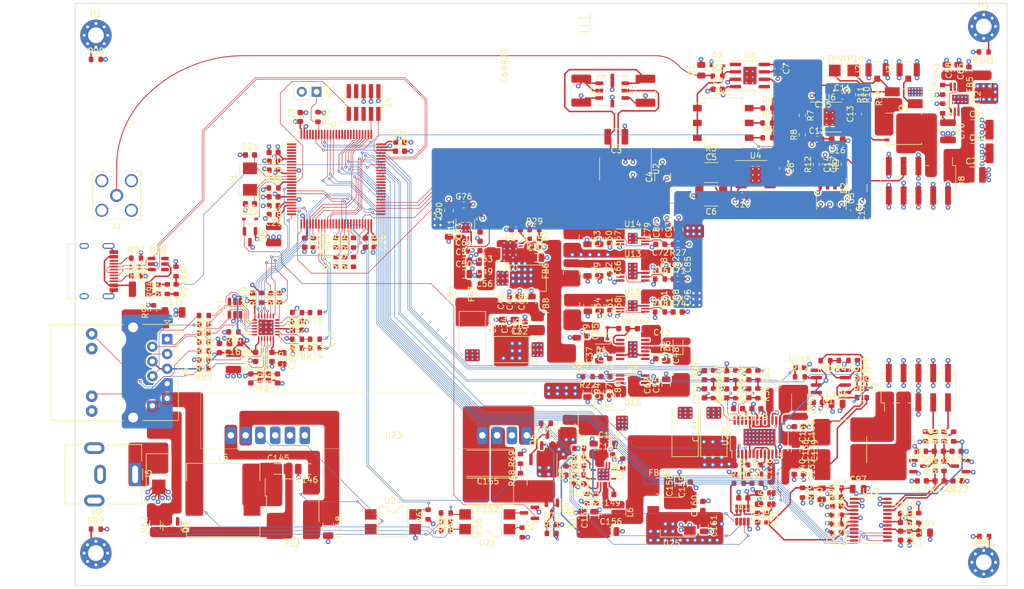
<source format=kicad_pcb>
(kicad_pcb (version 20211014) (generator pcbnew)
  (layers (0 "F.Cu" signal) (1 "In1.Cu" signal) (2 "In2.Cu" signal) (31 "B.Cu" signal) (34 "B.Paste" user) (35 "F.Paste" user) (36 "B.SilkS" user "B.Silkscreen") (37 "F.SilkS" user "F.Silkscreen") (38 "B.Mask" user) (39 "F.Mask" user) (44 "Edge.Cuts" user))
  (net 0 "")
  (net 1 "+5VA")
  (net 2 "GND")
  (net 3 "Net-(C2-Pad2)")
  (net 4 "Net-(C5-Pad1)")
  (net 5 "Net-(C5-Pad2)")
  (net 6 "Net-(C6-Pad1)")
  (net 7 "+9VA")
  (net 8 "-6V")
  (net 9 "+15V")
  (net 10 "Net-(C13-Pad1)")
  (net 11 "Net-(C13-Pad2)")
  (net 12 "/MCU/PD_MON")
  (net 13 "/driveStage/PD_C")
  (net 14 "Net-(C17-Pad2)")
  (net 15 "Net-(C18-Pad1)")
  (net 16 "Net-(C19-Pad1)")
  (net 17 "+3V3")
  (net 18 "Net-(C21-Pad2)")
  (net 19 "Net-(C22-Pad1)")
  (net 20 "/MCU/VREF")
  (net 21 "+12V")
  (net 22 "Net-(C37-Pad2)")
  (net 23 "Net-(C38-Pad1)")
  (net 24 "Net-(C38-Pad2)")
  (net 25 "Net-(C40-Pad1)")
  (net 26 "Net-(C42-Pad2)")
  (net 27 "Net-(C43-Pad2)")
  (net 28 "-9V")
  (net 29 "IN")
  (net 30 "Net-(C50-Pad1)")
  (net 31 "Net-(C51-Pad1)")
  (net 32 "Net-(C52-Pad1)")
  (net 33 "Net-(C53-Pad1)")
  (net 34 "Net-(C54-Pad1)")
  (net 35 "Net-(C55-Pad1)")
  (net 36 "Net-(C69-Pad1)")
  (net 37 "Net-(C70-Pad1)")
  (net 38 "Net-(C71-Pad1)")
  (net 39 "Net-(C72-Pad1)")
  (net 40 "Net-(C73-Pad1)")
  (net 41 "Net-(C74-Pad1)")
  (net 42 "+9V")
  (net 43 "+8V")
  (net 44 "+3.3VA")
  (net 45 "/thermostat/DAC_REF")
  (net 46 "/thermostat/ADC_REF")
  (net 47 "/thermostat/ADC_A3V3")
  (net 48 "/thermostat/ADC_D3V3")
  (net 49 "Net-(C102-Pad1)")
  (net 50 "Net-(C103-Pad1)")
  (net 51 "Net-(C104-Pad1)")
  (net 52 "/thermostat/MAXV")
  (net 53 "/thermostat/MAXIP")
  (net 54 "/thermostat/MAXIN")
  (net 55 "Net-(C110-Pad1)")
  (net 56 "Net-(C115-Pad1)")
  (net 57 "Net-(C117-Pad1)")
  (net 58 "/MCU/TEC_ISEN")
  (net 59 "Net-(C119-Pad1)")
  (net 60 "/MCU/TEC_VREF")
  (net 61 "Net-(C122-Pad2)")
  (net 62 "Net-(C123-Pad2)")
  (net 63 "Net-(C125-Pad1)")
  (net 64 "+5V")
  (net 65 "Net-(C132-Pad2)")
  (net 66 "Net-(C133-Pad2)")
  (net 67 "Net-(C135-Pad2)")
  (net 68 "Net-(C136-Pad2)")
  (net 69 "Net-(C141-Pad1)")
  (net 70 "Net-(C145-Pad1)")
  (net 71 "Net-(C145-Pad2)")
  (net 72 "Net-(C146-Pad1)")
  (net 73 "Net-(C147-Pad1)")
  (net 74 "Net-(C148-Pad1)")
  (net 75 "Net-(C149-Pad1)")
  (net 76 "Net-(C149-Pad2)")
  (net 77 "Net-(C150-Pad1)")
  (net 78 "Net-(C151-Pad1)")
  (net 79 "Net-(C152-Pad1)")
  (net 80 "Net-(C152-Pad2)")
  (net 81 "Net-(C158-Pad1)")
  (net 82 "Net-(C162-Pad2)")
  (net 83 "Net-(C163-Pad2)")
  (net 84 "Net-(C164-Pad1)")
  (net 85 "/Ehternet/AVDDT_PHY")
  (net 86 "/Ehternet/ETH_SHIELD")
  (net 87 "Net-(D1-Pad2)")
  (net 88 "/MCU/MCU_RSTn")
  (net 89 "/MCU/RST")
  (net 90 "Net-(FB12-Pad1)")
  (net 91 "Net-(FB12-Pad2)")
  (net 92 "/thermostat/TEC+")
  (net 93 "/thermostat/TEC-")
  (net 94 "Net-(J7-PadA7)")
  (net 95 "Net-(J7-PadA6)")
  (net 96 "/MCU/USB_DP")
  (net 97 "/MCU/USB_DN")
  (net 98 "Net-(J1-Pad1)")
  (net 99 "Net-(J2-Pad1)")
  (net 100 "/MCU/SWDIO")
  (net 101 "/MCU/SWCLK")
  (net 106 "Net-(J6-Pad1)")
  (net 107 "Net-(J6-Pad2)")
  (net 108 "Net-(J6-Pad3)")
  (net 109 "Net-(J6-Pad6)")
  (net 110 "/Ehternet/POE_VC-")
  (net 111 "/Ehternet/POE_VC+")
  (net 112 "Net-(J6-Pad11)")
  (net 113 "Net-(J6-Pad13)")
  (net 114 "Net-(J7-PadA5)")
  (net 116 "Net-(J7-PadB5)")
  (net 118 "/driveStage/LD-")
  (net 119 "/thermostat/NTC+")
  (net 120 "/thermostat/NTC-")
  (net 121 "Net-(JP1-Pad1)")
  (net 122 "Net-(L2-Pad1)")
  (net 123 "Net-(L3-Pad1)")
  (net 124 "Net-(Q1-Pad1)")
  (net 125 "Net-(Q2-Pad3)")
  (net 126 "Net-(Q3-Pad1)")
  (net 127 "Net-(Q4-Pad1)")
  (net 128 "Net-(Q5-Pad4)")
  (net 129 "Net-(Q6-Pad1)")
  (net 130 "Net-(R4-Pad1)")
  (net 131 "Net-(R4-Pad2)")
  (net 132 "Net-(R5-Pad1)")
  (net 133 "Net-(R6-Pad1)")
  (net 134 "Net-(R7-Pad2)")
  (net 135 "Net-(R10-Pad2)")
  (net 136 "/MCU/PD_BIAS")
  (net 137 "Net-(R14-Pad2)")
  (net 138 "Net-(R15-Pad2)")
  (net 139 "Net-(R16-Pad2)")
  (net 140 "Net-(R17-Pad2)")
  (net 141 "Net-(R18-Pad2)")
  (net 142 "Net-(R19-Pad2)")
  (net 143 "Net-(R24-Pad2)")
  (net 144 "Net-(R29-Pad2)")
  (net 145 "Net-(R30-Pad2)")
  (net 146 "/MCU/PWM_MAXV")
  (net 147 "/MCU/PWM_MAXIP")
  (net 148 "/MCU/PWM_MAXIN")
  (net 149 "Net-(R41-Pad1)")
  (net 150 "Net-(R42-Pad2)")
  (net 151 "Net-(R45-Pad1)")
  (net 152 "Net-(R46-Pad2)")
  (net 153 "/MCU/TEC_VSEN")
  (net 154 "Net-(R48-Pad2)")
  (net 155 "Net-(R56-Pad2)")
  (net 156 "Net-(R57-Pad2)")
  (net 157 "Net-(R60-Pad2)")
  (net 158 "Net-(R63-Pad1)")
  (net 159 "Net-(R65-Pad1)")
  (net 160 "/MCU/AT_EVENT")
  (net 161 "/MCU/POE_PWR_SRC")
  (net 162 "/Ehternet/RMII_RXD0")
  (net 163 "Net-(R73-Pad2)")
  (net 164 "/Ehternet/RMII_RXD1")
  (net 165 "Net-(R74-Pad2)")
  (net 166 "/Ehternet/RMII_CRS_DV")
  (net 167 "Net-(R75-Pad2)")
  (net 168 "/Ehternet/RMII_REF_CLK")
  (net 169 "Net-(R76-Pad2)")
  (net 170 "/Ehternet/RMII_MDIO")
  (net 171 "Net-(R82-Pad2)")
  (net 172 "/Ehternet/ETH_LED_1")
  (net 173 "Net-(R84-Pad1)")
  (net 174 "/Ehternet/PHY_TD_P")
  (net 175 "/Ehternet/PHY_TD_N")
  (net 176 "/Ehternet/PHY_RD_P")
  (net 177 "/Ehternet/PHY_RD_N")
  (net 178 "/Ehternet/ETH_LED_2")
  (net 179 "Net-(R94-Pad2)")
  (net 180 "Net-(R95-Pad1)")
  (net 181 "/MCU/USB_VBUS")
  (net 182 "/MCU/LDAC_LOAD")
  (net 183 "/MCU/LDAC_CLK")
  (net 184 "/MCU/LDAC_MOSI")
  (net 185 "/MCU/LDAC_CS")
  (net 186 "/MCU/TADC_SYNC")
  (net 187 "/MCU/TADC_MISO")
  (net 188 "/MCU/TDAC_MOSI")
  (net 189 "/MCU/TADC_CLK")
  (net 190 "/MCU/TDAC_CLK")
  (net 191 "/MCU/TADC_CS")
  (net 192 "/MCU/TDAC_SYNC")
  (net 193 "/MCU/TADC_MOSI")
  (net 194 "Net-(U1-Pad6)")
  (net 208 "/Ehternet/RMII_MDC")
  (net 209 "/Ehternet/PHY_NRST")
  (net 210 "/MCU/TEC_SHDN")
  (net 215 "/Ehternet/RMII_TX_EN")
  (net 216 "/Ehternet/RMII_TXD0")
  (net 217 "/Ehternet/RMII_TXD1")
  (net 258 "Net-(U19-Pad5)")
  (net 260 "Net-(U23-Pad3)")
  (net 267 "Net-(C35-Pad1)")
  (net 268 "Net-(J3-Pad1)")
  (net 269 "Net-(H1-Pad1)")
  (net 270 "Net-(H2-Pad1)")
  (net 271 "Net-(H3-Pad1)")
  (net 272 "Net-(H4-Pad1)")
  (footprint "Connector_RJ:RJ45_Abracon_ARJP11A-MA_Horizontal" (layer "F.Cu") (at 15.7964 57.6926 -90)
    (fp_text reference "J6")
    (fp_text value "RJ45_Abracon_ARJP11A-MASA-B-A-EMU2")
  )
  (footprint "Resistor_SMD:R_0603_1608Metric" (layer "F.Cu") (at 38.1008 53.117 180)
    (fp_text reference "R79")
    (fp_text value "10k")
  )
  (footprint "Resistor_SMD:R_0603_1608Metric" (layer "F.Cu") (at 63.6448 87.521 180)
    (fp_text reference "R59")
    (fp_text value "82k")
  )
  (footprint "Resistor_SMD:R_0603_1608Metric" (layer "F.Cu") (at 81.816 89.515)
    (fp_text reference "R70")
    (fp_text value "33k2")
  )
  (footprint "Capacitor_SMD:C_0603_1608Metric" (layer "F.Cu") (at 38.1008 56.165)
    (fp_text reference "C166")
    (fp_text value "100n")
  )
  (footprint "Capacitor_SMD:C_0603_1608Metric" (layer "F.Cu") (at 148.4148 82.022 180)
    (fp_text reference "C123")
    (fp_text value "100n")
  )
  (footprint "Package_TO_SOT_SMD:SOT-23" (layer "F.Cu") (at 81.054 75.0116 90)
    (fp_text reference "Q6")
    (fp_text value "BC857")
  )
  (footprint "Capacitor_SMD:C_0805_2012Metric" (layer "F.Cu") (at 107.978 89.7436 -90)
    (fp_text reference "C161")
    (fp_text value "10u")
  )
  (footprint "Inductor_SMD:L_1210_3225Metric" (layer "F.Cu") (at 34.077 39.728 90)
    (fp_text reference "FB1")
    (fp_text value "1K@100MHz")
  )
  (footprint "Capacitor_SMD:C_0603_1608Metric" (layer "F.Cu") (at 111.8388 63.8864 90)
    (fp_text reference "C103")
    (fp_text value "100n")
  )
  (footprint "Capacitor_SMD:C_0603_1608Metric" (layer "F.Cu") (at 66.7284 42.5348)
    (fp_text reference "C64")
    (fp_text value "100n")
  )
  (footprint "Package_QFP:LQFP-100_14x14mm_P0.5mm" (layer "F.Cu") (at 44.831 30.226)
    (fp_text reference "U7")
    (fp_text value "STM32F407VGTx")
  )
  (footprint "Capacitor_SMD:C_0603_1608Metric" (layer "F.Cu") (at 115.6488 63.8864 90)
    (fp_text reference "C104")
    (fp_text value "100n")
  )
  (footprint "Resistor_SMD:R_0603_1608Metric" (layer "F.Cu") (at 38.1008 54.641 180)
    (fp_text reference "R82")
    (fp_text value "10k")
  )
  (footprint "Capacitor_SMD:C_0603_1608Metric" (layer "F.Cu") (at 108.0288 66.9852 90)
    (fp_text reference "C107")
    (fp_text value "100n")
  )
  (footprint "Capacitor_SMD:C_0805_2012Metric" (layer "F.Cu") (at 86.106 56.4874 -90)
    (fp_text reference "C39")
    (fp_text value "10u")
  )
  (footprint "Resistor_SMD:R_0603_1608Metric" (layer "F.Cu") (at 118.773 88.372 -90)
    (fp_text reference "R31")
    (fp_text value "33")
  )
  (footprint "Resistor_SMD:R_0603_1608Metric" (layer "F.Cu") (at 41.1488 53.117 180)
    (fp_text reference "R75")
    (fp_text value "33")
  )
  (footprint "Resistor_SMD:R_0603_1608Metric" (layer "F.Cu") (at 144.8334 88.385 90)
    (fp_text reference "R40")
    (fp_text value "33")
  )
  (footprint "Resistor_SMD:R_0603_1608Metric" (layer "F.Cu") (at 113.4136 63.8864 -90)
    (fp_text reference "R34")
    (fp_text value "10k")
  )
  (footprint "Resistor_SMD:R_0603_1608Metric" (layer "F.Cu") (at 156.0094 8.362 180)
    (fp_text reference "R101")
    (fp_text value "0")
  )
  (footprint "Capacitor_SMD:C_0603_1608Metric" (layer "F.Cu") (at 91.7702 60.211 90)
    (fp_text reference "C41")
    (fp_text value "100n")
  )
  (footprint "Diode_SMD:D_SMB" (layer "F.Cu") (at 14.351 80.899 -90)
    (fp_text reference "D9")
    (fp_text value "SMBJ13A-13-F")
  )
  (footprint "Capacitor_SMD:C_0603_1608Metric" (layer "F.Cu") (at 66.7284 34.6354)
    (fp_text reference "C76")
    (fp_text value "100n")
  )
  (footprint "Inductor_SMD:L_Wuerth_WE-PD-Typ-LS" (layer "F.Cu") (at 25.4168 85.307)
    (fp_text reference "L5")
    (fp_text value "10u")
  )
  (footprint "Capacitor_SMD:C_0805_2012Metric" (layer "F.Cu") (at 70.2768 46.5043 180)
    (fp_text reference "C56")
    (fp_text value "10u")
  )
  (footprint "Package_SO:SOIC-8-1EP_3.9x4.9mm_P1.27mm_EP2.29x3mm" (layer "F.Cu") (at 115.852 12.426)
    (fp_text reference "U3")
    (fp_text value "ADA4898-1YRDZ")
  )
  (footprint "Capacitor_SMD:C_0805_2012Metric" (layer "F.Cu") (at 89.0296 76.5864 90)
    (fp_text reference "C143")
    (fp_text value "10u")
  )
  (footprint "Package_TO_SOT_SMD:SOT-23-6" (layer "F.Cu") (at 27.4328 52.355 90)
    (fp_text reference "U27")
    (fp_text value "USBLC6-4SC6")
  )
  (footprint "Resistor_SMD:R_0603_1608Metric" (layer "F.Cu") (at 47.793 41.122 90)
    (fp_text reference "R18")
    (fp_text value "10k")
  )
  (footprint "Capacitor_SMD:C_1812_4532Metric" (layer "F.Cu") (at 154.94 25.781)
    (fp_text reference "C84")
    (fp_text value "10u PP")
  )
  (footprint "Resistor_SMD:R_0603_1608Metric" (layer "F.Cu") (at 109.6036 63.8864 -90)
    (fp_text reference "R33")
    (fp_text value "10k")
  )
  (footprint "Resistor_SMD:R_0603_1608Metric" (layer "F.Cu") (at 100.4062 47.3586)
    (fp_text reference "R26")
    (fp_text value "51k")
  )
  (footprint "Capacitor_SMD:C_0603_1608Metric" (layer "F.Cu") (at 130.7618 89.4264 180)
    (fp_text reference "C121")
    (fp_text value "1u")
  )
  (footprint "Capacitor_SMD:C_0603_1608Metric" (layer "F.Cu") (at 91.7702 45.6444 -90)
    (fp_text reference "C66")
    (fp_text value "100n")
  )
  (footprint "Capacitor_SMD:C_0603_1608Metric" (layer "F.Cu") (at 117.186 88.3466 -90)
    (fp_text reference "C98")
    (fp_text value "100n")
  )
  (footprint "Capacitor_SMD:C_0603_1608Metric" (layer "F.Cu") (at 100.457 41.3896 180)
    (fp_text reference "C72")
    (fp_text value "100n")
  )
  (footprint "Capacitor_SMD:C_0805_2012Metric" (layer "F.Cu") (at 151.684 11.524 90)
    (fp_text reference "C58")
    (fp_text value "10u")
  )
  (footprint "Resistor_SMD:R_0603_1608Metric" (layer "F.Cu") (at 17.3254 46.0556 -90)
    (fp_text reference "R97")
    (fp_text value "10k")
  )
  (footprint "Resistor_SMD:R_0603_1608Metric" (layer "F.Cu") (at 117.2236 66.9852 -90)
    (fp_text reference "R38")
    (fp_text value "10k")
  )
  (footprint "Resistor_SMD:R_0603_1608Metric" (layer "F.Cu") (at 78.8442 38.875)
    (fp_text reference "R29")
    (fp_text value "33k2")
  )
  (footprint "Capacitor_SMD:C_0603_1608Metric" (layer "F.Cu") (at 94.107 55.88)
    (fp_text reference "C38")
    (fp_text value "1u")
  )
  (footprint "Connector_Coaxial:SMA_Amphenol_132203-12_Horizontal" (layer "F.Cu") (at 7.1176 33.02 90)
    (fp_text reference "J1")
    (fp_text value "MOD_IN")
  )
  (footprint "Inductor_SMD:L_1210_3225Metric" (layer "F.Cu") (at 70.3352 49.924 90)
    (fp_text reference "FB3")
    (fp_text value "1K@100MHz")
  )
  (footprint "Resistor_SMD:R_0603_1608Metric" (layer "F.Cu") (at 89.436 85.07 90)
    (fp_text reference "R60")
    (fp_text value "82k")
  )
  (footprint "Capacitor_SMD:C_0805_2012Metric" (layer "F.Cu") (at 101.473 60.465 -90)
    (fp_text reference "C48")
    (fp_text value "10u")
  )
  (footprint "Connector_USB:USB_C_Receptacle_HRO_TYPE-C-31-M-12" (layer "F.Cu") (at 2.5934 45.9926 -90)
    (fp_text reference "J7")
    (fp_text value "USB_C_Receptacle_USB2.0")
  )
  (footprint "Inductor_SMD:L_1210_3225Metric" (layer "F.Cu") (at 85.1916 40.399 90)
    (fp_text reference "FB7")
    (fp_text value "1K@100MHz")
  )
  (footprint "Capacitor_SMD:C_0805_2012Metric" (layer "F.Cu") (at 101.473 50.5336 -90)
    (fp_text reference "C88")
    (fp_text value "10u")
  )
  (footprint "Capacitor_SMD:C_0603_1608Metric" (layer "F.Cu") (at 100.711 57.9758)
    (fp_text reference "C43")
    (fp_text value "1u")
  )
  (footprint "Capacitor_SMD:C_0805_2012Metric" (layer "F.Cu") (at 89.9922 66.6626 -90)
    (fp_text reference "C87")
    (fp_text value "10u")
  )
  (footprint "Capacitor_SMD:C_0603_1608Metric" (layer "F.Cu") (at 91.5188 77.5516)
    (fp_text reference "C144")
    (fp_text value "100n")
  )
  (footprint "Resistor_SMD:R_0603_1608Metric" (layer "F.Cu") (at 78.8442 40.399 180)
    (fp_text reference "R30")
    (fp_text value "150k")
  )
  (footprint "Capacitor_SMD:C_0603_1608Metric" (layer "F.Cu") (at 133.632 35.54 -90)
    (fp_text reference "C172")
    (fp_text value "100n")
  )
  (footprint "Package_SO:MSOP-12-1EP_3x4mm_P0.65mm_EP1.65x2.85mm" (layer "F.Cu") (at 95.7326 45.987)
    (fp_text reference "U13")
    (fp_text value "LT3045xMSE")
  )
  (footprint "Capacitor_SMD:C_0603_1608Metric" (layer "F.Cu") (at 99.695 60.2618 -90)
    (fp_text reference "C47")
    (fp_text value "100n")
  )
  (footprint "Resistor_SMD:R_0603_1608Metric" (layer "F.Cu") (at 32.0048 50.577 90)
    (fp_text reference "R81")
    (fp_text value "10k")
  )
  (footprint "Capacitor_SMD:C_0805_2012Metric" (layer "F.Cu") (at 101.5238 38.8496 90)
    (fp_text reference "C86")
    (fp_text value "10u")
  )
  (footprint "MountingHole:MountingHole_2.7mm_M2.5_Pad_Via" (layer "F.Cu") (at 156 4)
    (fp_text reference "H4")
    (fp_text value "MountingHole_Pad")
  )
  (footprint "Connector_PinHeader_1.27mm:PinHeader_2x05_P1.27mm_Vertical_SMD" (layer "F.Cu") (at 49.5202 17.0552 -90)
    (fp_text reference "J4")
    (fp_text value "Conn_02x05_Odd_Even")
  )
  (footprint "Package_TO_SOT_SMD:SOT-223-3_TabPin2" (layer "F.Cu") (at 102.39 88.245 180)
    (fp_text reference "U25")
    (fp_text value "AMS1117-3.3")
  )
  (footprint "Capacitor_SMD:C_0805_2012Metric" (layer "F.Cu") (at 89.9922 45.8854 -90)
    (fp_text reference "C52")
    (fp_text value "10u")
  )
  (footprint "Resistor_SMD:R_0603_1608Metric" (layer "F.Cu") (at 117.2236 63.8864 -90)
    (fp_text reference "R35")
    (fp_text value "10k")
  )
  (footprint "Resistor_SMD:R_0603_1608Metric" (layer "F.Cu") (at 118.872 23.114)
    (fp_text reference "R6")
    (fp_text value "100")
  )
  (footprint "Resistor_SMD:R_0603_1608Metric" (layer "F.Cu") (at 88.011 64.1226 180)
    (fp_text reference "R22")
    (fp_text value "60k4")
  )
  (footprint "Capacitor_SMD:C_0603_1608Metric" (layer "F.Cu") (at 55.7784 25.4)
    (fp_text reference "C19")
    (fp_text value "2u2")
  )
  (footprint "Resistor_SMD:R_0603_1608Metric" (layer "F.Cu") (at 22.0988 61.245 180)
    (fp_text reference "R83")
    (fp_text value "10k")
  )
  (footprint "Capacitor_SMD:C_0603_1608Metric" (layer "F.Cu") (at 113.284 80.137 -90)
    (fp_text reference "C130")
    (fp_text value "1u")
  )
  (footprint "Capacitor_SMD:C_0805_2012Metric" (layer "F.Cu") (at 128.171 84.2448 -90)
    (fp_text reference "C100")
    (fp_text value "10u")
  )
  (footprint "Package_SO:MSOP-12-1EP_3x4mm_P0.65mm_EP1.65x2.85mm" (layer "F.Cu") (at 95.7326 65.545 180)
    (fp_text reference "U15")
    (fp_text value "LT3094xMSE")
  )
  (footprint "Inductor_SMD:L_1008_2520Metric" (layer "F.Cu") (at 79.375 55.0494 90)
    (fp_text reference "L1")
    (fp_text value "1u")
  )
  (footprint "Resistor_SMD:R_0603_1608Metric" (layer "F.Cu") (at 3.556 9.652)
    (fp_text reference "R98")
    (fp_text value "0")
  )
  (footprint "Package_SO:MSOP-12-1EP_3x4mm_P0.65mm_EP1.65x2.85mm" (layer "F.Cu") (at 95.7326 59.449 180)
    (fp_text reference "U9")
    (fp_text value "LTC3261")
  )
  (footprint "Crystal:Crystal_SMD_2016-4Pin_2.0x1.6mm" (layer "F.Cu") (at 32.45 64.177 180)
    (fp_text reference "Y2")
    (fp_text value "25MHz")
  )
  (footprint "Resistor_SMD:R_0603_1608Metric" (layer "F.Cu") (at 124.841 19.304 -90)
    (fp_text reference "R7")
    (fp_text value "100")
  )
  (footprint "Capacitor_SMD:C_0603_1608Metric" (layer "F.Cu") (at 34.077 36.296 180)
    (fp_text reference "C29")
    (fp_text value "2u2")
  )
  (footprint "Capacitor_SMD:C_0603_1608Metric" (layer "F.Cu") (at 91.7702 66.4594 -90)
    (fp_text reference "C80")
    (fp_text value "100n")
  )
  (footprint "Capacitor_SMD:C_1206_3216Metric" (layer "F.Cu") (at 39.7764 79.9846 180)
    (fp_text reference "C146")
    (fp_text value "4n7")
  )
  (footprint "Inductor_SMD:L_Wuerth_MAPI-4020" (layer "F.Cu") (at 92.4332 87.4322 -90)
    (fp_text reference "L6")
    (fp_text value "3u3")
  )
  (footprint "Resistor_SMD:R_0603_1608Metric" (layer "F.Cu") (at 136.284 15.728 90)
    (fp_text reference "R11")
    (fp_text value "0")
  )
  (footprint "Capacitor_SMD:C_0805_2012Metric" (layer "F.Cu") (at 103.505 44.8694 -90)
    (fp_text reference "C85")
    (fp_text value "10u")
  )
  (footprint "Capacitor_SMD:C_0805_2012Metric" (layer "F.Cu") (at 91.722 75.8244)
    (fp_text reference "C142")
    (fp_text value "10u")
  )
  (footprint "Package_SO:SOIC-14_3.9x8.7mm_P1.27mm" (layer "F.Cu") (at 94.488 28.448 -90)
    (fp_text reference "U2")
    (fp_text value "MAX5719xSD")
  )
  (footprint "Capacitor_SMD:C_0603_1608Metric" (layer "F.Cu") (at 116.9696 69.6388 180)
    (fp_text reference "C129")
    (fp_text value "1u")
  )
  (footprint "Resistor_SMD:R_0603_1608Metric" (layer "F.Cu") (at 110.2868 12.5222)
    (fp_text reference "R2")
    (fp_text value "100")
  )
  (footprint "Capacitor_SMD:C_0603_1608Metric" (layer "F.Cu") (at 99.695 45.0726 -90)
    (fp_text reference "C78")
    (fp_text value "100n")
  )
  (footprint "Connector_Coaxial:U.FL_Hirose_U.FL-R-SMT-1_Vertical" (layer "F.Cu") (at 137.696 11.918 90)
    (fp_text reference "J2")
    (fp_text value "DNP")
  )
  (footprint "Capacitor_SMD:C_0603_1608Metric" (layer "F.Cu") (at 114.5454 33.127 180)
    (fp_text reference "C10")
    (fp_text value "100n")
  )
  (footprint "Inductor_SMD:L_CommonModeChoke_Wuerth_WE-SL5" (layer "F.Cu") (at 131.3968 76.7)
    (fp_text reference "FL1")
    (fp_text value "WE-SL5")
  )
  (footprint "Resistor_SMD:R_0603_1608Metric" (layer "F.Cu") (at 156.083 91.567 180)
    (fp_text reference "R100")
    (fp_text value "0")
  )
  (footprint "Resistor_SMD:R_0603_1608Metric" (layer "F.Cu") (at 22.0988 59.721 180)
    (fp_text reference "R90")
    (fp_text value "220")
  )
  (footprint "Capacitor_SMD:C_0603_1608Metric" (layer "F.Cu") (at 69.5224 40.0964 -90)
    (fp_text reference "C69")
    (fp_text value "100n")
  )
  (footprint "Inductor_SMD:L_1210_3225Metric" (layer "F.Cu") (at 100.3072 82.8856)
    (fp_text reference "FB10")
    (fp_text value "1K@100MHz")
  )
  (footprint "Diode_SMD:D_SOD-323" (layer "F.Cu") (at 110.2868 10.7442)
    (fp_text reference "D1")
    (fp_text value "AQ4020-01FTG-C")
  )
  (footprint "Resistor_SMD:R_0603_1608Metric" (layer "F.Cu") (at 41.697 19.532 -90)
    (fp_text reference "R20")
    (fp_text value "10k")
  )
  (footprint "Resistor_SMD:R_0603_1608Metric" (layer "F.Cu") (at 146.0018 74.402 -90)
    (fp_text reference "R55")
    (fp_text value "5k11 5ppm")
  )
  (footprint "Resistor_SMD:R_0603_1608Metric" (layer "F.Cu") (at 86.5404 79.482 180)
    (fp_text reference "R64")
    (fp_text value "4k12")
  )
  (footprint "Resistor_SMD:R_0603_1608Metric" (layer "F.Cu") (at 148.9408 14.8768 90)
    (fp_text reference "R24")
    (fp_text value "470")
  )
  (footprint "Capacitor_SMD:C_0603_1608Metric" (layer "F.Cu") (at 120.678 11.2576 -90)
    (fp_text reference "C7")
    (fp_text value "100n")
  )
  (footprint "Capacitor_Tantalum_SMD:CP_EIA-7343-15_Kemet-W" (layer "F.Cu") (at 76.4744 47.2155 180)
    (fp_text reference "C89")
    (fp_text value "220u")
  )
  (footprint "Capacitor_SMD:C_0603_1608Metric" (layer "F.Cu") (at 125.5294 76.7886 -90)
    (fp_text reference "C139")
    (fp_text value "100n")
  )
  (footprint "Capacitor_SMD:C_0603_1608Metric" (layer "F.Cu") (at 151.3358 76.942 180)
    (fp_text reference "C132")
    (fp_text value "10n")
  )
  (footprint "Capacitor_SMD:C_1206_3216Metric" (layer "F.Cu") (at 34.8768 79.973)
    (fp_text reference "C145")
    (fp_text value "4n7")
  )
  (footprint "Capacitor_SMD:C_0603_1608Metric" (layer "F.Cu") (at 91.059 64.1226)
    (fp_text reference "C73")
    (fp_text value "100n")
  )
  (footprint "Package_SO:TSSOP-24_4.4x7.8mm_P0.65mm" (layer "F.Cu") (at 136.6038 88.6898)
    (fp_text reference "U18")
    (fp_text value "AD7172-2")
  )
  (footprint "Capacitor_SMD:C_0603_1608Metric" (layer "F.Cu") (at 148.2878 76.942 180)
    (fp_text reference "C133")
    (fp_text value "100n")
  )
  (footprint "Resistor_SMD:R_0603_1608Metric" (layer "F.Cu") (at 38.1008 57.689 180)
    (fp_text reference "R77")
    (fp_text value "10k")
  )
  (footprint "Inductor_SMD:L_CommonModeChoke_Coilcraft_0603USB" (layer "F.Cu") (at 10.2134 45.2936 90)
    (fp_text reference "FL3")
    (fp_text value "Filter_EMI_LL_1423")
  )
  (footprint "Inductor_SMD:L_1210_3225Metric" (layer "F.Cu") (at 66.7284 49.9364 90)
    (fp_text reference "FB4")
    (fp_text value "1K@100MHz")
  )
  (footprint "Resistor_SMD:R_0603_1608Metric" (layer "F.Cu") (at 134.3178 62.1084 -90)
    (fp_text reference "R46")
    (fp_text value "10k")
  )
  (footprint "Resistor_SMD:R_0603_1608Metric" (layer "F.Cu") (at 33.5288 50.577 -90)
    (fp_text reference "R76")
    (fp_text value "33")
  )
  (footprint "Capacitor_SMD:C_0603_1608Metric" (layer "F.Cu") (at 124.4372 62.5656)
    (fp_text reference "C118")
    (fp_text value "100n")
  )
  (footprint "Resistor_SMD:R_0603_1608Metric" (layer "F.Cu") (at 22.0988 53.625 180)
    (fp_text reference "R86")
    (fp_text value "33")
  )
  (footprint "Capacitor_SMD:C_1210_3225Metric" (layer "F.Cu") (at 154.305 29.464)
    (fp_text reference "C77")
    (fp_text value "100n PPS")
  )
  (footprint "Inductor_SMD:L_1210_3225Metric" (layer "F.Cu") (at 104.1146 62.878 -90)
    (fp_text reference "FB9")
    (fp_text value "1K@100MHz")
  )
  (footprint "Package_TO_SOT_SMD:SOT-23" (layer "F.Cu") (at 30.013 40.106 -90)
    (fp_text reference "U8")
    (fp_text value "STM809SWX6F")
  )
  (footprint "Capacitor_SMD:C_0805_2012Metric" (layer "F.Cu") (at 88.011 51.956 -90)
    (fp_text reference "C54")
    (fp_text value "10u")
  )
  (footprint "Connector_PinHeader_2.54mm:PinHeader_2x05_P2.54mm_Vertical_SMD" (layer "F.Cu") (at 144.78 30.495 -90)
    (fp_text reference "J8")
    (fp_text value "Conn_02x05_Odd_Even")
  )
  (footprint "Capacitor_SMD:C_0603_1608Metric" (layer "F.Cu") (at 115.6488 66.9852 90)
    (fp_text reference "C109")
    (fp_text value "100n")
  )
  (footprint "Capacitor_SMD:C_0603_1608Metric" (layer "F.Cu") (at 91.821 51.956 -90)
    (fp_text reference "C68")
    (fp_text value "100n")
  )
  (footprint "Package_DIP:SMDIP-4_W7.62mm" (layer "F.Cu") (at 54.5548 89.045)
    (fp_text reference "U24")
    (fp_text value "ACPL-217-500E")
  )
  (footprint "Resistor_SMD:R_0603_1608Metric" (layer "F.Cu") (at 46.269 41.122 90)
    (fp_text reference "R16")
    (fp_text value "10k")
  )
  (footprint "Capacitor_SMD:C_0603_1608Metric" (layer "F.Cu") (at 103.4542 47.3586)
    (fp_text reference "C71")
    (fp_text value "100n")
  )
  (footprint "Capacitor_SMD:C_0603_1608Metric" (layer "F.Cu") (at 97.3074 55.88)
    (fp_text reference "C42")
    (fp_text value "1u")
  )
  (footprint "Capacitor_SMD:C_0603_1608Metric" (layer "F.Cu") (at 153.462 11.7272 90)
    (fp_text reference "C65")
    (fp_text value "100n")
  )
  (footprint "Diode_SMD:D_SOD-323" (layer "F.Cu") (at 30.013 37.058)
    (fp_text reference "D3")
    (fp_text value "B5819")
  )
  (footprint "Package_SO:SOIC-8-1EP_3.9x4.9mm_P1.27mm_EP2.29x3mm" (layer "F.Cu") (at 129.618 19.55)
    (fp_text reference "U6")
    (fp_text value "ADA4898-1YRDZ")
  )
  (footprint "Capacitor_SMD:C_0805_2012Metric" (layer "F.Cu") (at 87.9602 40.4244 -90)
    (fp_text reference "C53")
    (fp_text value "10u")
  )
  (footprint "Capacitor_SMD:C_0805_2012Metric" (layer "F.Cu") (at 27.4328 58.197 180)
    (fp_text reference "C168")
    (fp_text value "10u")
  )
  (footprint "Resistor_SMD:R_0603_1608Metric" (layer "F.Cu") (at 132.0546 27.666 90)
    (fp_text reference "R9")
    (fp_text value "1k")
  )
  (footprint "Capacitor_SMD:C_0805_2012Metric" (layer "F.Cu") (at 66.7284 46.4972)
    (fp_text reference "C50")
    (fp_text value "10u")
  )
  (footprint "Capacitor_SMD:C_0603_1608Metric" (layer "F.Cu") (at 34.077 34.772 180)
    (fp_text reference "C28")
    (fp_text value "100n")
  )
  (footprint "Capacitor_SMD:C_0603_1608Metric" (layer "F.Cu") (at 127.394 23.348)
    (fp_text reference "C12")
    (fp_text value "100n")
  )
  (footprint "Capacitor_SMD:C_0603_1608Metric" (layer "F.Cu") (at 34.077 28.676 180)
    (fp_text reference "C30")
    (fp_text value "100n")
  )
  (footprint "Resistor_SMD:R_2010_5025Metric" (layer "F.Cu") (at 124.361 68.624 90)
    (fp_text reference "R45")
    (fp_text value "50m")
  )
  (footprint "Resistor_SMD:R_0603_1608Metric" (layer "F.Cu") (at 14.2774 49.1036 90)
    (fp_text reference "R94")
    (fp_text value "5k1")
  )
  (footprint "Resistor_SMD:R_0603_1608Metric" (layer "F.Cu") (at 87.8612 85.07 -90)
    (fp_text reference "R61")
    (fp_text value "33k2")
  )
  (footprint "Resistor_SMD:R_0603_1608Metric" (layer "F.Cu") (at 76.454 78.232 90)
    (fp_text reference "R69")
    (fp_text value "10k")
  )
  (footprint "Package_SO:SOIC-8_3.9x4.9mm_P1.27mm" (layer "F.Cu") (at 129.7458 64.929 180)
    (fp_text reference "U19")
    (fp_text value "RS8552")
  )
  (footprint "Resistor_SMD:R_0603_1608Metric" (layer "F.Cu") (at 109.6036 66.9852 -90)
    (fp_text reference "R36")
    (fp_text value "10k")
  )
  (footprint "Capacitor_Tantalum_SMD:CP_EIA-7343-15_Kemet-W" (layer "F.Cu") (at 70.866 83.82 180)
    (fp_text reference "C152")
    (fp_text value "220u")
  )
  (footprint "Resistor_SMD:R_Shunt_Ohmite_LVK20" (layer "F.Cu") (at 142.268 16.236 90)
    (fp_text reference "R13")
    (fp_text value "10")
  )
  (footprint "Capacitor_SMD:C_1812_4532Metric" (layer "F.Cu") (at 97.917 15.0368 90)
    (fp_text reference "C2")
    (fp_text value "10u PP")
  )
  (footprint "Resistor_SMD:R_0603_1608Metric" (layer "F.Cu") (at 134.506 15.728 -90)
    (fp_text reference "R10")
    (fp_text value "100")
  )
  (footprint "Resistor_SMD:R_0603_1608Metric" (layer "F.Cu") (at 22.0988 55.149 180)
    (fp_text reference "R85")
    (fp_text value "33")
  )
  (footprint "Capacitor_SMD:C_0603_1608Metric" (layer "F.Cu") (at 87.884 56.388 -90)
    (fp_text reference "C35")
    (fp_text value "100n")
  )
  (footprint "Resistor_SMD:R_0603_1608Metric" (layer "F.Cu") (at 94.008 79.0248 90)
    (fp_text reference "R63")
    (fp_text value "82k")
  )
  (footprint "Capacitor_SMD:C_0603_1608Metric" (layer "F.Cu") (at 75.6692 38.875 180)
    (fp_text reference "C173")
    (fp_text value "100n")
  )
  (footprint "Resistor_SMD:R_0603_1608Metric" (layer "F.Cu") (at 149.1768 79.482 90)
    (fp_text reference "R43")
    (fp_text value "51")
  )
  (footprint "Capacitor_SMD:C_0603_1608Metric" (layer "F.Cu") (at 130.7618 90.9504 180)
    (fp_text reference "C116")
    (fp_text value "100n")
  )
  (footprint "Capacitor_Tantalum_SMD:CP_EIA-7343-15_Kemet-W" (layer "F.Cu") (at 90.781 72.0894)
    (fp_text reference "C141")
    (fp_text value "220u")
  )
  (footprint "Resistor_SMD:R_0603_1608Metric" (layer "F.Cu") (at 80.8254 72.1668 180)
    (fp_text reference "R72")
    (fp_text value "82k")
  )
  (footprint "Resistor_SMD:R_0603_1608Metric" (layer "F.Cu") (at 130.7618 83.2542 180)
    (fp_text reference "R32")
    (fp_text value "33")
  )
  (footprint "Resistor_SMD:R_0603_1608Metric" (layer "F.Cu") (at 135.0666 67.7218)
    (fp_text reference "R53")
    (fp_text value "20k")
  )
  (footprint "Capacitor_SMD:C_0603_1608Metric" (layer "F.Cu") (at 142.4712 89.1476)
    (fp_text reference "C111")
    (fp_text value "100n")
  )
  (footprint "Inductor_SMD:L_CommonModeChoke_Wuerth_WE-SL5" (layer "F.Cu") (at 37.3548 86.831)
    (fp_text reference "FL2")
    (fp_text value "2x1m")
  )
  (footprint "Capacitor_SMD:C_0603_1608Metric" (layer "F.Cu") (at 77.2414 55.4936 90)
    (fp_text reference "C36")
    (fp_text value "100n")
  )
  (footprint "MountingHole:MountingHole_2.7mm_M2.5_Pad_Via" (layer "F.Cu") (at 156 96)
    (fp_text reference "H3")
    (fp_text value "MountingHole_Pad")
  )
  (footprint "Resistor_SMD:R_0603_1608Metric" (layer "F.Cu") (at 41.1488 59.213 180)
    (fp_text reference "R74")
    (fp_text value "33")
  )
  (footprint "TestPoint:TestPoint_Pad_2.0x2.0mm" (layer "F.Cu") (at 133.604 11.557)
    (fp_text reference "TP10")
    (fp_text value "TestPoint")
  )
  (footprint "Package_DFN_QFN:QFN-24-1EP_4x4mm_P0.5mm_EP2.6x2.6mm" (layer "F.Cu") (at 32.7668 55.657 90)
    (fp_text reference "U26")
    (fp_text value "LAN8742A")
  )
  (footprint "Capacitor_SMD:C_0805_2012Metric" (layer "F.Cu") (at 66.7284 44.4144)
    (fp_text reference "C57")
    (fp_text value "10u")
  )
  (footprint "Resistor_SMD:R_0603_1608Metric" (layer "F.Cu") (at 63.6448 89.045 180)
    (fp_text reference "R58")
    (fp_text value "20k")
  )
  (footprint "Capacitor_SMD:C_0603_1608Metric" (layer "F.Cu") (at 78.8442 41.9323)
    (fp_text reference "C75")
    (fp_text value "100n")
  )
  (footprint "Capacitor_SMD:C_0805_2012Metric" (layer "F.Cu") (at 103.6066 38.8496 90)
    (fp_text reference "C93")
    (fp_text value "10u")
  )
  (footprint "Capacitor_Tantalum_SMD:CP_EIA-7343-15_Kemet-W" (layer "F.Cu") (at 104.7268 73.4502 90)
    (fp_text reference "C157")
    (fp_text value "220u")
  )
  (footprint "Resistor_SMD:R_0603_1608Metric" (layer "F.Cu") (at 22.0988 58.197 180)
    (fp_text reference "R87")
    (fp_text value "33")
  )
  (footprint "Resistor_SMD:R_0805_2012Metric" (layer "F.Cu") (at 107.4928 11.5062 90)
    (fp_text reference "R1")
    (fp_text value "50")
  )
  (footprint "Inductor_SMD:L_Wuerth_MAPI-4030" (layer "F.Cu") (at 120.6018 68.072)
    (fp_text reference "L2")
    (fp_text value "6.8u")
  )
  (footprint "Capacitor_SMD:C_0805_2012Metric" (layer "F.Cu") (at 134.4448 83.432)
    (fp_text reference "C97")
    (fp_text value "10u")
  )
  (footprint "Capacitor_SMD:C_0805_2012Metric" (layer "F.Cu") (at 117.4134 85.07 -90)
    (fp_text reference "C113")
    (fp_text value "10u")
  )
  (footprint "Capacitor_SMD:C_0603_1608Metric" (layer "F.Cu") (at 86.5404 81.006 180)
    (fp_text reference "C151")
    (fp_text value "39p")
  )
  (footprint "Inductor_SMD:L_Wuerth_MAPI-4030" (layer "F.Cu") (at 120.5764 80.7132)
    (fp_text reference "L3")
    (fp_text value "6.8u")
  )
  (footprint "Capacitor_SMD:C_0603_1608Metric" (layer "F.Cu") (at 143.284 91.42 -90)
    (fp_text reference "C112")
    (fp_text value "100n")
  )
  (footprint "kirdy:AG5300" (layer "F.Cu") (at 26.7251 74.2006)
    (fp_text reference "U23")
    (fp_text value "AG5300")
  )
  (footprint "Capacitor_SMD:C_0603_1608Metric" (layer "F.Cu") (at 34.077 33.248 180)
    (fp_text reference "C27")
    (fp_text value "100n")
  )
  (footprint "Capacitor_Tantalum_SMD:CP_EIA-7343-15_Kemet-W" (layer "F.Cu") (at 68.199 57.3354 -90)
    (fp_text reference "C40")
    (fp_text value "220u")
  )
  (footprint "Resistor_SMD:R_0603_1608Metric" (layer "F.Cu") (at 149.1768 74.402 90)
    (fp_text reference "R50")
    (fp_text value "51")
  )
  (footprint "Package_SO:MSOP-12-1EP_3x4mm_P0.65mm_EP1.65x2.85mm" (layer "F.Cu") (at 151.9888 16.5024 -90)
    (fp_text reference "U12")
    (fp_text value "LT3045xMSE")
  )
  (footprint "Capacitor_SMD:C_1210_3225Metric" (layer "F.Cu") (at 92.9132 22.9362 180)
    (fp_text reference "C3")
    (fp_text value "100n PPS")
  )
  (footprint "Capacitor_SMD:C_0603_1608Metric" (layer "F.Cu") (at 123.4466 80.116 -90)
    (fp_text reference "C140")
    (fp_text value "100n")
  )
  (footprint "Resistor_SMD:R_0603_1608Metric" (layer "F.Cu") (at 41.1488 57.689 180)
    (fp_text reference "R73")
    (fp_text value "33")
  )
  (footprint "Capacitor_SMD:C_0603_1608Metric" (layer "F.Cu") (at 55.7784 23.876)
    (fp_text reference "C31")
    (fp_text value "100n")
  )
  (footprint "Capacitor_SMD:C_1210_3225Metric" (layer "F.Cu") (at 100.8634 29.845 90)
    (fp_text reference "C4")
    (fp_text value "100n PPS")
  )
  (footprint "Resistor_SMD:R_0603_1608Metric" (layer "F.Cu") (at 13.462 52.705 90)
    (fp_text reference "R91")
    (fp_text value "0")
  )
  (footprint "Package_DFN_QFN:DFN-12-1EP_4x4mm_P0.5mm_EP2.66x3.38mm" (layer "F.Cu") (at 74.5994 42.4564 180)
    (fp_text reference "U10")
    (fp_text value "LT3081xDF")
  )
  (footprint "Capacitor_SMD:C_0603_1608Metric" (layer "F.Cu") (at 74.549 51.181 90)
    (fp_text reference "C46")
    (fp_text value "100n")
  )
  (footprint "Capacitor_SMD:C_0603_1608Metric" (layer "F.Cu") (at 130.7618 86.3784 180)
    (fp_text reference "C117")
    (fp_text value "100n")
  )
  (footprint "Connector_Coaxial:U.FL_Hirose_U.FL-R-SMT-1_Vertical" (layer "F.Cu") (at 143.03 11.918 90)
    (fp_text reference "J3")
    (fp_text value "DNP")
  )
  (footprint "Resistor_SMD:R_0603_1608Metric" (layer "F.Cu") (at 86.5404 78.0088 180)
    (fp_text reference "R65")
    (fp_text value "52k3")
  )
  (footprint "Resistor_SMD:R_0603_1608Metric" (layer "F.Cu") (at 47.793 44.424 90)
    (fp_text reference "R19")
    (fp_text value "10k")
  )
  (footprint "Connector_PinHeader_2.54mm:PinHeader_1x02_P2.54mm_Vertical" (layer "F.Cu") (at 41.443 15.214 -90)
    (fp_text reference "JP1")
    (fp_text value "DNP")
  )
  (footprint "Capacitor_SMD:C_0805_2012Metric" (layer "F.Cu") (at 130.838 23.602 180)
    (fp_text reference "C16")
    (fp_text value "10u")
  )
  (footprint "Capacitor_SMD:C_1206_3216Metric" (layer "F.Cu") (at 16.891 53.086)
    (fp_text reference "C171")
    (fp_text value "DNP")
  )
  (footprint "Capacitor_SMD:C_0603_1608Metric" (layer "F.Cu") (at 123.472 73.4742 -90)
    (fp_text reference "C135")
    (fp_text value "1u")
  )
  (footprint "Package_SO:HTSSOP-28-1EP_4.4x9.7mm_P0.65mm_EP2.85x5.4mm" (layer "F.Cu") (at 117.4522 74.5156 90)
    (fp_text reference "U20")
    (fp_text value "MAX1968xUI")
  )
  (footprint "Capacitor_SMD:C_0603_1608Metric" (layer "F.Cu") (at 107.7748 86.3146 90)
    (fp_text reference "C160")
    (fp_text value "100n")
  )
  (footprint "Capacitor_SMD:C_0603_1608Metric" (layer "F.Cu") (at 70.2844 42.5094 180)
    (fp_text reference "C63")
    (fp_text value "100n")
  )
  (footprint "Resistor_SMD:R_0603_1608Metric" (layer "F.Cu") (at 60.5968 87.789 90)
    (fp_text reference "R67")
    (fp_text value "10k")
  )
  (footprint "Package_SO:SOIC-8_3.9x4.9mm_P1.27mm" (layer "F.Cu") (at 129.822 33.508 -90)
    (fp_text reference "U5")
    (fp_text value "RS8552")
  )
  (footprint "Capacitor_SMD:C_0805_2012Metric" (layer "F.Cu") (at 73.4314 55.2904 90)
    (fp_text reference "C33")
    (fp_text value "10u")
  )
  (footprint "Capacitor_SMD:C_0805_2012Metric" (layer "F.Cu") (at 103.7362 82.8094 90)
    (fp_text reference "C158")
    (fp_text value "10u")
  )
  (footprint "Capacitor_SMD:C_0805_2012Metric" (layer "F.Cu") (at 75.4634 55.2904 90)
    (fp_text reference "C34")
    (fp_text value "10u")
  )
  (footprint "Capacitor_SMD:C_0603_1608Metric" (layer "F.Cu") (at 86.5404 82.53 180)
    (fp_text reference "C147")
    (fp_text value "1n6")
  )
  (footprint "Capacitor_SMD:C_0805_2012Metric" (layer "F.Cu") (at 70.2768 44.4144 180)
    (fp_text reference "C49")
    (fp_text value "10u")
  )
  (footprint "Capacitor_SMD:C_0805_2012Metric" (layer "F.Cu") (at 87.9602 45.8854 -90)
    (fp_text reference "C59")
    (fp_text value "10u")
  )
  (footprint "Capacitor_SMD:C_0603_1608Metric" (layer "F.Cu") (at 103.4542 53.0228)
    (fp_text reference "C74")
    (fp_text value "100n")
  )
  (footprint "Resistor_SMD:R_0603_1608Metric" (layer "F.Cu") (at 128.8192 61.3718 180)
    (fp_text reference "R52")
    (fp_text value "20k")
  )
  (footprint "Resistor_SMD:R_0603_1608Metric" (layer "F.Cu") (at 109.1946 26.3398)
    (fp_text reference "R3")
    (fp_text value "2k")
  )
  (footprint "Capacitor_SMD:C_0805_2012Metric" (layer "F.Cu") (at 101.473 65.532 90)
    (fp_text reference "C55")
    (fp_text value "10u")
  )
  (footprint "Capacitor_SMD:C_0603_1608Metric" (layer "F.Cu") (at 145.2398 76.942 180)
    (fp_text reference "C134")
    (fp_text value "10n")
  )
  (footprint "Resistor_SMD:R_0603_1608Metric" (layer "F.Cu") (at 44.745 44.424 90)
    (fp_text reference "R15")
    (fp_text value "10k")
  )
  (footprint "Inductor_SMD:L_1210_3225Metric" (layer "F.Cu") (at 155.9004 13.97 90)
    (fp_text reference "FB5")
    (fp_text value "1K@100MHz")
  )
  (footprint "Capacitor_SMD:C_0805_2012Metric" (layer "F.Cu") (at 119.535 85.07 90)
    (fp_text reference "C96")
    (fp_text value "10u")
  )
  (footprint "Capacitor_SMD:C_0603_1608Metric" (layer "F.Cu") (at 99.695 39.0528 90)
    (fp_text reference "C79")
    (fp_text value "100n")
  )
  (footprint "Resistor_SMD:R_0603_1608Metric" (layer "F.Cu") (at 27.2034 56.4388 180)
    (fp_text reference "R84")
    (fp_text value "12k1")
  )
  (footprint "Capacitor_SMD:C_0603_1608Metric" (layer "F.Cu") (at 99.695 65.659 90)
    (fp_text reference "C62")
    (fp_text value "100n")
  )
  (footprint "Capacitor_Tantalum_SMD:CP_EIA-7343-15_Kemet-W" (layer "F.Cu") (at 109.6544 73.4368 90)
    (fp_text reference "C131")
    (fp_text value "220u")
  )
  (footprint "Capacitor_SMD:C_0805_2012Metric" (layer "F.Cu") (at 101.473 44.8694 -90)
    (fp_text reference "C92")
    (fp_text value "10u")
  )
  (footprint "Capacitor_SMD:C_0603_1608Metric" (layer "F.Cu") (at 39.411 41.109 -90)
    (fp_text reference "C24")
    (fp_text value "100n")
  )
  (footprint "Resistor_SMD:R_0603_1608Metric" (layer "F.Cu") (at 44.745 41.122 90)
    (fp_text reference "R14")
    (fp_text value "10k")
  )
  (footprint "Capacitor_SMD:C_0603_1608Metric" (layer "F.Cu") (at 99.695 50.7368 -90)
    (fp_text reference "C81")
    (fp_text value "100n")
  )
  (footprint "Resistor_SMD:R_0603_1608Metric" (layer "F.Cu") (at 124.869 84.0416 -90)
    (fp_text reference "R39")
    (fp_text value "33")
  )
  (footprint "Connector_BarrelJack:BarrelJack_CUI_PJ-063AH_Horizontal" (layer "F.Cu") (at 10.287 80.899 -90)
    (fp_text reference "J5")
    (fp_text value "Barrel_Jack_MountingPin")
  )
  (footprint "MountingHole:MountingHole_2.7mm_M2.5_Pad_Via" (layer "F.Cu") (at 3.566 5.512)
    (fp_text reference "H1")
    (fp_text value "MountingHole_Pad")
  )
  (footprint "TestPoint:TestPoint_Pad_2.0x2.0mm" (layer "F.Cu") (at 130.429 11.557)
    (fp_text reference "TP9")
    (fp_text value "TestPoint")
  )
  (footprint "Package_TO_SOT_SMD:SOT-23" (layer "F.Cu") (at 16.637 89.916 -90)
    (fp_text reference "Q3")
    (fp_text value "BSS138")
  )
  (footprint "Capacitor_SMD:C_0603_1608Metric" (layer "F.Cu") (at 34.736 64.431 90)
    (fp_text reference "C163")
    (fp_text value "18p")
  )
  (footprint "Resistor_SMD:R_0603_1608Metric" (layer "F.Cu") (at 124.4372 64.1404)
    (fp_text reference "R42")
    (fp_text value "1k6")
  )
  (footprint "MountingHole:MountingHole_2.7mm_M2.5_Pad_Via" (layer "F.Cu") (at 3.556 94.412)
    (fp_text reference "H2")
    (fp_text value "MountingHole_Pad")
  )
  (footprint "Capacitor_SMD:C_0603_1608Metric" (layer "F.Cu") (at 34.077 27.152 180)
    (fp_text reference "C25")
    (fp_text value "100n")
  )
  (footprint "Capacitor_SMD:C_0805_2012Metric" (layer "F.Cu") (at 103.505 50.5336 -90)
    (fp_text reference "C95")
    (fp_text value "10u")
  )
  (footprint "Resistor_SMD:R_0603_1608Metric" (layer "F.Cu") (at 40.894 41.1226 -90)
    (fp_text reference "R102")
    (fp_text value "1k")
  )
  (footprint "Resistor_SMD:R_0603_1608Metric" (layer "F.Cu") (at 103.505 41.3896 180)
    (fp_text reference "R27")
    (fp_text value "33k2")
  )
  (footprint "Inductor_SMD:L_1210_3225Metric" (layer "F.Cu") (at 11.2294 49.1036)
    (fp_text reference "FB12")
    (fp_text value "1K@100MHz")
  )
  (footprint "Package_TO_SOT_SMD:SOT-23-8" (layer "F.Cu") (at 114.5686 87.864 -90)
    (fp_text reference "U17")
    (fp_text value "AD5680")
  )
  (footprint "Package_SO:MSOP-10-1EP_3x3mm_P0.5mm_EP1.68x1.88mm" (layer "F.Cu") (at 95.7326 40.3736)
    (fp_text reference "U14")
    (fp_text value "LT3042xMSE")
  )
  (footprint "Inductor_SMD:L_1210_3225Metric" (layer "F.Cu") (at 85.2678 51.956 90)
    (fp_text reference "FB8")
    (fp_text value "1K@100MHz")
  )
  (footprint "Resistor_SMD:R_0603_1608Metric" (layer "F.Cu") (at 135.0798 64.4706)
    (fp_text reference "R48")
    (fp_text value "10k")
  )
  (footprint "Resistor_SMD:R_0603_1608Metric" (layer "F.Cu") (at 147.6528 79.482 90)
    (fp_text reference "R44")
    (fp_text value "51")
  )
  (footprint "Inductor_SMD:L_1210_3225Metric" (layer "F.Cu") (at 27.1788 61.499 -90)
    (fp_text reference "FB11")
    (fp_text value "1K@100MHz")
  )
  (footprint "Resistor_SMD:R_0603_1608Metric" (layer "F.Cu") (at 81.816 91.039)
    (fp_text reference "R71")
    (fp_text value "1k3")
  )
  (footprint "Package_TO_SOT_SMD:SOT-23" (layer "F.Cu") (at 77.9988 87.513 180)
    (fp_text reference "Q2")
    (fp_text value "BSS138")
  )
  (footprint "Capacitor_SMD:C_0805_2012Metric" (layer "F.Cu") (at 64.1884 35.593 90)
    (fp_text reference "C90")
    (fp_text value "10u")
  )
  (footprint "Resistor_SMD:R_0603_1608Metric" (layer "F.Cu") (at 34.077 31.724)
    (fp_text reference "R21")
    (fp_text value "10k")
  )
  (footprint "Capacitor_SMD:C_0805_2012Metric" (layer "F.Cu") (at 89.9922 40.4244 -90)
    (fp_text reference "C60")
    (fp_text value "10u")
  )
  (footprint "Capacitor_SMD:C_0603_1608Metric" (layer "F.Cu") (at 127.5106 68.5346 180)
    (fp_text reference "C127")
    (fp_text value "100n")
  )
  (footprint "Capacitor_SMD:C_1812_4532Metric" (layer "F.Cu") (at 154.94 21.717)
    (fp_text reference "C91")
    (fp_text value "10u PP")
  )
  (footprint "Capacitor_SMD:C_0603_1608Metric" (layer "F.Cu") (at 125.0468 80.0906 -90)
    (fp_text reference "C137")
    (fp_text value "1u")
  )
  (footprint "Package_DFN_QFN:Texas_S-PVQFN-N14" (layer "F.Cu") (at 90.706 80.9044 -90)
    (fp_text reference "U22")
    (fp_text value "TPS54620")
  )
  (footprint "Capacitor_SMD:C_0603_1608Metric" (layer "F.Cu") (at 111.8388 66.9852 90)
    (fp_text reference "C108")
    (fp_text value "100n")
  )
  (footprint "Capacitor_SMD:C_1812_4532Metric" (layer "F.Cu") (at 86.8934 15.0114 -90)
    (fp_text reference "C1")
    (fp_text value "2u PET")
  )
  (footprint "Capacitor_SMD:C_0603_1608Metric" (layer "F.Cu") (at 30.48 50.5714 90)
    (fp_text reference "C169")
    (fp_text value "100n")
  )
  (footprint "Resistor_SMD:R_0603_1608Metric" (layer "F.Cu") (at 118.8466 20.574)
    (fp_text reference "R5")
    (fp_text value "10")
  )
  (footprint "Inductor_SMD:L_1008_2520Metric" (layer "F.Cu") (at 84.812 72.4704 90)
    (fp_text reference "L4")
    (fp_text value "1u")
  )
  (footprint "Capacitor_SMD:C_0805_2012Metric" (layer "F.Cu") (at 90.043 51.956 -90)
    (fp_text reference "C61")
    (fp_text value "10u")
  )
  (footprint "Capacitor_SMD:C_0603_1608Metric" (layer "F.Cu") (at 134.506 19.03 90)
    (fp_text reference "C13")
    (fp_text value "10n")
  )
  (footprint "Capacitor_SMD:C_0603_1608Metric" (layer "F.Cu") (at 33.7828 60.737 -90)
    (fp_text reference "C164")
    (fp_text value "100n")
  )
  (footprint "Capacitor_SMD:C_0805_2012Metric" (layer "F.Cu") (at 76.324 51.308 90)
    (fp_text reference "C45")
    (fp_text value "10u")
  )
  (footprint "Package_SO:MSOP-10-1EP_3x3mm_P0.5mm_EP1.68x1.88mm" (layer "F.Cu") (at 66.9824 38.5724 90)
    (fp_text reference "U11")
    (fp_text value "LT3042xMSE")
  )
  (footprint "Capacitor_SMD:C_0603_1608Metric" (layer "F.Cu") (at 30.164 64.431 -90)
    (fp_text reference "C162")
    (fp_text value "18p")
  )
  (footprint "Connector_PinHeader_2.54mm:PinHeader_2x05_P2.54mm_Vertical_SMD" (layer "F.Cu") (at 144.78 66.025 90)
    (fp_text reference "J9")
    (fp_text value "Conn_02x05_Odd_Even")
  )
  (footprint "Capacitor_SMD:C_0603_1608Metric" (layer "F.Cu") (at 131.712 15.982)
    (fp_text reference "C11")
    (fp_text value "100n")
  )
  (footprint "Capacitor_SMD:C_0603_1608Metric" (layer "F.Cu") (at 142.4712 87.6236)
    (fp_text reference "C110")
    (fp_text value "1u")
  )
  (footprint "Crystal:Crystal_SMD_5032-2Pin_5.0x3.2mm" (layer "F.Cu") (at 30.013 30.2 90)
    (fp_text reference "Y1")
    (fp_text value "8MHz")
  )
  (footprint "Capacitor_SMD:C_0603_1608Metric" (layer "F.Cu") (at 34.077 25.628 180)
    (fp_text reference "C20")
    (fp_text value "2u2")
  )
  (footprint "Capacitor_SMD:C_0603_1608Metric" (layer "F.Cu") (at 125.0214 73.4742 -90)
    (fp_text reference "C138")
    (fp_text value "100n")
  )
  (footprint "Resistor_SMD:R_0603_1608Metric" (layer "F.Cu") (at 22.0988 62.769 180)
    (fp_text reference "R89")
    (fp_text value "220")
  )
  (footprint "Resistor_SMD:R_0603_1608Metric" (layer "F.Cu") (at 131.9434 61.3464 180)
    (fp_text reference "R47")
    (fp_text value "10k")
  )
  (footprint "Diode_SMD:D_SOD-323" (layer "F.Cu") (at 90.3224 57.671 180)
    (fp_text reference "D4")
    (fp_text value "B5819")
  )
  (footprint "Capacitor_SMD:C_0603_1608Metric" (layer "F.Cu") (at 115.471 80.0528 -90)
    (fp_text reference "C120")
    (fp_text value "1u")
  )
  (footprint "Capacitor_SMD:C_0805_2012Metric" (layer "F.Cu") (at 145.824 90.912)
    (fp_text reference "C101")
    (fp_text value "10u")
  )
  (footprint "Capacitor_SMD:C_0603_1608Metric" (layer "F.Cu") (at 91.7702 40.4244 -90)
    (fp_text reference "C67")
    (fp_text value "100n")
  )
  (footprint "Resistor_SMD:R_0603_1608Metric" (layer "F.Cu") (at 124.841 22.606 90)
    (fp_text reference "R8")
    (fp_text value "300")
  )
  (footprint "Capacitor_SMD:C_0603_1608Metric" (layer "F.Cu") (at 30.9888 60.737 -90)
    (fp_text reference "C167")
    (fp_text value "100n")
  )
  (footprint "Diode_SMD:D_SOD-323" (layer "F.Cu") (at 90.3224 55.6898)
    (fp_text reference "D5")
    (fp_text value "B5819")
  )
  (footprint "Capacitor_SMD:C_0805_2012Metric" (layer "F.Cu") (at 79.0982 43.7103)
    (fp_text reference "C82")
    (fp_text value "10u")
  )
  (footprint "Package_TO_SOT_SMD:TDSON-8-1" (layer "F.Cu") (at 142.268 21.57)
    (fp_text reference "Q1")
    (fp_text value "CSD17507Q5A")
  )
  (footprint "Resistor_SMD:R_0603_1608Metric" (layer "F.Cu") (at 15.8014 49.1036 90)
    (fp_text reference "R95")
    (fp_text value "10k")
  )
  (footprint "Button_Switch_SMD:SW_DIP_SPSTx03_Slide_Omron_A6S-310x_W8.9mm_P2.54mm" (layer "F.Cu") (at 111.28 20.554)
    (fp_text reference "SW1")
    (fp_text value "SW_DIP_x03")
  )
  (footprint "Resistor_SMD:R_0603_1608Metric" (layer "F.Cu") (at 38.1008 59.213 180)
    (fp_text reference "R78")
    (fp_text value "10k")
  )
  (footprint "Capacitor_SMD:C_0805_2012Metric" (layer "F.Cu") (at 87.9602 66.6626 -90)
    (fp_text reference "C94")
    (fp_text value "10u")
  )
  (footprint "Resistor_SMD:R_0603_1608Metric" (layer "F.Cu") (at 113.4136 66.9852 -90)
    (fp_text reference "R37")
    (fp_text value "10k")
  )
  (footprint "Resistor_SMD:R_0603_1608Metric" (layer "F.Cu") (at 10.4674 46.8176)
    (fp_text reference "R93")
    (fp_text value "5k1")
  )
  (footprint "Resistor_SMD:R_0603_1608Metric" (layer "F.Cu") (at 76.7568 90.87 90)
    (fp_text reference "R56")
    (fp_text value "220")
  )
  (footprint "Capacitor_SMD:C_0805_2012Metric" (layer "F.Cu") (at 64.1884 39.149 -90)
    (fp_text reference "C83")
    (fp_text value "10u")
  )
  (footprint "Capacitor_SMD:C_0603_1608Metric" (layer "F.Cu") (at 30.013 34.446 180)
    (fp_text reference "C22")
    (fp_text value "12p")
  )
  (footprint "Package_SO:MSOP-10-1EP_3x3mm_P0.5mm_EP1.68x1.88mm" (layer "F.Cu") (at 95.7326 51.956)
    (fp_text reference "U16")
    (fp_text value "LT3042xMSE")
  )
  (footprint "Capacitor_SMD:C_0805_2012Metric" (layer "F.Cu") (at 128.41 15.728 180)
    (fp_text reference "C15")
    (fp_text value "10u")
  )
  (footprint "Capacitor_SMD:C_0603_1608Metric" (layer "F.Cu") (at 110.3376 14.7828)
    (fp_text reference "C9")
    (fp_text value "100n")
  )
  (footprint "Resistor_SMD:R_0603_1608Metric" (layer "F.Cu") (at 35.0528 50.577 90)
    (fp_text reference "R80")
    (fp_text value "1k6")
  )
  (footprint "Resistor_SMD:R_0603_1608Metric" (layer "F.Cu") (at 22.0988 56.673 180)
    (fp_text reference "R88")
    (fp_text value "33")
  )
  (footprint "Capacitor_SMD:C_0603_1608Metric" (layer "F.Cu") (at 51.349 41.122 -90)
    (fp_text reference "C26")
    (fp_text value "100n")
  )
  (footprint "Capacitor_SMD:C_0805_2012Metric" (layer "F.Cu") (at 78.356 51.308 90)
    (fp_text reference "C44")
    (fp_text value "10u")
  )
  (footprint "Resistor_SMD:R_0603_1608Metric" (layer "F.Cu") (at 10.4674 43.7696)
    (fp_text reference "R92")
    (fp_text value "5k1")
  )
  (footprint "Capacitor_SMD:C_0603_1608Metric" (layer "F.Cu") (at 30.013 26.064)
    (fp_text reference "C21")
    (fp_text value "12p")
  )
  (footprint "Resistor_SMD:R_0603_1608Metric" (layer "F.Cu") (at 147.6528 74.402 90)
    (fp_text reference "R51")
    (fp_text value "51")
  )
  (footprint "Capacitor_SMD:C_0603_1608Metric" (layer "F.Cu") (at 145.3668 82.022 180)
    (fp_text reference "C124")
    (fp_text value "10n")
  )
  (footprint "Capacitor_SMD:C_0805_2012Metric" (layer "F.Cu") (at 130.8126 68.7886)
    (fp_text reference "C126")
    (fp_text value "10u")
  )
  (footprint "Package_SO:SOIC-8_3.9x4.9mm_P1.27mm" (layer "F.Cu") (at 80.1548 80.8154 -90)
    (fp_text reference "Q5")
    (fp_text value "AOSP21321")
  )
  (footprint "Capacitor_SMD:C_0603_1608Metric" (layer "F.Cu") (at 38.649 19.532 90)
    (fp_text reference "C23")
    (fp_text value "100n")
  )
  (footprint "Resistor_SMD:R_0603_1608Metric" (layer "F.Cu") (at 86.5404 76.434 180)
    (fp_text reference "R66")
    (fp_text value "10k")
  )
  (footprint "Capacitor_SMD:C_0805_2012Metric" (layer "F.Cu") (at 89.9922 60.4142 90)
    (fp_text reference "C37")
    (fp_text value "10u")
  )
  (footprint "Capacitor_SMD:C_0603_1608Metric" (layer "F.Cu") (at 114.709 84.943 180)
    (fp_text reference "C114")
    (fp_text value "100n")
  )
  (footprint "Capacitor_Tantalum_SMD:CP_EIA-7343-15_Kemet-W" (layer "F.Cu") (at 70.866 78.994 180)
    (fp_text reference "C155")
    (fp_text value "220u")
  )
  (footprint "Capacitor_SMD:C_0805_2012Metric" (layer "F.Cu") (at 123.7006 76.7886 -90)
    (fp_text reference "C136")
    (fp_text value "10u")
  )
  (footprint "Resistor_SMD:R_0603_1608Metric" (layer "F.Cu") (at 46.269 44.424 90)
    (fp_text reference "R17")
    (fp_text value "10k")
  )
  (footprint "Resistor_SMD:R_0603_1608Metric" (layer "F.Cu") (at 148.9408 18.0772 -90)
    (fp_text reference "R25")
    (fp_text value "80k6")
  )
  (footprint "Capacitor_SMD:C_0805_2012Metric" (layer "F.Cu") (at 89.154 88.265 90)
    (fp_text reference "C153")
    (fp_text value "10u")
  )
  (footprint "Capacitor_SMD:C_0603_1608Metric" (layer "F.Cu") (at 108.0288 63.8864 90)
    (fp_text reference "C102")
    (fp_text value "100n")
  )
  (footprint "Capacitor_SMD:C_0603_1608Metric" (layer "F.Cu") (at 128.806 27.666 -90)
    (fp_text reference "C17")
    (fp_text value "100n")
  )
  (footprint "Capacitor_SMD:C_0603_1608Metric" (layer "F.Cu") (at 49.825 41.109 -90)
    (fp_text reference "C18")
    (fp_text value "2u2")
  )
  (footprint "Resistor_SMD:R_0603_1608Metric" (layer "F.Cu") (at 17.3254 49.1036 -90)
    (fp_text reference "R96")
    (fp_text value "10k")
  )
  (footprint "Capacitor_SMD:C_0603_1608Metric" (layer "F.Cu") (at 151.4628 82.022 180)
    (fp_text reference "C122")
    (fp_text value "10n")
  )
  (footprint "Capacitor_SMD:C_0603_1608Metric" (layer "F.Cu") (at 126.393 84.0416 -90)
    (fp_text reference "C105")
    (fp_text value "100n")
  )
  (footprint "Capacitor_SMD:C_0603_1608Metric" (layer "F.Cu") (at 130.5306 27.666 90)
    (fp_text reference "C14")
    (fp_text value "1n6")
  )
  (footprint "Capacitor_Tantalum_SMD:CP_EIA-7343-15_Kemet-W" (layer "F.Cu") (at 76.2762 59.469)
    (fp_text reference "C32")
    (fp_text value "220u")
  )
  (footprint "Package_TO_SOT_SMD:SOT-23" (layer "F.Cu") (at 81.8414 86.721 -90)
    (fp_text reference "Q4")
    (fp_text value "BC857")
  )
  (footprint "Capacitor_SMD:C_0603_1608Metric" (layer "F.Cu") (at 113.82 69.6134 180)
    (fp_text reference "C125")
    (fp_text value "10n")
  )
  (footprint "Capacitor_SMD:C_0603_1608Metric" (layer "F.Cu") (at 130.7618 87.9024 180)
    (fp_text reference "C119")
    (fp_text value "100n")
  )
  (footprint "Resistor_SMD:R_0603_1608Metric" (layer "F.Cu") (at 150.8278 74.402 90)
    (fp_text reference "R54")
    (fp_text value "5k11 5ppm")
  )
  (footprint "Capacitor_SMD:C_0805_2012Metric" (layer "F.Cu") (at 91.976 90.6834)
    (fp_text reference "C156")
    (fp_text value "10u")
  )
  (footprint "Capacitor_SMD:C_0603_1608Metric" (layer "F.Cu") (at 91.722 84.3588 180)
    (fp_text reference "C149")
    (fp_text value "100n")
  )
  (footprint "Resistor_SMD:R_0603_1608Metric" (layer "F.Cu") (at 100.4062 53.0228)
    (fp_text reference "R28")
    (fp_text value "150k")
  )
  (footprint "Capacitor_SMD:C_0805_2012Metric" (layer "F.Cu") (at 35.5608 60.991 -90)
    (fp_text reference "C165")
    (fp_text value "10u")
  )
  (footprint "Diode_SMD:D_SOD-323" (layer "F.Cu") (at 103.505 58.8394 90)
    (fp_text reference "D6")
    (fp_text value "B5819")
  )
  (footprint "Capacitor_SMD:C_1210_3225Metric" (layer "F.Cu") (at 149.8552 21.9888 -90)
    (fp_text reference "C70")
    (fp_text value "100n PPS")
  )
  (footprint "Capacitor_SMD:C_0805_2012Metric" (layer "F.Cu") (at 87.122 88.265 90)
    (fp_text reference "C154")
    (fp_text value "10u")
  )
  (footprint "Resistor_SMD:R_0603_1608Metric" (layer "F.Cu") (at 127.254 27.686 90)
    (fp_text reference "R12")
    (fp_text value "1k")
  )
  (footprint "Capacitor_SMD:C_0603_1608Metric" (layer "F.Cu") (at 24.765 59.2328 90)
    (fp_text reference "C170")
    (fp_text value "100n")
  )
  (footprint "Capacitor_SMD:C_1812_4532Metric" (layer "F.Cu") (at 109.2114 33.127 180)
    (fp_text reference "C6")
    (fp_text value "2u PET")
  )
  (footprint "Capacitor_SMD:C_0603_1608Metric" (layer "F.Cu") (at 84.2544 80.244 -90)
    (fp_text reference "C150")
    (fp_text value "22n")
  )
  (footprint "Package_TO_SOT_SMD:SOT-23" (layer "F.Cu") (at 134.394 31.73 90)
    (fp_text reference "D2")
    (fp_text value "BAV199")
  )
  (footprint "Resistor_SMD:R_1206_3216Metric" (layer "F.Cu") (at 13.716 89.535 90)
    (fp_text reference "R62")
    (fp_text value "10")
  )
  (footprint "Inductor_SMD:L_1210_3225Metric" (layer "F.Cu") (at 86.6394 60.3126 180)
    (fp_text reference "FB2")
    (fp_text value "1K@100MHz")
  )
  (footprint "Resistor_SMD:R_0603_1608Metric" (layer "F.Cu") (at 3.556 90.297)
    (fp_text reference "R99")
    (fp_text value "0")
  )
  (footprint "Capacitor_SMD:C_0603_1608Metric" (layer "F.Cu") (at 105.6158 83.0126 90)
    (fp_text reference "C159")
    (fp_text value "100n")
  )
  (footprint "Capacitor_SMD:C_0603_1608Metric" (layer "F.Cu") (at 141.721 91.42 -90)
    (fp_text reference "C106")
    (fp_text value "100n")
  )
  (footprint "Capacitor_SMD:C_0603_1608Metric" (layer "F.Cu") (at 117.6808 80.0528 -90)
    (fp_text reference "C128")
    (fp_text value "1u")
  )
  (footprint "Capacitor_SMD:C_0603_1608Metric" (layer "F.Cu") (at 116.995 82.403)
    (fp_text reference "C115")
    (fp_text value "100n")
  )
  (footprint "Package_DIP:SMDIP-4_W7.62mm" (layer "F.Cu") (at 70.7568 89.045 180)
    (fp_text reference "U21")
    (fp_text value "ACPL-217-500E")
  )
  (footprint "kirdy:LCC127P500X500X155-8N" (layer "F.Cu") (at 92.2274 15.0114)
    (fp_text reference "U1")
    (fp_text value "LTC6655BHLS8-4.096")
  )
  (footprint "Capacitor_SMD:C_1206_3216Metric" (layer "F.Cu") (at 43.434 89.9414 -90)
    (fp_text reference "C148")
    (fp_text value "4n7")
  )
  (footprint "Resistor_SMD:R_0603_1608Metric" (layer "F.Cu") (at 76.454 81.534 90)
    (fp_text reference "R68")
    (fp_text value "33k2")
  )
  (footprint "Inductor_SMD:L_1210_3225Metric" (layer "F.Cu") (at 85.1916 45.987 90)
    (fp_text reference "FB6")
    (fp_text value "1K@100MHz")
  )
  (footprint "Resistor_SMD:R_0603_1608Metric" (layer "F.Cu") (at 118.9 18.014)
    (fp_text reference "R4")
    (fp_text value "1")
  )
  (footprint "Package_SO:SOIC-8-1EP_3.9x4.9mm_P1.27mm_EP2.29x3mm" (layer "F.Cu") (at 116.8314 29.571)
    (fp_text reference "U4")
    (fp_text value "ADA4898-1YRDZ")
  )
  (footprint "Package_TO_SOT_SMD:SOT-23-6" (layer "F.Cu") (at 14.2774 44.7856)
    (fp_text reference "U28")
    (fp_text value "USBLC6-4SC6")
  )
  (footprint "Resistor_SMD:R_0603_1608Metric" (layer "F.Cu") (at 135.0798 66.0962)
    (fp_text reference "R49")
    (fp_text value "10k")
  )
  (footprint "Resistor_SMD:R_0603_1608Metric" (layer "F.Cu") (at 63.6448 90.569)
    (fp_text reference "R57")
    (fp_text value "82k")
  )
  (footprint "Package_TO_SOT_SMD:SOT-23" (layer "F.Cu") (at 151.9708 79.482 180)
    (fp_text reference "D7")
    (fp_text value "BAV199")
  )
  (footprint "Resistor_SMD:R_0603_1608Metric" (layer "F.Cu") (at 69.5224 37.0484 -90)
    (fp_text reference "R23")
    (fp_text value "9k09")
  )
  (footprint "Capacitor_SMD:C_0603_1608Metric" (layer "F.Cu") (at 121.4374 28.321 -90)
    (fp_text reference "C8")
    (fp_text value "100n")
  )
  (footprint "Package_TO_SOT_SMD:SOT-23" (layer "F.Cu") (at 144.8588 79.482)
    (fp_text reference "D8")
    (fp_text value "BAV199")
  )
  (footprint "Capacitor_SMD:C_0603_1608Metric" (layer "F.Cu") (at 130.7618 84.829 180)
    (fp_text reference "C99")
    (fp_text value "100n")
  )
  (footprint "Capacitor_SMD:C_0805_2012Metric" (layer "F.Cu") (at 149.652 11.524 90)
    (fp_text reference "C51")
    (fp_text value "10u")
  )
  (footprint "Capacitor_SMD:C_1812_4532Metric" (layer "F.Cu") (at 109.2114 29.0884)
    (fp_text reference "C5")
    (fp_text value "2u PET")
  )
  (footprint "Resistor_SMD:R_0603_1608Metric" (layer "F.Cu") (at 113.947 82.403)
    (fp_text reference "R41")
    (fp_text value "1k6")
  )
  (gr_line (start 0 100) (end 160 100) (layer "Edge.Cuts") (width 0.1))
  (gr_line (start 0 0) (end 0 100) (layer "Edge.Cuts") (width 0.1))
  (gr_line (start 160 0) (end 0 0) (layer "Edge.Cuts") (width 0.1))
  (gr_line (start 160 100) (end 160 0) (layer "Edge.Cuts") (width 0.1))
  (segment (start 115.9974 84.4296) (end 117.1038 84.4296) (width 0.254) (layer "F.Cu") (net 1))
  (segment (start 98.695 31.32) (end 98.298 30.923) (width 0.254) (layer "F.Cu") (net 1))
  (segment (start 115.484 83.988) (end 115.316 83.82) (width 0.254) (layer "F.Cu") (net 1))
  (segment (start 117.4134 84.12) (end 116.9745 84.12) (width 0.254) (layer "F.Cu") (net 1))
  (segment (start 86.8934 12.9614) (end 87.6734 13.7414) (width 0.254) (layer "F.Cu") (net 1))
  (segment (start 115.484 84.943) (end 115.9974 84.4296) (width 0.254) (layer "F.Cu") (net 1))
  (segment (start 88.9254 15.0114) (end 87.6554 13.7414) (width 0.254) (layer "F.Cu") (net 1))
  (segment (start 116.9745 84.12) (end 116.332 83.4775) (width 0.254) (layer "F.Cu") (net 1))
  (segment (start 115.5436 85.0026) (end 115.484 84.943) (width 0.254) (layer "F.Cu") (net 1))
  (segment (start 115.484 84.943) (end 115.484 83.988) (width 0.254) (layer "F.Cu") (net 1))
  (segment (start 100.8634 30.8255) (end 101.6 30.0889) (width 0.254) (layer "F.Cu") (net 1))
  (segment (start 115.5436 86.7265) (end 115.5436 85.0026) (width 0.254) (layer "F.Cu") (net 1))
  (segment (start 100.8634 31.32) (end 98.695 31.32) (width 0.254) (layer "F.Cu") (net 1))
  (segment (start 86.8934 13.6906) (end 86.36 14.224) (width 0.254) (layer "F.Cu") (net 1))
  (segment (start 86.8934 12.9614) (end 86.8934 13.6906) (width 0.254) (layer "F.Cu") (net 1))
  (segment (start 100.8634 31.32) (end 100.8634 30.8255) (width 0.254) (layer "F.Cu") (net 1))
  (segment (start 88.2904 13.7414) (end 89.9922 13.7414) (width 0.254) (layer "F.Cu") (net 1))
  (segment (start 89.9922 15.0114) (end 88.9254 15.0114) (width 0.254) (layer "F.Cu") (net 1))
  (segment (start 117.1038 84.4296) (end 117.4134 84.12) (width 0.254) (layer "F.Cu") (net 1))
  (segment (start 87.6734 13.7414) (end 88.2904 13.7414) (width 0.254) (layer "F.Cu") (net 1))
  (segment (start 87.6554 13.7414) (end 88.2904 13.7414) (width 0.254) (layer "F.Cu") (net 1))
  (via (at 91.44 43.18) (size 0.8) (drill 0.4) (layers "F.Cu" "B.Cu") (net 1))
  (via (at 86.36 14.224) (size 0.8) (drill 0.4) (layers "F.Cu" "B.Cu") (net 1))
  (via (at 89.916 43.18) (size 0.8) (drill 0.4) (layers "F.Cu" "B.Cu") (net 1))
  (via (at 101.6 30.0889) (size 0.8) (drill 0.4) (layers "F.Cu" "B.Cu") (net 1))
  (via (at 116.332 83.4775) (size 0.8) (drill 0.4) (layers "F.Cu" "B.Cu") (net 1))
  (via (at 85.344 43.18) (size 0.8) (drill 0.4) (layers "F.Cu" "B.Cu") (net 1))
  (via (at 86.868 43.18) (size 0.8) (drill 0.4) (layers "F.Cu" "B.Cu") (net 1))
  (via (at 88.392 43.18) (size 0.8) (drill 0.4) (layers "F.Cu" "B.Cu") (net 1))
  (via (at 115.316 83.82) (size 0.8) (drill 0.4) (layers "F.Cu" "B.Cu") (net 1))
  (segment (start 116.1946 69.0984) (end 116.459 68.834) (width 0.254) (layer "F.Cu") (net 2))
  (segment (start 77.2414 53.8734) (end 77.216 53.848) (width 0.254) (layer "F.Cu") (net 2))
  (segment (start 127.917 34.643) (end 128.016 34.544) (width 0.254) (layer "F.Cu") (net 2))
  (segment (start 95.377 59.7473) (end 95.4343 59.7473) (width 0.254) (layer "F.Cu") (net 2))
  (segment (start 93.5826 47.612) (end 92.85 47.612) (width 0.254) (layer "F.Cu") (net 2))
  (segment (start 29.238 26.064) (end 28.35 26.064) (width 0.254) (layer "F.Cu") (net 2))
  (segment (start 111.0412 66.2102) (end 110.998 66.167) (width 0.254) (layer "F.Cu") (net 2))
  (segment (start 64.1884 33.7084) (end 64.135 33.655) (width 0.254) (layer "F.Cu") (net 2))
  (segment (start 12.0196 46.8176) (end 12.065 46.863) (width 0.254) (layer "F.Cu") (net 2))
  (segment (start 129.1774 87.9024) (end 129.159 87.884) (width 0.254) (layer "F.Cu") (net 2))
  (segment (start 108.0288 66.2102) (end 107.1448 66.2102) (width 0.254) (layer "F.Cu") (net 2))
  (segment (start 139.7 63.5) (end 139.7 61.341) (width 0.254) (layer "F.Cu") (net 2))
  (segment (start 74.549 50.406) (end 74.549 49.53) (width 0.254) (layer "F.Cu") (net 2))
  (segment (start 56.5534 23.876) (end 57.658 23.876) (width 0.254) (layer "F.Cu") (net 2))
  (segment (start 78.0192 38.0142) (end 77.978 37.973) (width 0.254) (layer "F.Cu") (net 2))
  (segment (start 155.78 29.464) (end 156.845 29.464) (width 0.254) (layer "F.Cu") (net 2))
  (segment (start 117.77 82.49099) (end 118.491 83.21199) (width 0.254) (layer "F.Cu") (net 2))
  (segment (start 91.7702 47.1932) (end 91.821 47.244) (width 0.254) (layer "F.Cu") (net 2))
  (segment (start 73.4314 54.3404) (end 72.2786 54.3404) (width 0.254) (layer "F.Cu") (net 2))
  (segment (start 144.4648 76.3928) (end 144.145 76.073) (width 0.254) (layer "F.Cu") (net 2))
  (segment (start 69.5224 40.801162) (end 69.065847 40.344609) (width 0.254) (layer "F.Cu") (net 2))
  (segment (start 11.2924 42.8096) (end 11.303 42.799) (width 0.254) (layer "F.Cu") (net 2))
  (segment (start 144.505 10.054) (end 144.526 10.033) (width 0.254) (layer "F.Cu") (net 2))
  (segment (start 95.758 25.973) (end 95.758 27.305) (width 0.254) (layer "F.Cu") (net 2))
  (segment (start 33.3 36.296) (end 32.639 36.957) (width 0.254) (layer "F.Cu") (net 2))
  (segment (start 90.043 60.5637) (end 90.043 61.3134) (width 0.254) (layer "F.Cu") (net 2))
  (segment (start 141.555 12.75) (end 141.478 12.827) (width 0.254) (layer "F.Cu") (net 2))
  (segment (start 111.8388 66.2102) (end 111.0412 66.2102) (width 0.254) (layer "F.Cu") (net 2))
  (segment (start 152.1108 76.942) (end 153.015 76.942) (width 0.254) (layer "F.Cu") (net 2))
  (segment (start 143.9213 78.532) (end 143.9213 79.1513) (width 0.254) (layer "F.Cu") (net 2))
  (segment (start 147.32 33.02) (end 147.32 31.115) (width 0.254) (layer "F.Cu") (net 2))
  (segment (start 101.5238 36.9062) (end 101.6 36.83) (width 0.254) (layer "F.Cu") (net 2))
  (segment (start 141.555 10.11) (end 141.478 10.033) (width 0.254) (layer "F.Cu") (net 2))
  (segment (start 97.917 17.0868) (end 96.0554 17.0868) (width 0.254) (layer "F.Cu") (net 2))
  (segment (start 144.78 63.5) (end 144.78 65.659) (width 0.254) (layer "F.Cu") (net 2))
  (segment (start 117.186 89.1216) (end 117.186 90.135) (width 0.254) (layer "F.Cu") (net 2))
  (segment (start 136.221 11.443) (end 136.221 10.083) (width 0.254) (layer "F.Cu") (net 2))
  (segment (start 113.045 68.9217) (end 113.157 68.8097) (width 0.254) (layer "F.Cu") (net 2))
  (segment (start 17.3254 44.3764) (end 17.272 44.323) (width 0.254) (layer "F.Cu") (net 2))
  (segment (start 33.302 36.296) (end 33.3 36.296) (width 0.254) (layer "F.Cu") (net 2))
  (segment (start 33.302 24.666) (end 33.274 24.638) (width 0.254) (layer "F.Cu") (net 2))
  (segment (start 75.0726 54.3404) (end 74.549 54.864) (width 0.254) (layer "F.Cu") (net 2))
  (segment (start 68.2346 34.6354) (end 68.326 34.544) (width 0.254) (layer "F.Cu") (net 2))
  (segment (start 90.043 52.906) (end 90.043 53.721) (width 0.254) (layer "F.Cu") (net 2))
  (segment (start 38.8758 56.165) (end 39.72 56.165) (width 0.254) (layer "F.Cu") (net 2))
  (segment (start 128.806 26.063) (end 128.778 26.035) (width 0.254) (layer "F.Cu") (net 2))
  (segment (start 139.4663 85.7648) (end 138.3902 85.7648) (width 0.254) (layer "F.Cu") (net 2))
  (segment (start 29.238 34.446) (end 29.238 35.532) (width 0.254) (layer "F.Cu") (net 2))
  (segment (start 78.356 49.406) (end 78.359 49.403) (width 0.254) (layer "F.Cu") (net 2))
  (segment (start 69.5224 36.2234) (end 69.5224 36.428481) (width 0.254) (layer "F.Cu") (net 2))
  (segment (start 30.27 61.512) (end 30.099 61.341) (width 0.254) (layer "F.Cu") (net 2))
  (segment (start 107.1614 33.127) (end 106.279 33.127) (width 0.254) (layer "F.Cu") (net 2))
  (segment (start 11.2924 43.7696) (end 11.2924 42.8096) (width 0.254) (layer "F.Cu") (net 2))
  (segment (start 108.6434 85.5396) (end 108.712 85.471) (width 0.254) (layer "F.Cu") (net 2))
  (segment (start 80.0482 43.7103) (end 81.0037 43.7103) (width 0.254) (layer "F.Cu") (net 2))
  (segment (start 89.9922 68.4022) (end 90.043 68.453) (width 0.254) (layer "F.Cu") (net 2))
  (segment (start 154.092 80.432) (end 154.178 80.518) (width 0.254) (layer "F.Cu") (net 2))
  (segment (start 86.106 57.4374) (end 84.9964 57.4374) (width 0.254) (layer "F.Cu") (net 2))
  (segment (start 115.6488 63.1114) (end 115.346622 63.1114) (width 0.254) (layer "F.Cu") (net 2))
  (segment (start 26.4828 58.197) (end 26.32 58.197) (width 0.254) (layer "F.Cu") (net 2))
  (segment (start 39.331 22.551) (end 39.331 21.450315) (width 0.254) (layer "F.Cu") (net 2))
  (segment (start 143.657 82.022) (end 143.637 82.042) (width 0.254) (layer "F.Cu") (net 2))
  (segment (start 91.7702 67.9958) (end 91.694 68.072) (width 0.254) (layer "F.Cu") (net 2))
  (segment (start 154.198 8.362) (end 154.178 8.382) (width 0.254) (layer "F.Cu") (net 2))
  (segment (start 113.8772 77.3781) (end 113.8772 76.064952) (width 0.254) (layer "F.Cu") (net 2))
  (segment (start 96.2784 40.3736) (end 95.7326 40.3736) (width 0.254) (layer "F.Cu") (net 2))
  (segment (start 95.377 59.7473) (end 94.7003 60.424) (width 0.254) (layer "F.Cu") (net 2))
  (segment (start 14.351 83.049) (end 14.351 85.471) (width 0.254) (layer "F.Cu") (net 2))
  (segment (start 14.351 83.049) (end 15.104 83.049) (width 0.254) (layer "F.Cu") (net 2))
  (segment (start 42.583 18.707) (end 42.672 18.796) (width 0.254) (layer "F.Cu") (net 2))
  (segment (start 149.86 33.02) (end 149.86 35.052) (width 0.254) (layer "F.Cu") (net 2))
  (segment (start 115.8272 72.8906) (end 116.4643 73.5277) (width 0.254) (layer "F.Cu") (net 2))
  (segment (start 14.351 84.328) (end 14.986 84.963) (width 0.254) (layer "F.Cu") (net 2))
  (segment (start 134.3178 61.8857) (end 134.366 61.9339) (width 0.254) (layer "F.Cu") (net 2))
  (segment (start 155.956 29.464) (end 156.845 28.575) (width 0.254) (layer "F.Cu") (net 2))
  (segment (start 129.9868 89.4264) (end 129.3044 89.4264) (width 0.254) (layer "F.Cu") (net 2))
  (segment (start 78.9363 86.6833) (end 79.629 87.376) (width 0.254) (layer "F.Cu") (net 2))
  (segment (start 143.9213 79.1513) (end 144.018 79.248) (width 0.254) (layer "F.Cu") (net 2))
  (segment (start 105.6158 82.2376) (end 105.63765 82.2376) (width 0.254) (layer "F.Cu") (net 2))
  (segment (start 87.186 64.1226) (end 86.6016 64.1226) (width 0.254) (layer "F.Cu") (net 2))
  (segment (start 139.171 11.443) (end 139.171 10.054) (width 0.254) (layer "F.Cu") (net 2))
  (segment (start 134.8988 85.1148) (end 135.128 85.344) (width 0.254) (layer "F.Cu") (net 2))
  (segment (start 13.1399 44.7856) (end 13.829922 44.7856) (width 0.254) (layer "F.Cu") (net 2))
  (segment (start 97.8826 63.92) (end 97.321 63.92) (width 0.254) (layer "F.Cu") (net 2))
  (segment (start 6.6384 42.7426) (end 6.6384 42.5876) (width 0.254) (layer "F.Cu") (net 2))
  (segment (start 149.8552 23.2362) (end 149.8552 23.4638) (width 0.254) (layer "F.Cu") (net 2))
  (segment (start 120.304489 76.108489) (end 119.634 75.438) (width 0.254) (layer "F.Cu") (net 2))
  (segment (start 107.978 90.6936) (end 109.0774 90.6936) (width 0.254) (layer "F.Cu") (net 2))
  (segment (start 120.304489 77.305389) (end 120.304489 76.108489) (width 0.254) (layer "F.Cu") (net 2))
  (segment (start 14.351 83.049) (end 14.351 83.312) (width 0.254) (layer "F.Cu") (net 2))
  (segment (start 13.344 83.049) (end 12.446 83.947) (width 0.254) (layer "F.Cu") (net 2))
  (segment (start 92.85 47.612) (end 92.583 47.879) (width 0.254) (layer "F.Cu") (net 2))
  (segment (start 123.4466 80.891) (end 123.4466 81.7854) (width 0.254) (layer "F.Cu") (net 2))
  (segment (start 87.8612 85.895) (end 87.292 85.895) (width 0.254) (layer "F.Cu") (net 2))
  (segment (start 156.21 21.717) (end 155.702 22.225) (width 0.254) (layer "F.Cu") (net 2))
  (segment (start 138.3902 85.7648) (end 138.176 85.979) (width 0.254) (layer "F.Cu") (net 2))
  (segment (start 40.894 41.9476) (end 40.894 42.66305) (width 0.254) (layer "F.Cu") (net 2))
  (segment (start 142.24 63.5) (end 142.24 61.341) (width 0.254) (layer "F.Cu") (net 2))
  (segment (start 39.72 56.165) (end 39.751 56.134) (width 0.254) (layer "F.Cu") (net 2))
  (segment (start 116.701557 70.3161) (end 116.459 70.3161) (width 0.254) (layer "F.Cu") (net 2))
  (segment (start 117.4134 85.2811) (end 117.475 85.2195) (width 0.254) (layer "F.Cu") (net 2))
  (segment (start 67.056 38.1) (end 66.9824 38.0264) (width 0.254) (layer "F.Cu") (net 2))
  (segment (start 56.5534 25.4) (end 57.658 25.4) (width 0.254) (layer "F.Cu") (net 2))
  (segment (start 153.462 10.9522) (end 153.462 10.079) (width 0.254) (layer "F.Cu") (net 2))
  (segment (start 76.324 50.358) (end 76.324 49.406) (width 0.254) (layer "F.Cu") (net 2))
  (segment (start 120.678 12.0326) (end 120.678 12.926) (width 0.254) (layer "F.Cu") (net 2))
  (segment (start 139.171 11.443) (end 139.171 12.476498) (width 0.254) (layer "F.Cu") (net 2))
  (segment (start 156.99 25.781) (end 156.972 25.781) (width 0.254) (layer "F.Cu") (net 2))
  (segment (start 91.706 79.1794) (end 91.706 79.871) (width 0.254) (layer "F.Cu") (net 2))
  (segment (start 111.8388 61.927289) (end 111.887 61.879089) (width 0.254) (layer "F.Cu") (net 2))
  (segment (start 149.86 33.02) (end 149.86 31.115) (width 0.254) (layer "F.Cu") (net 2))
  (segment (start 108.0288 63.1114) (end 107.65439 63.1114) (width 0.254) (layer "F.Cu") (net 2))
  (segment (start 139.7 27.97) (end 139.7 29.7535) (width 0.254) (layer "F.Cu") (net 2))
  (segment (start 69.5224 36.428481) (end 69.991817 36.897898) (width 0.254) (layer "F.Cu") (net 2))
  (segment (start 131.7626 69.5324) (end 131.318 69.977) (width 0.254) (layer "F.Cu") (net 2))
  (segment (start 6.6384 49.2426) (end 6.6384 49.3976) (width 0.254) (layer "F.Cu") (net 2))
  (segment (start 20.478 61.245) (end 20.447 61.214) (width 0.254) (layer "F.Cu") (net 2))
  (segment (start 147.32 63.5) (end 147.32 65.659) (width 0.254) (layer "F.Cu") (net 2))
  (segment (start 99.695 51.464133) (end 99.2071 50.976233) (width 0.254) (layer "F.Cu") (net 2))
  (segment (start 132.487 15.012) (end 132.461 14.986) (width 0.254) (layer "F.Cu") (net 2))
  (segment (start 35.5608 62.6118) (end 35.687 62.738) (width 0.254) (layer "F.Cu") (net 2))
  (segment (start 117.1272 70.741743) (end 116.701557 70.3161) (width 0.254) (layer "F.Cu") (net 2))
  (segment (start 85.7154 76.434) (end 86.3459 76.434) (width 0.254) (layer "F.Cu") (net 2))
  (segment (start 151.765 9.779) (end 151.684 9.86) (width 0.254) (layer "F.Cu") (net 2))
  (segment (start 105.54 90.545) (end 105.54 89.597502) (width 0.254) (layer "F.Cu") (net 2))
  (segment (start 89.154 87.315) (end 89.708837 87.315) (width 0.254) (layer "F.Cu") (net 2))
  (segment (start 136.024 83.432) (end 136.144 83.312) (width 0.254) (layer "F.Cu") (net 2))
  (segment (start 143.2462 87.6236) (end 143.2462 86.7508) (width 0.254) (layer "F.Cu") (net 2))
  (segment (start 129.2676 86.3784) (end 129.159 86.487) (width 0.254) (layer "F.Cu") (net 2))
  (segment (start 32.29295 34.772) (end 32.26695 34.798) (width 0.254) (layer "F.Cu") (net 2))
  (segment (start 156.99 21.717) (end 156.99 21.953) (width 0.254) (layer "F.Cu") (net 2))
  (segment (start 37.156 28.726) (end 38.404328 28.726) (width 0.254) (layer "F.Cu") (net 2))
  (segment (start 155.78 29.464) (end 155.956 29.464) (width 0.254) (layer "F.Cu") (net 2))
  (segment (start 85.7654 82.53) (end 85.776537 82.53) (width 0.254) (layer "F.Cu") (net 2))
  (segment (start 117.6808 80.816575) (end 117.137651 80.273426) (width 0.254) (layer "F.Cu") (net 2))
  (segment (start 89.708837 87.315) (end 90.037787 86.98605) (width 0.254) (layer "F.Cu") (net 2))
  (segment (start 148.9408 15.7782) (end 148.844 15.875) (width 0.254) (layer "F.Cu") (net 2))
  (segment (start 29.238 35.532) (end 29.21 35.56) (width 0.254) (layer "F.Cu") (net 2))
  (segment (start 87.9602 47.7012) (end 88.011 47.752) (width 0.254) (layer "F.Cu") (net 2))
  (segment (start 67.6784 44.4144) (end 67.6784 43.7006) (width 0.254) (layer "F.Cu") (net 2))
  (segment (start 86.6016 64.1226) (end 86.487 64.008) (width 0.254) (layer "F.Cu") (net 2))
  (segment (start 156.99 25.781) (end 156.99 26.271) (width 0.254) (layer "F.Cu") (net 2))
  (segment (start 87.9602 41.3744) (end 87.9602 40.7162) (width 0.254) (layer "F.Cu") (net 2))
  (segment (start 14.351 84.074) (end 13.462 84.963) (width 0.254) (layer "F.Cu") (net 2))
  (segment (start 144.505 12.806) (end 144.526 12.827) (width 0.254) (layer "F.Cu") (net 2))
  (segment (start 87.122 87.315) (end 86.167 87.315) (width 0.254) (layer "F.Cu") (net 2))
  (segment (start 97.8826 51.956) (end 96.139 51.956) (width 0.254) (layer "F.Cu") (net 2))
  (segment (start 126.619 23.348) (end 126.619 24.13) (width 0.254) (layer "F.Cu") (net 2))
  (segment (start 39.411 41.884) (end 39.411 42.62205) (width 0.254) (layer "F.Cu") (net 2))
  (segment (start 78.0192 38.875) (end 78.0192 38.0142) (width 0.254) (layer "F.Cu") (net 2))
  (segment (start 107.4928 9.7028) (end 107.442 9.652) (width 0.254) (layer "F.Cu") (net 2))
  (segment (start 92.2938 77.5516) (end 92.2938 78.0698) (width 0.254) (layer "F.Cu") (net 2))
  (segment (start 99.695 61.0368) (end 99.622348 61.0368) (width 0.254) (layer "F.Cu") (net 2))
  (segment (start 146.774 92.037) (end 146.812 92.075) (width 0.254) (layer "F.Cu") (net 2))
  (segment (start 67.5034 34.6354) (end 68.2346 34.6354) (width 0.254) (layer "F.Cu") (net 2))
  (segment (start 38.3014 81.3544) (end 38.354 81.407) (width 0.254) (layer "F.Cu") (net 2))
  (segment (start 153.462 10.079) (end 153.416 10.033) (width 0.254) (layer "F.Cu") (net 2))
  (segment (start 144.4648 76.942) (end 144.4648 76.3928) (width 0.254) (layer "F.Cu") (net 2))
  (segment (start 112.71439 80.912) (end 112.268 80.46561) (width 0.254) (layer "F.Cu") (net 2))
  (segment (start 92.672 75.8244) (end 92.672 75.857) (width 0.254) (layer "F.Cu") (net 2))
  (segment (start 68.09858 42.5348) (end 68.199 42.43438) (width 0.254) (layer "F.Cu") (net 2))
  (segment (start 155.956 25.781) (end 155.702 25.527) (width 0.254) (layer "F.Cu") (net 2))
  (segment (start 115.5436 90.0166) (end 115.824 90.297) (width 0.254) (layer "F.Cu") (net 2))
  (segment (start 156.99 25.781) (end 156.464 25.781) (width 0.254) (layer "F.Cu") (net 2))
  (segment (start 32.512 27.06745) (end 32.59655 27.152) (width 0.254) (layer "F.Cu") (net 2))
  (segment (start 27.4328 54.324583) (end 27.1627 54.594683) (width 0.254) (layer "F.Cu") (net 2))
  (segment (start 94.008 78.451865) (end 93.598103 78.861762) (width 0.254) (layer "F.Cu") (net 2))
  (segment (start 99.695 37.465) (end 99.822 37.338) (width 0.254) (layer "F.Cu") (net 2))
  (segment (start 146.0018 75.227) (end 145.118 75.227) (width 0.254) (layer "F.Cu") (net 2))
  (segment (start 69.5094 42.5094) (end 69.5046 42.5094) (width 0.254) (layer "F.Cu") (net 2))
  (segment (start 129.9868 86.3784) (end 129.2676 86.3784) (width 0.254) (layer "F.Cu") (net 2))
  (segment (start 144.505 11.443) (end 144.505 12.806) (width 0.254) (layer "F.Cu") (net 2))
  (segment (start 72.2786 54.3404) (end 72.263 54.356) (width 0.254) (layer "F.Cu") (net 2))
  (segment (start 144.78 68.55) (end 144.78 66.548) (width 0.254) (layer "F.Cu") (net 2))
  (segment (start 113.8772 76.064952) (end 114.046 75.896152) (width 0.254) (layer "F.Cu") (net 2))
  (segment (start 125.0468 81.7398) (end 125.095 81.788) (width 0.254) (layer "F.Cu") (net 2))
  (segment (start 117.1272 77.3781) (end 117.1272 78.4528) (width 0.254) (layer "F.Cu") (net 2))
  (segment (start 69.5046 42.5094) (end 68.834 43.18) (width 0.254) (layer "F.Cu") (net 2))
  (segment (start 101.5238 37.8996) (end 101.5238 36.9062) (width 0.254) (layer "F.Cu") (net 2))
  (segment (start 155.956 29.464) (end 156.845 30.353) (width 0.254) (layer "F.Cu") (net 2))
  (segment (start 115.5436 89.0015) (end 115.5436 90.0166) (width 0.254) (layer "F.Cu") (net 2))
  (segment (start 123.4466 81.7854) (end 123.444 81.788) (width 0.254) (layer "F.Cu") (net 2))
  (segment (start 91.7702 41.1994) (end 91.7702 41.8592) (width 0.254) (layer "F.Cu") (net 2))
  (segment (start 64.1884 40.099) (end 64.1884 40.8406) (width 0.254) (layer "F.Cu") (net 2))
  (segment (start 69.3268 44.4144) (end 68.6156 44.4144) (width 0.254) (layer "F.Cu") (net 2))
  (segment (start 143.2462 89.1476) (end 143.2462 89.05568) (width 0.254) (layer "F.Cu") (net 2))
  (segment (start 39.585 18.757) (end 39.624 18.796) (width 0.254) (layer "F.Cu") (net 2))
  (segment (start 64.1884 40.8406) (end 64.135 40.894) (width 0.254) (layer "F.Cu") (net 2))
  (segment (start 39.331 21.450315) (end 39.614891 21.166424) (width 0.254) (layer "F.Cu") (net 2))
  (segment (start 153.142 82.022) (end 153.162 82.042) (width 0.254) (layer "F.Cu") (net 2))
  (segment (start 99.622348 61.0368) (end 99.072205 61.586943) (width 0.254) (layer "F.Cu") (net 2))
  (segment (start 144.78 27.97) (end 144.78 26.035) (width 0.254) (layer "F.Cu") (net 2))
  (segment (start 144.78 68.55) (end 144.78 70.612) (width 0.254) (layer "F.Cu") (net 2))
  (segment (start 83.546 89.515) (end 83.566 89.535) (width 0.254) (layer "F.Cu") (net 2))
  (segment (start 155.1844 8.362) (end 154.198 8.362) (width 0.254) (layer "F.Cu") (net 2))
  (segment (start 136.221 10.083) (end 136.271 10.033) (width 0.254) (layer "F.Cu") (net 2))
  (segment (start 13.462 51.88) (end 12.637 51.88) (width 0.254) (layer "F.Cu") (net 2))
  (segment (start 89.9922 47.7012) (end 90.043 47.752) (width 0.254) (layer "F.Cu") (net 2))
  (segment (start 12.446 84.954) (end 12.446 84.963) (width 0.254) (layer "F.Cu") (net 2))
  (segment (start 51.349 42.60069) (end 51.15069 42.799) (width 0.254) (layer "F.Cu") (net 2))
  (segment (start 132.695 23.602) (end 132.715 23.622) (width 0.254) (layer "F.Cu") (net 2))
  (segment (start 155.258 91.567) (end 154.178 91.567) (width 0.254) (layer "F.Cu") (net 2))
  (segment (start 105.54 90.545) (end 105.023 90.545) (width 0.254) (layer "F.Cu") (net 2))
  (segment (start 85.776537 82.53) (end 86.319827 83.07329) (width 0.254) (layer "F.Cu") (net 2))
  (segment (start 33.302 33.248) (end 32.29295 33.248) (width 0.254) (layer "F.Cu") (net 2))
  (segment (start 24.765 58.4578) (end 24.765 57.912) (width 0.254) (layer "F.Cu") (net 2))
  (segment (start 97.8826 40.3736) (end 96.2784 40.3736) (width 0.254) (layer "F.Cu") (net 2))
  (segment (start 125.2122 62.5656) (end 125.5214 62.5656) (width 0.254) (layer "F.Cu") (net 2))
  (segment (start 107.1448 66.2102) (end 107.061 66.294) (width 0.254) (layer "F.Cu") (net 2))
  (segment (start 39.655 54.641) (end 39.751 54.737) (width 0.254) (layer "F.Cu") (net 2))
  (segment (start 125.9122 72.6992) (end 125.984 72.771) (width 0.254) (layer "F.Cu") (net 2))
  (segment (start 109.0774 90.6936) (end 109.093 90.678) (width 0.254) (layer "F.Cu") (net 2))
  (segment (start 11.2924 46.8176) (end 12.0196 46.8176) (width 0.254) (layer "F.Cu") (net 2))
  (segment (start 49.5202 15.1052) (end 49.5202 16.8812) (width 0.254) (layer "F.Cu") (net 2))
  (segment (start 91.821 52.731) (end 91.821 53.467) (width 0.254) (layer "F.Cu") (net 2))
  (segment (start 113.045 69.6134) (end 113.045 68.9217) (width 0.254) (layer "F.Cu") (net 2))
  (segment (start 149.8552 22.3568) (end 149.86 22.352) (width 0.254) (layer "F.Cu") (net 2))
  (segment (start 99.682 41.3896) (end 99.541663 41.3896) (width 0.254) (layer "F.Cu") (net 2))
  (segment (start 89.0296 75.6364) (end 89.0296 75.0596) (width 0.254) (layer "F.Cu") (net 2))
  (segment (start 91.122377 60.338177) (end 91.7702 60.986) (width 0.254) (layer "F.Cu") (net 2))
  (segment (start 146.774 90.912) (end 146.774 92.037) (width 0.254) (layer "F.Cu") (net 2))
  (segment (start 131.788 23.602) (end 132.695 23.602) (width 0.254) (layer "F.Cu") (net 2))
  (segment (start 116.1946 69.6388) (end 116.1946 69.0984) (width 0.254) (layer "F.Cu") (net 2))
  (segment (start 151.6638 18.6524) (end 151.6638 16.8274) (width 0.254) (layer "F.Cu") (net 2))
  (segment (start 129.9868 84.829) (end 129.78415 84.829) (width 0.254) (layer "F.Cu") (net 2))
  (segment (start 127.917 31.033) (end 127.917 32.103) (width 0.254) (layer "F.Cu") (net 2))
  (segment (start 134.5328 85.7648) (end 135.128 86.36) (width 0.254) (layer "F.Cu") (net 2))
  (segment (start 99.695 51.5118) (end 99.695 51.464133) (width 0.254) (layer "F.Cu") (net 2))
  (segment (start 86.8934 17.0614) (end 86.8934 15.9004) (width 0.254) (layer "F.Cu") (net 2))
  (segment (start 87.787452 57.163) (end 87.09113 56.466678) (width 0.254) (layer "F.Cu") (net 2))
  (segment (start 129.187 34.897) (end 129.54 34.544) (width 0.254) (layer "F.Cu") (net 2))
  (segment (start 30.963 40.234) (end 31.242 40.513) (width 0.254) (layer "F.Cu") (net 2))
  (segment (start 105.63765 82.2376) (end 106.61204 83.21199) (width 0.254) (layer "F.Cu") (net 2))
  (segment (start 105.54 90.545) (end 104.134 90.545) (width 0.254) (layer "F.Cu") (net 2))
  (segment (start 97.321 63.92) (end 96.901 63.5) (width 0.254) (layer "F.Cu") (net 2))
  (segment (start 145.118 75.227) (end 145.034 75.311) (width 0.254) (layer "F.Cu") (net 2))
  (segment (start 99.541663 41.3896) (end 99.050299 41.880964) (width 0.254) (layer "F.Cu") (net 2))
  (segment (start 49.825 42.28283) (end 49.825 41.884) (width 0.254) (layer "F.Cu") (net 2))
  (segment (start 69.3268 46.5043) (end 68.8117 46.5043) (width 0.254) (layer "F.Cu") (net 2))
  (segment (start 111.8388 63.1114) (end 111.8388 61.927289) (width 0.254) (layer "F.Cu") (net 2))
  (segment (start 156.99 21.354) (end 155.702 20.066) (width 0.254) (layer "F.Cu") (net 2))
  (segment (start 38.9258 54.641) (end 39.655 54.641) (width 0.254) (layer "F.Cu") (net 2))
  (segment (start 67.6784 46.4972) (end 67.6784 46.1136) (width 0.254) (layer "F.Cu") (net 2))
  (segment (start 94.008 78.1998) (end 94.008 78.451865) (width 0.254) (layer "F.Cu") (net 2))
  (segment (start 139.7 27.97) (end 139.7 25.908) (width 0.254) (layer "F.Cu") (net 2))
  (segment (start 25.7302 56.4388) (end 25.654 56.515) (width 0.254) (layer "F.Cu") (net 2))
  (segment (start 132.2208 63.024) (end 130.842 63.024) (width 0.254) (layer "F.Cu") (net 2))
  (segment (start 66.9824 38.5724) (end 66.9824 38.1736) (width 0.254) (layer "F.Cu") (net 2))
  (segment (start 133.444 32.6675) (end 133.444 32.672) (width 0.254) (layer "F.Cu") (net 2))
  (segment (start 66.9824 38.1736) (end 67.056 38.1) (width 0.254) (layer "F.Cu") (net 2))
  (segment (start 6.6384 49.3976) (end 5.7234 50.3126) (width 0.254) (layer "F.Cu") (net 2))
  (segment (start 93.5826 41.7994) (end 93.472 41.91) (width 0.254) (layer "F.Cu") (net 2))
  (segment (start 58.3648 91.77475) (end 58.42 91.82995) (width 0.254) (layer "F.Cu") (net 2))
  (segment (start 117.77 82.403) (end 117.77 82.49099) (width 0.254) (layer "F.Cu") (net 2))
  (segment (start 156.99 21.717) (end 156.99 21.354) (width 0.254) (layer "F.Cu") (net 2))
  (segment (start 127.46 15.728) (end 126.639 15.728) (width 0.254) (layer "F.Cu") (net 2))
  (segment (start 97.917 17.0868) (end 97.917 15.875) (width 0.254) (layer "F.Cu") (net 2))
  (segment (start 100.8634 27.3304) (end 100.838 27.305) (width 0.254) (layer "F.Cu") (net 2))
  (segment (start 50.7902 15.1052) (end 50.7902 16.8812) (width 0.254) (layer "F.Cu") (net 2))
  (segment (start 136.221 11.443) (end 136.221 12.777) (width 0.254) (layer "F.Cu") (net 2))
  (segment (start 51.349 41.897) (end 51.349 42.60069) (width 0.254) (layer "F.Cu") (net 2))
  (segment (start 74.054 38.875) (end 74.041 38.862) (width 0.254) (layer "F.Cu") (net 2))
  (segment (start 88.011 52.906) (end 88.011 53.721) (width 0.254) (layer "F.Cu") (net 2))
  (segment (start 38.404328 28.726) (end 38.406583 28.728255) (width 0.254) (layer "F.Cu") (net 2))
  (segment (start 94.314448 65.22) (end 94.363721 65.269273) (width 0.254) (layer "F.Cu") (net 2))
  (segment (start 87.9602 68.39325) (end 88.011 68.44405) (width 0.254) (layer "F.Cu") (net 2))
  (segment (start 133.444 32.672) (end 132.588 33.528) (width 0.254) (layer "F.Cu") (net 2))
  (segment (start 117.1272 78.4528) (end 117.094 78.486) (width 0.254) (layer "F.Cu") (net 2))
  (segment (start 147.9748 17.2522) (end 147.955 17.272) (width 0.254) (layer "F.Cu") (net 2))
  (segment (start 28.35 26.064) (end 28.321 26.035) (width 0.254) (layer "F.Cu") (net 2))
  (segment (start 30.9888 61.512) (end 30.27 61.512) (width 0.254) (layer "F.Cu") (net 2))
  (segment (start 104.2292 53.0228) (end 105.0922 53.0228) (width 0.254) (layer "F.Cu") (net 2))
  (segment (start 94.488 25.973) (end 94.488 27.305) (width 0.254) (layer "F.Cu") (net 2))
  (segment (start 129.560636 90.9504) (end 129.160118 90.549882) (width 0.254) (layer "F.Cu") (net 2))
  (segment (start 86.8934 17.0614) (end 87.6734 16.2814) (width 0.254) (layer "F.Cu") (net 2))
  (segment (start 148.9408 17.2522) (end 147.9748 17.2522) (width 0.254) (layer "F.Cu") (net 2))
  (segment (start 129.9868 87.9024) (end 129.1774 87.9024) (width 0.254) (layer "F.Cu") (net 2))
  (segment (start 6.6384 42.5876) (end 5.7234 41.6726) (width 0.254) (layer "F.Cu") (net 2))
  (segment (start 94.7003 60.424) (end 93.5826 60.424) (width 0.254) (layer "F.Cu") (net 2))
  (segment (start 34.736 65.206) (end 35.488 65.206) (width 0.254) (layer "F.Cu") (net 2))
  (segment (start 135.3948 83.432) (end 136.024 83.432) (width 0.254) (layer "F.Cu") (net 2))
  (segment (start 64.1884 34.643) (end 64.1884 33.7084) (width 0.254) (layer "F.Cu") (net 2))
  (segment (start 99.5812 53.9618) (end 99.568 53.975) (width 0.254) (layer "F.Cu") (net 2))
  (segment (start 125.0468 80.8656) (end 125.0468 81.7398) (width 0.254) (layer "F.Cu") (net 2))
  (segment (start 39.331 37.901) (end 39.331 36.807374) (width 0.254) (layer "F.Cu") (net 2))
  (segment (start 101.473 61.415) (end 101.473 60.6145) (width 0.254) (layer "F.Cu") (net 2))
  (segment (start 132.487 15.982) (end 132.487 15.012) (width 0.254) (layer "F.Cu") (net 2))
  (segment (start 84.9964 57.4374) (end 84.963 57.404) (width 0.254) (layer "F.Cu") (net 2))
  (segment (start 96.223 46.312) (end 96.139 46.228) (width 0.254) (layer "F.Cu") (net 2))
  (segment (start 149.86 63.5) (end 149.86 65.659) (width 0.254) (layer "F.Cu") (net 2))
  (segment (start 14.351 83.049) (end 14.351 84.074) (width 0.254) (layer "F.Cu") (net 2))
  (segment (start 14.351 83.049) (end 13.344 83.049) (width 0.254) (layer "F.Cu") (net 2))
  (segment (start 103.505 51.4836) (end 103.505 50.6831) (width 0.254) (layer "F.Cu") (net 2))
  (segment (start 139.171 10.054) (end 139.192 10.033) (width 0.254) (layer "F.Cu") (net 2))
  (segment (start 142.24 33.02) (end 142.24 35.052) (width 0.254) (layer "F.Cu") (net 2))
  (segment (start 129.187 35.983) (end 129.187 34.897) (width 0.254) (layer "F.Cu") (net 2))
  (segment (start 91.7702 67.2344) (end 91.7702 67.9958) (width 0.254) (layer "F.Cu") (net 2))
  (segment (start 58.3648 90.315) (end 58.3648 91.77475) (width 0.254) (layer "F.Cu") (net 2))
  (segment (start 91.206 80.4044) (end 90.706 80.9044) (width 0.254) (layer "F.Cu") (net 2))
  (segment (start 17.3254 45.2306) (end 17.3254 44.3764) (width 0.254) (layer "F.Cu") (net 2))
  (segment (start 128.171 85.1948) (end 128.171 86.078) (width 0.254) (layer "F.Cu") (net 2))
  (segment (start 141.721 92.195) (end 141.721 93.08) (width 0.254) (layer "F.Cu") (net 2))
  (segment (start 92.672 75.857) (end 91.948 76.581) (width 0.254) (layer "F.Cu") (net 2))
  (segment (start 32.74 28.676) (end 32.512 28.448) (width 0.254) (layer "F.Cu") (net 2))
  (segment (start 74.8942 38.875) (end 74.054 38.875) (width 0.254) (layer "F.Cu") (net 2))
  (segment (start 94.3882 22.9362) (end 94.3882 21.1092) (width 0.254) (layer "F.Cu") (net 2))
  (segment (start 91.7702 41.8592) (end 91.821 41.91) (width 0.254) (layer "F.Cu") (net 2))
  (segment (start 87.9602 67.6126) (end 87.9602 68.39325) (width 0.254) (layer "F.Cu") (net 2))
  (segment (start 139.4663 85.1148) (end 138.2008 85.1148) (width 0.254) (layer "F.Cu") (net 2))
  (segment (start 33.302 25.628) (end 33.302 24.666) (width 0.254) (layer "F.Cu") (net 2))
  (segment (start 156.99 21.717) (end 156.337 21.717) (width 0.254) (layer "F.Cu") (net 2))
  (segment (start 119.535 84.8925) (end 119.507 84.9205) (width 0.254) (layer "F.Cu") (net 2))
  (segment (start 133.7413 85.1148) (end 134.8988 85.1148) (width 0.254) (layer "F.Cu") (net 2))
  (segment (start 92.2274 17.2466) (end 92.2274 16.1544) (width 0.254) (layer "F.Cu") (net 2))
  (segment (start 89.9922 41.3744) (end 89.9922 40.6501) (width 0.254) (layer "F.Cu") (net 2))
  (segment (start 12.637 51.88) (end 12.573 51.816) (width 0.254) (layer "F.Cu") (net 2))
  (segment (start 148.9408 15.7018) (end 148.9408 15.7782) (width 0.254) (layer "F.Cu") (net 2))
  (segment (start 93.5826 41.3736) (end 93.5826 41.7994) (width 0.254) (layer "F.Cu") (net 2))
  (segment (start 32.59655 27.152) (end 33.302 27.152) (width 0.254) (layer "F.Cu") (net 2))
  (segment (start 85.7654 81.006) (end 85.840405 81.006) (width 0.254) (layer "F.Cu") (net 2))
  (segment (start 156.99 25.781) (end 155.956 25.781) (width 0.254) (layer "F.Cu") (net 2))
  (segment (start 30.164 63.656) (end 29.562 63.656) (width 0.254) (layer "F.Cu") (net 2))
  (segment (start 81.0037 43.7103) (end 81.026 43.688) (width 0.254) (layer "F.Cu") (net 2))
  (segment (start 107.65439 63.1114) (end 107.188 63.57779) (width 0.254) (layer "F.Cu") (net 2))
  (segment (start 31.75 63.627) (end 30.193 63.627) (width 0.254) (layer "F.Cu") (net 2))
  (segment (start 126.619 24.13) (end 126.492 24.257) (width 0.254) (layer "F.Cu") (net 2))
  (segment (start 144.78 33.02) (end 144.78 31.115) (width 0.254) (layer "F.Cu") (net 2))
  (segment (start 99.695 64.884) (end 99.695 64.47263) (width 0.254) (layer "F.Cu") (net 2))
  (segment (start 120.678 12.926) (end 120.65 12.954) (width 0.254) (layer "F.Cu") (net 2))
  (segment (start 67.691 38.989) (end 67.056 38.989) (width 0.254) (layer "F.Cu") (net 2))
  (segment (start 43.434 91.4164) (end 43.434 92.456) (width 0.254) (layer "F.Cu") (net 2))
  (segment (start 108.9152 14.7828) (end 108.585 15.113) (width 0.254) (layer "F.Cu") (net 2))
  (segment (start 105.1436 47.3586) (end 105.156 47.371) (width 0.254) (layer "F.Cu") (net 2))
  (segment (start 34.257 64.727) (end 34.736 65.206) (width 0.254) (layer "F.Cu") (net 2))
  (segment (start 106.279 33.127) (end 106.172 33.02) (width 0.254) (layer "F.Cu") (net 2))
  (segment (start 93.5826 53.2294) (end 93.091 53.721) (width 0.254) (layer "F.Cu") (net 2))
  (segment (start 78.356 50.358) (end 78.356 49.406) (width 0.254) (layer "F.Cu") (net 2))
  (segment (start 128.806 26.891) (end 128.806 26.063) (width 0.254) (layer "F.Cu") (net 2))
  (segment (start 133.632 34.765) (end 134.333 34.765) (width 0.254) (layer "F.Cu") (net 2))
  (segment (start 117.6808 80.8278) (end 117.6808 80.816575) (width 0.254) (layer "F.Cu") (net 2))
  (segment (start 87.6734 16.2814) (end 89.9922 16.2814) (width 0.254) (layer "F.Cu") (net 2))
  (segment (start 133.7413 88.3648) (end 134.811004 88.3648) (width 0.254) (layer "F.Cu") (net 2))
  (segment (start 156.99 21.717) (end 156.21 21.717) (width 0.254) (layer "F.Cu") (net 2))
  (segment (start 87.9602 46.8354) (end 87.9602 47.7012) (width 0.254) (layer "F.Cu") (net 2))
  (segment (start 92.2274 16.1544) (end 92.202 16.129) (width 0.254) (layer "F.Cu") (net 2))
  (segment (start 77.2414 54.7186) (end 77.2414 53.8734) (width 0.254) (layer "F.Cu") (net 2))
  (segment (start 67.056 38.989) (end 67.056 38.646) (width 0.254) (layer "F.Cu") (net 2))
  (segment (start 156.99 26.271) (end 155.702 27.559) (width 0.254) (layer "F.Cu") (net 2))
  (segment (start 129.78415 84.829) (end 129.169207 84.214057) (width 0.254) (layer "F.Cu") (net 2))
  (segment (start 68.8117 46.5043) (end 68.58 46.736) (width 0.254) (layer "F.Cu") (net 2))
  (segment (start 115.8272 77.3781) (end 115.8272 75.4412) (width 0.254) (layer "F.Cu") (net 2))
  (segment (start 99.5812 47.9928) (end 99.314 48.26) (width 0.254) (layer "F.Cu") (net 2))
  (segment (start 4.381 90.297) (end 5.461 90.297) (width 0.254) (layer "F.Cu") (net 2))
  (segment (start 38.649 18.757) (end 39.585 18.757) (width 0.254) (layer "F.Cu") (net 2))
  (segment (start 49.5202 16.8812) (end 49.53 16.891) (width 0.254) (layer "F.Cu") (net 2))
  (segment (start 76.517 77.407) (end 77.089 76.835) (width 0.254) (layer "F.Cu") (net 2))
  (segment (start 67.5034 42.5348) (end 68.09858 42.5348) (width 0.254) (layer "F.Cu") (net 2))
  (segment (start 91.834 64.067357) (end 91.217433 63.45079) (width 0.254) (layer "F.Cu") (net 2))
  (segment (start 143.2462 89.05568) (end 142.571274 88.380754) (width 0.254) (layer "F.Cu") (net 2))
  (segment (start 14.351 83.049) (end 12.446 84.954) (width 0.254) (layer "F.Cu") (net 2))
  (segment (start 80.4957 41.9323) (end 79.6192 41.9323) (width 0.254) (layer "F.Cu") (net 2))
  (segment (start 33.15 64.727) (end 34.257 64.727) (width 0.254) (layer "F.Cu") (net 2))
  (segment (start 52.506 24.726) (end 53.81685 24.726) (width 0.254) (layer "F.Cu") (net 2))
  (segment (start 69.5224 40.8714) (end 69.5224 40.801162) (width 0.254) (layer "F.Cu") (net 2))
  (segment (start 144.78 33.02) (end 144.78 35.052) (width 0.254) (layer "F.Cu") (net 2))
  (segment (start 95.9736 46.228) (end 95.7326 45.987) (width 0.254) (layer "F.Cu") (net 2))
  (segment (start 123.472 72.6992) (end 122.6268 72.6992) (width 0.254) (layer "F.Cu") (net 2))
  (segment (start 17.653 53.086) (end 17.272 53.467) (width 0.254) (layer "F.Cu") (net 2))
  (segment (start 82.641 89.515) (end 83.546 89.515) (width 0.254) (layer "F.Cu") (net 2))
  (segment (start 75.4634 54.3404) (end 75.0726 54.3404) (width 0.254) (layer "F.Cu") (net 2))
  (segment (start 39.331 36.807374) (end 39.03821 36.514584) (width 0.254) (layer "F.Cu") (net 2))
  (segment (start 151.684 9.86) (end 151.684 10.574) (width 0.254) (layer "F.Cu") (net 2))
  (segment (start 17.653 53.086) (end 17.272 52.705) (width 0.254) (layer "F.Cu") (net 2))
  (segment (start 128.171 86.078) (end 128.143 86.106) (width 0.254) (layer "F.Cu") (net 2))
  (segment (start 53.81685 24.726) (end 54.04335 24.4995) (width 0.254) (layer "F.Cu") (net 2))
  (segment (start 84.2544 81.019) (end 84.2544 81.8616) (width 0.254) (layer "F.Cu") (net 2))
  (segment (start 115.3204 33.127) (end 115.3204 34.0316) (width 0.254) (layer "F.Cu") (net 2))
  (segment (start 144.78 27.97) (end 144.78 30.099) (width 0.254) (layer "F.Cu") (net 2))
  (segment (start 26.3784 56.4388) (end 25.7302 56.4388) (width 0.254) (layer "F.Cu") (net 2))
  (segment (start 115.471 80.8278) (end 115.6412 80.8278) (width 0.254) (layer "F.Cu") (net 2))
  (segment (start 143.2462 86.7508) (end 143.256 86.741) (width 0.254) (layer "F.Cu") (net 2))
  (segment (start 68.6156 44.4144) (end 68.58 44.45) (width 0.254) (layer "F.Cu") (net 2))
  (segment (start 126.393 85.697) (end 126.365 85.725) (width 0.254) (layer "F.Cu") (net 2))
  (segment (start 127.917 35.983) (end 127.917 34.643) (width 0.254) (layer "F.Cu") (net 2))
  (segment (start 67.9824 39.2804) (end 67.9824 40.7224) (width 0.254) (layer "F.Cu") (net 2))
  (segment (start 78.9363 86.563) (end 78.9363 86.6833) (width 0.254) (layer "F.Cu") (net 2))
  (segment (start 105.3976 41.3896) (end 105.41 41.402) (width 0.254) (layer "F.Cu") (net 2))
  (segment (start 95.4343 59.7473) (end 95.7326 59.449) (width 0.254) (layer "F.Cu") (net 2))
  (segment (start 115.8272 75.4412) (end 115.824 75.438) (width 0.254) (layer "F.Cu") (net 2))
  (segment (start 104.33 41.3896) (end 105.3976 41.3896) (width 0.254) (layer "F.Cu") (net 2))
  (segment (start 99.695 45.818101) (end 99.180382 45.303483) (width 0.254) (layer "F.Cu") (net 2))
  (segment (start 127.917 32.103) (end 127.508 32.512) (width 0.254) (layer "F.Cu") (net 2))
  (segment (start 129.3044 89.4264) (end 129.159 89.281) (width 0.254) (layer "F.Cu") (net 2))
  (segment (start 113.284 80.912) (end 112.71439 80.912) (width 0.254) (layer "F.Cu") (net 2))
  (segment (start 13.829922 44.7856) (end 13.86448 44.820158) (width 0.254) (layer "F.Cu") (net 2))
  (segment (start 37.156 33.726) (end 38.400163 33.726) (width 0.254) (layer "F.Cu") (net 2))
  (segment (start 139.7 33.02) (end 139.7 31.2065) (width 0.254) (layer "F.Cu") (net 2))
  (segment (start 138.2008 85.1148) (end 138.176 85.09) (width 0.254) (layer "F.Cu") (net 2))
  (segment (start 96.139 46.228) (end 95.9736 46.228) (width 0.254) (layer "F.Cu") (net 2))
  (segment (start 89.9922 40.6501) (end 89.916 40.5739) (width 0.254) (layer "F.Cu") (net 2))
  (segment (start 33.7828 62.3562) (end 33.782 62.357) (width 0.254) (layer "F.Cu") (net 2))
  (segment (start 92.926 90.6834) (end 93.9746 90.6834) (width 0.254) (layer "F.Cu") (net 2))
  (segment (start 136.221 12.777) (end 136.271 12.827) (width 0.254) (layer "F.Cu") (net 2))
  (segment (start 109.5626 14.7828) (end 108.9152 14.7828) (width 0.254) (layer "F.Cu") (net 2))
  (segment (start 134.3178 61.2834) (end 134.3178 61.8857) (width 0.254) (layer "F.Cu") (net 2))
  (segment (start 115.8272 71.6531) (end 115.8272 72.8906) (width 0.254) (layer "F.Cu") (net 2))
  (segment (start 147.32 33.02) (end 147.32 35.052) (width 0.254) (layer "F.Cu") (net 2))
  (segment (start 115.6412 80.8278) (end 116.205 80.264) (width 0.254) (layer "F.Cu") (net 2))
  (segment (start 149.652 9.825) (end 149.652 10.574) (width 0.254) (layer "F.Cu") (net 2))
  (segment (start 95.25 16.2814) (end 94.4626 16.2814) (width 0.254) (layer "F.Cu") (net 2))
  (segment (start 148.971 22.352) (end 149.8552 23.2362) (width 0.254) (layer "F.Cu") (net 2))
  (segment (start 84.2544 81.8616) (end 84.201 81.915) (width 0.254) (layer "F.Cu") (net 2))
  (segment (start 113.377 13.061) (end 112.542 13.061) (width 0.254) (layer "F.Cu") (net 2))
  (segment (start 156.972 25.781) (end 155.702 24.511) (width 0.254) (layer "F.Cu") (net 2))
  (segment (start 89.0296 75.0596) (end 88.773 74.803) (width 0.254) (layer "F.Cu") (net 2))
  (segment (start 91.834 64.1226) (end 91.834 64.067357) (width 0.254) (layer "F.Cu") (net 2))
  (segment (start 139.171 12.476498) (end 139.521502 12.827) (width 0.254) (layer "F.Cu") (net 2))
  (segment (start 18.366 53.086) (end 17.653 53.086) (width 0.254) (layer "F.Cu") (net 2))
  (segment (start 4.381 9.652) (end 5.207 9.652) (width 0.254) (layer "F.Cu") (net 2))
  (segment (start 92.2274 14.8336) (end 92.202 14.859) (width 0.254) (layer "F.Cu") (net 2))
  (segment (start 15.104 83.049) (end 16.002 83.947) (width 0.254) (layer "F.Cu") (net 2))
  (segment (start 147.32 63.5) (end 147.32 61.341) (width 0.254) (layer "F.Cu") (net 2))
  (segment (start 134.333 34.765) (end 134.62 35.052) (width 0.254) (layer "F.Cu") (net 2))
  (segment (start 117.0993 74.1627) (end 117.4522 74.5156) (width 0.254) (layer "F.Cu") (net 2))
  (segment (start 117.186 90.135) (end 117.221 90.17) (width 0.254) (layer "F.Cu") (net 2))
  (segment (start 87.9602 40.7162) (end 87.884 40.64) (width 0.254) (layer "F.Cu") (net 2))
  (segment (start 113.934 84.943) (end 113.934 83.962) (width 0.254) (layer "F.Cu") (net 2))
  (segment (start 96.139 51.956) (end 95.7326 51.956) (width 0.254) (layer "F.Cu") (net 2))
  (segment (start 92.2938 78.0698) (end 92.583 78.359) (width 0.254) (layer "F.Cu") (net 2))
  (segment (start 87.292 85.895) (end 86.868 85.471) (width 0.254) (layer "F.Cu") (net 2))
  (segment (start 144.78 63.5) (end 144.78 61.341) (width 0.254) (layer "F.Cu") (net 2))
  (segment (start 152.2378 82.022) (end 153.142 82.022) (width 0.254) (layer "F.Cu") (net 2))
  (segment (start 103.7362 81.8594) (end 103.7362 80.48841) (width 0.254) (layer "F.Cu") (net 2))
  (segment (start 99.695 64.47263) (end 99.314 64.09163) (width 0.254) (layer "F.Cu") (net 2))
  (segment (start 14.351 83.312) (end 16.002 84.963) (width 0.254) (layer "F.Cu") (net 2))
  (segment (start 141.555 11.443) (end 141.555 12.75) (width 0.254) (layer "F.Cu") (net 2))
  (segment (start 76.324 49.406) (end 76.327 49.403) (width 0.254) (layer "F.Cu") (net 2))
  (segment (start 141.721 93.08) (end 141.732 93.091) (width 0.254) (layer "F.Cu") (net 2))
  (segment (start 91.7702 46.4194) (end 91.7702 47.1932) (width 0.254) (layer "F.Cu") (net 2))
  (segment (start 90.043 61.3134) (end 89.9922 61.3642) (width 0.254) (layer "F.Cu") (net 2))
  (segment (start 149.8552 23.4638) (end 149.8552 22.3568) (width 0.254) (layer "F.Cu") (net 2))
  (segment (start 156.464 25.781) (end 155.702 26.543) (width 0.254) (layer "F.Cu") (net 2))
  (segment (start 131.7626 68.7886) (end 131.7626 69.5324) (width 0.254) (layer "F.Cu") (net 2))
  (segment (start 156.99 21.953) (end 155.702 23.241) (width 0.254) (layer "F.Cu") (net 2))
  (segment (start 149.8552 23.2458) (end 150.749 22.352) (width 0.254) (layer "F.Cu") (net 2))
  (segment (start 92.2528 17.2466) (end 92.2274 17.2466) (width 0.254) (layer "F.Cu") (net 2))
  (segment (start 153.015 76.942) (end 153.035 76.962) (width 0.254) (layer "F.Cu") (net 2))
  (segment (start 126.393 84.8166) (end 126.393 85.697) (width 0.254) (layer "F.Cu") (net 2))
  (segment (start 126.7356 68.5346) (end 126.7356 69.4586) (width 0.254) (layer "F.Cu") (net 2))
  (segment (start 95.758 30.923) (end 95.758 29.464) (width 0.254) (layer "F.Cu") (net 2))
  (segment (start 86.8934 15.9004) (end 86.868 15.875) (width 0.254) (layer "F.Cu") (net 2))
  (segment (start 148.844 15.875) (end 148.082 15.875) (width 0.254) (layer "F.Cu") (net 2))
  (segment (start 49.43583 42.672) (end 49.825 42.28283) (width 0.254) (layer "F.Cu") (net 2))
  (segment (start 80.518 41.91) (end 80.4957 41.9323) (width 0.254) (layer "F.Cu") (net 2))
  (segment (start 41.697 18.707) (end 42.583 18.707) (width 0.254) (layer "F.Cu") (net 2))
  (segment (start 100.8634 28.37) (end 100.8634 27.3304) (width 0.254) (layer "F.Cu") (net 2))
  (segment (start 141.555 11.443) (end 141.555 10.11) (width 0.254) (layer "F.Cu") (net 2))
  (segment (start 76.454 77.407) (end 76.517 77.407) (width 0.254) (layer "F.Cu") (net 2))
  (segment (start 96.7903 60.424) (end 97.8826 60.424) (width 0.254) (layer "F.Cu") (net 2))
  (segment (start 107.7748 85.5396) (end 108.6434 85.5396) (width 0.254) (layer "F.Cu") (net 2))
  (segment (start 30.963 39.1685) (end 30.963 40.234) (width 0.254) (layer "F.Cu") (net 2))
  (segment (start 103.6066 36.8554) (end 103.632 36.83) (width 0.254) (layer "F.Cu") (net 2))
  (segment (start 99.695 45.8476) (end 99.695 45.818101) (width 0.254) (layer "F.Cu") (net 2))
  (segment (start 93.5826 52.956) (end 93.5826 53.2294) (width 0.254) (layer "F.Cu") (net 2))
  (segment (start 117.1272 71.6531) (end 117.1272 70.741743) (width 0.254) (layer "F.Cu") (net 2))
  (segment (start 89.9922 67.6126) (end 89.9922 68.4022) (width 0.254) (layer "F.Cu") (net 2))
  (segment (start 105.023 90.545) (end 104.013 89.535) (width 0.254) (layer "F.Cu") (net 2))
  (segment (start 14.351 83.049) (end 14.351 84.328) (width 0.254) (layer "F.Cu") (net 2))
  (segment (start 143.284 93.063) (end 143.256 93.091) (width 0.254) (layer "F.Cu") (net 2))
  (segment (start 32.29295 33.248) (end 32.26695 33.274) (width 0.254) (layer "F.Cu") (net 2))
  (segment (start 91.049847 60.338177) (end 91.122377 60.338177) (width 0.254) (layer "F.Cu") (net 2))
  (segment (start 33.302 28.676) (end 32.74 28.676) (width 0.254) (layer "F.Cu") (net 2))
  (segment (start 27.4328 53.4925) (end 27.4328 54.324583) (width 0.254) (layer "F.Cu") (net 2))
  (segment (start 104.134 90.545) (end 104.013 90.424) (width 0.254) (layer "F.Cu") (net 2))
  (segment (start 125.0214 72.6992) (end 125.9122 72.6992) (width 0.254) (layer "F.Cu") (net 2))
  (segment (start 107.4928 10.5937) (end 107.4928 9.7028) (width 0.254) (layer "F.Cu") (net 2))
  (segment (start 39.411 42.62205) (end 39.37 42.66305) (width 0.254) (layer "F.Cu") (net 2))
  (segment (start 115.3204 34.0316) (end 115.316 34.036) (width 0.254) (layer "F.Cu") (net 2))
  (segment (start 122.6268 72.6992) (end 122.555 72.771) (width 0.254) (layer "F.Cu") (net 2))
  (segment (start 149.606 9.779) (end 149.652 9.825) (width 0.254) (layer "F.Cu") (net 2))
  (segment (start 142.24 33.02) (end 142.24 30.861) (width 0.254) (layer "F.Cu") (net 2))
  (segment (start 35.488 65.206) (end 35.56 65.278) (width 0.254) (layer "F.Cu") (net 2))
  (segment (start 99.695 38.2778) (end 99.695 37.465) (width 0.254) (layer "F.Cu") (net 2))
  (segment (start 103.7362 80.48841) (end 103.759 80.46561) (width 0.254) (layer "F.Cu") (net 2))
  (segment (start 125.5214 62.5656) (end 126.111 61.976) (width 0.254) (layer "F.Cu") (net 2))
  (segment (start 103.6066 37.8996) (end 103.6066 36.8554) (width 0.254) (layer "F.Cu") (net 2))
  (segment (start 121.4374 29.096) (end 122.288 29.096) (width 0.254) (layer "F.Cu") (net 2))
  (segment (start 80.0004 73.1616) (end 79.883 73.279) (width 0.254) (layer "F.Cu") (net 2))
  (segment (start 149.86 63.5) (end 149.86 61.341) (width 0.254) (layer "F.Cu") (net 2))
  (segment (start 96.0554 17.0868) (end 95.25 16.2814) (width 0.254) (layer "F.Cu") (net 2))
  (segment (start 144.5918 82.022) (end 143.657 82.022) (width 0.254) (layer "F.Cu") (net 2))
  (segment (start 33.302 34.772) (end 32.29295 34.772) (width 0.254) (layer "F.Cu") (net 2))
  (segment (start 122.288 29.096) (end 122.428 28.956) (width 0.254) (layer "F.Cu") (net 2))
  (segment (start 93.9746 90.6834) (end 93.98 90.678) (width 0.254) (layer "F.Cu") (net 2))
  (segment (start 96.0563 59.7727) (end 95.7326 59.449) (width 0.254) (layer "F.Cu") (net 2))
  (segment (start 26.32 58.197) (end 25.654 57.531) (width 0.254) (layer "F.Cu") (net 2))
  (segment (start 114.8512 66.2102) (end 114.808 66.167) (width 0.254) (layer "F.Cu") (net 2))
  (segment (start 66.9824 38.0264) (end 66.9824 36.4224) (width 0.254) (layer "F.Cu") (net 2))
  (segment (start 129.9868 90.9504) (end 129.560636 90.9504) (width 0.254) (layer "F.Cu") (net 2))
  (segment (start 149.8552 23.4638) (end 149.8552 23.2458) (width 0.254) (layer "F.Cu") (net 2))
  (segment (start 99.5812 47.3586) (end 99.5812 47.9928) (width 0.254) (layer "F.Cu") (net 2))
  (segment (start 21.2738 61.245) (end 20.478 61.245) (width 0.254) (layer "F.Cu") (net 2))
  (segment (start 89.9922 46.8354) (end 89.9922 47.7012) (width 0.254) (layer "F.Cu") (net 2))
  (segment (start 24.765 57.912) (end 24.511 57.658) (width 0.254) (layer "F.Cu") (net 2))
  (segment (start 97.8826 46.312) (end 96.223 46.312) (width 0.254) (layer "F.Cu") (net 2))
  (segment (start 151.6638 16.8274) (end 151.9888 16.5024) (width 0.254) (layer "F.Cu") (net 2))
  (segment (start 87.884 57.163) (end 87.787452 57.163) (width 0.254) (layer "F.Cu") (net 2))
  (segment (start 91.706 79.871) (end 91.313 80.264) (width 0.254) (layer "F.Cu") (net 2))
  (segment (start 67.056 38.646) (end 66.9824 38.5724) (width 0.254) (layer "F.Cu") (net 2))
  (segment (start 142.24 63.5) (end 142.24 65.659) (width 0.254) (layer "F.Cu") (net 2))
  (segment (start 139.7 33.02) (end 139.7 35.052) (width 0.254) (layer "F.Cu") (net 2))
  (segment (start 101.473 51.4836) (end 101.473 50.6831) (width 0.254) (layer "F.Cu") (net 2))
  (segment (start 91.206 79.1794) (end 91.206 80.4044) (width 0.254) (layer "F.Cu") (net 2))
  (segment (start 148.082 15.875) (end 147.955 15.748) (width 0.254) (layer "F.Cu") (net 2))
  (segment (start 105.0922 53.0228) (end 105.156 52.959) (width 0.254) (layer "F.Cu") (net 2))
  (segment (start 33.7828 61.512) (end 33.7828 62.3562) (width 0.254) (layer "F.Cu") (net 2))
  (segment (start 30.193 63.627) (end 30.164 63.656) (width 0.254) (layer "F.Cu") (net 2))
  (segment (start 117.4134 86.02) (end 117.4134 85.2811) (width 0.254) (layer "F.Cu") (net 2))
  (segment (start 130.842 63.024) (end 130.81 62.992) (width 0.254) (layer "F.Cu") (net 2))
  (segment (start 85.840405 81.006) (end 86.290563 81.456158) (width 0.254) (layer "F.Cu") (net 2))
  (segment (start 50.7902 16.8812) (end 50.8 16.891) (width 0.254) (layer "F.Cu") (net 2))
  (segment (start 109.2368 10.7442) (end 109.2368 10.0498) (width 0.254) (layer "F.Cu") (net 2))
  (segment (start 139.4663 89.6648) (end 138.396596 89.6648) (width 0.254) (layer "F.Cu") (net 2))
  (segment (start 143.284 92.195) (end 143.284 93.063) (width 0.254) (layer "F.Cu") (net 2))
  (segment (start 101.473 45.8194) (end 101.473 45.0189) (width 0.254) (layer "F.Cu") (net 2))
  (segment (start 86.167 87.315) (end 85.979 87.503) (width 0.254) (layer "F.Cu") (net 2))
  (segment (start 96.139 59.7727) (end 96.0563 59.7727) (width 0.254) (layer "F.Cu") (net 2))
  (segment (start 103.505 45.8194) (end 103.505 45.0189) (width 0.254) (layer "F.Cu") (net 2))
  (segment (start 104.2292 47.3586) (end 105.1436 47.3586) (width 0.254) (layer "F.Cu") (net 2))
  (segment (start 94.3882 21.1092) (end 94.361 21.082) (width 0.254) (layer "F.Cu") (net 2))
  (segment (start 139.7 63.5) (end 139.7 65.659) (width 0.254) (layer "F.Cu") (net 2))
  (segment (start 38.3014 79.9846) (end 38.3014 81.3544) (width 0.254) (layer "F.Cu") (net 2))
  (segment (start 67.691 38.989) (end 67.9824 39.2804) (width 0.254) (layer "F.Cu") (net 2))
  (segment (start 80.0004 72.1668) (end 80.0004 73.1616) (width 0.254) (layer "F.Cu") (net 2))
  (segment (start 126.639 15.728) (end 126.492 15.875) (width 0.254) (layer "F.Cu") (net 2))
  (segment (start 115.346622 63.1114) (end 114.883011 63.575011) (width 0.254) (layer "F.Cu") (net 2))
  (segment (start 112.542 13.061) (end 112.014 13.589) (width 0.254) (layer "F.Cu") (net 2))
  (segment (start 92.2274 13.2842) (end 92.2274 14.8336) (width 0.254) (layer "F.Cu") (net 2))
  (segment (start 35.5608 61.941) (end 35.5608 62.6118) (width 0.254) (layer "F.Cu") (net 2))
  (segment (start 109.2368 10.0498) (end 109.22 10.033) (width 0.254) (layer "F.Cu") (net 2))
  (segment (start 96.139 59.7727) (end 96.7903 60.424) (width 0.254) (layer "F.Cu") (net 2))
  (segment (start 115.6488 66.2102) (end 114.8512 66.2102) (width 0.254) (layer "F.Cu") (net 2))
  (segment (start 119.535 84.12) (end 119.535 84.8925) (width 0.254) (layer "F.Cu") (net 2))
  (segment (start 116.4643 73.5277) (end 117.0993 74.1627) (width 0.254) (layer "F.Cu") (net 2))
  (segment (start 14.351 85.471) (end 14.224 85.598) (width 0.254) (layer "F.Cu") (net 2))
  (segment (start 38.400163 33.726) (end 38.421011 33.705152) (width 0.254) (layer "F.Cu") (net 2))
  (segment (start 126.7356 69.4586) (end 126.746 69.469) (width 0.254) (layer "F.Cu") (net 2))
  (segment (start 120.3772 77.3781) (end 120.304489 77.305389) (width 0.254) (layer "F.Cu") (net 2))
  (segment (start 86.3459 76.434) (end 86.3659 76.454) (width 0.254) (layer "F.Cu") (net 2))
  (segment (start 67.6784 46.1136) (end 68.199 45.593) (width 0.254) (layer "F.Cu") (net 2))
  (segment (start 93.5826 65.22) (end 94.314448 65.22) (width 0.254) (layer "F.Cu") (net 2))
  (segment (start 144.505 11.443) (end 144.505 10.054) (width 0.254) (layer "F.Cu") (net 2))
  (segment (start 101.473 64.582) (end 101.473 63.627) (width 0.254) (layer "F.Cu") (net 2))
  (segment (start 133.7413 85.7648) (end 134.5328 85.7648) (width 0.254) (layer "F.Cu") (net 2))
  (segment (start 67.6784 43.7006) (end 67.945 43.434) (width 0.254) (layer "F.Cu") (net 2))
  (segment (start 152.9083 80.432) (end 154.092 80.432) (width 0.254) (layer "F.Cu") (net 2))
  (segment (start 99.5812 53.0228) (end 99.5812 53.9618) (width 0.254) (layer "F.Cu") (net 2))
  (segment (start 113.934 83.962) (end 113.919 83.947) (width 0.254) (layer "F.Cu") (net 2))
  (segment (start 156.337 21.717) (end 155.702 21.082) (width 0.254) (layer "F.Cu") (net 2))
  (segment (start 29.562 63.656) (end 29.21 64.008) (width 0.254) (layer "F.Cu") (net 2))
  (segment (start 105.54 89.597502) (end 105.537 89.594502) (width 0.254) (layer "F.Cu") (net 2))
  (via (at 126.492 24.257) (size 0.8) (drill 0.4) (layers "F.Cu" "B.Cu") (net 2))
  (via (at 90.678 81.534) (size 0.45) (drill 0.2) (layers "F.Cu" "B.Cu") (net 2))
  (via (at 96.266 41.021) (size 0.45) (drill 0.2) (layers "F.Cu" "B.Cu") (net 2))
  (via (at 117.221 90.17) (size 0.8) (drill 0.4) (layers "F.Cu" "B.Cu") (net 2))
  (via (at 87.09113 56.466678) (size 0.8) (drill 0.4) (layers "F.Cu" "B.Cu") (net 2))
  (via (at 107.442 9.652) (size 0.8) (drill 0.4) (layers "F.Cu" "B.Cu") (net 2))
  (via (at 144.78 61.341) (size 0.8) (drill 0.4) (layers "F.Cu" "B.Cu") (net 2))
  (via (at 95.25 40.386) (size 0.45) (drill 0.2) (layers "F.Cu" "B.Cu") (net 2))
  (via (at 116.459 70.3161) (size 0.8) (drill 0.4) (layers "F.Cu" "B.Cu") (net 2))
  (via (at 136.144 83.312) (size 0.8) (drill 0.4) (layers "F.Cu" "B.Cu") (net 2))
  (via (at 148.971 22.352) (size 0.8) (drill 0.4) (layers "F.Cu" "B.Cu") (net 2))
  (via (at 39.37 42.66305) (size 0.8) (drill 0.4) (layers "F.Cu" "B.Cu") (net 2))
  (via (at 118.999 73.533) (size 0.45) (drill 0.2) (layers "F.Cu" "B.Cu") (net 2))
  (via (at 40.894 42.66305) (size 0.8) (drill 0.4) (layers "F.Cu" "B.Cu") (net 2))
  (via (at 96.901 63.5) (size 0.8) (drill 0.4) (layers "F.Cu" "B.Cu") (net 2))
  (via (at 68.199 45.593) (size 0.8) (drill 0.4) (layers "F.Cu" "B.Cu") (net 2))
  (via (at 131.318 69.977) (size 0.8) (drill 0.4) (layers "F.Cu" "B.Cu") (net 2))
  (via (at 51.15069 42.799) (size 0.8) (drill 0.4) (layers "F.Cu" "B.Cu") (net 2))
  (via (at 95.25 46.863) (size 0.45) (drill 0.2) (layers "F.Cu" "B.Cu") (net 2))
  (via (at 106.172 33.02) (size 0.8) (drill 0.4) (layers "F.Cu" "B.Cu") (net 2))
  (via (at 144.78 26.035) (size 0.8) (drill 0.4) (layers "F.Cu" "B.Cu") (net 2))
  (via (at 79.629 87.376) (size 0.8) (drill 0.4) (layers "F.Cu" "B.Cu") (net 2))
  (via (at 93.345 72.517) (size 0.45) (drill 0.2) (layers "F.Cu" "B.Cu") (net 2))
  (via (at 101.473 50.6831) (size 0.8) (drill 0.4) (layers "F.Cu" "B.Cu") (net 2))
  (via (at 17.272 53.467) (size 0.8) (drill 0.4) (layers "F.Cu" "B.Cu") (net 2))
  (via (at 115.824 75.438) (size 0.45) (drill 0.2) (layers "F.Cu" "B.Cu") (net 2))
  (via (at 109.093 90.678) (size 0.8) (drill 0.4) (layers "F.Cu" "B.Cu") (net 2))
  (via (at 73.406 48.133) (size 0.45) (drill 0.2) (layers "F.Cu" "B.Cu") (net 2))
  (via (at 143.764 14.732) (size 0.45) (drill 0.2) (layers "F.Cu" "B.Cu") (net 2))
  (via (at 135.128 86.36) (size 0.8) (drill 0.4) (layers "F.Cu" "B.Cu") (net 2))
  (via (at 57.658 25.4) (size 0.8) (drill 0.4) (layers "F.Cu" "B.Cu") (net 2))
  (via (at 68.199 42.43438) (size 0.8) (drill 0.4) (layers "F.Cu" "B.Cu") (net 2))
  (via (at 144.272 15.24) (size 0.45) (drill 0.2) (layers "F.Cu" "B.Cu") (net 2))
  (via (at 57.658 23.876) (size 0.8) (drill 0.4) (layers "F.Cu" "B.Cu") (net 2))
  (via (at 144.78 66.548) (size 0.8) (drill 0.4) (layers "F.Cu" "B.Cu") (net 2))
  (via (at 155.702 21.082) (size 0.8) (drill 0.4) (layers "F.Cu" "B.Cu") (net 2))
  (via (at 116.4643 73.5277) (size 0.45) (drill 0.2) (layers "F.Cu" "B.Cu") (net 2))
  (via (at 87.884 40.64) (size 0.8) (drill 0.4) (layers "F.Cu" "B.Cu") (net 2))
  (via (at 35.687 62.738) (size 0.8) (drill 0.4) (layers "F.Cu" "B.Cu") (net 2))
  (via (at 79.883 73.279) (size 0.8) (drill 0.4) (layers "F.Cu" "B.Cu") (net 2))
  (via (at 156.845 28.575) (size 0.8) (drill 0.4) (layers "F.Cu" "B.Cu") (net 2))
  (via (at 119.507 84.9205) (size 0.8) (drill 0.4) (layers "F.Cu" "B.Cu") (net 2))
  (via (at 69.088 59.817) (size 0.45) (drill 0.2) (layers "F.Cu" "B.Cu") (net 2))
  (via (at 86.290563 81.456158) (size 0.8) (drill 0.4) (layers "F.Cu" "B.Cu") (net 2))
  (via (at 105.156 47.371) (size 0.8) (drill 0.4) (layers "F.Cu" "B.Cu") (net 2))
  (via (at 111.887 61.879089) (size 0.8) (drill 0.4) (layers "F.Cu" "B.Cu") (net 2))
  (via (at 74.168 48.133) (size 0.45) (drill 0.2) (layers "F.Cu" "B.Cu") (net 2))
  (via (at 110.49 70.358) (size 0.45) (drill 0.2) (layers "F.Cu" "B.Cu") (net 2))
  (via (at 144.78 15.748) (size 0.45) (drill 0.2) (layers "F.Cu" "B.Cu") (net 2))
  (via (at 155.702 23.241) (size 0.8) (drill 0.4) (layers "F.Cu" "B.Cu") (net 2))
  (via (at 20.447 61.214) (size 0.8) (drill 0.4) (layers "F.Cu" "B.Cu") (net 2))
  (via (at 116.459 74.168) (size 0.45) (drill 0.2) (layers "F.Cu" "B.Cu") (net 2))
  (via (at 117.094 74.803) (size 0.45) (drill 0.2) (layers "F.Cu" "B.Cu") (net 2))
  (via (at 38.421011 33.705152) (size 0.8) (drill 0.4) (layers "F.Cu" "B.Cu") (net 2))
  (via (at 119.634 75.438) (size 0.45) (drill 0.2) (layers "F.Cu" "B.Cu") (net 2))
  (via (at 143.256 15.24) (size 0.45) (drill 0.2) (layers "F.Cu" "B.Cu") (net 2))
  (via (at 91.049847 60.338177) (size 0.8) (drill 0.4) (layers "F.Cu" "B.Cu") (net 2))
  (via (at 99.050299 41.880964) (size 0.8) (drill 0.4) (layers "F.Cu" "B.Cu") (net 2))
  (via (at 13.86448 44.820158) (size 0.8) (drill 0.4) (layers "F.Cu" "B.Cu") (net 2))
  (via (at 96.139 45.593) (size 0.45) (drill 0.2) (layers "F.Cu" "B.Cu") (net 2))
  (via (at 109.22 10.033) (size 0.8) (drill 0.4) (layers "F.Cu" "B.Cu") (net 2))
  (via (at 143.256 15.748) (size 0.45) (drill 0.2) (layers "F.Cu" "B.Cu") (net 2))
  (via (at 25.654 56.515) (size 0.8) (drill 0.4) (layers "F.Cu" "B.Cu") (net 2))
  (via (at 92.202 14.859) (size 0.8) (drill 0.4) (layers "F.Cu" "B.Cu") (net 2))
  (via (at 139.7 29.7535) (size 0.8) (drill 0.4) (layers "F.Cu" "B.Cu") (net 2))
  (via (at 141.732 93.091) (size 0.8) (drill 0.4) (layers "F.Cu" "B.Cu") (net 2))
  (via (at 5.461 90.297) (size 0.8) (drill 0.4) (layers "F.Cu" "B.Cu") (net 2))
  (via (at 125.095 81.788) (size 0.8) (drill 0.4) (layers "F.Cu" "B.Cu") (net 2))
  (via (at 117.729 74.168) (size 0.45) (drill 0.2) (layers "F.Cu" "B.Cu") (net 2))
  (via (at 116.205 80.264) (size 0.8) (drill 0.4) (layers "F.Cu" "B.Cu") (net 2))
  (via (at 95.758 27.305) (size 0.8) (drill 0.4) (layers "F.Cu" "B.Cu") (net 2))
  (via (at 114.883011 63.575011) (size 0.8) (drill 0.4) (layers "F.Cu" "B.Cu") (net 2))
  (via (at 74.041 38.862) (size 0.8) (drill 0.4) (layers "F.Cu" "B.Cu") (net 2))
  (via (at 125.984 72.771) (size 0.8) (drill 0.4) (layers "F.Cu" "B.Cu") (net 2))
  (via (at 149.606 9.779) (size 0.8) (drill 0.4) (layers "F.Cu" "B.Cu") (net 2))
  (via (at 138.396596 89.6648) (size 0.8) (drill 0.4) (layers "F.Cu" "B.Cu") (net 2))
  (via (at 79.375 58.674) (size 0.45) (drill 0.2) (layers "F.Cu" "B.Cu") (net 2))
  (via (at 94.361 21.082) (size 0.8) (drill 0.4) (layers "F.Cu" "B.Cu") (net 2))
  (via (at 43.434 92.456) (size 0.8) (drill 0.4) (layers "F.Cu" "B.Cu") (net 2))
  (via (at 85.979 87.503) (size 0.8) (drill 0.4) (layers "F.Cu" "B.Cu") (net 2))
  (via (at 84.963 57.404) (size 0.8) (drill 0.4) (layers "F.Cu" "B.Cu") (net 2))
  (via (at 129.159 86.487) (size 0.8) (drill 0.4) (layers "F.Cu" "B.Cu") (net 2))
  (via (at 39.751 54.737) (size 0.8) (drill 0.4) (layers "F.Cu" "B.Cu") (net 2))
  (via (at 139.521502 12.827) (size 0.8) (drill 0.4) (layers "F.Cu" "B.Cu") (net 2))
  (via (at 143.256 86.741) (size 0.8) (drill 0.4) (layers "F.Cu" "B.Cu") (net 2))
  (via (at 104.013 90.424) (size 0.8) (drill 0.4) (layers "F.Cu" "B.Cu") (net 2))
  (via (at 91.313 80.899) (size 0.45) (drill 0.2) (layers "F.Cu" "B.Cu") (net 2))
  (via (at 96.2784 40.3736) (size 0.45) (drill 0.2) (layers "F.Cu" "B.Cu") (net 2))
  (via (at 130.81 62.992) (size 0.8) (drill 0.4) (layers "F.Cu" "B.Cu") (net 2))
  (via (at 156.845 30.353) (size 0.8) (drill 0.4) (layers "F.Cu" "B.Cu") (net 2))
  (via (at 147.32 35.052) (size 0.8) (drill 0.4) (layers "F.Cu" "B.Cu") (net 2))
  (via (at 67.691 38.989) (size 0.45) (drill 0.2) (layers "F.Cu" "B.Cu") (net 2))
  (via (at 119.634 74.168) (size 0.45) (drill 0.2) (layers "F.Cu" "B.Cu") (net 2))
  (via (at 129.159 87.884) (size 0.8) (drill 0.4) (layers "F.Cu" "B.Cu") (net 2))
  (via (at 94.615 71.882) (size 0.45) (drill 0.2) (layers "F.Cu" "B.Cu") (net 2))
  (via (at 78.74 58.674) (size 0.45) (drill 0.2) (layers "F.Cu" "B.Cu") (net 2))
  (via (at 147.955 17.272) (size 0.8) (drill 0.4) (layers "F.Cu" "B.Cu") (net 2))
  (via (at 126.746 69.469) (size 0.8) (drill 0.4) (layers "F.Cu" "B.Cu") (net 2))
  (via (at 105.41 41.402) (size 0.8) (drill 0.4) (layers "F.Cu" "B.Cu") (net 2))
  (via (at 136.271 10.033) (size 0.8) (drill 0.4) (layers "F.Cu" "B.Cu") (net 2))
  (via (at 107.061 66.294) (size 0.8) (drill 0.4) (layers "F.Cu" "B.Cu") (net 2))
  (via (at 99.072205 61.586943) (size 0.8) (drill 0.4) (layers "F.Cu" "B.Cu") (net 2))
  (via (at 90.043 80.264) (size 0.45) (drill 0.2) (layers "F.Cu" "B.Cu") (net 2))
  (via (at 79.375 59.563) (size 0.45) (drill 0.2) (layers "F.Cu" "B.Cu") (net 2))
  (via (at 134.366 61.9339) (size 0.8) (drill 0.4) (layers "F.Cu" "B.Cu") (net 2))
  (via (at 12.065 46.863) (size 0.8) (drill 0.4) (layers "F.Cu" "B.Cu") (net 2))
  (via (at 80.01 60.452) (size 0.45) (drill 0.2) (layers "F.Cu" "B.Cu") (net 2))
  (via (at 74.549 49.53) (size 0.8) (drill 0.4) (layers "F.Cu" "B.Cu") (net 2))
  (via (at 93.472 41.91) (size 0.8) (drill 0.4) (layers "F.Cu" "B.Cu") (net 2))
  (via (at 103.759 80.46561) (size 0.8) (drill 0.4) (layers "F.Cu" "B.Cu") (net 2))
  (via (at 105.664 70.993) (size 0.45) (drill 0.2) (layers "F.Cu" "B.Cu") (net 2))
  (via (at 72.644 48.133) (size 0.45) (drill 0.2) (layers "F.Cu" "B.Cu") (net 2))
  (via (at 80.01 58.674) (size 0.45) (drill 0.2) (layers "F.Cu" "B.Cu") (net 2))
  (via (at 103.632 36.83) (size 0.8) (drill 0.4) (layers "F.Cu" "B.Cu") (net 2))
  (via (at 94.615 73.152) (size 0.45) (drill 0.2) (layers "F.Cu" "B.Cu") (net 2))
  (via (at 95.25 52.578) (size 0.45) (drill 0.2) (layers "F.Cu" "B.Cu") (net 2))
  (via (at 17.272 52.705) (size 0.8) (drill 0.4) (layers "F.Cu" "B.Cu") (net 2))
  (via (at 50.8 16.891) (size 0.8) (drill 0.4) (layers "F.Cu" "B.Cu") (net 2))
  (via (at 103.505 45.0189) (size 0.8) (drill 0.4) (layers "F.Cu" "B.Cu") (net 2))
  (via (at 93.98 71.247) (size 0.45) (drill 0.2) (layers "F.Cu" "B.Cu") (net 2))
  (via (at 77.089 76.835) (size 0.8) (drill 0.4) (layers "F.Cu" "B.Cu") (net 2))
  (via (at 126.365 85.725) (size 0.8) (drill 0.4) (layers "F.Cu" "B.Cu") (net 2))
  (via (at 152.273 16.891) (size 0.45) (drill 0.2) (layers "F.Cu" "B.Cu") (net 2))
  (via (at 93.091 53.721) (size 0.8) (drill 0.4) (layers "F.Cu" "B.Cu") (net 2))
  (via (at 128.778 26.035) (size 0.8) (drill 0.4) (layers "F.Cu" "B.Cu") (net 2))
  (via (at 11.303 42.799) (size 0.8) (drill 0.4) (layers "F.Cu" "B.Cu") (net 2))
  (via (at 25.654 57.531) (size 0.8) (drill 0.4) (layers "F.Cu" "B.Cu") (net 2))
  (via (at 142.24 65.659) (size 0.8) (drill 0.4) (layers "F.Cu" "B.Cu") (net 2))
  (via (at 117.475 85.2195) (size 0.8) (drill 0.4) (layers "F.Cu" "B.Cu") (net 2))
  (via (at 68.199 59.817) (size 0.45) (drill 0.2) (layers "F.Cu" "B.Cu") (net 2))
  (via (at 93.98 71.882) (size 0.45) (drill 0.2) (layers "F.Cu" "B.Cu") (net 2))
  (via (at 95.25 46.228) (size 0.45) (drill 0.2) (layers "F.Cu" "B.Cu") (net 2))
  (via (at 92.583 78.359) (size 0.8) (drill 0.4) (layers "F.Cu" "B.Cu") (net 2))
  (via (at 95.377 59.7473) (size 0.45) (drill 0.2) (layers "F.Cu" "B.Cu") (net 2))
  (via (at 54.04335 24.4995) (size 0.8) (drill 0.4) (layers "F.Cu" "B.Cu") (net 2))
  (via (at 112.268 80.46561) (size 0.8) (drill 0.4) (layers "F.Cu" "B.Cu") (net 2))
  (via (at 91.694 68.072) (size 0.8) (drill 0.4) (layers "F.Cu" "B.Cu") (net 2))
  (via (at 149.86 31.115) (size 0.8) (drill 0.4) (layers "F.Cu" "B.Cu") (net 2))
  (via (at 117.094 75.438) (size 0.45) (drill 0.2) (layers "F.Cu" "B.Cu") (net 2))
  (via (at 93.598103 78.861762) (size 0.8) (drill 0.4) (layers "F.Cu" "B.Cu") (net 2))
  (via (at 99.180382 45.303483) (size 0.8) (drill 0.4) (layers "F.Cu" "B.Cu") (net 2))
  (via (at 68.199 61.087) (size 0.45) (drill 0.2) (layers "F.Cu" "B.Cu") (net 2))
  (via (at 144.145 76.073) (size 0.8) (drill 0.4) (layers "F.Cu" "B.Cu") (net 2))
  (via (at 155.702 24.511) (size 0.8) (drill 0.4) (layers "F.Cu" "B.Cu") (net 2))
  (via (at 127.508 32.512) (size 0.8) (drill 0.4) (layers "F.Cu" "B.Cu") (net 2))
  (via (at 95.25 51.308) (size 0.45) (drill 0.2) (layers "F.Cu" "B.Cu") (net 2))
  (via (at 97.917 15.875) (size 0.8) (drill 0.4) (layers "F.Cu" "B.Cu") (net 2))
  (via (at 155.702 27.559) (size 0.8) (drill 0.4) (layers "F.Cu" "B.Cu") (net 2))
  (via (at 90.037787 86.98605) (size 0.8) (drill 0.4) (layers "F.Cu" "B.Cu") (net 2))
  (via (at 103.505 50.6831) (size 0.8) (drill 0.4) (layers "F.Cu" "B.Cu") (net 2))
  (via (at 79.375 60.452) (size 0.45) (drill 0.2) (layers "F.Cu" "B.Cu") (net 2))
  (via (at 31.877 55.626) (size 0.45) (drill 0.2) (layers "F.Cu" "B.Cu") (net 2))
  (via (at 68.199 60.452) (size 0.45) (drill 0.2) (layers "F.Cu" "B.Cu") (net 2))
  (via (at 151.765 9.779) (size 0.8) (drill 0.4) (layers "F.Cu" "B.Cu") (net 2))
  (via (at 138.176 85.979) (size 0.8) (drill 0.4) (layers "F.Cu" "B.Cu") (net 2))
  (via (at 119.634 74.803) (size 0.45) (drill 0.2) (layers "F.Cu" "B.Cu") (net 2))
  (via (at 94.363721 65.269273) (size 0.45) (drill 0.2) (layers "F.Cu" "B.Cu") (net 2))
  (via (at 32.639 36.957) (size 0.8) (drill 0.4) (layers "F.Cu" "B.Cu") (net 2))
  (via (at 147.32 31.115) (size 0.8) (drill 0.4) (layers "F.Cu" "B.Cu") (net 2))
  (via (at 150.749 22.352) (size 0.8) (drill 0.4) (layers "F.Cu" "B.Cu") (net 2))
  (via (at 12.446 84.963) (size 0.8) (drill 0.4) (layers "F.Cu" "B.Cu") (net 2))
  (via (at 78.359 49.403) (size 0.8) (drill 0.4) (layers "F.Cu" "B.Cu") (net 2))
  (via (at 112.014 13.589) (size 0.8) (drill 0.4) (layers "F.Cu" "B.Cu") (net 2))
  (via (at 35.56 65.278) (size 0.8) (drill 0.4) (layers "F.Cu" "B.Cu") (net 2))
  (via (at 152.908 16.891) (size 0.45) (drill 0.2) (layers "F.Cu" "B.Cu") (net 2))
  (via (at 142.24 30.861) (size 0.8) (drill 0.4) (layers "F.Cu" "B.Cu") (net 2))
  (via (at 39.03821 36.514584) (size 0.8) (drill 0.4) (layers "F.Cu" "B.Cu") (net 2))
  (via (at 69.088 60.452) (size 0.45) (drill 0.2) (layers "F.Cu" "B.Cu") (net 2))
  (via (at 96.139 44.958) (size 0.45) (drill 0.2) (layers "F.Cu" "B.Cu") (net 2))
  (via (at 142.24 61.341) (size 0.8) (drill 0.4) (layers "F.Cu" "B.Cu") (net 2))
  (via (at 116.459 68.834) (size 0.8) (drill 0.4) (layers "F.Cu" "B.Cu") (net 2))
  (via (at 5.207 9.652) (size 0.8) (drill 0.4) (layers "F.Cu" "B.Cu") (net 2))
  (via (at 69.088 61.087) (size 0.45) (drill 0.2) (layers "F.Cu" "B.Cu") (net 2))
  (via (at 12.446 83.947) (size 0.8) (drill 0.4) (layers "F.Cu" "B.Cu") (net 2))
  (via (at 27.1627 54.594683) (size 0.8) (drill 0.4) (layers "F.Cu" "B.Cu") (net 2))
  (via (at 95.377 59.055) (size 0.45) (drill 0.2) (layers "F.Cu" "B.Cu") (net 2))
  (via (at 115.189 73.533) (size 0.45) (drill 0.2) (layers "F.Cu" "B.Cu") (net 2))
  (via (at 143.637 82.042) (size 0.8) (drill 0.4) (layers "F.Cu" "B.Cu") (net 2))
  (via (at 95.25 41.021) (size 0.45) (drill 0.2) (layers "F.Cu" "B.Cu") (net 2))
  (via (at 151.638 16.129) (size 0.45) (drill 0.2) (layers "F.Cu" "B.Cu") (net 2))
  (via (at 141.478 10.033) (size 0.8) (drill 0.4) (layers "F.Cu" "B.Cu") (net 2))
  (via (at 115.824 73.533) (size 0.45) (drill 0.2) (layers "F.Cu" "B.Cu") (net 2))
  (via (at 67.31 61.087) (size 0.45) (drill 0.2) (layers "F.Cu" "B.Cu") (net 2))
  (via (at 152.908 16.129) (size 0.45) (drill 0.2) (layers "F.Cu" "B.Cu") (net 2))
  (via (at 90.043 47.752) (size 0.8) (drill 0.4) (layers "F.Cu" "B.Cu") (net 2))
  (via (at 114.808 66.167) (size 0.8) (drill 0.4) (layers "F.Cu" "B.Cu") (net 2))
  (via (at 115.189 74.803) (size 0.45) (drill 0.2) (layers "F.Cu" "B.Cu") (net 2))
  (via (at 108.712 70.993) (size 0.45) (drill 0.2) (layers "F.Cu" "B.Cu") (net 2))
  (via (at 67.691 38.1) (size 0.45) (drill 0.2) (layers "F.Cu" "B.Cu") (net 2))
  (via (at 104.775 69.723) (size 0.45) (drill 0.2) (layers "F.Cu" "B.Cu") (net 2))
  (via (at 32.512 28.448) (size 0.8) (drill 0.4) (layers "F.Cu" "B.Cu") (net 2))
  (via (at 78.74 59.563) (size 0.45) (drill 0.2) (layers "F.Cu" "B.Cu") (net 2))
  (via (at 129.169207 84.214057) (size 0.8) (drill 0.4) (layers "F.Cu" "B.Cu") (net 2))
  (via (at 134.811004 88.3648) (size 0.8) (drill 0.4) (layers "F.Cu" "B.Cu") (net 2))
  (via (at 91.821 41.91) (size 0.8) (drill 0.4) (layers "F.Cu" "B.Cu") (net 2))
  (via (at 136.271 12.827) (size 0.8) (drill 0.4) (layers "F.Cu" "B.Cu") (net 2))
  (via (at 108.712 85.471) (size 0.8) (drill 0.4) (layers "F.Cu" "B.Cu") (net 2))
  (via (at 88.011 53.721) (size 0.8) (drill 0.4) (layers "F.Cu" "B.Cu") (net 2))
  (via (at 24.511 57.658) (size 0.8) (drill 0.4) (layers "F.Cu" "B.Cu") (net 2))
  (via (at 88.011 47.752) (size 0.8) (drill 0.4) (layers "F.Cu" "B.Cu") (net 2))
  (via (at 128.143 86.106) (size 0.8) (drill 0.4) (layers "F.Cu" "B.Cu") (net 2))
  (via (at 101.473 60.6145) (size 0.8) (drill 0.4) (layers "F.Cu" "B.Cu") (net 2))
  (via (at 76.327 49.403) (size 0.8) (drill 0.4) (layers "F.Cu" "B.Cu") (net 2))
  (via (at 49.43583 42.672) (size 0.8) (drill 0.4) (layers "F.Cu" "B.Cu") (net 2))
  (via (at 90.043 80.899) (size 0.45) (drill 0.2) (layers "F.Cu" "B.Cu") (net 2))
  (via (at 144.78 35.052) (size 0.8) (drill 0.4) (layers "F.Cu" "B.Cu") (net 2))
  (via (at 14.986 84.963) (size 0.8) (drill 0.4) (layers "F.Cu" "B.Cu") (net 2))
  (via (at 17.272 44.323) (size 0.8) (drill 0.4) (layers "F.Cu" "B.Cu") (net 2))
  (via (at 84.201 81.915) (size 0.8) (drill 0.4) (layers "F.Cu" "B.Cu") (net 2))
  (via (at 91.821 53.467) (size 0.8) (drill 0.4) (layers "F.Cu" "B.Cu") (net 2))
  (via (at 95.758 29.464) (size 0.8) (drill 0.4) (layers "F.Cu" "B.Cu") (net 2))
  (via (at 80.01 59.563) (size 0.45) (drill 0.2) (layers "F.Cu" "B.Cu") (net 2))
  (via (at 96.139 59.7727) (size 0.45) (drill 0.2) (layers "F.Cu" "B.Cu") (net 2))
  (via (at 104.013 89.535) (size 0.8) (drill 0.4) (layers "F.Cu" "B.Cu") (net 2))
  (via (at 145.288 15.748) (size 0.45) (drill 0.2) (layers "F.Cu" "B.Cu") (net 2))
  (via (at 149.86 35.052) (size 0.8) (drill 0.4) (layers "F.Cu" "B.Cu") (net 2))
  (via (at 38.354 81.407) (size 0.8) (drill 0.4) (layers "F.Cu" "B.Cu") (net 2))
  (via (at 88.773 74.803) (size 0.8) (drill 0.4) (layers "F.Cu" "B.Cu") (net 2))
  (via (at 118.364 74.803) (size 0.45) (drill 0.2) (layers "F.Cu" "B.Cu") (net 2))
  (via (at 68.834 43.18) (size 0.8) (drill 0.4) (layers "F.Cu" "B.Cu") (net 2))
  (via (at 29.21 64.008) (size 0.8) (drill 0.4) (layers "F.Cu" "B.Cu") (net 2))
  (via (at 92.202 16.129) (size 0.8) (drill 0.4) (layers "F.Cu" "B.Cu") (net 2))
  (via (at 107.188 63.57779) (size 0.8) (drill 0.4) (layers "F.Cu" "B.Cu") (net 2))
  (via (at 152.273 16.129) (size 0.45) (drill 0.2) (layers "F.Cu" "B.Cu") (net 2))
  (via (at 116.459 75.438) (size 0.45) (drill 0.2) (layers "F.Cu" "B.Cu") (net 2))
  (via (at 129.160118 90.549882) (size 0.8) (drill 0.4) (layers "F.Cu" "B.Cu") (net 2))
  (via (at 72.263 54.356) (size 0.8) (drill 0.4) (layers "F.Cu" "B.Cu") (net 2))
  (via (at 153.035 76.962) (size 0.8) (drill 0.4) (layers "F.Cu" "B.Cu") (net 2))
  (via (at 95.377 58.42) (size 0.45) (drill 0.2) (layers "F.Cu" "B.Cu") (net 2))
  (via (at 96.139 51.956) (size 0.45) (drill 0.2) (layers "F.Cu" "B.Cu") (net 2))
  (via (at 118.364 73.533) (size 0.45) (drill 0.2) (layers "F.Cu" "B.Cu") (net 2))
  (via (at 155.702 22.225) (size 0.8) (drill 0.4) (layers "F.Cu" "B.Cu") (net 2))
  (via (at 103.886 70.993) (size 0.45) (drill 0.2) (layers "F.Cu" "B.Cu") (net 2))
  (via (at 16.002 83.947) (size 0.8) (drill 0.4) (layers "F.Cu" "B.Cu") (net 2))
  (via (at 132.588 33.528) (size 0.8) (drill 0.4) (layers "F.Cu" "B.Cu") (net 2))
  (via (at 77.216 53.848) (size 0.8) (drill 0.4) (layers "F.Cu" "B.Cu") (net 2))
  (via (at 143.764 15.24) (size 0.45) (drill 0.2) (layers "F.Cu" "B.Cu") (net 2))
  (via (at 108.712 69.723) (size 0.45) (drill 0.2) (layers "F.Cu" "B.Cu") (net 2))
  (via (at 101.473 63.627) (size 0.8) (drill 0.4) (layers "F.Cu" "B.Cu") (net 2))
  (via (at 39.624 18.796) (size 0.8) (drill 0.4) (layers "F.Cu" "B.Cu") (net 2))
  (via (at 103.886 69.723) (size 0.45) (drill 0.2) (layers "F.Cu" "B.Cu") (net 2))
  (via (at 129.159 89.281) (size 0.8) (drill 0.4) (layers "F.Cu" "B.Cu") (net 2))
  (via (at 118.999 74.803) (size 0.45) (drill 0.2) (layers "F.Cu" "B.Cu") (net 2))
  (via (at 117.137651 80.273426) (size 0.8) (drill 0.4) (layers "F.Cu" "B.Cu") (net 2))
  (via (at 155.702 25.527) (size 0.8) (drill 0.4) (layers "F.Cu" "B.Cu") (net 2))
  (via (at 94.615 72.517) (size 0.45) (drill 0.2) (layers "F.Cu" "B.Cu") (net 2))
  (via (at 72.644 47.244) (size 0.45) (drill 0.2) (layers "F.Cu" "B.Cu") (net 2))
  (via (at 101.473 45.0189) (size 0.8) (drill 0.4) (layers "F.Cu" "B.Cu") (net 2))
  (via (at 134.62 35.052) (size 0.8) (drill 0.4) (layers "F.Cu" "B.Cu") (net 2))
  (via (at 143.256 93.091) (size 0.8) (drill 0.4) (layers "F.Cu" "B.Cu") (net 2))
  (via (at 153.162 82.042) (size 0.8) (drill 0.4) (layers "F.Cu" "B.Cu") (net 2))
  (via (at 151.638 16.891) (size 0.45) (drill 0.2) (layers "F.Cu" "B.Cu") (net 2))
  (via (at 108.585 15.113) (size 0.8) (drill 0.4) (layers "F.Cu" "B.Cu") (net 2))
  (via (at 33.655 55.626) (size 0.45) (drill 0.2) (layers "F.Cu" "B.Cu") (net 2))
  (via (at 139.7 61.341) (size 0.8) (drill 0.4) (layers "F.Cu" "B.Cu") (net 2))
  (via (at 64.135 40.894) (size 0.8) (drill 0.4) (layers "F.Cu" "B.Cu") (net 2))
  (via (at 33.782 62.357) (size 0.8) (drill 0.4) (layers "F.Cu" "B.Cu") (net 2))
  (via (at 83.566 89.535) (size 0.8) (drill 0.4) (layers "F.Cu" "B.Cu") (net 2))
  (via (at 67.945 43.434) (size 0.8) (drill 0.4) (layers "F.Cu" "B.Cu") (net 2))
  (via (at 67.056 38.989) (size 0.45) (drill 0.2) (layers "F.Cu" "B.Cu") (net 2))
  (via (at 33.655 54.864) (size 0.45) (drill 0.2) (layers "F.Cu" "B.Cu") (net 2))
  (via (at 110.49 70.993) (size 0.45) (drill 0.2) (layers "F.Cu" "B.Cu") (net 2))
  (via (at 144.78 70.612) (size 0.8) (drill 0.4) (layers "F.Cu" "B.Cu") (net 2))
  (via (at 153.416 10.033) (size 0.8) (drill 0.4) (layers "F.Cu" "B.Cu") (net 2))
  (via (at 91.948 76.581) (size 0.8) (drill 0.4) (layers "F.Cu" "B.Cu") (net 2))
  (via (at 31.242 40.513) (size 0.8) (drill 0.4) (layers "F.Cu" "B.Cu") (net 2))
  (via (at 147.32 65.659) (size 0.8) (drill 0.4) (layers "F.Cu" "B.Cu") (net 2))
  (via (at 110.998 66.167) (size 0.8) (drill 0.4) (layers "F.Cu" "B.Cu") (net 2))
  (via (at 99.314 48.26) (size 0.8) (drill 0.4) (layers "F.Cu" "B.Cu") (net 2))
  (via (at 66.421 38.1) (size 0.45) (drill 0.2) (layers "F.Cu" "B.Cu") (net 2))
  (via (at 116.459 74.803) (size 0.45) (drill 0.2) (layers "F.Cu" "B.Cu") (net 2))
  (via (at 109.601 70.358) (size 0.45) (drill 0.2) (layers "F.Cu" "B.Cu") (net 2))
  (via (at 96.139 60.452) (size 0.45) (drill 0.2) (layers "F.Cu" "B.Cu") (net 2))
  (via (at 106.61204 83.21199) (size 0.8) (drill 0.4) (layers "F.Cu" "B.Cu") (net 2))
  (via (at 32.766 54.864) (size 0.45) (drill 0.2) (layers "F.Cu" "B.Cu") (net 2))
  (via (at 122.428 28.956) (size 0.8) (drill 0.4) (layers "F.Cu" "B.Cu") (net 2))
  (via (at 119.634 73.533) (size 0.45) (drill 0.2) (layers "F.Cu" "B.Cu") (net 2))
  (via (at 99.314 64.09163) (size 0.8) (drill 0.4) (layers "F.Cu" "B.Cu") (net 2))
  (via (at 68.326 34.544) (size 0.8) (drill 0.4) (layers "F.Cu" "B.Cu") (net 2))
  (via (at 113.919 83.947) (size 0.8) (drill 0.4) (layers "F.Cu" "B.Cu") (net 2))
  (via (at 91.821 47.244) (size 0.8) (drill 0.4) (layers "F.Cu" "B.Cu") (net 2))
  (via (at 86.319827 83.07329) (size 0.8) (drill 0.4) (layers "F.Cu" "B.Cu") (net 2))
  (via (at 144.78 30.099) (size 0.8) (drill 0.4) (layers "F.Cu" "B.Cu") (net 2))
  (via (at 118.999 75.438) (size 0.45) (drill 0.2) (layers "F.Cu" "B.Cu") (net 2))
  (via (at 100.838 27.305) (size 0.8) (drill 0.4) (layers "F.Cu" "B.Cu") (net 2))
  (via (at 96.139 51.308) (size 0.45) (drill 0.2) (layers "F.Cu" "B.Cu") (net 2))
  (via (at 113.157 68.8097) (size 0.8) (drill 0.4) (layers "F.Cu" "B.Cu") (net 2))
  (via (at 96.139 46.863) (size 0.45) (drill 0.2) (layers "F.Cu" "B.Cu") (net 2))
  (via (at 68.58 44.45) (size 0.8) (drill 0.4) (layers "F.Cu" "B.Cu") (net 2))
  (via (at 64.135 33.655) (size 0.8) (drill 0.4) (layers "F.Cu" "B.Cu") (net 2))
  (via (at 117.094 73.533) (size 0.45) (drill 0.2) (layers "F.Cu" "B.Cu") (net 2))
  (via (at 149.86 61.341) (size 0.8) (drill 0.4) (layers "F.Cu" "B.Cu") (net 2))
  (via (at 117.0993 74.1627) (size 0.45) (drill 0.2) (layers "F.Cu" "B.Cu") (net 2))
  (via (at 74.168 47.244) (size 0.45) (drill 0.2) (layers "F.Cu" "B.Cu") (net 2))
  (via (at 105.664 69.723) (size 0.45) (drill 0.2) (layers "F.Cu" "B.Cu") (net 2))
  (via (at 91.313 80.264) (size 0.45) (drill 0.2) (layers "F.Cu" "B.Cu") (net 2))
  (via (at 39.751 56.134) (size 0.8) (drill 0.4) (layers "F.Cu" "B.Cu") (net 2))
  (via (at 156.845 29.464) (size 0.8) (drill 0.4) (layers "F.Cu" "B.Cu") (net 2))
  (via (at 132.715 23.622) (size 0.8) (drill 0.4) (layers "F.Cu" "B.Cu") (net 2))
  (via (at 67.31 60.452) (size 0.45) (drill 0.2) (layers "F.Cu" "B.Cu") (net 2))
  (via (at 33.274 24.638) (size 0.8) (drill 0.4) (layers "F.Cu" "B.Cu") (net 2))
  (via (at 115.189 74.168) (size 0.45) (drill 0.2) (layers "F.Cu" "B.Cu") (net 2))
  (via (at 105.537 89.594502) (size 0.8) (drill 0.4) (layers "F.Cu" "B.Cu") (net 2))
  (via (at 49.53 16.891) (size 0.8) (drill 0.4) (layers "F.Cu" "B.Cu") (net 2))
  (via (at 146.812 92.075) (size 0.8) (drill 0.4) (layers "F.Cu" "B.Cu") (net 2))
  (via (at 139.7 25.908) (size 0.8) (drill 0.4) (layers "F.Cu" "B.Cu") (net 2))
  (via (at 94.488 27.305) (size 0.8) (drill 0.4) (layers "F.Cu" "B.Cu") (net 2))
  (via (at 115.824 90.297) (size 0.8) (drill 0.4) (layers "F.Cu" "B.Cu") (net 2))
  (via (at 99.568 53.975) (size 0.8) (drill 0.4) (layers "F.Cu" "B.Cu") (net 2))
  (via (at 117.729 75.438) (size 0.45) (drill 0.2) (layers "F.Cu" "B.Cu") (net 2))
  (via (at 12.573 51.816) (size 0.8) (drill 0.4) (layers "F.Cu" "B.Cu") (net 2))
  (via (at 144.78 65.659) (size 0.8) (drill 0.4) (layers "F.Cu" "B.Cu") (net 2))
  (via (at 143.256 14.732) (size 0.45) (drill 0.2) (layers "F.Cu" "B.Cu") (net 2))
  (via (at 90.043 81.534) (size 0.45) (drill 0.2) (layers "F.Cu" "B.Cu") (net 2))
  (via (at 95.25 45.593) (size 0.45) (drill 0.2) (layers "F.Cu" "B.Cu") (net 2))
  (via (at 69.991817 36.897898) (size 0.8) (drill 0.4) (layers "F.Cu" "B.Cu") (net 2))
  (via (at 95.25 44.958) (size 0.45) (drill 0.2) (layers "F.Cu" "B.Cu") (net 2))
  (via (at 69.065847 40.344609) (size 0.8) (drill 0.4) (layers "F.Cu" "B.Cu") (net 2))
  (via (at 118.364 74.168) (size 0.45) (drill 0.2) (layers "F.Cu" "B.Cu") (net 2))
  (via (at 118.364 75.438) (size 0.45) (drill 0.2) (layers "F.Cu" "B.Cu") (net 2))
  (via (at 91.313 81.534) (size 0.45) (drill 0.2) (layers "F.Cu" "B.Cu") (net 2))
  (via (at 90.043 60.5637) (size 0.8) (drill 0.4) (layers "F.Cu" "B.Cu") (net 2))
  (via (at 99.2071 50.976233) (size 0.8) (drill 0.4) (layers "F.Cu" "B.Cu") (net 2))
  (via (at 73.406 46.355) (size 0.45) (drill 0.2) (layers "F.Cu" "B.Cu") (net 2))
  (via (at 149.86 22.352) (size 0.8) (drill 0.4) (layers "F.Cu" "B.Cu") (net 2))
  (via (at 29.21 35.56) (size 0.8) (drill 0.4) (layers "F.Cu" "B.Cu") (net 2))
  (via (at 90.043 53.721) (size 0.8) (drill 0.4) (layers "F.Cu" "B.Cu") (net 2))
  (via (at 139.192 10.033) (size 0.8) (drill 0.4) (layers "F.Cu" "B.Cu") (net 2))
  (via (at 120.65 12.954) (size 0.8) (drill 0.4) (layers "F.Cu" "B.Cu") (net 2))
  (via (at 96.139 52.578) (size 0.45) (drill 0.2) (layers "F.Cu" "B.Cu") (net 2))
  (via (at 14.224 85.598) (size 0.8) (drill 0.4) (layers "F.Cu" "B.Cu") (net 2))
  (via (at 149.86 65.659) (size 0.8) (drill 0.4) (layers "F.Cu" "B.Cu") (net 2))
  (via (at 144.78 15.24) (size 0.45) (drill 0.2) (layers "F.Cu" "B.Cu") (net 2))
  (via (at 78.74 60.452) (size 0.45) (drill 0.2) (layers "F.Cu" "B.Cu") (net 2))
  (via (at 126.111 61.976) (size 0.8) (drill 0.4) (layers "F.Cu" "B.Cu") (net 2))
  (via (at 118.999 74.168) (size 0.45) (drill 0.2) (layers "F.Cu" "B.Cu") (net 2))
  (via (at 68.58 46.736) (size 0.8) (drill 0.4) (layers "F.Cu" "B.Cu") (net 2))
  (via (at 89.916 40.5739) (size 0.8) (drill 0.4) (layers "F.Cu" "B.Cu") (net 2))
  (via (at 93.345 71.882) (size 0.45) (drill 0.2) (layers "F.Cu" "B.Cu") (net 2))
  (via (at 101.6 36.83) (size 0.8) (drill 0.4) (layers "F.Cu" "B.Cu") (net 2))
  (via (at 86.487 64.008) (size 0.8) (drill 0.4) (layers "F.Cu" "B.Cu") (net 2))
  (via (at 77.978 37.973) (size 0.8) (drill 0.4) (layers "F.Cu" "B.Cu") (net 2))
  (via (at 92.583 47.879) (size 0.8) (drill 0.4) (layers "F.Cu" "B.Cu") (net 2))
  (via (at 139.7 65.659) (size 0.8) (drill 0.4) (layers "F.Cu" "B.Cu") (net 2))
  (via (at 145.034 75.311) (size 0.8) (drill 0.4) (layers "F.Cu" "B.Cu") (net 2))
  (via (at 138.176 85.09) (size 0.8) (drill 0.4) (layers "F.Cu" "B.Cu") (net 2))
  (via (at 90.678 80.899) (size 0.45) (drill 0.2) (layers "F.Cu" "B.Cu") (net 2))
  (via (at 151.003 16.129) (size 0.45) (drill 0.2) (layers "F.Cu" "B.Cu") (net 2))
  (via (at 39.614891 21.166424) (size 0.8) (drill 0.4) (layers "F.Cu" "B.Cu") (net 2))
  (via (at 105.156 52.959) (size 0.8) (drill 0.4) (layers "F.Cu" "B.Cu") (net 2))
  (via (at 86.868 85.471) (size 0.8) (drill 0.4) (layers "F.Cu" "B.Cu") (net 2))
  (via (at 31.877 56.515) (size 0.45) (drill 0.2) (layers "F.Cu" "B.Cu") (net 2))
  (via (at 80.518 41.91) (size 0.8) (drill 0.4) (layers "F.Cu" "B.Cu") (net 2))
  (via (at 33.655 56.515) (size 0.45) (drill 0.2) (layers "F.Cu" "B.Cu") (net 2))
  (via (at 32.766 55.626) (size 0.45) (drill 0.2) (layers "F.Cu" "B.Cu") (net 2))
  (via (at 143.764 15.748) (size 0.45) (drill 0.2) (layers "F.Cu" "B.Cu") (net 2))
  (via (at 30.099 61.341) (size 0.8) (drill 0.4) (layers "F.Cu" "B.Cu") (net 2))
  (via (at 93.345 71.247) (size 0.45) (drill 0.2) (layers "F.Cu" "B.Cu") (net 2))
  (via (at 32.766 56.515) (size 0.45) (drill 0.2) (layers "F.Cu" "B.Cu") (net 2))
  (via (at 105.664 70.358) (size 0.45) (drill 0.2) (layers "F.Cu" "B.Cu") (net 2))
  (via (at 90.678 80.264) (size 0.45) (drill 0.2) (layers "F.Cu" "B.Cu") (net 2))
  (via (at 155.702 20.066) (size 0.8) (drill 0.4) (layers "F.Cu" "B.Cu") (net 2))
  (via (at 93.98 73.152) (size 0.45) (drill 0.2) (layers "F.Cu" "B.Cu") (net 2))
  (via (at 117.094 78.486) (size 0.45) (drill 0.2) (layers "F.Cu" "B.Cu") (net 2))
  (via (at 42.672 18.796) (size 0.8) (drill 0.4) (layers "F.Cu" "B.Cu") (net 2))
  (via (at 73.406 47.244) (size 0.45) (drill 0.2) (layers "F.Cu" "B.Cu") (net 2))
  (via (at 31.877 54.864) (size 0.45) (drill 0.2) (layers "F.Cu" "B.Cu") (net 2))
  (via (at 96.139 58.42) (size 0.45) (drill 0.2) (layers "F.Cu" "B.Cu") (net 2))
  (via (at 126.492 15.875) (size 0.8) (drill 0.4) (layers "F.Cu" "B.Cu") (net 2))
  (via (at 58.42 91.82995) (size 0.8) (drill 0.4) (layers "F.Cu" "B.Cu") (net 2))
  (via (at 32.26695 34.798) (size 0.8) (drill 0.4) (layers "F.Cu" "B.Cu") (net 2))
  (via (at 115.189 75.438) (size 0.45) (drill 0.2) (layers "F.Cu" "B.Cu") (net 2))
  (via (at 115.316 34.036) (size 0.8) (drill 0.4) (layers "F.Cu" "B.Cu") (net 2))
  (via (at 91.217433 63.45079) (size 0.8) (drill 0.4) (layers "F.Cu" "B.Cu") (net 2))
  (via (at 142.24 35.052) (size 0.8) (drill 0.4) (layers "F.Cu" "B.Cu") (net 2))
  (via (at 145.288 14.732) (size 0.45) (drill 0.2) (layers "F.Cu" "B.Cu") (net 2))
  (via (at 144.272 14.732) (size 0.45) (drill 0.2) (layers "F.Cu" "B.Cu") (net 2))
  (via (at 142.571274 88.380754) (size 0.8) (drill 0.4) (layers "F.Cu" "B.Cu") (net 2))
  (via (at 144.272 15.748) (size 0.45) (drill 0.2) (layers "F.Cu" "B.Cu") (net 2))
  (via (at 95.25 39.751) (size 0.45) (drill 0.2) (layers "F.Cu" "B.Cu") (net 2))
  (via (at 16.002 84.963) (size 0.8) (drill 0.4) (layers "F.Cu" "B.Cu") (net 2))
  (via (at 86.868 15.875) (size 0.8) (drill 0.4) (layers "F.Cu" "B.Cu") (net 2))
  (via (at 151.003 16.891) (size 0.45) (drill 0.2) (layers "F.Cu" "B.Cu") (net 2))
  (via (at 38.406583 28.728255) (size 0.8) (drill 0.4) (layers "F.Cu" "B.Cu") (net 2))
  (via (at 129.54 34.544) (size 0.8) (drill 0.4) (layers "F.Cu" "B.Cu") (net 2))
  (via (at 93.98 90.678) (size 0.8) (drill 0.4) (layers "F.Cu" "B.Cu") (net 2))
  (via (at 13.462 84.963) (size 0.8) (drill 0.4) (layers "F.Cu" "B.Cu") (net 2))
  (via (at 122.555 72.771) (size 0.8) (drill 0.4) (layers "F.Cu" "B.Cu") (net 2))
  (via (at 154.178 91.567) (size 0.8) (drill 0.4) (layers "F.Cu" "B.Cu") (net 2))
  (via (at 144.78 14.732) (size 0.45) (drill 0.2) (layers "F.Cu" "B.Cu") (net 2))
  (via (at 108.712 70.358) (size 0.45) (drill 0.2) (layers "F.Cu" "B.Cu") (net 2))
  (via (at 117.729 73.533) (size 0.45) (drill 0.2) (layers "F.Cu" "B.Cu") (net 2))
  (via (at 145.288 15.24) (size 0.45) (drill 0.2) (layers "F.Cu" "B.Cu") (net 2))
  (via (at 154.178 8.382) (size 0.8) (drill 0.4) (layers "F.Cu" "B.Cu") (net 2))
  (via (at 144.018 79.248) (size 0.8) (drill 0.4) (layers "F.Cu" "B.Cu") (net 2))
  (via (at 67.056 38.1) (size 0.45) (drill 0.2) (layers "F.Cu" "B.Cu") (net 2))
  (via (at 95.25 51.943) (size 0.45) (drill 0.2) (layers "F.Cu" "B.Cu") (net 2))
  (via (at 115.824 74.168) (size 0.45) (drill 0.2) (layers "F.Cu" "B.Cu") (net 2))
  (via (at 104.775 70.358) (size 0.45) (drill 0.2) (layers "F.Cu" "B.Cu") (net 2))
  (via (at 132.461 14.986) (size 0.8) (drill 0.4) (layers "F.Cu" "B.Cu") (net 2))
  (via (at 109.601 69.723) (size 0.45) (drill 0.2) (layers "F.Cu" "B.Cu") (net 2))
  (via (at 99.822 37.338) (size 0.8) (drill 0.4) (layers "F.Cu" "B.Cu") (net 2))
  (via (at 155.702 26.543) (size 0.8) (drill 0.4) (layers "F.Cu" "B.Cu") (net 2))
  (via (at 144.78 31.115) (size 0.8) (drill 0.4) (layers "F.Cu" "B.Cu") (net 2))
  (via (at 96.266 39.751) (size 0.45) (drill 0.2) (layers "F.Cu" "B.Cu") (net 2))
  (via (at 81.026 43.688) (size 0.8) (drill 0.4) (layers "F.Cu" "B.Cu") (net 2))
  (via (at 104.775 70.993) (size 0.45) (drill 0.2) (layers "F.Cu" "B.Cu") (net 2))
  (via (at 96.139 46.228) (size 0.45) (drill 0.2) (layers "F.Cu" "B.Cu") (net 2))
  (via (at 118.491 83.21199) (size 0.8) (drill 0.4) (layers "F.Cu" "B.Cu") (net 2))
  (via (at 117.729 74.803) (size 0.45) (drill 0.2) (layers "F.Cu" "B.Cu") (net 2))
  (via (at 135.128 85.344) (size 0.8) (drill 0.4) (layers "F.Cu" "B.Cu") (net 2))
  (via (at 94.615 71.247) (size 0.45) (drill 0.2) (layers "F.Cu" "B.Cu") (net 2))
  (via (at 72.644 46.355) (size 0.45) (drill 0.2) (layers "F.Cu" "B.Cu") (net 2))
  (via (at 90.043 68.453) (size 0.8) (drill 0.4) (layers "F.Cu" "B.Cu") (net 2))
  (via (at 123.444 81.788) (size 0.8) (drill 0.4) (layers "F.Cu" "B.Cu") (net 2))
  (via (at 114.046 75.896152) (size 0.45) (drill 0.2) (layers "F.Cu" "B.Cu") (net 2))
  (via (at 144.526 12.827) (size 0.8) (drill 0.4) (layers "F.Cu" "B.Cu") (net 2))
  (via (at 74.168 46.355) (size 0.45) (drill 0.2) (layers "F.Cu" "B.Cu") (net 2))
  (via (at 115.824 74.803) (size 0.45) (drill 0.2) (layers "F.Cu" "B.Cu") (net 2))
  (via (at 144.526 10.033) (size 0.8) (drill 0.4) (layers "F.Cu" "B.Cu") (net 2))
  (via (at 67.31 59.817) (size 0.45) (drill 0.2) (layers "F.Cu" "B.Cu") (net 2))
  (via (at 141.478 12.827) (size 0.8) (drill 0.4) (layers "F.Cu" "B.Cu") (net 2))
  (via (at 88.011 68.44405) (size 0.8) (drill 0.4) (layers "F.Cu" "B.Cu") (net 2))
  (via (at 32.26695 33.274) (size 0.8) (drill 0.4) (layers "F.Cu" "B.Cu") (net 2))
  (via (at 66.421 38.989) (size 0.45) (drill 0.2) (layers "F.Cu" "B.Cu") (net 2))
  (via (at 139.7 35.052) (size 0.8) (drill 0.4) (layers "F.Cu" "B.Cu") (net 2))
  (via (at 95.377 60.452) (size 0.45) (drill 0.2) (layers "F.Cu" "B.Cu") (net 2))
  (via (at 147.955 15.748) (size 0.8) (drill 0.4) (layers "F.Cu" "B.Cu") (net 2))
  (via (at 110.49 69.723) (size 0.45) (drill 0.2) (layers "F.Cu" "B.Cu") (net 2))
  (via (at 128.016 34.544) (size 0.8) (drill 0.4) (layers "F.Cu" "B.Cu") (net 2))
  (via (at 32.512 27.06745) (size 0.8) (drill 0.4) (layers "F.Cu" "B.Cu") (net 2))
  (via (at 154.178 80.518) (size 0.8) (drill 0.4) (layers "F.Cu" "B.Cu") (net 2))
  (via (at 139.7 31.2065) (size 0.8) (drill 0.4) (layers "F.Cu" "B.Cu") (net 2))
  (via (at 28.321 26.035) (size 0.8) (drill 0.4) (layers "F.Cu" "B.Cu") (net 2))
  (via (at 93.98 72.517) (size 0.45) (drill 0.2) (layers "F.Cu" "B.Cu") (net 2))
  (via (at 74.549 54.864) (size 0.8) (drill 0.4) (layers "F.Cu" "B.Cu") (net 2))
  (via (at 86.3659 76.454) (size 0.8) (drill 0.4) (layers "F.Cu" "B.Cu") (net 2))
  (via (at 96.139 59.055) (size 0.45) (drill 0.2) (layers "F.Cu" "B.Cu") (net 2))
  (via (at 103.886 70.358) (size 0.45) (drill 0.2) (layers "F.Cu" "B.Cu") (net 2))
  (via (at 147.32 61.341) (size 0.8) (drill 0.4) (layers "F.Cu" "B.Cu") (net 2))
  (via (at 109.601 70.993) (size 0.45) (drill 0.2) (layers "F.Cu" "B.Cu") (net 2))
  (segment (start 114.046 75.896152) (end 114.046 75.994132) (width 0.254) (layer "B.Cu") (net 2))
  (segment (start 111.887 61.879089) (end 111.887 62.152069) (width 0.254) (layer "B.Cu") (net 2))
  (segment (start 92.1258 18.5928) (end 92.583 19.05) (width 0.254) (layer "F.Cu") (net 3))
  (segment (start 84.074 17.8054) (end 84.8614 18.5928) (width 0.254) (layer "F.Cu") (net 3))
  (segment (start 92.583 19.05) (end 92.583 21.7914) (width 0.254) (layer "F.Cu") (net 3))
  (segment (start 96.7306 13.7414) (end 97.536 12.936) (width 0.254) (layer "F.Cu") (net 3))
  (segment (start 92.583 21.7914) (end 91.4382 22.9362) (width 0.254) (layer "F.Cu") (net 3))
  (segment (start 84.8106 11.4046) (end 84.074 12.1412) (width 0.254) (layer "F.Cu") (net 3))
  (segment (start 84.074 12.1412) (end 84.074 17.8054) (width 0.254) (layer "F.Cu") (net 3))
  (segment (start 84.8614 18.5928) (end 92.1258 18.5928) (width 0.254) (layer "F.Cu") (net 3))
  (segment (start 97.917 12.9868) (end 96.3348 11.4046) (width 0.254) (layer "F.Cu") (net 3))
  (segment (start 96.3348 11.4046) (end 84.8106 11.4046) (width 0.254) (layer "F.Cu") (net 3))
  (segment (start 91.948 23.446) (end 91.948 25.973) (width 0.254) (layer "F.Cu") (net 3))
  (segment (start 91.4382 22.9362) (end 91.948 23.446) (width 0.254) (layer "F.Cu") (net 3))
  (segment (start 94.4626 13.7414) (end 96.7306 13.7414) (width 0.254) (layer "F.Cu") (net 3))
  (segment (start 107.462 29.0884) (end 108.3696 28.1808) (width 0.254) (layer "F.Cu") (net 4))
  (segment (start 107.1614 29.0884) (end 107.462 29.0884) (width 0.254) (layer "F.Cu") (net 4))
  (segment (start 106.8874 29.3624) (end 107.1614 29.0884) (width 0.254) (layer "F.Cu") (net 4))
  (segment (start 98.2726 29.3624) (end 106.8874 29.3624) (width 0.254) (layer "F.Cu") (net 4))
  (segment (start 97.028 25.973) (end 97.028 28.1178) (width 0.254) (layer "F.Cu") (net 4))
  (segment (start 97.028 28.1178) (end 98.2726 29.3624) (width 0.254) (layer "F.Cu") (net 4))
  (segment (start 108.3696 28.1808) (end 108.3696 26.3398) (width 0.254) (layer "F.Cu") (net 4))
  (segment (start 111.2614 29.0884) (end 111.2614 26.8892) (width 0.254) (layer "F.Cu") (net 5))
  (segment (start 123.0376 26.0858) (end 124.841 27.8892) (width 0.254) (layer "F.Cu") (net 5))
  (segment (start 122.5496 30.206) (end 124.841 27.9146) (width 0.254) (layer "F.Cu") (net 5))
  (segment (start 111.4138 28.936) (end 114.3564 28.936) (width 0.254) (layer "F.Cu") (net 5))
  (segment (start 119.3064 30.206) (end 122.5496 30.206) (width 0.254) (layer "F.Cu") (net 5))
  (segment (start 112.0648 26.0858) (end 123.0376 26.0858) (width 0.254) (layer "F.Cu") (net 5))
  (segment (start 124.841 27.9146) (end 124.841 23.431) (width 0.254) (layer "F.Cu") (net 5))
  (segment (start 111.2614 29.0884) (end 111.4138 28.936) (width 0.254) (layer "F.Cu") (net 5))
  (segment (start 111.2614 26.8892) (end 112.0648 26.0858) (width 0.254) (layer "F.Cu") (net 5))
  (segment (start 124.841 27.8892) (end 124.841 27.9146) (width 0.254) (layer "F.Cu") (net 5))
  (segment (start 112.649 32.2326) (end 112.649 30.7848) (width 0.254) (layer "F.Cu") (net 6))
  (segment (start 110.0196 26.3398) (end 110.0196 31.8852) (width 0.254) (layer "F.Cu") (net 6))
  (segment (start 110.0196 31.8852) (end 111.2614 33.127) (width 0.254) (layer "F.Cu") (net 6))
  (segment (start 112.649 30.7848) (end 113.2278 30.206) (width 0.254) (layer "F.Cu") (net 6))
  (segment (start 113.2278 30.206) (end 114.3564 30.206) (width 0.254) (layer "F.Cu") (net 6))
  (segment (start 111.2614 33.127) (end 111.7546 33.127) (width 0.254) (layer "F.Cu") (net 6))
  (segment (start 111.7546 33.127) (end 112.649 32.2326) (width 0.254) (layer "F.Cu") (net 6))
  (segment (start 121.4374 27.5844) (end 121.4374 27.546) (width 0.254) (layer "F.Cu") (net 7))
  (segment (start 118.327 11.791) (end 119.664633 11.791) (width 0.254) (layer "F.Cu") (net 7))
  (segment (start 120.678 10.777633) (end 120.678 10.4826) (width 0.254) (layer "F.Cu") (net 7))
  (segment (start 118.327 10.521) (end 120.6396 10.521) (width 0.254) (layer "F.Cu") (net 7))
  (segment (start 120.678 10.4826) (end 121.5974 10.4826) (width 0.254) (layer "F.Cu") (net 7))
  (segment (start 121.3174 27.666) (end 121.4374 27.546) (width 0.254) (layer "F.Cu") (net 7))
  (segment (start 119.664633 11.791) (end 120.678 10.777633) (width 0.254) (layer "F.Cu") (net 7))
  (segment (start 121.4374 27.546) (end 122.06 27.546) (width 0.254) (layer "F.Cu") (net 7))
  (segment (start 119.3064 27.666) (end 121.3174 27.666) (width 0.254) (layer "F.Cu") (net 7))
  (segment (start 122.06 27.546) (end 122.428 27.178) (width 0.254) (layer "F.Cu") (net 7))
  (segment (start 121.5974 10.4826) (end 121.666 10.414) (width 0.254) (layer "F.Cu") (net 7))
  (segment (start 120.6396 10.521) (end 120.678 10.4826) (width 0.254) (layer "F.Cu") (net 7))
  (segment (start 120.0858 28.936) (end 121.4374 27.5844) (width 0.254) (layer "F.Cu") (net 7))
  (segment (start 119.3064 28.936) (end 120.0858 28.936) (width 0.254) (layer "F.Cu") (net 7))
  (via (at 61.722 38.1) (size 0.8) (drill 0.4) (layers "F.Cu" "B.Cu") (net 7))
  (via (at 66.04 33.274) (size 0.8) (drill 0.4) (layers "F.Cu" "B.Cu") (net 7))
  (via (at 121.666 10.414) (size 0.8) (drill 0.4) (layers "F.Cu" "B.Cu") (net 7))
  (via (at 62.738 37.084) (size 0.8) (drill 0.4) (layers "F.Cu" "B.Cu") (net 7))
  (via (at 61.722 37.084) (size 0.8) (drill 0.4) (layers "F.Cu" "B.Cu") (net 7))
  (via (at 62.738 38.1) (size 0.8) (drill 0.4) (layers "F.Cu" "B.Cu") (net 7))
  (via (at 62.738 36.068) (size 0.8) (drill 0.4) (layers "F.Cu" "B.Cu") (net 7))
  (via (at 122.428 27.178) (size 0.8) (drill 0.4) (layers "F.Cu" "B.Cu") (net 7))
  (via (at 61.722 36.068) (size 0.8) (drill 0.4) (layers "F.Cu" "B.Cu") (net 7))
  (segment (start 129.888 23.602) (end 129.774 23.602) (width 0.254) (layer "F.Cu") (net 8))
  (segment (start 111.1126 14.7828) (end 111.1126 15.6086) (width 0.254) (layer "F.Cu") (net 8))
  (segment (start 129.4638 23.2918) (end 128.2252 23.2918) (width 0.254) (layer "F.Cu") (net 8))
  (segment (start 129.774 23.602) (end 129.4638 23.2918) (width 0.254) (layer "F.Cu") (net 8))
  (segment (start 113.7704 33.127) (end 113.7704 33.5496) (width 0.254) (layer "F.Cu") (net 8))
  (segment (start 113.7704 33.127) (end 113.7704 32.062) (width 0.254) (layer "F.Cu") (net 8))
  (segment (start 113.7704 33.5496) (end 113.284 34.036) (width 0.254) (layer "F.Cu") (net 8))
  (segment (start 129.888 23.602) (end 129.888 24.732) (width 0.254) (layer "F.Cu") (net 8))
  (segment (start 113.7704 32.062) (end 114.3564 31.476) (width 0.254) (layer "F.Cu") (net 8))
  (segment (start 111.1126 14.7828) (end 111.5314 14.7828) (width 0.254) (layer "F.Cu") (net 8))
  (segment (start 115.852 13.0784) (end 115.852 12.426) (width 0.254) (layer "F.Cu") (net 8))
  (segment (start 128.169 22.481) (end 127.143 21.455) (width 0.254) (layer "F.Cu") (net 8))
  (segment (start 128.2252 23.2918) (end 128.169 23.348) (width 0.254) (layer "F.Cu") (net 8))
  (segment (start 129.888 24.732) (end 130.048 24.892) (width 0.254) (layer "F.Cu") (net 8))
  (segment (start 115.2652 13.6652) (end 115.852 13.0784) (width 0.254) (layer "F.Cu") (net 8))
  (segment (start 128.169 23.348) (end 128.169 22.481) (width 0.254) (layer "F.Cu") (net 8))
  (segment (start 111.5314 14.7828) (end 111.9832 14.331) (width 0.254) (layer "F.Cu") (net 8))
  (segment (start 111.9832 14.331) (end 113.377 14.331) (width 0.254) (layer "F.Cu") (net 8))
  (segment (start 111.1126 15.6086) (end 111.252 15.748) (width 0.254) (layer "F.Cu") (net 8))
  (via (at 130.048 20.828) (size 0.45) (drill 0.2) (layers "F.Cu" "B.Cu") (net 8))
  (via (at 116.332 28.448) (size 0.45) (drill 0.2) (layers "F.Cu" "B.Cu") (net 8))
  (via (at 116.332 12.7) (size 0.45) (drill 0.2) (layers "F.Cu" "B.Cu") (net 8))
  (via (at 85.852 66.04) (size 0.8) (drill 0.4) (layers "F.Cu" "B.Cu") (net 8))
  (via (at 82.804 66.04) (size 0.8) (drill 0.4) (layers "F.Cu" "B.Cu") (net 8))
  (via (at 116.332 11.684) (size 0.45) (drill 0.2) (layers "F.Cu" "B.Cu") (net 8))
  (via (at 116.332 13.716) (size 0.45) (drill 0.2) (layers "F.Cu" "B.Cu") (net 8))
  (via (at 117.348 29.464) (size 0.45) (drill 0.2) (layers "F.Cu" "B.Cu") (net 8))
  (via (at 117.348 28.448) (size 0.45) (drill 0.2) (layers "F.Cu" "B.Cu") (net 8))
  (via (at 117.348 30.48) (size 0.45) (drill 0.2) (layers "F.Cu" "B.Cu") (net 8))
  (via (at 115.316 11.684) (size 0.45) (drill 0.2) (layers "F.Cu" "B.Cu") (net 8))
  (via (at 113.284 34.036) (size 0.8) (drill 0.4) (layers "F.Cu" "B.Cu") (net 8))
  (via (at 115.316 12.7) (size 0.45) (drill 0.2) (layers "F.Cu" "B.Cu") (net 8))
  (via (at 82.804 67.056) (size 0.8) (drill 0.4) (layers "F.Cu" "B.Cu") (net 8))
  (via (at 129.032 18.796) (size 0.45) (drill 0.2) (layers "F.Cu" "B.Cu") (net 8))
  (via (at 84.328 67.056) (size 0.8) (drill 0.4) (layers "F.Cu" "B.Cu") (net 8))
  (via (at 116.332 29.464) (size 0.45) (drill 0.2) (layers "F.Cu" "B.Cu") (net 8))
  (via (at 129.032 20.828) (size 0.45) (drill 0.2) (layers "F.Cu" "B.Cu") (net 8))
  (via (at 129.032 19.812) (size 0.45) (drill 0.2) (layers "F.Cu" "B.Cu") (net 8))
  (via (at 84.328 66.04) (size 0.8) (drill 0.4) (layers "F.Cu" "B.Cu") (net 8))
  (via (at 115.2652 13.6652) (size 0.45) (drill 0.2) (layers "F.Cu" "B.Cu") (net 8))
  (via (at 81.28 67.056) (size 0.8) (drill 0.4) (layers "F.Cu" "B.Cu") (net 8))
  (via (at 116.332 30.48) (size 0.45) (drill 0.2) (layers "F.Cu" "B.Cu") (net 8))
  (via (at 111.252 15.748) (size 0.8) (drill 0.4) (layers "F.Cu" "B.Cu") (net 8))
  (via (at 85.852 67.056) (size 0.8) (drill 0.4) (layers "F.Cu" "B.Cu") (net 8))
  (via (at 130.048 24.892) (size 0.8) (drill 0.4) (layers "F.Cu" "B.Cu") (net 8))
  (via (at 130.048 18.796) (size 0.45) (drill 0.2) (layers "F.Cu" "B.Cu") (net 8))
  (via (at 130.048 19.812) (size 0.45) (drill 0.2) (layers "F.Cu" "B.Cu") (net 8))
  (via (at 81.28 66.04) (size 0.8) (drill 0.4) (layers "F.Cu" "B.Cu") (net 8))
  (segment (start 130.683 15.728) (end 130.937 15.982) (width 0.254) (layer "F.Cu") (net 9))
  (segment (start 132.093 17.645) (end 133.2912 17.645) (width 0.254) (layer "F.Cu") (net 9))
  (segment (start 133.3406 18.915) (end 132.093 18.915) (width 0.254) (layer "F.Cu") (net 9))
  (segment (start 129.36 15.728) (end 130.683 15.728) (width 0.254) (layer "F.Cu") (net 9))
  (segment (start 133.5532 18.7024) (end 133.3406 18.915) (width 0.254) (layer "F.Cu") (net 9))
  (segment (start 129.56 15.728) (end 130.302 14.986) (width 0.254) (layer "F.Cu") (net 9))
  (segment (start 130.937 15.982) (end 130.937 16.489) (width 0.254) (layer "F.Cu") (net 9))
  (segment (start 133.5532 17.907) (end 133.5532 18.7024) (width 0.254) (layer "F.Cu") (net 9))
  (segment (start 129.36 15.728) (end 129.56 15.728) (width 0.254) (layer "F.Cu") (net 9))
  (segment (start 133.2912 17.645) (end 133.5532 17.907) (width 0.254) (layer "F.Cu") (net 9))
  (segment (start 130.937 16.489) (end 132.093 17.645) (width 0.254) (layer "F.Cu") (net 9))
  (via (at 107.188 51.816) (size 0.8) (drill 0.4) (layers "F.Cu" "B.Cu") (net 9))
  (via (at 130.302 14.986) (size 0.8) (drill 0.4) (layers "F.Cu" "B.Cu") (net 9))
  (via (at 105.156 50.8) (size 0.8) (drill 0.4) (layers "F.Cu" "B.Cu") (net 9))
  (via (at 106.172 50.8) (size 0.8) (drill 0.4) (layers "F.Cu" "B.Cu") (net 9))
  (via (at 106.172 49.784) (size 0.8) (drill 0.4) (layers "F.Cu" "B.Cu") (net 9))
  (via (at 107.188 49.784) (size 0.8) (drill 0.4) (layers "F.Cu" "B.Cu") (net 9))
  (via (at 107.188 50.8) (size 0.8) (drill 0.4) (layers "F.Cu" "B.Cu") (net 9))
  (via (at 105.156 51.816) (size 0.8) (drill 0.4) (layers "F.Cu" "B.Cu") (net 9))
  (via (at 105.156 49.784) (size 0.8) (drill 0.4) (layers "F.Cu" "B.Cu") (net 9))
  (via (at 106.172 51.816) (size 0.8) (drill 0.4) (layers "F.Cu" "B.Cu") (net 9))
  (segment (start 134.126 20.185) (end 132.093 20.185) (width 0.254) (layer "F.Cu") (net 10))
  (segment (start 134.506 20.9426) (end 137.0384 23.475) (width 0.254) (layer "F.Cu") (net 10))
  (segment (start 134.506 19.805) (end 134.506 20.9426) (width 0.254) (layer "F.Cu") (net 10))
  (segment (start 137.0384 23.475) (end 139.368 23.475) (width 0.254) (layer "F.Cu") (net 10))
  (segment (start 134.506 19.805) (end 134.126 20.185) (width 0.254) (layer "F.Cu") (net 10))
  (segment (start 134.506 17.8438) (end 133.5278 16.8656) (width 0.254) (layer "F.Cu") (net 11))
  (segment (start 127.143 18.915) (end 126.4332 18.915) (width 0.254) (layer "F.Cu") (net 11))
  (segment (start 126.492 14.097) (end 133.35 14.097) (width 0.254) (layer "F.Cu") (net 11))
  (segment (start 126.4332 18.915) (end 125.73 18.2118) (width 0.254) (layer "F.Cu") (net 11))
  (segment (start 125.73 14.859) (end 126.492 14.097) (width 0.254) (layer "F.Cu") (net 11))
  (segment (start 125.73 18.2118) (end 125.73 14.859) (width 0.254) (layer "F.Cu") (net 11))
  (segment (start 134.156 14.903) (end 134.506 14.903) (width 0.254) (layer "F.Cu") (net 11))
  (segment (start 133.5278 16.8656) (end 133.5278 15.8812) (width 0.254) (layer "F.Cu") (net 11))
  (segment (start 133.5278 15.8812) (end 134.506 14.903) (width 0.254) (layer "F.Cu") (net 11))
  (segment (start 134.506 18.255) (end 134.506 17.8438) (width 0.254) (layer "F.Cu") (net 11))
  (segment (start 133.35 14.097) (end 134.156 14.903) (width 0.254) (layer "F.Cu") (net 11))
  (segment (start 131.727 32.738) (end 131.727 31.033) (width 0.0889) (layer "F.Cu") (net 12))
  (segment (start 125.5776 33.4264) (end 131.0386 33.4264) (width 0.0889) (layer "F.Cu") (net 12))
  (segment (start 105.2576 35.9664) (end 123.0376 35.9664) (width 0.0889) (layer "F.Cu") (net 12))
  (segment (start 38.8112 37.9208) (end 38.8112 39.0906) (width 0.0889) (layer "F.Cu") (net 12))
  (segment (start 87.5792 30.9372) (end 90.932 34.29) (width 0.0889) (layer "F.Cu") (net 12))
  (segment (start 50.2666 46.355) (end 65.6844 30.9372) (width 0.0889) (layer "F.Cu") (net 12))
  (segment (start 131.804 28.441) (end 131.854 28.491) (width 0.254) (layer "F.Cu") (net 12))
  (segment (start 130.33 28.441) (end 131.804 28.441) (width 0.254) (layer "F.Cu") (net 12))
  (segment (start 131.727 28.618) (end 131.854 28.491) (width 0.254) (layer "F.Cu") (net 12))
  (segment (start 38.8112 39.0906) (end 38.1762 39.7256) (width 0.0889) (layer "F.Cu") (net 12))
  (segment (start 131.727 31.033) (end 131.727 28.618) (width 0.254) (layer "F.Cu") (net 12))
  (segment (start 123.0376 35.9664) (end 125.5776 33.4264) (width 0.0889) (layer "F.Cu") (net 12))
  (segment (start 38.1762 39.7256) (end 38.1762 44.0182) (width 0.0889) (layer "F.Cu") (net 12))
  (segment (start 38.1762 44.0182) (end 40.513 46.355) (width 0.0889) (layer "F.Cu") (net 12))
  (segment (start 40.513 46.355) (end 50.2666 46.355) (width 0.0889) (layer "F.Cu") (net 12))
  (segment (start 38.831 37.901) (end 38.8112 37.9208) (width 0.0889) (layer "F.Cu") (net 12))
  (segment (start 65.6844 30.9372) (end 87.5792 30.9372) (width 0.0889) (layer "F.Cu") (net 12))
  (segment (start 131.0386 33.4264) (end 131.727 32.738) (width 0.0889) (layer "F.Cu") (net 12))
  (segment (start 90.932 34.29) (end 103.5812 34.29) (width 0.0889) (layer "F.Cu") (net 12))
  (segment (start 103.5812 34.29) (end 105.2576 35.9664) (width 0.0889) (layer "F.Cu") (net 12))
  (segment (start 130.335 26.891) (end 130.5306 26.891) (width 0.254) (layer "F.Cu") (net 13))
  (segment (start 129.72908 27.49692) (end 130.335 26.891) (width 0.254) (layer "F.Cu") (net 13))
  (segment (start 130.457 31.033) (end 130.457 30.2032) (width 0.254) (layer "F.Cu") (net 13))
  (segment (start 129.72908 29.47528) (end 129.72908 27.49692) (width 0.254) (layer "F.Cu") (net 13))
  (segment (start 134.7065 30.48) (end 134.394 30.7925) (width 0.254) (layer "F.Cu") (net 13))
  (segment (start 141.478 30.48) (end 134.7065 30.48) (width 0.254) (layer "F.Cu") (net 13))
  (segment (start 134.394 28.5268) (end 132.7582 26.891) (width 0.254) (layer "F.Cu") (net 13))
  (segment (start 142.24 27.97) (end 142.24 29.718) (width 0.254) (layer "F.Cu") (net 13))
  (segment (start 134.394 30.7925) (end 134.394 28.5268) (width 0.254) (layer "F.Cu") (net 13))
  (segment (start 132.7582 26.891) (end 130.33 26.891) (width 0.254) (layer "F.Cu") (net 13))
  (segment (start 130.457 30.2032) (end 129.72908 29.47528) (width 0.254) (layer "F.Cu") (net 13))
  (segment (start 142.24 29.718) (end 141.478 30.48) (width 0.254) (layer "F.Cu") (net 13))
  (segment (start 127.254 28.511) (end 128.736 28.511) (width 0.0889) (layer "F.Cu") (net 14))
  (segment (start 128.806 29.4666) (end 128.806 28.441) (width 0.254) (layer "F.Cu") (net 14))
  (segment (start 128.756 28.491) (end 128.806 28.441) (width 0.254) (layer "F.Cu") (net 14))
  (segment (start 129.187 29.8476) (end 128.806 29.4666) (width 0.254) (layer "F.Cu") (net 14))
  (segment (start 129.187 31.033) (end 129.187 29.8476) (width 0.254) (layer "F.Cu") (net 14))
  (segment (start 128.736 28.511) (end 128.806 28.441) (width 0.0889) (layer "F.Cu") (net 14))
  (segment (start 49.825 39.8878) (end 50.331 39.3818) (width 0.254) (layer "F.Cu") (net 15))
  (segment (start 50.331 39.3818) (end 50.331 37.901) (width 0.254) (layer "F.Cu") (net 15))
  (segment (start 49.825 40.334) (end 49.825 39.8878) (width 0.254) (layer "F.Cu") (net 15))
  (segment (start 52.506 25.226) (end 54.55 25.226) (width 0.254) (layer "F.Cu") (net 16))
  (segment (start 54.55 25.226) (end 55.105 25.781) (width 0.254) (layer "F.Cu") (net 16))
  (segment (start 55.0034 23.841201) (end 55.594651 23.24995) (width 0.254) (layer "F.Cu") (net 17))
  (segment (start 34.852 28.676) (end 34.742648 28.676) (width 0.254) (layer "F.Cu") (net 17))
  (segment (start 34.077 41.128) (end 34.077 40.173) (width 0.254) (layer "F.Cu") (net 17))
  (segment (start 30.013 41.0435) (end 30.013 41.443) (width 0.254) (layer "F.Cu") (net 17))
  (segment (start 50.831 39.3248) (end 51.349 39.8428) (width 0.254) (layer "F.Cu") (net 17))
  (segment (start 60.5968 88.614) (end 60.674 88.614) (width 0.254) (layer "F.Cu") (net 17))
  (segment (start 34.852 25.8708) (end 35.7072 26.726) (width 0.254) (layer "F.Cu") (net 17))
  (segment (start 27.1788 62.899) (end 27.1788 62.9912) (width 0.254) (layer "F.Cu") (net 17))
  (segment (start 34.852 24.692) (end 34.798 24.638) (width 0.254) (layer "F.Cu") (net 17))
  (segment (start 34.077 41.107) (end 35.052 40.132) (width 0.254) (layer "F.Cu") (net 17))
  (segment (start 34.852 33.248) (end 37.134 33.248) (width 0.254) (layer "F.Cu") (net 17))
  (segment (start 30.013 41.443) (end 30.48 41.91) (width 0.254) (layer "F.Cu") (net 17))
  (segment (start 34.852 33.248) (end 34.805698 33.248) (width 0.254) (layer "F.Cu") (net 17))
  (segment (start 55.0034 23.876) (end 55.105 23.9776) (width 0.254) (layer "F.Cu") (net 17))
  (segment (start 27.1788 62.9928) (end 28.194 64.008) (width 0.254) (layer "F.Cu") (net 17))
  (segment (start 77.723 91.695) (end 77.724 91.694) (width 0.254) (layer "F.Cu") (net 17))
  (segment (start 38.8366 21.6154) (end 38.8366 22.5454) (width 0.254) (layer "F.Cu") (net 17))
  (segment (start 60.674 88.614) (end 61.468 89.408) (width 0.254) (layer "F.Cu") (net 17))
  (segment (start 31.80798 49.752) (end 30.42025 48.36427) (width 0.254) (layer "F.Cu") (net 17))
  (segment (start 37.134 33.248) (end 37.156 33.226) (width 0.254) (layer "F.Cu") (net 17))
  (segment (start 27.1788 62.899) (end 27.1788 64.0072) (width 0.254) (layer "F.Cu") (net 17))
  (segment (start 38.649 20.307) (end 38.649 21.4278) (width 0.254) (layer "F.Cu") (net 17))
  (segment (start 35.7072 26.726) (end 37.156 26.726) (width 0.254) (layer "F.Cu") (net 17))
  (segment (start 35.0528 49.752) (end 35.30365 49.752) (width 0.254) (layer "F.Cu") (net 17))
  (segment (start 52.0602 16.7542) (end 52.07 16.764) (width 0.254) (layer "F.Cu") (net 17))
  (segment (start 34.077 40.173) (end 34.036 40.132) (width 0.254) (layer "F.Cu") (net 17))
  (segment (start 37.3258 56.165) (end 36.66305 56.165) (width 0.254) (layer "F.Cu") (net 17))
  (segment (start 38.649 20.307) (end 37.859 20.307) (width 0.254) (layer "F.Cu") (net 17))
  (segment (start 33.252 31.724) (end 32.610484 31.724) (width 0.254) (layer "F.Cu") (net 17))
  (segment (start 53.721 23.749) (end 54.8764 23.749) (width 0.254) (layer "F.Cu") (net 17))
  (segment (start 34.016 41.128) (end 33.02 40.132) (width 0.254) (layer "F.Cu") (net 17))
  (segment (start 55.0034 23.876) (end 55.0034 23.841201) (width 0.254) (layer "F.Cu") (net 17))
  (segment (start 52.506 24.226) (end 53.244 24.226) (width 0.254) (layer "F.Cu") (net 17))
  (segment (start 34.852 27.152) (end 34.852 27.047186) (width 0.254) (layer "F.Cu") (net 17))
  (segment (start 34.852 27.152) (end 35.2812 27.152) (width 0.254) (layer "F.Cu") (net 17))
  (segment (start 27.1788 62.9912) (end 26.162 64.008) (width 0.254) (layer "F.Cu") (net 17))
  (segment (start 38.8366 22.5454) (end 38.831 22.551) (width 0.254) (layer "F.Cu") (net 17))
  (segment (start 34.852 27.047186) (end 34.182688 26.377874) (width 0.254) (layer "F.Cu") (net 17))
  (segment (start 37.2758 57.689) (end 36.47105 57.689) (width 0.254) (layer "F.Cu") (net 17))
  (segment (start 34.852 25.628) (end 34.852 24.692) (width 0.254) (layer "F.Cu") (net 17))
  (segment (start 51.349 39.8428) (end 51.349 40.347) (width 0.254) (layer "F.Cu") (net 17))
  (segment (start 52.0602 15.1052) (end 52.0602 16.7542) (width 0.254) (layer "F.Cu") (net 17))
  (segment (start 76.7568 91.695) (end 77.723 91.695) (width 0.254) (layer "F.Cu") (net 17))
  (segment (start 36.66305 56.165) (end 36.576 56.25205) (width 0.254) (layer "F.Cu") (net 17))
  (segment (start 37.331802 53.117) (end 38.085301 52.363501) (width 0.254) (layer "F.Cu") (net 17))
  (segment (start 32.0048 49.752) (end 31.80798 49.752) (width 0.254) (layer "F.Cu") (net 17))
  (segment (start 37.859 20.307) (end 37.846 20.32) (width 0.254) (layer "F.Cu") (net 17))
  (segment (start 37.2758 53.117) (end 37.331802 53.117) (width 0.254) (layer "F.Cu") (net 17))
  (segment (start 34.805698 33.248) (end 34.315841 32.758143) (width 0.254) (layer "F.Cu") (net 17))
  (segment (start 32.610484 31.724) (end 32.294242 32.040242) (width 0.254) (layer "F.Cu") (net 17))
  (segment (start 35.2812 27.152) (end 35.7072 26.726) (width 0.254) (layer "F.Cu") (net 17))
  (segment (start 39.831 39.914) (end 39.411 40.334) (width 0.254) (layer "F.Cu") (net 17))
  (segment (start 37.2758 59.213) (end 37.2758 60.1358) (width 0.254) (layer "F.Cu") (net 17))
  (segment (start 38.649 21.4278) (end 38.8366 21.6154) (width 0.254) (layer "F.Cu") (net 17))
  (segment (start 34.852 25.628) (end 34.852 25.8708) (width 0.254) (layer "F.Cu") (net 17))
  (segment (start 54.8764 23.749) (end 55.0034 23.876) (width 0.254) (layer "F.Cu") (net 17))
  (segment (start 35.5506 29.226) (end 37.156 29.226) (width 0.254) (layer "F.Cu") (net 17))
  (segment (start 39.831 37.901) (end 39.831 39.914) (width 0.254) (layer "F.Cu") (net 17))
  (segment (start 34.742648 28.676) (end 34.336598 29.08205) (width 0.254) (layer "F.Cu") (net 17))
  (segment (start 34.7043 55.907) (end 37.0678 55.907) (width 0.254) (layer "F.Cu") (net 17))
  (segment (start 37.0678 55.907) (end 37.3258 56.165) (width 0.254) (layer "F.Cu") (net 17))
  (segment (start 37.2758 60.1358) (end 37.338 60.198) (width 0.254) (layer "F.Cu") (net 17))
  (segment (start 27.1788 64.0072) (end 27.178 64.008) (width 0.254) (layer "F.Cu") (net 17))
  (segment (start 34.077 41.128) (end 34.016 41.128) (width 0.254) (layer "F.Cu") (net 17))
  (segment (start 35.0006 28.676) (end 35.5506 29.226) (width 0.254) (layer "F.Cu") (net 17))
  (segment (start 34.852 28.676) (end 35.0006 28.676) (width 0.254) (layer "F.Cu") (net 17))
  (segment (start 35.30365 49.752) (end 35.77965 49.276) (width 0.254) (layer "F.Cu") (net 17))
  (segment (start 34.077 41.128) (end 34.077 41.107) (width 0.254) (layer "F.Cu") (net 17))
  (segment (start 53.244 24.226) (end 53.721 23.749) (width 0.254) (layer "F.Cu") (net 17))
  (segment (start 27.1788 62.899) (end 27.1788 62.9928) (width 0.254) (layer "F.Cu") (net 17))
  (segment (start 50.831 37.901) (end 50.831 39.3248) (width 0.254) (layer "F.Cu") (net 17))
  (segment (start 36.47105 57.689) (end 36.322 57.53995) (width 0.254) (layer "F.Cu") (net 17))
  (via (at 103.886 92.202) (size 0.8) (drill 0.4) (layers "F.Cu" "B.Cu") (net 17))
  (via (at 110.998 89.408) (size 0.8) (drill 0.4) (layers "F.Cu" "B.Cu") (net 17))
  (via (at 101.346 92.202) (size 0.8) (drill 0.4) (layers "F.Cu" "B.Cu") (net 17))
  (via (at 106.426 92.202) (size 0.8) (drill 0.4) (layers "F.Cu" "B.Cu") (net 17))
  (via (at 34.036 40.132) (size 0.8) (drill 0.4) (layers "F.Cu" "B.Cu") (net 17))
  (via (at 107.696 92.202) (size 0.8) (drill 0.4) (layers "F.Cu" "B.Cu") (net 17))
  (via (at 33.02 40.132) (size 0.8) (drill 0.4) (layers "F.Cu" "B.Cu") (net 17))
  (via (at 32.294242 32.040242) (size 0.8) (drill 0.4) (layers "F.Cu" "B.Cu") (net 17))
  (via (at 28.194 64.008) (size 0.8) (drill 0.4) (layers "F.Cu" "B.Cu") (net 17))
  (via (at 101.346 90.678) (size 0.8) (drill 0.4) (layers "F.Cu" "B.Cu") (net 17))
  (via (at 37.338 60.198) (size 0.8) (drill 0.4) (layers "F.Cu" "B.Cu") (net 17))
  (via (at 109.728 89.408) (size 0.8) (drill 0.4) (layers "F.Cu" "B.Cu") (net 17))
  (via (at 30.42025 48.36427) (size 0.8) (drill 0.4) (layers "F.Cu" "B.Cu") (net 17))
  (via (at 37.846 20.32) (size 0.8) (drill 0.4) (layers "F.Cu" "B.Cu") (net 17))
  (via (at 61.468 89.408) (size 0.8) (drill 0.4) (layers "F.Cu" "B.Cu") (net 17))
  (via (at 30.48 41.91) (size 0.8) (drill 0.4) (layers "F.Cu" "B.Cu") (net 17))
  (via (at 102.616 89.408) (size 0.8) (drill 0.4) (layers "F.Cu" "B.Cu") (net 17))
  (via (at 98.806 92.202) (size 0.8) (drill 0.4) (layers "F.Cu" "B.Cu") (net 17))
  (via (at 34.315841 32.758143) (size 0.8) (drill 0.4) (layers "F.Cu" "B.Cu") (net 17))
  (via (at 52.07 16.764) (size 0.8) (drill 0.4) (layers "F.Cu" "B.Cu") (net 17))
  (via (at 34.336598 29.08205) (size 0.8) (drill 0.4) (layers "F.Cu" "B.Cu") (net 17))
  (via (at 77.724 91.694) (size 0.8) (drill 0.4) (layers "F.Cu" "B.Cu") (net 17))
  (via (at 27.178 64.008) (size 0.8) (drill 0.4) (layers "F.Cu" "B.Cu") (net 17))
  (via (at 38.085301 52.363501) (size 0.8) (drill 0.4) (layers "F.Cu" "B.Cu") (net 17))
  (via (at 102.616 92.202) (size 0.8) (drill 0.4) (layers "F.Cu" "B.Cu") (net 17))
  (via (at 35.052 40.132) (size 0.8) (drill 0.4) (layers "F.Cu" "B.Cu") (net 17))
  (via (at 36.576 56.25205) (size 0.8) (drill 0.4) (layers "F.Cu" "B.Cu") (net 17))
  (via (at 105.156 92.202) (size 0.8) (drill 0.4) (layers "F.Cu" "B.Cu") (net 17))
  (via (at 35.77965 49.276) (size 0.8) (drill 0.4) (layers "F.Cu" "B.Cu") (net 17))
  (via (at 98.806 90.678) (size 0.8) (drill 0.4) (layers "F.Cu" "B.Cu") (net 17))
  (via (at 108.966 92.202) (size 0.8) (drill 0.4) (layers "F.Cu" "B.Cu") (net 17))
  (via (at 101.346 89.408) (size 0.8) (drill 0.4) (layers "F.Cu" "B.Cu") (net 17))
  (via (at 26.162 64.008) (size 0.8) (drill 0.4) (layers "F.Cu" "B.Cu") (net 17))
  (via (at 100.076 92.202) (size 0.8) (drill 0.4) (layers "F.Cu" "B.Cu") (net 17))
  (via (at 102.616 90.678) (size 0.8) (drill 0.4) (layers "F.Cu" "B.Cu") (net 17))
  (via (at 36.322 57.53995) (size 0.8) (drill 0.4) (layers "F.Cu" "B.Cu") (net 17))
  (via (at 100.076 90.678) (size 0.8) (drill 0.4) (layers "F.Cu" "B.Cu") (net 17))
  (via (at 110.236 92.202) (size 0.8) (drill 0.4) (layers "F.Cu" "B.Cu") (net 17))
  (via (at 34.798 24.638) (size 0.8) (drill 0.4) (layers "F.Cu" "B.Cu") (net 17))
  (via (at 55.594651 23.24995) (size 0.8) (drill 0.4) (layers "F.Cu" "B.Cu") (net 17))
  (via (at 34.182688 26.377874) (size 0.8) (drill 0.4) (layers "F.Cu" "B.Cu") (net 17))
  (segment (start 30.8102 26.0862) (end 30.788 26.064) (width 0.0889) (layer "F.Cu") (net 18))
  (segment (start 31.3218 28.35) (end 30.013 28.35) (width 0.0889) (layer "F.Cu") (net 18))
  (segment (start 37.156 29.726) (end 32.6978 29.726) (width 0.0889) (layer "F.Cu") (net 18))
  (segment (start 32.6978 29.726) (end 31.3218 28.35) (width 0.0889) (layer "F.Cu") (net 18))
  (segment (start 30.013 28.35) (end 30.677 27.686) (width 0.0889) (layer "F.Cu") (net 18))
  (segment (start 30.677 27.686) (end 30.8102 27.686) (width 0.0889) (layer "F.Cu") (net 18))
  (segment (start 30.8102 27.686) (end 30.8102 26.0862) (width 0.0889) (layer "F.Cu") (net 18))
  (segment (start 30.1958 32.05) (end 30.788 32.6422) (width 0.0889) (layer "F.Cu") (net 19))
  (segment (start 30.788 32.6422) (end 30.788 34.446) (width 0.0889) (layer "F.Cu") (net 19))
  (segment (start 37.156 30.226) (end 32.7152 30.226) (width 0.0889) (layer "F.Cu") (net 19))
  (segment (start 32.7152 30.226) (end 30.8912 32.05) (width 0.0889) (layer "F.Cu") (net 19))
  (segment (start 30.013 32.05) (end 30.1958 32.05) (width 0.0889) (layer "F.Cu") (net 19))
  (segment (start 30.8912 32.05) (end 30.013 32.05) (width 0.0889) (layer "F.Cu") (net 19))
  (segment (start 34.077 38.2622) (end 34.9504 37.3888) (width 0.254) (layer "F.Cu") (net 20))
  (segment (start 35.9288 34.226) (end 37.156 34.226) (width 0.254) (layer "F.Cu") (net 20))
  (segment (start 34.9504 36.3944) (end 34.852 36.296) (width 0.254) (layer "F.Cu") (net 20))
  (segment (start 34.852 36.296) (end 35.1288 36.296) (width 0.254) (layer "F.Cu") (net 20))
  (segment (start 34.852 34.772) (end 35.3828 34.772) (width 0.254) (layer "F.Cu") (net 20))
  (segment (start 35.8648 35.052) (end 36.1908 34.726) (width 0.254) (layer "F.Cu") (net 20))
  (segment (start 34.077 38.328) (end 34.077 38.2622) (width 0.254) (layer "F.Cu") (net 20))
  (segment (start 35.1288 36.296) (end 35.8648 35.56) (width 0.254) (layer "F.Cu") (net 20))
  (segment (start 35.8648 35.56) (end 35.8648 35.052) (width 0.254) (layer "F.Cu") (net 20))
  (segment (start 34.852 34.772) (end 34.852 36.296) (width 0.254) (layer "F.Cu") (net 20))
  (segment (start 36.1908 34.726) (end 37.156 34.726) (width 0.254) (layer "F.Cu") (net 20))
  (segment (start 34.9504 37.3888) (end 34.9504 36.3944) (width 0.254) (layer "F.Cu") (net 20))
  (segment (start 35.3828 34.772) (end 35.9288 34.226) (width 0.254) (layer "F.Cu") (net 20))
  (via (at 73.533 60.96) (size 0.8) (drill 0.4) (layers "F.Cu" "B.Cu") (net 21))
  (via (at 84.328 74.93) (size 0.8) (drill 0.4) (layers "F.Cu" "B.Cu") (net 21))
  (via (at 75.057 59.69) (size 0.8) (drill 0.4) (layers "F.Cu" "B.Cu") (net 21))
  (via (at 79.756 79.756) (size 0.8) (drill 0.4) (layers "F.Cu" "B.Cu") (net 21))
  (via (at 75.057 58.42) (size 0.8) (drill 0.4) (layers "F.Cu" "B.Cu") (net 21))
  (via (at 76.327 58.42) (size 0.8) (drill 0.4) (layers "F.Cu" "B.Cu") (net 21))
  (via (at 83.82 77.47) (size 0.8) (drill 0.4) (layers "F.Cu" "B.Cu") (net 21))
  (via (at 85.471 74.93) (size 0.8) (drill 0.4) (layers "F.Cu" "B.Cu") (net 21))
  (via (at 81.28 80.899) (size 0.8) (drill 0.4) (layers "F.Cu" "B.Cu") (net 21))
  (via (at 76.327 60.96) (size 0.8) (drill 0.4) (layers "F.Cu" "B.Cu") (net 21))
  (via (at 83.058 76.581) (size 0.8) (drill 0.4) (layers "F.Cu" "B.Cu") (net 21))
  (via (at 79.756 80.899) (size 0.8) (drill 0.4) (layers "F.Cu" "B.Cu") (net 21))
  (via (at 75.057 60.96) (size 0.8) (drill 0.4) (layers "F.Cu" "B.Cu") (net 21))
  (via (at 81.28 79.756) (size 0.8) (drill 0.4) (layers "F.Cu" "B.Cu") (net 21))
  (via (at 76.327 59.69) (size 0.8) (drill 0.4) (layers "F.Cu" "B.Cu") (net 21))
  (segment (start 91.3724 55.6898) (end 93.1418 55.6898) (width 0.254) (layer "F.Cu") (net 23))
  (segment (start 93.1418 55.6898) (end 93.332 55.88) (width 0.254) (layer "F.Cu") (net 23))
  (segment (start 91.3724 57.671) (end 91.3724 55.6898) (width 0.254) (layer "F.Cu") (net 23))
  (segment (start 94.882 55.88) (end 96.5324 55.88) (width 0.254) (layer "F.Cu") (net 24))
  (segment (start 93.5826 58.474) (end 92.637 58.474) (width 0.254) (layer "F.Cu") (net 24))
  (segment (start 92.637 58.474) (end 92.456 58.293) (width 0.254) (layer "F.Cu") (net 24))
  (segment (start 92.456 58.293) (end 92.456 57.404) (width 0.254) (layer "F.Cu") (net 24))
  (segment (start 92.837 57.023) (end 94.361 57.023) (width 0.254) (layer "F.Cu") (net 24))
  (segment (start 94.882 56.502) (end 94.882 55.88) (width 0.254) (layer "F.Cu") (net 24))
  (segment (start 94.361 57.023) (end 94.882 56.502) (width 0.254) (layer "F.Cu") (net 24))
  (segment (start 92.456 57.404) (end 92.837 57.023) (width 0.254) (layer "F.Cu") (net 24))
  (segment (start 66.9824 41.439441) (end 66.9824 40.7224) (width 0.146812) (layer "F.Cu") (net 30))
  (segment (start 67.9824 36.0332) (end 68.7604 35.2552) (width 0.146812) (layer "F.Cu") (net 30))
  (segment (start 70.509126 41.761474) (end 67.304433 41.761474) (width 0.146812) (layer "F.Cu") (net 30))
  (segment (start 68.7604 35.2552) (end 70.386 35.2552) (width 0.146812) (layer "F.Cu") (net 30))
  (segment (start 70.386 35.2552) (end 71.0972 35.9664) (width 0.146812) (layer "F.Cu") (net 30))
  (segment (start 67.9824 36.4224) (end 67.9824 36.0332) (width 0.146812) (layer "F.Cu") (net 30))
  (segment (start 71.0972 35.9664) (end 71.0972 41.1734) (width 0.146812) (layer "F.Cu") (net 30))
  (segment (start 67.304433 41.761474) (end 66.9824 41.439441) (width 0.146812) (layer "F.Cu") (net 30))
  (segment (start 71.0972 41.1734) (end 70.509126 41.761474) (width 0.146812) (layer "F.Cu") (net 30))
  (segment (start 151.6638 14.913847) (end 151.6638 14.3524) (width 0.0889) (layer "F.Cu") (net 31))
  (segment (start 150.3638 18.2838) (end 150.114 18.034) (width 0.0889) (layer "F.Cu") (net 31))
  (segment (start 150.114 18.034) (end 150.114 15.639278) (width 0.0889) (layer "F.Cu") (net 31))
  (segment (start 150.386278 15.367) (end 151.210647 15.367) (width 0.0889) (layer "F.Cu") (net 31))
  (segment (start 150.114 15.639278) (end 150.386278 15.367) (width 0.0889) (layer "F.Cu") (net 31))
  (segment (start 150.3638 18.6524) (end 150.3638 18.2838) (width 0.0889) (layer "F.Cu") (net 31))
  (segment (start 151.210647 15.367) (end 151.6638 14.913847) (width 0.0889) (layer "F.Cu") (net 31))
  (segment (start 97.8826 47.612) (end 97.6156 47.879) (width 0.0889) (layer "F.Cu") (net 32))
  (segment (start 94.144047 46.312) (end 93.5826 46.312) (width 0.0889) (layer "F.Cu") (net 32))
  (segment (start 94.615 47.498) (end 94.615 46.782953) (width 0.0889) (layer "F.Cu") (net 32))
  (segment (start 97.6156 47.879) (end 94.996 47.879) (width 0.0889) (layer "F.Cu") (net 32))
  (segment (start 94.615 46.782953) (end 94.144047 46.312) (width 0.0889) (layer "F.Cu") (net 32))
  (segment (start 94.996 47.879) (end 94.615 47.498) (width 0.0889) (layer "F.Cu") (net 32))
  (segment (start 97.4374 41.3736) (end 97.155 41.656) (width 0.0889) (layer "F.Cu") (net 33))
  (segment (start 94.258691 40.3736) (end 93.5826 40.3736) (width 0.0889) (layer "F.Cu") (net 33))
  (segment (start 94.615 41.529) (end 94.615 40.729909) (width 0.0889) (layer "F.Cu") (net 33))
  (segment (start 97.8826 41.3736) (end 97.4374 41.3736) (width 0.0889) (layer "F.Cu") (net 33))
  (segment (start 94.742 41.656) (end 94.615 41.529) (width 0.0889) (layer "F.Cu") (net 33))
  (segment (start 97.155 41.656) (end 94.742 41.656) (width 0.0889) (layer "F.Cu") (net 33))
  (segment (start 94.615 40.729909) (end 94.258691 40.3736) (width 0.0889) (layer "F.Cu") (net 33))
  (segment (start 94.742 53.139961) (end 94.615 53.012961) (width 0.0889) (layer "F.Cu") (net 34))
  (segment (start 97.698639 53.139961) (end 94.742 53.139961) (width 0.0889) (layer "F.Cu") (net 34))
  (segment (start 97.8826 52.956) (end 97.698639 53.139961) (width 0.0889) (layer "F.Cu") (net 34))
  (segment (start 94.258691 51.956) (end 93.5826 51.956) (width 0.0889) (layer "F.Cu") (net 34))
  (segment (start 94.615 53.012961) (end 94.615 52.312309) (width 0.0889) (layer "F.Cu") (net 34))
  (segment (start 94.615 52.312309) (end 94.258691 51.956) (width 0.0889) (layer "F.Cu") (net 34))
  (segment (start 97.8826 65.87) (end 96.0576 65.87) (width 0.0889) (layer "F.Cu") (net 35))
  (segment (start 96.7076 64.57) (end 95.7326 65.545) (width 0.0889) (layer "F.Cu") (net 35))
  (segment (start 96.0576 65.87) (end 95.7326 65.545) (width 0.0889) (layer "F.Cu") (net 35))
  (segment (start 97.8826 64.57) (end 96.7076 64.57) (width 0.0889) (layer "F.Cu") (net 35))
  (segment (start 67.4824 36.4224) (end 67.4824 37.203) (width 0.146812) (layer "F.Cu") (net 36))
  (segment (start 69.5224 39.3214) (end 69.5224 37.8734) (width 0.254) (layer "F.Cu") (net 36))
  (segment (start 67.738883 37.459483) (end 69.108483 37.459483) (width 0.146812) (layer "F.Cu") (net 36))
  (segment (start 67.4824 37.203) (end 67.738883 37.459483) (width 0.146812) (layer "F.Cu") (net 36))
  (segment (start 69.108483 37.459483) (end 69.5224 37.8734) (width 0.146812) (layer "F.Cu") (net 36))
  (segment (start 151.0138 19.9282) (end 151.0138 18.6524) (width 0.254) (layer "F.Cu") (net 37))
  (segment (start 148.9408 19.5994) (end 149.8552 20.5138) (width 0.254) (layer "F.Cu") (net 37))
  (segment (start 149.8552 20.5138) (end 150.4282 20.5138) (width 0.254) (layer "F.Cu") (net 37))
  (segment (start 150.4282 20.5138) (end 151.0138 19.9282) (width 0.254) (layer "F.Cu") (net 37))
  (segment (start 148.9408 18.9022) (end 148.9408 19.5994) (width 0.254) (layer "F.Cu") (net 37))
  (segment (start 101.2312 47.3586) (end 102.6792 47.3586) (width 0.146812) (layer "F.Cu") (net 38))
  (segment (start 101.2312 47.18) (end 101.2312 47.3586) (width 0.146812) (layer "F.Cu") (net 38))
  (segment (start 100.661874 46.610674) (end 101.2312 47.18) (width 0.146812) (layer "F.Cu") (net 38))
  (segment (start 98.833982 46.962) (end 99.185308 46.610674) (width 0.146812) (layer "F.Cu") (net 38))
  (segment (start 99.185308 46.610674) (end 100.661874 46.610674) (width 0.146812) (layer "F.Cu") (net 38))
  (segment (start 97.8826 46.962) (end 98.833982 46.962) (width 0.146812) (layer "F.Cu") (net 38))
  (segment (start 97.8826 40.8736) (end 99.018827 40.8736) (width 0.146812) (layer "F.Cu") (net 39))
  (segment (start 100.484074 40.641674) (end 101.232 41.3896) (width 0.146812) (layer "F.Cu") (net 39))
  (segment (start 99.250753 40.641674) (end 100.484074 40.641674) (width 0.146812) (layer "F.Cu") (net 39))
  (segment (start 101.232 41.3896) (end 102.68 41.3896) (width 0.146812) (layer "F.Cu") (net 39))
  (segment (start 99.018827 40.8736) (end 99.250753 40.641674) (width 0.146812) (layer "F.Cu") (net 39))
  (segment (start 88.836 64.1226) (end 90.284 64.1226) (width 0.146812) (layer "F.Cu") (net 40))
  (segment (start 91.2368 64.9224) (end 92.5576 64.9224) (width 0.146812) (layer "F.Cu") (net 40))
  (segment (start 92.91 64.57) (end 93.5826 64.57) (width 0.146812) (layer "F.Cu") (net 40))
  (segment (start 92.5576 64.9224) (end 92.91 64.57) (width 0.146812) (layer "F.Cu") (net 40))
  (segment (start 90.437 64.1226) (end 91.2368 64.9224) (width 0.146812) (layer "F.Cu") (net 40))
  (segment (start 90.284 64.1226) (end 90.437 64.1226) (width 0.146812) (layer "F.Cu") (net 40))
  (segment (start 99.004182 52.456) (end 99.185308 52.274874) (width 0.146812) (layer "F.Cu") (net 41))
  (segment (start 101.2312 53.0228) (end 102.6792 53.0228) (width 0.146812) (layer "F.Cu") (net 41))
  (segment (start 97.8826 52.456) (end 99.004182 52.456) (width 0.146812) (layer "F.Cu") (net 41))
  (segment (start 99.185308 52.274874) (end 100.483274 52.274874) (width 0.146812) (layer "F.Cu") (net 41))
  (segment (start 100.483274 52.274874) (end 101.2312 53.0228) (width 0.146812) (layer "F.Cu") (net 41))
  (via (at 75.184 47.752) (size 0.8) (drill 0.4) (layers "F.Cu" "B.Cu") (net 42))
  (via (at 155.956 14.224) (size 0.8) (drill 0.4) (layers "F.Cu" "B.Cu") (net 42))
  (via (at 154.94 16.51) (size 0.8) (drill 0.4) (layers "F.Cu" "B.Cu") (net 42))
  (via (at 75.692 41.148) (size 0.45) (drill 0.2) (layers "F.Cu" "B.Cu") (net 42))
  (via (at 156.972 16.51) (size 0.8) (drill 0.4) (layers "F.Cu" "B.Cu") (net 42))
  (via (at 78.232 47.752) (size 0.8) (drill 0.4) (layers "F.Cu" "B.Cu") (net 42))
  (via (at 75.692 42.164) (size 0.45) (drill 0.2) (layers "F.Cu" "B.Cu") (net 42))
  (via (at 76.2 46.736) (size 0.8) (drill 0.4) (layers "F.Cu" "B.Cu") (net 42))
  (via (at 73.66 42.164) (size 0.45) (drill 0.2) (layers "F.Cu" "B.Cu") (net 42))
  (via (at 76.2 47.752) (size 0.8) (drill 0.4) (layers "F.Cu" "B.Cu") (net 42))
  (via (at 77.216 44.704) (size 0.8) (drill 0.4) (layers "F.Cu" "B.Cu") (net 42))
  (via (at 77.216 45.72) (size 0.8) (drill 0.4) (layers "F.Cu" "B.Cu") (net 42))
  (via (at 157.988 16.51) (size 0.8) (drill 0.4) (layers "F.Cu" "B.Cu") (net 42))
  (via (at 157.988 14.224) (size 0.8) (drill 0.4) (layers "F.Cu" "B.Cu") (net 42))
  (via (at 74.676 41.148) (size 0.45) (drill 0.2) (layers "F.Cu" "B.Cu") (net 42))
  (via (at 73.66 41.148) (size 0.45) (drill 0.2) (layers "F.Cu" "B.Cu") (net 42))
  (via (at 75.184 46.736) (size 0.8) (drill 0.4) (layers "F.Cu" "B.Cu") (net 42))
  (via (at 156.972 14.224) (size 0.8) (drill 0.4) (layers "F.Cu" "B.Cu") (net 42))
  (via (at 75.184 43.688) (size 0.45) (drill 0.2) (layers "F.Cu" "B.Cu") (net 42))
  (via (at 75.184 44.704) (size 0.8) (drill 0.4) (layers "F.Cu" "B.Cu") (net 42))
  (via (at 154.94 14.224) (size 0.8) (drill 0.4) (layers "F.Cu" "B.Cu") (net 42))
  (via (at 75.692 43.18) (size 0.45) (drill 0.2) (layers "F.Cu" "B.Cu") (net 42))
  (via (at 75.184 45.72) (size 0.8) (drill 0.4) (layers "F.Cu" "B.Cu") (net 42))
  (via (at 76.2 45.72) (size 0.8) (drill 0.4) (layers "F.Cu" "B.Cu") (net 42))
  (via (at 78.232 46.736) (size 0.8) (drill 0.4) (layers "F.Cu" "B.Cu") (net 42))
  (via (at 74.676 42.164) (size 0.45) (drill 0.2) (layers "F.Cu" "B.Cu") (net 42))
  (via (at 77.216 47.752) (size 0.8) (drill 0.4) (layers "F.Cu" "B.Cu") (net 42))
  (via (at 73.66 44.196) (size 0.45) (drill 0.2) (layers "F.Cu" "B.Cu") (net 42))
  (via (at 73.66 43.18) (size 0.45) (drill 0.2) (layers "F.Cu" "B.Cu") (net 42))
  (via (at 76.2 44.704) (size 0.8) (drill 0.4) (layers "F.Cu" "B.Cu") (net 42))
  (via (at 78.232 45.72) (size 0.8) (drill 0.4) (layers "F.Cu" "B.Cu") (net 42))
  (via (at 155.956 16.51) (size 0.8) (drill 0.4) (layers "F.Cu" "B.Cu") (net 42))
  (via (at 157.988 15.24) (size 0.8) (drill 0.4) (layers "F.Cu" "B.Cu") (net 42))
  (via (at 74.676 43.18) (size 0.45) (drill 0.2) (layers "F.Cu" "B.Cu") (net 42))
  (via (at 77.216 46.736) (size 0.8) (drill 0.4) (layers "F.Cu" "B.Cu") (net 42))
  (segment (start 128.2856 68.5346) (end 128.2856 69.3264) (width 0.254) (layer "F.Cu") (net 44))
  (segment (start 129.6086 68.5346) (end 129.8626 68.7886) (width 0.254) (layer "F.Cu") (net 44))
  (segment (start 132.059 36.315) (end 131.727 35.983) (width 0.254) (layer "F.Cu") (net 44))
  (segment (start 152.9083 78.532) (end 153.716 78.532) (width 0.254) (layer "F.Cu") (net 44))
  (segment (start 128.2856 67.6812) (end 128.2856 68.5346) (width 0.254) (layer "F.Cu") (net 44))
  (segment (start 127.4384 66.834) (end 128.2856 67.6812) (width 0.254) (layer "F.Cu") (net 44))
  (segment (start 132.7096 61.3464) (end 132.08 61.976) (width 0.254) (layer "F.Cu") (net 44))
  (segment (start 132.7684 61.3464) (end 132.7096 61.3464) (width 0.254) (layer "F.Cu") (net 44))
  (segment (start 124.869 84.8666) (end 124.869 85.753) (width 0.254) (layer "F.Cu") (net 44))
  (segment (start 144.44 80.432) (end 144.78 80.772) (width 0.254) (layer "F.Cu") (net 44))
  (segment (start 133.632 36.315) (end 132.059 36.315) (width 0.254) (layer "F.Cu") (net 44))
  (segment (start 131.727 35.983) (end 131.727 34.699) (width 0.254) (layer "F.Cu") (net 44))
  (segment (start 128.2856 68.5346) (end 129.6086 68.5346) (width 0.254) (layer "F.Cu") (net 44))
  (segment (start 129.8626 69.9186) (end 130.048 70.104) (width 0.254) (layer "F.Cu") (net 44))
  (segment (start 144.8334 87.56) (end 144.8334 85.9054) (width 0.254) (layer "F.Cu") (net 44))
  (segment (start 135.344 32.6675) (end 135.344 33.82) (width 0.254) (layer "F.Cu") (net 44))
  (segment (start 144.8334 85.9054) (end 144.78 85.852) (width 0.254) (layer "F.Cu") (net 44))
  (segment (start 129.8626 68.7886) (end 129.8626 69.9186) (width 0.254) (layer "F.Cu") (net 44))
  (segment (start 135.344 33.82) (end 135.128 34.036) (width 0.254) (layer "F.Cu") (net 44))
  (segment (start 153.716 78.532) (end 153.924 78.74) (width 0.254) (layer "F.Cu") (net 44))
  (segment (start 124.869 85.753) (end 124.968 85.852) (width 0.254) (layer "F.Cu") (net 44))
  (segment (start 143.9213 80.432) (end 144.44 80.432) (width 0.254) (layer "F.Cu") (net 44))
  (segment (start 127.2708 66.834) (end 127.4384 66.834) (width 0.254) (layer "F.Cu") (net 44))
  (segment (start 131.727 34.699) (end 131.572 34.544) (width 0.254) (layer "F.Cu") (net 44))
  (segment (start 128.2856 69.3264) (end 128.016 69.596) (width 0.254) (layer "F.Cu") (net 44))
  (via (at 107.188 38.608) (size 0.8) (drill 0.4) (layers "F.Cu" "B.Cu") (net 44))
  (via (at 105.156 39.624) (size 0.8) (drill 0.4) (layers "F.Cu" "B.Cu") (net 44))
  (via (at 132.08 61.976) (size 0.8) (drill 0.4) (layers "F.Cu" "B.Cu") (net 44))
  (via (at 107.188 39.624) (size 0.8) (drill 0.4) (layers "F.Cu" "B.Cu") (net 44))
  (via (at 153.924 78.74) (size 0.8) (drill 0.4) (layers "F.Cu" "B.Cu") (net 44))
  (via (at 135.128 34.036) (size 0.8) (drill 0.4) (layers "F.Cu" "B.Cu") (net 44))
  (via (at 144.78 80.772) (size 0.8) (drill 0.4) (layers "F.Cu" "B.Cu") (net 44))
  (via (at 124.968 85.852) (size 0.8) (drill 0.4) (layers "F.Cu" "B.Cu") (net 44))
  (via (at 106.172 38.608) (size 0.8) (drill 0.4) (layers "F.Cu" "B.Cu") (net 44))
  (via (at 105.156 38.608) (size 0.8) (drill 0.4) (layers "F.Cu" "B.Cu") (net 44))
  (via (at 128.016 69.596) (size 0.8) (drill 0.4) (layers "F.Cu" "B.Cu") (net 44))
  (via (at 131.572 34.544) (size 0.8) (drill 0.4) (layers "F.Cu" "B.Cu") (net 44))
  (via (at 130.048 70.104) (size 0.8) (drill 0.4) (layers "F.Cu" "B.Cu") (net 44))
  (via (at 144.78 85.852) (size 0.8) (drill 0.4) (layers "F.Cu" "B.Cu") (net 44))
  (via (at 106.172 39.624) (size 0.8) (drill 0.4) (layers "F.Cu" "B.Cu") (net 44))
  (segment (start 114.8936 87.5632) (end 115.062 87.7316) (width 0.254) (layer "F.Cu") (net 45))
  (segment (start 114.8936 86.7265) (end 114.8936 87.5632) (width 0.254) (layer "F.Cu") (net 45))
  (segment (start 118.955 87.547) (end 119.535 86.967) (width 0.254) (layer "F.Cu") (net 45))
  (segment (start 118.773 87.547) (end 118.955 87.547) (width 0.254) (layer "F.Cu") (net 45))
  (segment (start 118.7484 87.5716) (end 118.773 87.547) (width 0.254) (layer "F.Cu") (net 45))
  (segment (start 115.062 87.7316) (end 117.026 87.7316) (width 0.254) (layer "F.Cu") (net 45))
  (segment (start 119.535 86.967) (end 119.535 86.02) (width 0.254) (layer "F.Cu") (net 45))
  (segment (start 117.026 87.7316) (end 117.186 87.5716) (width 0.254) (layer "F.Cu") (net 45))
  (segment (start 117.186 87.5716) (end 118.7484 87.5716) (width 0.254) (layer "F.Cu") (net 45))
  (segment (start 131.565 84.829) (end 132.5372 85.8012) (width 0.254) (layer "F.Cu") (net 46))
  (segment (start 133.4948 83.5838) (end 134.112 84.201) (width 0.254) (layer "F.Cu") (net 46))
  (segment (start 132.5372 85.8012) (end 132.5372 86.2076) (width 0.254) (layer "F.Cu") (net 46))
  (segment (start 133.317 83.2542) (end 133.4948 83.432) (width 0.254) (layer "F.Cu") (net 46))
  (segment (start 131.5368 84.829) (end 131.5368 83.3042) (width 0.254) (layer "F.Cu") (net 46))
  (segment (start 132.7444 86.4148) (end 133.7413 86.4148) (width 0.254) (layer "F.Cu") (net 46))
  (segment (start 150.9118 75.311) (end 150.8278 75.227) (width 0.254) (layer "F.Cu") (net 46))
  (segment (start 131.5868 83.2542) (end 133.317 83.2542) (width 0.254) (layer "F.Cu") (net 46))
  (segment (start 152.273 75.311) (end 150.9118 75.311) (width 0.254) (layer "F.Cu") (net 46))
  (segment (start 132.5372 86.2076) (end 132.7444 86.4148) (width 0.254) (layer "F.Cu") (net 46))
  (segment (start 131.5368 83.3042) (end 131.5868 83.2542) (width 0.254) (layer "F.Cu") (net 46))
  (segment (start 133.4948 83.432) (end 133.4948 83.5838) (width 0.254) (layer "F.Cu") (net 46))
  (segment (start 131.5368 84.829) (end 131.565 84.829) (width 0.254) (layer "F.Cu") (net 46))
  (via (at 134.112 84.201) (size 0.8) (drill 0.4) (layers "F.Cu" "B.Cu") (net 46))
  (via (at 152.273 75.311) (size 0.8) (drill 0.4) (layers "F.Cu" "B.Cu") (net 46))
  (segment (start 152.019 80.137) (end 152.273 79.883) (width 0.254) (layer "B.Cu") (net 46))
  (segment (start 134.112 84.201) (end 147.955 84.201) (width 0.254) (layer "B.Cu") (net 46))
  (segment (start 147.955 84.201) (end 152.019 80.137) (width 0.254) (layer "B.Cu") (net 46))
  (segment (start 152.273 79.883) (end 152.273 75.311) (width 0.254) (layer "B.Cu") (net 46))
  (segment (start 122.7836 85.9028) (end 122.7836 84.1248) (width 0.254) (layer "F.Cu") (net 47))
  (segment (start 124.869 83.2166) (end 129.8992 83.2166) (width 0.254) (layer "F.Cu") (net 47))
  (segment (start 132.8138 89.6648) (end 133.7413 89.6648) (width 0.254) (layer "F.Cu") (net 47))
  (segment (start 130.3614 92.1258) (end 121.7018 92.1258) (width 0.254) (layer "F.Cu") (net 47))
  (segment (start 122.7836 84.1248) (end 123.6918 83.2166) (width 0.254) (layer "F.Cu") (net 47))
  (segment (start 123.6918 83.2166) (end 124.869 83.2166) (width 0.254) (layer "F.Cu") (net 47))
  (segment (start 132.7018 89.0148) (end 133.7413 89.0148) (width 0.254) (layer "F.Cu") (net 47))
  (segment (start 131.5368 90.9504) (end 131.5368 90.9418) (width 0.254) (layer "F.Cu") (net 47))
  (segment (start 132.4864 89.9922) (end 132.4864 89.2302) (width 0.254) (layer "F.Cu") (net 47))
  (segment (start 118.773 89.197) (end 119.4894 89.197) (width 0.254) (layer "F.Cu") (net 47))
  (segment (start 121.7018 92.1258) (end 118.773 89.197) (width 0.254) (layer "F.Cu") (net 47))
  (segment (start 131.5368 90.9504) (end 130.3614 92.1258) (width 0.254) (layer "F.Cu") (net 47))
  (segment (start 132.4864 89.9922) (end 132.8138 89.6648) (width 0.254) (layer "F.Cu") (net 47))
  (segment (start 119.4894 89.197) (end 122.7836 85.9028) (width 0.254) (layer "F.Cu") (net 47))
  (segment (start 129.8992 83.2166) (end 129.9368 83.2542) (width 0.254) (layer "F.Cu") (net 47))
  (segment (start 132.4864 89.2302) (end 132.7018 89.0148) (width 0.254) (layer "F.Cu") (net 47))
  (segment (start 131.5368 90.9418) (end 132.4864 89.9922) (width 0.254) (layer "F.Cu") (net 47))
  (segment (start 144.607 90.645) (end 144.874 90.912) (width 0.254) (layer "F.Cu") (net 48))
  (segment (start 141.1402 90.645) (end 141.721 90.645) (width 0.254) (layer "F.Cu") (net 48))
  (segment (start 140.81 90.3148) (end 141.1402 90.645) (width 0.254) (layer "F.Cu") (net 48))
  (segment (start 144.874 90.912) (end 144.874 89.2506) (width 0.254) (layer "F.Cu") (net 48))
  (segment (start 144.874 89.2506) (end 144.8334 89.21) (width 0.254) (layer "F.Cu") (net 48))
  (segment (start 141.721 90.645) (end 143.284 90.645) (width 0.254) (layer "F.Cu") (net 48))
  (segment (start 139.4663 90.3148) (end 140.81 90.3148) (width 0.254) (layer "F.Cu") (net 48))
  (segment (start 143.284 90.645) (end 144.607 90.645) (width 0.254) (layer "F.Cu") (net 48))
  (segment (start 109.5536 64.6614) (end 109.6036 64.7114) (width 0.254) (layer "F.Cu") (net 49))
  (segment (start 109.6036 66.1602) (end 109.6036 64.7114) (width 0.254) (layer "F.Cu") (net 49))
  (segment (start 108.0288 64.6614) (end 109.5536 64.6614) (width 0.254) (layer "F.Cu") (net 49))
  (segment (start 113.4136 66.1602) (end 113.4136 64.7114) (width 0.254) (layer "F.Cu") (net 50))
  (segment (start 113.3636 64.6614) (end 113.4136 64.7114) (width 0.254) (layer "F.Cu") (net 50))
  (segment (start 111.8388 64.6614) (end 113.3636 64.6614) (width 0.254) (layer "F.Cu") (net 50))
  (segment (start 117.2236 66.1602) (end 117.2236 64.7114) (width 0.254) (layer "F.Cu") (net 51))
  (segment (start 117.1736 64.6614) (end 117.2236 64.7114) (width 0.254) (layer "F.Cu") (net 51))
  (segment (start 115.6488 64.6614) (end 117.1736 64.6614) (width 0.254) (layer "F.Cu") (net 51))
  (segment (start 113.2272 71.6531) (end 112.3439 71.6531) (width 0.0889) (layer "F.Cu") (net 52))
  (segment (start 108.0288 67.7602) (end 109.5536 67.7602) (width 0.254) (layer "F.Cu") (net 52))
  (segment (start 111.3536 70.6628) (end 111.3536 69.3928) (width 0.0889) (layer "F.Cu") (net 52))
  (segment (start 109.5536 67.7602) (end 109.6036 67.8102) (width 0.254) (layer "F.Cu") (net 52))
  (segment (start 108.0288 67.6376) (end 108.6612 67.0052) (width 0.254) (layer "F.Cu") (net 52))
  (segment (start 111.3536 69.3928) (end 109.771 67.8102) (width 0.0889) (layer "F.Cu") (net 52))
  (segment (start 108.6612 67.0052) (end 108.7374 67.0052) (width 0.254) (layer "F.Cu") (net 52))
  (segment (start 109.771 67.8102) (end 109.6036 67.8102) (width 0.0889) (layer "F.Cu") (net 52))
  (segment (start 108.0288 67.7602) (end 108.0288 67.6376) (width 0.254) (layer "F.Cu") (net 52))
  (segment (start 112.3439 71.6531) (end 111.3536 70.6628) (width 0.0889) (layer "F.Cu") (net 52))
  (via (at 108.7374 67.0052) (size 0.45) (drill 0.2) (layers "F.Cu" "B.Cu") (net 52))
  (segment (start 113.8772 70.9004) (end 113.5126 70.5358) (width 0.0889) (layer "F.Cu") (net 53))
  (segment (start 112.3442 70.5358) (end 112.2934 70.5866) (width 0.0889) (layer "F.Cu") (net 53))
  (segment (start 113.8772 71.6531) (end 113.8772 70.9004) (width 0.0889) (layer "F.Cu") (net 53))
  (segment (start 112.014 67.9354) (end 111.8388 67.7602) (width 0.0889) (layer "F.Cu") (net 53))
  (segment (start 112.2934 70.5866) (end 112.014 70.3072) (width 0.0889) (layer "F.Cu") (net 53))
  (segment (start 113.5126 70.5358) (end 112.3442 70.5358) (width 0.0889) (layer "F.Cu") (net 53))
  (segment (start 112.014 70.3072) (end 112.014 67.9354) (width 0.0889) (layer "F.Cu") (net 53))
  (segment (start 113.3636 67.7602) (end 113.4136 67.8102) (width 0.254) (layer "F.Cu") (net 53))
  (segment (start 111.8388 67.7602) (end 113.3636 67.7602) (width 0.254) (layer "F.Cu") (net 53))
  (segment (start 111.8388 67.7602) (end 112.5474 67.0516) (width 0.0889) (layer "F.Cu") (net 53))
  (segment (start 112.5474 67.0516) (end 112.5474 66.929) (width 0.0889) (layer "F.Cu") (net 53))
  (via (at 112.5474 66.929) (size 0.45) (drill 0.2) (layers "F.Cu" "B.Cu") (net 53))
  (segment (start 114.5272 71.079153) (end 113.8428 70.394753) (width 0.0889) (layer "F.Cu") (net 54))
  (segment (start 114.1476 68.6816) (end 114.808 68.6816) (width 0.0889) (layer "F.Cu") (net 54))
  (segment (start 114.5272 71.6531) (end 114.5272 71.079153) (width 0.0889) (layer "F.Cu") (net 54))
  (segment (start 113.8428 70.394753) (end 113.8428 68.9864) (width 0.0889) (layer "F.Cu") (net 54))
  (segment (start 115.6488 67.7602) (end 117.1736 67.7602) (width 0.254) (layer "F.Cu") (net 54))
  (segment (start 115.6488 67.8408) (end 115.6488 67.7602) (width 0.0889) (layer "F.Cu") (net 54))
  (segment (start 115.6488 67.663) (end 116.3574 66.9544) (width 0.0889) (layer "F.Cu") (net 54))
  (segment (start 113.8428 68.9864) (end 114.1476 68.6816) (width 0.0889) (layer "F.Cu") (net 54))
  (segment (start 117.1736 67.7602) (end 117.2236 67.8102) (width 0.254) (layer "F.Cu") (net 54))
  (segment (start 115.6488 67.7602) (end 115.6488 67.663) (width 0.0889) (layer "F.Cu") (net 54))
  (segment (start 114.808 68.6816) (end 115.6488 67.8408) (width 0.0889) (layer "F.Cu") (net 54))
  (via (at 116.3574 66.9544) (size 0.45) (drill 0.2) (layers "F.Cu" "B.Cu") (net 54))
  (segment (start 139.4663 89.0148) (end 141.5634 89.0148) (width 0.254) (layer "F.Cu") (net 55))
  (segment (start 141.5634 89.0148) (end 141.6962 89.1476) (width 0.254) (layer "F.Cu") (net 55))
  (segment (start 141.6962 87.6236) (end 141.6962 89.1476) (width 0.254) (layer "F.Cu") (net 55))
  (segment (start 114.5272 77.3781) (end 114.5272 82.1582) (width 0.254) (layer "F.Cu") (net 56))
  (segment (start 114.5272 82.1582) (end 114.772 82.403) (width 0.254) (layer "F.Cu") (net 56))
  (segment (start 114.772 82.403) (end 116.22 82.403) (width 0.254) (layer "F.Cu") (net 56))
  (segment (start 132.6324 87.0648) (end 133.7413 87.0648) (width 0.254) (layer "F.Cu") (net 57))
  (segment (start 131.946 86.3784) (end 132.6324 87.0648) (width 0.254) (layer "F.Cu") (net 57))
  (segment (start 131.5368 86.3784) (end 131.946 86.3784) (width 0.254) (layer "F.Cu") (net 57))
  (segment (start 43.307 37.877) (end 43.331 37.901) (width 0.0889) (layer "F.Cu") (net 58))
  (segment (start 49.277398 25.70919) (end 49.277398 26.895714) (width 0.0889) (layer "F.Cu") (net 58))
  (segment (start 44.210133 35.90658) (end 43.307 36.809713) (width 0.0889) (layer "F.Cu") (net 58))
  (segment (start 48.140532 35.90658) (end 44.210133 35.90658) (width 0.0889) (layer "F.Cu") (net 58))
  (segment (start 48.9204 27.252712) (end 48.9204 35.126712) (width 0.0889) (layer "F.Cu") (net 58))
  (segment (start 123.6122 62.6156) (end 123.6622 62.5656) (width 0.254) (layer "F.Cu") (net 58))
  (segment (start 123.6418 62.5656) (end 123.6622 62.5656) (width 0.0889) (layer "F.Cu") (net 58))
  (segment (start 43.307 36.809713) (end 43.307 37.877) (width 0.0889) (layer "F.Cu") (net 58))
  (segment (start 48.9204 35.126712) (end 48.140532 35.90658) (width 0.0889) (layer "F.Cu") (net 58))
  (segment (start 122.7074 63.5) (end 123.6418 62.5656) (width 0.0889) (layer "F.Cu") (net 58))
  (segment (start 49.277398 26.895714) (end 48.9204 27.252712) (width 0.0889) (layer "F.Cu") (net 58))
  (segment (start 123.6122 64.1404) (end 123.6122 62.6156) (width 0.254) (layer "F.Cu") (net 58))
  (via (at 49.277398 25.70919) (size 0.45) (drill 0.2) (layers "F.Cu" "B.Cu") (net 58))
  (via (at 122.7074 63.5) (size 0.45) (drill 0.2) (layers "F.Cu" "B.Cu") (net 58))
  (segment (start 98.455632 64.143961) (end 99.047262 64.735591) (width 0.0889) (layer "B.Cu") (net 58))
  (segment (start 55.88 30.807225) (end 55.88 53.213) (width 0.0889) (layer "B.Cu") (net 58))
  (segment (start 91.951922 63.627) (end 96.117301 63.627) (width 0.0889) (layer "B.Cu") (net 58))
  (segment (start 50.515774 26.12758) (end 51.200356 26.12758) (width 0.0889) (layer "B.Cu") (net 58))
  (segment (start 88.24645 64.094751) (end 91.484171 64.094751) (width 0.0889) (layer "B.Cu") (net 58))
  (segment (start 99.047262 64.735591) (end 121.471809 64.735591) (width 0.0889) (layer "B.Cu") (net 58))
  (segment (start 49.398321 25.830113) (end 49.614063 25.614371) (width 0.0889) (layer "B.Cu") (net 58))
  (segment (start 121.471809 64.735591) (end 122.7074 63.5) (width 0.0889) (layer "B.Cu") (net 58))
  (segment (start 50.002565 25.614371) (end 50.515774 26.12758) (width 0.0889) (layer "B.Cu") (net 58))
  (segment (start 51.200356 26.12758) (end 55.88 30.807225) (width 0.0889) (layer "B.Cu") (net 58))
  (segment (start 67.318961 64.651961) (end 86.753738 64.651961) (width 0.0889) (layer "B.Cu") (net 58))
  (segment (start 49.277398 25.70919) (end 49.398321 25.830113) (width 0.0889) (layer "B.Cu") (net 58))
  (segment (start 91.484171 64.094751) (end 91.951922 63.627) (width 0.0889) (layer "B.Cu") (net 58))
  (segment (start 49.614063 25.614371) (end 50.002565 25.614371) (width 0.0889) (layer "B.Cu") (net 58))
  (segment (start 86.753738 64.651961) (end 87.778699 63.627) (width 0.0889) (layer "B.Cu") (net 58))
  (segment (start 96.634262 64.143961) (end 98.455632 64.143961) (width 0.0889) (layer "B.Cu") (net 58))
  (segment (start 87.778699 63.627) (end 88.24645 64.094751) (width 0.0889) (layer "B.Cu") (net 58))
  (segment (start 96.117301 63.627) (end 96.634262 64.143961) (width 0.0889) (layer "B.Cu") (net 58))
  (segment (start 55.88 53.213) (end 67.318961 64.651961) (width 0.0889) (layer "B.Cu") (net 58))
  (segment (start 131.7244 87.7148) (end 133.7413 87.7148) (width 0.254) (layer "F.Cu") (net 59))
  (segment (start 131.5368 89.4264) (end 131.5368 87.9024) (width 0.254) (layer "F.Cu") (net 59))
  (segment (start 131.5368 87.9024) (end 131.7244 87.7148) (width 0.254) (layer "F.Cu") (net 59))
  (segment (start 115.1772 78.984) (end 115.1772 77.3781) (width 0.254) (layer "F.Cu") (net 60))
  (segment (start 48.5902 35.049024) (end 48.021064 35.61816) (width 0.0889) (layer "F.Cu") (net 60))
  (segment (start 48.5902 26.919716) (end 48.5902 35.049024) (width 0.0889) (layer "F.Cu") (net 60))
  (segment (start 115.0874 76.365102) (end 115.0874 77.2883) (width 0.0889) (layer "F.Cu") (net 60))
  (segment (start 42.69004 35.61816) (end 41.331 36.9772) (width 0.0889) (layer "F.Cu") (net 60))
  (segment (start 48.021064 35.61816) (end 42.69004 35.61816) (width 0.0889) (layer "F.Cu") (net 60))
  (segment (start 48.805901 26.704015) (end 48.5902 26.919716) (width 0.0889) (layer "F.Cu") (net 60))
  (segment (start 115.471 79.2778) (end 115.1772 78.984) (width 0.254) (layer "F.Cu") (net 60))
  (segment (start 115.0874 77.2883) (end 115.1772 77.3781) (width 0.0889) (layer "F.Cu") (net 60))
  (segment (start 41.331 36.9772) (end 41.331 37.901) (width 0.0889) (layer "F.Cu") (net 60))
  (via (at 115.0874 76.365102) (size 0.45) (drill 0.2) (layers "F.Cu" "B.Cu") (net 60))
  (via (at 48.805901 26.704015) (size 0.45) (drill 0.2) (layers "F.Cu" "B.Cu") (net 60))
  (segment (start 88.9 69.088) (end 96.177102 76.365102) (width 0.0889) (layer "B.Cu") (net 60))
  (segment (start 70.104 69.088) (end 88.9 69.088) (width 0.0889) (layer "B.Cu") (net 60))
  (segment (start 54.864 53.848) (end 70.104 69.088) (width 0.0889) (layer "B.Cu") (net 60))
  (segment (start 51.181 26.924) (end 54.864 30.607) (width 0.0889) (layer "B.Cu") (net 60))
  (segment (start 49.025886 26.924) (end 51.181 26.924) (width 0.0889) (layer "B.Cu") (net 60))
  (segment (start 54.864 30.607) (end 54.864 53.848) (width 0.0889) (layer "B.Cu") (net 60))
  (segment (start 96.177102 76.365102) (end 115.0874 76.365102) (width 0.0889) (layer "B.Cu") (net 60))
  (segment (start 48.805901 26.704015) (end 49.025886 26.924) (width 0.0889) (layer "B.Cu") (net 60))
  (segment (start 149.1898 80.32) (end 149.1768 80.307) (width 0.254) (layer "F.Cu") (net 61))
  (segment (start 139.4663 87.0648) (end 140.601774 87.0648) (width 0.254) (layer "F.Cu") (net 61))
  (segment (start 142.732654 84.93392) (end 146.237854 84.93392) (width 0.254) (layer "F.Cu") (net 61))
  (segment (start 149.1898 82.022) (end 150.6878 82.022) (width 0.254) (layer "F.Cu") (net 61))
  (segment (start 149.149774 82.022) (end 149.1898 82.022) (width 0.254) (layer "F.Cu") (net 61))
  (segment (start 140.601774 87.0648) (end 142.732654 84.93392) (width 0.254) (layer "F.Cu") (net 61))
  (segment (start 146.237854 84.93392) (end 149.149774 82.022) (width 0.254) (layer "F.Cu") (net 61))
  (segment (start 149.1898 82.022) (end 149.1898 80.32) (width 0.254) (layer "F.Cu") (net 61))
  (segment (start 147.6398 80.32) (end 147.6528 80.307) (width 0.254) (layer "F.Cu") (net 62))
  (segment (start 140.6104 86.4148) (end 142.5448 84.4804) (width 0.254) (layer "F.Cu") (net 62))
  (segment (start 146.05 84.4804) (end 147.6398 82.8906) (width 0.254) (layer "F.Cu") (net 62))
  (segment (start 146.1418 82.022) (end 147.6398 82.022) (width 0.254) (layer "F.Cu") (net 62))
  (segment (start 147.6398 82.8906) (end 147.6398 82.022) (width 0.254) (layer "F.Cu") (net 62))
  (segment (start 139.4663 86.4148) (end 140.6104 86.4148) (width 0.254) (layer "F.Cu") (net 62))
  (segment (start 147.6398 82.022) (end 147.6398 80.32) (width 0.254) (layer "F.Cu") (net 62))
  (segment (start 142.5448 84.4804) (end 146.05 84.4804) (width 0.254) (layer "F.Cu") (net 62))
  (segment (start 114.595 69.6134) (end 115.1772 70.1956) (width 0.254) (layer "F.Cu") (net 63))
  (segment (start 115.1772 70.1956) (end 115.1772 71.6531) (width 0.254) (layer "F.Cu") (net 63))
  (segment (start 113.2272 77.3781) (end 113.2272 79.3052) (width 0.25) (layer "F.Cu") (net 64))
  (segment (start 120.37351 78.7151) (end 119.7272 78.06879) (width 0.254) (layer "F.Cu") (net 64))
  (segment (start 85.0592 78.0088) (end 84.963 78.105) (width 0.25) (layer "F.Cu") (net 64))
  (segment (start 118.4272 70.3214) (end 118.4272 71.6531) (width 0.254) (layer "F.Cu") (net 64))
  (segment (start 117.7754 79.2778) (end 118.4272 78.626) (width 0.254) (layer "F.Cu") (net 64))
  (segment (start 117.6808 79.2778) (end 117.713165 79.2778) (width 0.254) (layer "F.Cu") (net 64))
  (segment (start 85.7154 78.0088) (end 85.0592 78.0088) (width 0.25) (layer "F.Cu") (net 64))
  (segment (start 120.329641 70.467111) (end 119.833551 70.467111) (width 0.25) (layer "F.Cu") (net 64))
  (segment (start 117.729 70.3161) (end 117.729 69.6544) (width 0.25) (layer "F.Cu") (net 64))
  (segment (start 118.4272 78.626) (end 118.4272 77.3781) (width 0.254) (layer "F.Cu") (net 64))
  (segment (start 117.6808 79.2778) (end 117.7754 79.2778) (width 0.254) (layer "F.Cu") (net 64))
  (segment (start 117.7446 69.6388) (end 118.4272 70.3214) (width 0.254) (layer "F.Cu") (net 64))
  (segment (start 119.7272 78.06879) (end 119.7272 77.3781) (width 0.254) (layer "F.Cu") (net 64))
  (segment (start 119.7272 70.573462) (end 119.7272 71.6531) (width 0.25) (layer "F.Cu") (net 64))
  (segment (start 119.833551 70.467111) (end 119.7272 70.573462) (width 0.25) (layer "F.Cu") (net 64))
  (segment (start 117.713165 79.2778) (end 118.3019 79.866535) (width 0.254) (layer "F.Cu") (net 64))
  (segment (start 120.480644 70.316108) (end 120.329641 70.467111) (width 0.25) (layer "F.Cu") (net 64))
  (segment (start 117.729 69.6544) (end 117.7446 69.6388) (width 0.25) (layer "F.Cu") (net 64))
  (segment (start 120.46232 78.7151) (end 120.37351 78.7151) (width 0.254) (layer "F.Cu") (net 64))
  (segment (start 113.2272 79.3052) (end 113.284 79.362) (width 0.25) (layer "F.Cu") (net 64))
  (via (at 109.474 79.248) (size 0.8) (drill 0.4) (layers "F.Cu" "B.Cu") (net 64))
  (via (at 117.729 70.3161) (size 0.8) (drill 0.4) (layers "F.Cu" "B.Cu") (net 64))
  (via (at 108.077 77.978) (size 0.8) (drill 0.4) (layers "F.Cu" "B.Cu") (net 64))
  (via (at 111.125 75.184) (size 0.8) (drill 0.4) (layers "F.Cu" "B.Cu") (net 64))
  (via (at 84.963 78.105) (size 0.45) (drill 0.2) (layers "F.Cu" "B.Cu") (net 64))
  (via (at 110.998 79.248) (size 0.8) (drill 0.4) (layers "F.Cu" "B.Cu") (net 64))
  (via (at 109.474 77.978) (size 0.8) (drill 0.4) (layers "F.Cu" "B.Cu") (net 64))
  (via (at 86.487 90.805) (size 0.45) (drill 0.2) (layers "F.Cu" "B.Cu") (net 64))
  (via (at 112.268 79.121) (size 0.8) (drill 0.4) (layers "F.Cu" "B.Cu") (net 64))
  (via (at 120.46232 78.7151) (size 0.8) (drill 0.4) (layers "F.Cu" "B.Cu") (net 64))
  (via (at 110.998 77.978) (size 0.8) (drill 0.4) (layers "F.Cu" "B.Cu") (net 64))
  (via (at 120.480644 70.316108) (size 0.8) (drill 0.4) (layers "F.Cu" "B.Cu") (net 64))
  (via (at 108.077 79.248) (size 0.8) (drill 0.4) (layers "F.Cu" "B.Cu") (net 64))
  (via (at 109.474 75.311) (size 0.8) (drill 0.4) (layers "F.Cu" "B.Cu") (net 64))
  (via (at 107.95 75.311) (size 0.8) (drill 0.4) (layers "F.Cu" "B.Cu") (net 64))
  (via (at 118.3019 79.866535) (size 0.8) (drill 0.4) (layers "F.Cu" "B.Cu") (net 64))
  (segment (start 119.310885 79.866535) (end 120.46232 78.7151) (width 0.254) (layer "B.Cu") (net 64))
  (segment (start 118.3019 79.866535) (end 119.310885 79.866535) (width 0.254) (layer "B.Cu") (net 64))
  (segment (start 120.480644 70.316108) (end 120.480636 70.3161) (width 0.25) (layer "B.Cu") (net 64))
  (segment (start 83.476489 79.591511) (end 83.476489 87.794489) (width 0.25) (layer "B.Cu") (net 64))
  (segment (start 83.476489 87.794489) (end 86.487 90.805) (width 0.25) (layer "B.Cu") (net 64))
  (segment (start 84.963 78.105) (end 83.476489 79.591511) (width 0.25) (layer "B.Cu") (net 64))
  (segment (start 149.1768 77.056) (end 149.0628 76.942) (width 0.254) (layer "F.Cu") (net 65))
  (segment (start 149.1768 76.828) (end 149.0628 76.942) (width 0.254) (layer "F.Cu") (net 65))
  (segment (start 151.0333 79.482) (end 150.2972 79.482) (width 0.254) (layer "F.Cu") (net 65))
  (segment (start 149.0628 76.942) (end 150.5608 76.942) (width 0.254) (layer "F.Cu") (net 65))
  (segment (start 149.4722 78.657) (end 149.1768 78.657) (width 0.254) (layer "F.Cu") (net 65))
  (segment (start 149.1768 78.657) (end 149.1768 77.056) (width 0.254) (layer "F.Cu") (net 65))
  (segment (start 149.1768 75.227) (end 149.1768 76.828) (width 0.254) (layer "F.Cu") (net 65))
  (segment (start 150.2972 79.482) (end 149.4722 78.657) (width 0.254) (layer "F.Cu") (net 65))
  (segment (start 146.0148 76.942) (end 147.5128 76.942) (width 0.254) (layer "F.Cu") (net 66))
  (segment (start 147.6528 78.657) (end 147.6528 77.082) (width 0.254) (layer "F.Cu") (net 66))
  (segment (start 147.6528 77.082) (end 147.5128 76.942) (width 0.254) (layer "F.Cu") (net 66))
  (segment (start 147.6528 75.227) (end 147.6528 76.802) (width 0.254) (layer "F.Cu") (net 66))
  (segment (start 146.6542 79.482) (end 147.4792 78.657) (width 0.254) (layer "F.Cu") (net 66))
  (segment (start 147.4792 78.657) (end 147.6528 78.657) (width 0.254) (layer "F.Cu") (net 66))
  (segment (start 145.7963 79.482) (end 146.6542 79.482) (width 0.254) (layer "F.Cu") (net 66))
  (segment (start 147.6528 76.802) (end 147.5128 76.942) (width 0.254) (layer "F.Cu") (net 66))
  (segment (start 134.747 60.325) (end 129.041 60.325) (width 0.254) (layer "F.Cu") (net 67))
  (segment (start 128.786 72.89) (end 129.9718 71.7042) (width 0.254) (layer "F.Cu") (net 67))
  (segment (start 129.9718 71.7042) (end 131.2418 71.7042) (width 0.254) (layer "F.Cu") (net 67))
  (segment (start 135.16508 60.74308) (end 134.747 60.325) (width 0.254) (layer "F.Cu") (net 67))
  (segment (start 135.16508 68.714346) (end 135.16508 60.74308) (width 0.254) (layer "F.Cu") (net 67))
  (segment (start 131.2418 71.7042) (end 133.731 69.215) (width 0.254) (layer "F.Cu") (net 67))
  (segment (start 134.664426 69.215) (end 135.16508 68.714346) (width 0.254) (layer "F.Cu") (net 67))
  (segment (start 128.2868 72.89) (end 128.786 72.89) (width 0.254) (layer "F.Cu") (net 67))
  (segment (start 129.041 60.325) (end 127.9942 61.3718) (width 0.254) (layer "F.Cu") (net 67))
  (segment (start 133.731 69.215) (end 134.664426 69.215) (width 0.254) (layer "F.Cu") (net 67))
  (segment (start 134.92848 69.66852) (end 135.8916 68.7054) (width 0.254) (layer "F.Cu") (net 68))
  (segment (start 128.2868 80.51) (end 130.8608 77.936) (width 0.254) (layer "F.Cu") (net 68))
  (segment (start 135.8916 68.7054) (end 135.8916 67.7218) (width 0.254) (layer "F.Cu") (net 68))
  (segment (start 130.8608 77.936) (end 130.8608 72.9742) (width 0.254) (layer "F.Cu") (net 68))
  (segment (start 130.8608 72.9742) (end 134.16648 69.66852) (width 0.254) (layer "F.Cu") (net 68))
  (segment (start 134.16648 69.66852) (end 134.92848 69.66852) (width 0.254) (layer "F.Cu") (net 68))
  (segment (start 89.436 85.626) (end 88.9 85.09) (width 0.25) (layer "F.Cu") (net 69))
  (segment (start 89.436 85.895) (end 89.436 85.626) (width 0.25) (layer "F.Cu") (net 69))
  (via (at 88.9 85.09) (size 0.45) (drill 0.2) (layers "F.Cu" "B.Cu") (net 69))
  (via (at 89.281 76.708) (size 0.45) (drill 0.2) (layers "F.Cu" "B.Cu") (net 69))
  (segment (start 88.9 77.089) (end 89.281 76.708) (width 0.25) (layer "B.Cu") (net 69))
  (segment (start 88.9 85.09) (end 88.9 77.089) (width 0.25) (layer "B.Cu") (net 69))
  (segment (start 50.691 87.775) (end 48.514 85.598) (width 0.0889) (layer "F.Cu") (net 72))
  (segment (start 40.042 83.021) (end 40.4648 83.021) (width 0.0889) (layer "F.Cu") (net 72))
  (segment (start 50.7448 87.775) (end 50.691 87.775) (width 0.0889) (layer "F.Cu") (net 72))
  (segment (start 38.735 84.328) (end 40.042 83.021) (width 0.0889) (layer "F.Cu") (net 72))
  (via (at 38.735 84.328) (size 0.45) (drill 0.2) (layers "F.Cu" "B.Cu") (net 72))
  (via (at 48.514 85.598) (size 0.45) (drill 0.2) (layers "F.Cu" "B.Cu") (net 72))
  (segment (start 40.005 85.598) (end 38.735 84.328) (width 0.0889) (layer "B.Cu") (net 72))
  (segment (start 48.514 85.598) (end 40.005 85.598) (width 0.0889) (layer "B.Cu") (net 72))
  (segment (start 89.706 83.141) (end 89.706 82.6294) (width 0.25) (layer "F.Cu") (net 73))
  (segment (start 89.535 83.312) (end 89.706 83.141) (width 0.25) (layer "F.Cu") (net 73))
  (segment (start 87.737 82.53) (end 88.519 83.312) (width 0.25) (layer "F.Cu") (net 73))
  (segment (start 88.519 83.312) (end 89.535 83.312) (width 0.25) (layer "F.Cu") (net 73))
  (segment (start 87.3154 82.53) (end 87.737 82.53) (width 0.25) (layer "F.Cu") (net 73))
  (segment (start 92.497 84.3588) (end 92.497 83.607) (width 0.25) (layer "F.Cu") (net 75))
  (segment (start 92.497 83.607) (end 91.706 82.816) (width 0.25) (layer "F.Cu") (net 75))
  (segment (start 91.706 82.816) (end 91.706 82.6294) (width 0.25) (layer "F.Cu") (net 75))
  (segment (start 85.7024 79.469) (end 85.7154 79.482) (width 0.25) (layer "F.Cu") (net 77))
  (segment (start 84.2544 79.469) (end 85.7024 79.469) (width 0.25) (layer "F.Cu") (net 77))
  (segment (start 88.981 81.6544) (end 87.9638 81.6544) (width 0.25) (layer "F.Cu") (net 78))
  (segment (start 87.3654 80.956) (end 87.3154 81.006) (width 0.25) (layer "F.Cu") (net 78))
  (segment (start 87.3654 79.482) (end 87.3654 80.956) (width 0.25) (layer "F.Cu") (net 78))
  (segment (start 87.9638 81.6544) (end 87.3154 81.006) (width 0.25) (layer "F.Cu") (net 78))
  (segment (start 32.456039 62.895561) (end 32.639 62.7126) (width 0.0889) (layer "F.Cu") (net 82))
  (segment (start 30.643 64.727) (end 31.75 64.727) (width 0.0889) (layer "F.Cu") (net 82))
  (segment (start 32.456039 64.258883) (end 32.456039 62.895561) (width 0.0889) (layer "F.Cu") (net 82))
  (segment (start 31.987922 64.727) (end 32.456039 64.258883) (width 0.0889) (layer "F.Cu") (net 82))
  (segment (start 30.164 65.206) (end 30.643 64.727) (width 0.0889) (layer "F.Cu") (net 82))
  (segment (start 31.75 64.727) (end 31.987922 64.727) (width 0.0889) (layer "F.Cu") (net 82))
  (segment (start 32.639 62.7126) (end 32.639 59.155112) (width 0.0889) (layer "F.Cu") (net 82))
  (segment (start 32.639 59.155112) (end 33.0168 58.777312) (width 0.0889) (layer "F.Cu") (net 82))
  (segment (start 33.0168 58.777312) (end 33.0168 57.5945) (width 0.0889) (layer "F.Cu") (net 82))
  (segment (start 32.9438 59.2582) (end 33.5168 58.6852) (width 0.0889) (layer "F.Cu") (net 83))
  (segment (start 33.15 63.627) (end 34.707 63.627) (width 0.0889) (layer "F.Cu") (net 83))
  (segment (start 34.707 63.627) (end 34.736 63.656) (width 0.0889) (layer "F.Cu") (net 83))
  (segment (start 33.15 62.6902) (end 32.9438 62.484) (width 0.0889) (layer "F.Cu") (net 83))
  (segment (start 33.5168 58.6852) (end 33.5168 57.5945) (width 0.0889) (layer "F.Cu") (net 83))
  (segment (start 32.9438 62.484) (end 32.9438 59.2582) (width 0.0889) (layer "F.Cu") (net 83))
  (segment (start 33.15 63.627) (end 33.15 62.6902) (width 0.0889) (layer "F.Cu") (net 83))
  (segment (start 33.8618 60.041) (end 33.7828 59.962) (width 0.254) (layer "F.Cu") (net 84))
  (segment (start 34.036 58.8772) (end 34.036 57.6137) (width 0.254) (layer "F.Cu") (net 84))
  (segment (start 34.036 57.6137) (end 34.0168 57.5945) (width 0.254) (layer "F.Cu") (net 84))
  (segment (start 33.7828 59.962) (end 33.7828 59.1304) (width 0.254) (layer "F.Cu") (net 84))
  (segment (start 33.7828 59.1304) (end 34.036 58.8772) (width 0.254) (layer "F.Cu") (net 84))
  (segment (start 35.5608 60.041) (end 33.8618 60.041) (width 0.254) (layer "F.Cu") (net 84))
  (segment (start 23.9268 60.3504) (end 24.4224 60.3504) (width 0.254) (layer "F.Cu") (net 85))
  (segment (start 24.765 60.0078) (end 27.0876 60.0078) (width 0.254) (layer "F.Cu") (net 85))
  (segment (start 27.336733 50.345417) (end 27.336733 51.121433) (width 0.254) (layer "F.Cu") (net 85))
  (segment (start 30.8293 51.6957) (end 30.48 51.3464) (width 0.254) (layer "F.Cu") (net 85))
  (segment (start 28.7584 58.197) (end 30.5234 59.962) (width 0.254) (layer "F.Cu") (net 85))
  (segment (start 27.336733 51.121433) (end 27.4328 51.2175) (width 0.254) (layer "F.Cu") (net 85))
  (segment (start 27.0876 60.0078) (end 27.1788 60.099) (width 0.254) (layer "F.Cu") (net 85))
  (segment (start 31.5168 58.2976) (end 31.5168 57.5945) (width 0.254) (layer "F.Cu") (net 85))
  (segment (start 27.1788 60.099) (end 27.1788 59.401) (width 0.254) (layer "F.Cu") (net 85))
  (segment (start 24.4224 60.3504) (end 24.765 60.0078) (width 0.254) (layer "F.Cu") (net 85))
  (segment (start 30.5234 59.962) (end 30.9888 59.962) (width 0.254) (layer "F.Cu") (net 85))
  (segment (start 27.1788 59.401) (end 28.3828 58.197) (width 0.254) (layer "F.Cu") (net 85))
  (segment (start 29.5402 51.1048) (end 30.2384 51.1048) (width 0.254) (layer "F.Cu") (net 85))
  (segment (start 30.9888 58.8256) (end 31.5168 58.2976) (width 0.254) (layer "F.Cu") (net 85))
  (segment (start 30.8293 54.407) (end 30.8293 51.6957) (width 0.254) (layer "F.Cu") (net 85))
  (segment (start 30.9888 59.962) (end 30.9888 58.8256) (width 0.254) (layer "F.Cu") (net 85))
  (segment (start 28.3828 58.197) (end 28.7584 58.197) (width 0.254) (layer "F.Cu") (net 85))
  (segment (start 13.2564 61.5026) (end 14.5264 62.7726) (width 0.254) (layer "F.Cu") (net 85))
  (segment (start 28.3828 58.197) (end 29.2044 58.197) (width 0.254) (layer "F.Cu") (net 85))
  (segment (start 29.2044 58.197) (end 29.5148 57.8866) (width 0.254) (layer "F.Cu") (net 85))
  (segment (start 30.2384 51.1048) (end 30.48 51.3464) (width 0.254) (layer "F.Cu") (net 85))
  (segment (start 14.5264 62.7726) (end 15.7964 62.7726) (width 0.254) (layer "F.Cu") (net 85))
  (via (at 29.5402 51.1048) (size 0.8) (drill 0.4) (layers "F.Cu" "B.Cu") (net 85))
  (via (at 23.9268 60.3504) (size 0.8) (drill 0.4) (layers "F.Cu" "B.Cu") (net 85))
  (via (at 29.5148 57.8866) (size 0.8) (drill 0.4) (layers "F.Cu" "B.Cu") (net 85))
  (via (at 27.336733 50.345417) (size 0.8) (drill 0.4) (layers "F.Cu" "B.Cu") (net 85))
  (segment (start 21.9364 62.7726) (end 23.3426 61.3664) (width 0.254) (layer "B.Cu") (net 85))
  (segment (start 15.7964 62.7726) (end 21.9364 62.7726) (width 0.254) (layer "B.Cu") (net 85))
  (segment (start 27.336733 50.345417) (end 29.238017 50.345417) (width 0.254) (layer "B.Cu") (net 85))
  (segment (start 29.5402 50.6476) (end 29.5402 51.1048) (width 0.254) (layer "B.Cu") (net 85))
  (segment (start 29.5148 57.8866) (end 27.8892 56.261) (width 0.254) (layer "B.Cu") (net 85))
  (segment (start 23.3426 61.3664) (end 23.9268 60.7822) (width 0.254) (layer "B.Cu") (net 85))
  (segment (start 27.8892 55.499) (end 27.8892 50.897884) (width 0.254) (layer "B.Cu") (net 85))
  (segment (start 29.238017 50.345417) (end 29.4386 50.546) (width 0.254) (layer "B.Cu") (net 85))
  (segment (start 27.8892 56.261) (end 27.8892 55.499) (width 0.254) (layer "B.Cu") (net 85))
  (segment (start 23.9268 60.7822) (end 23.9268 60.3504) (width 0.254) (layer "B.Cu") (net 85))
  (segment (start 29.4386 50.546) (end 29.5402 50.6476) (width 0.254) (layer "B.Cu") (net 85))
  (segment (start 27.8892 50.897884) (end 27.336733 50.345417) (width 0.254) (layer "B.Cu") (net 85))
  (segment (start 108.7374 13.6652) (end 110.8456 13.6652) (width 0.254) (layer "F.Cu") (net 87))
  (segment (start 113.377 11.791) (end 111.843 11.791) (width 0.254) (layer "F.Cu") (net 87))
  (segment (start 106.83 18.014) (end 106.83 15.5726) (width 0.254) (layer "F.Cu") (net 87))
  (segment (start 111.1118 12.5222) (end 111.1118 10.9692) (width 0.254) (layer "F.Cu") (net 87))
  (segment (start 110.8456 13.6652) (end 111.1118 13.399) (width 0.254) (layer "F.Cu") (net 87))
  (segment (start 111.1118 10.9692) (end 111.3368 10.7442) (width 0.254) (layer "F.Cu") (net 87))
  (segment (start 106.83 15.5726) (end 108.7374 13.6652) (width 0.254) (layer "F.Cu") (net 87))
  (segment (start 111.843 11.791) (end 111.1118 12.5222) (width 0.254) (layer "F.Cu") (net 87))
  (segment (start 111.1118 13.399) (end 111.1118 12.5222) (width 0.254) (layer "F.Cu") (net 87))
  (segment (start 106.83 23.094) (end 106.83 18.014) (width 0.254) (layer "F.Cu") (net 87))
  (segment (start 65.024 52.07) (end 61.087 48.133) (width 0.0889) (layer "F.Cu") (net 88))
  (segment (start 65.024 84.455) (end 65.024 52.07) (width 0.0889) (layer "F.Cu") (net 88))
  (segment (start 35.433 44.577) (end 35.433 43.053) (width 0.0889) (layer "F.Cu") (net 88))
  (segment (start 29.063 39.1685) (end 28.963 39.0685) (width 0.0889) (layer "F.Cu") (net 88))
  (segment (start 29.972 42.672) (end 29.063 41.763) (width 0.0889) (layer "F.Cu") (net 88))
  (segment (start 66.675 86.106) (end 65.024 84.455) (width 0.0889) (layer "F.Cu") (net 88))
  (segment (start 29.063 41.763) (end 29.063 39.1685) (width 0.0889) (layer "F.Cu") (net 88))
  (segment (start 35.433 43.053) (end 35.052 42.672) (width 0.0889) (layer "F.Cu") (net 88))
  (segment (start 61.087 48.133) (end 38.989 48.133) (width 0.0889) (layer "F.Cu") (net 88))
  (segment (start 78.9363 87.9533) (end 77.089 86.106) (width 0.0889) (layer "F.Cu") (net 88))
  (segment (start 77.089 86.106) (end 66.675 86.106) (width 0.0889) (layer "F.Cu") (net 88))
  (segment (start 38.989 48.133) (end 35.433 44.577) (width 0.0889) (layer "F.Cu") (net 88))
  (segment (start 35.052 42.672) (end 29.972 42.672) (width 0.0889) (layer "F.Cu") (net 88))
  (segment (start 28.963 39.0685) (end 28.963 37.058) (width 0.0889) (layer "F.Cu") (net 88))
  (segment (start 78.9363 88.463) (end 78.9363 87.9533) (width 0.0889) (layer "F.Cu") (net 88))
  (segment (start 34.902 31.724) (end 34.902 31.519) (width 0.254) (layer "F.Cu") (net 89))
  (segment (start 46.9802 19.0052) (end 46.9802 17.9226) (width 0.0889) (layer "F.Cu") (net 89))
  (segment (start 34.902 31.519) (end 35.695 30.726) (width 0.254) (layer "F.Cu") (net 89))
  (segment (start 31.2172 37.058) (end 31.623 36.6522) (width 0.0889) (layer "F.Cu") (net 89))
  (segment (start 35.2298 20.6502) (end 39.0652 24.4856) (width 0.0889) (layer "F.Cu") (net 89))
  (segment (start 39.0652 29.779951) (end 38.119151 30.726) (width 0.0889) (layer "F.Cu") (net 89))
  (segment (start 35.2298 15.4432) (end 35.2298 20.6502) (width 0.0889) (layer "F.Cu") (net 89))
  (segment (start 32.7406 30.6832) (end 33.8612 30.6832) (width 0.0889) (layer "F.Cu") (net 89))
  (segment (start 31.623 36.6522) (end 31.623 31.8008) (width 0.0889) (layer "F.Cu") (net 89))
  (segment (start 39.0652 24.4856) (end 39.0652 29.779951) (width 0.0889) (layer "F.Cu") (net 89))
  (segment (start 37.211 13.462) (end 35.2298 15.4432) (width 0.0889) (layer "F.Cu") (net 89))
  (segment (start 31.623 31.8008) (end 32.7406 30.6832) (width 0.0889) (layer "F.Cu") (net 89))
  (segment (start 38.119151 30.726) (end 37.156 30.726) (width 0.0889) (layer "F.Cu") (net 89))
  (segment (start 46.9802 17.9226) (end 42.5196 13.462) (width 0.0889) (layer "F.Cu") (net 89))
  (segment (start 31.063 37.058) (end 31.2172 37.058) (width 0.0889) (layer "F.Cu") (net 89))
  (segment (start 42.5196 13.462) (end 37.211 13.462) (width 0.0889) (layer "F.Cu") (net 89))
  (segment (start 33.8612 30.6832) (end 34.902 31.724) (width 0.0889) (layer "F.Cu") (net 89))
  (segment (start 35.695 30.726) (end 37.156 30.726) (width 0.254) (layer "F.Cu") (net 89))
  (segment (start 6.6384 48.4426) (end 9.1684 48.4426) (width 0.254) (layer "F.Cu") (net 90))
  (segment (start 5.810378 48.4426) (end 6.6384 48.4426) (width 0.254) (layer "F.Cu") (net 90))
  (segment (start 5.0292 47.661422) (end 5.810378 48.4426) (width 0.254) (layer "F.Cu") (net 90))
  (segment (start 5.751158 43.5426) (end 5.0292 44.264558) (width 0.254) (layer "F.Cu") (net 90))
  (segment (start 5.0292 44.264558) (end 5.0292 47.661422) (width 0.254) (layer "F.Cu") (net 90))
  (segment (start 6.6384 43.5426) (end 5.751158 43.5426) (width 0.254) (layer "F.Cu") (net 90))
  (segment (start 9.1684 48.4426) (end 9.8294 49.1036) (width 0.254) (layer "F.Cu") (net 90))
  (segment (start 12.6294 49.1036) (end 12.6294 49.4594) (width 0.254) (layer "F.Cu") (net 91))
  (segment (start 15.9258 46.8884) (end 16.4084 46.4058) (width 0.254) (layer "F.Cu") (net 91))
  (segment (start 12.6294 49.4594) (end 13.0986 49.9286) (width 0.254) (layer "F.Cu") (net 91))
  (segment (start 13.7414 46.8884) (end 15.9258 46.8884) (width 0.254) (layer "F.Cu") (net 91))
  (segment (start 16.4084 46.4058) (end 16.4084 45.392699) (width 0.254) (layer "F.Cu") (net 91))
  (segment (start 15.801301 44.7856) (end 15.4149 44.7856) (width 0.254) (layer "F.Cu") (net 91))
  (segment (start 13.0986 49.9286) (end 14.2774 49.9286) (width 0.254) (layer "F.Cu") (net 91))
  (segment (start 12.6294 49.1036) (end 12.6294 48.0004) (width 0.254) (layer "F.Cu") (net 91))
  (segment (start 12.6294 48.0004) (end 13.7414 46.8884) (width 0.254) (layer "F.Cu") (net 91))
  (segment (start 16.4084 45.392699) (end 15.801301 44.7856) (width 0.254) (layer "F.Cu") (net 91))
  (segment (start 5.6388 46.2788) (end 5.4102 46.0502) (width 0.0889) (layer "F.Cu") (net 94))
  (segment (start 8.3468 45.0186) (end 9.5584 45.0186) (width 0.0889) (layer "F.Cu") (net 94))
  (segment (start 5.775478 45.2426) (end 6.6384 45.2426) (width 0.0889) (layer "F.Cu") (net 94))
  (segment (start 6.6384 46.2426) (end 6.6022 46.2788) (width 0.0889) (layer "F.Cu") (net 94))
  (segment (start 6.6384 45.2426) (end 8.1228 45.2426) (width 0.0889) (layer "F.Cu") (net 94))
  (segment (start 5.4102 46.0502) (end 5.4102 45.607878) (width 0.0889) (layer "F.Cu") (net 94))
  (segment (start 6.6022 46.2788) (end 5.6388 46.2788) (width 0.0889) (layer "F.Cu") (net 94))
  (segment (start 5.4102 45.607878) (end 5.775478 45.2426) (width 0.0889) (layer "F.Cu") (net 94))
  (segment (start 8.1228 45.2426) (end 8.3468 45.0186) (width 0.0889) (layer "F.Cu") (net 94))
  (segment (start 9.5574 45.5676) (end 9.5584 45.5686) (width 0.0889) (layer "F.Cu") (net 95))
  (segment (start 7.461 46.7426) (end 8.1816 46.022) (width 0.0889) (layer "F.Cu") (net 95))
  (segment (start 6.6384 46.7426) (end 7.461 46.7426) (width 0.0889) (layer "F.Cu") (net 95))
  (segment (start 8.1816 45.7426) (end 8.3566 45.5676) (width 0.0889) (layer "F.Cu") (net 95))
  (segment (start 8.3566 45.5676) (end 9.5574 45.5676) (width 0.0889) (layer "F.Cu") (net 95))
  (segment (start 8.1816 46.022) (end 8.1816 45.7426) (width 0.0889) (layer "F.Cu") (net 95))
  (segment (start 6.6384 45.7426) (end 8.1816 45.7426) (width 0.0889) (layer "F.Cu") (net 95))
  (segment (start 13.1399 45.7356) (end 13.859737 45.7356) (width 0.0889) (layer "F.Cu") (net 96))
  (segment (start 53.53938 26.43758) (end 53.3278 26.226) (width 0.0889) (layer "F.Cu") (net 96))
  (segment (start 14.508441 41.500046) (end 22.10702 33.901467) (width 0.0889) (layer "F.Cu") (net 96))
  (segment (start 14.508441 45.086896) (end 14.508441 41.500046) (width 0.0889) (layer "F.Cu") (net 96))
  (segment (start 58.117532 26.43758) (end 53.53938 26.43758) (width 0.0889) (layer "F.Cu") (net 96))
  (segment (start 22.10702 33.901467) (end 22.10702 22.039668) (width 0.0889) (layer "F.Cu") (net 96))
  (segment (start 56.488112 13.0556) (end 60.08738 16.654868) (width 0.0889) (layer "F.Cu") (net 96))
  (segment (start 12.233 45.7356) (end 13.1399 45.7356) (width 0.0889) (layer "F.Cu") (net 96))
  (segment (start 60.08738 16.654868) (end 60.08738 24.467732) (width 0.0889) (layer "F.Cu") (net 96))
  (segment (start 31.091088 13.0556) (end 56.488112 13.0556) (width 0.0889) (layer "F.Cu") (net 96))
  (segment (start 12.066 45.5686) (end 12.233 45.7356) (width 0.0889) (layer "F.Cu") (net 96))
  (segment (start 53.3278 26.226) (end 52.506 26.226) (width 0.0889) (layer "F.Cu") (net 96))
  (segment (start 22.10702 22.039668) (end 31.091088 13.0556) (width 0.0889) (layer "F.Cu") (net 96))
  (segment (start 13.859737 45.7356) (end 14.508441 45.086896) (width 0.0889) (layer "F.Cu") (net 96))
  (segment (start 10.8684 45.5686) (end 12.066 45.5686) (width 0.0889) (layer "F.Cu") (net 96))
  (segment (start 60.08738 24.467732) (end 58.117532 26.43758) (width 0.0889) (layer "F.Cu") (net 96))
  (segment (start 60.3758 16.5354) (end 60.3758 24.5872) (width 0.0889) (layer "F.Cu") (net 97))
  (segment (start 21.8186 33.782) (end 21.8186 21.9202) (width 0.0889) (layer "F.Cu") (net 97))
  (segment (start 12.1158 44.9326) (end 12.1158 44.1198) (width 0.0889) (layer "F.Cu") (net 97))
  (segment (start 21.8186 21.9202) (end 30.971621 12.76718) (width 0.0889) (layer "F.Cu") (net 97))
  (segment (start 12.1158 44.1198) (end 12.4 43.8356) (width 0.0889) (layer "F.Cu") (net 97))
  (segment (start 14.220021 41.380579) (end 21.8186 33.782) (width 0.0889) (layer "F.Cu") (net 97))
  (segment (start 60.3758 24.5872) (end 58.237 26.726) (width 0.0889) (layer "F.Cu") (net 97))
  (segment (start 13.1399 43.8356) (end 14.220021 42.755479) (width 0.0889) (layer "F.Cu") (net 97))
  (segment (start 58.237 26.726) (end 52.506 26.726) (width 0.0889) (layer "F.Cu") (net 97))
  (segment (start 10.8684 45.0186) (end 12.0298 45.0186) (width 0.0889) (layer "F.Cu") (net 97))
  (segment (start 12.4 43.8356) (end 13.1399 43.8356) (width 0.0889) (layer "F.Cu") (net 97))
  (segment (start 56.60758 12.76718) (end 60.3758 16.5354) (width 0.0889) (layer "F.Cu") (net 97))
  (segment (start 30.971621 12.76718) (end 56.60758 12.76718) (width 0.0889) (layer "F.Cu") (net 97))
  (segment (start 12.0298 45.0186) (end 12.1158 44.9326) (width 0.0889) (layer "F.Cu") (net 97))
  (segment (start 14.220021 42.755479) (end 14.220021 41.380579) (width 0.0889) (layer "F.Cu") (net 97))
  (segment (start 109.3583 12.4187) (end 109.4618 12.5222) (width 0.254) (layer "F.Cu") (net 98))
  (segment (start 107.4928 12.4187) (end 109.3583 12.4187) (width 0.254) (layer "F.Cu") (net 98))
  (segment (start 103.4288 10.541) (end 103.760552 10.872752) (width 0.146812) (layer "F.Cu") (net 98))
  (segment (start 28.881839 9.017) (end 99.749539 9.017) (width 0.146812) (layer "F.Cu") (net 98))
  (segment (start 7.1176 33.02) (end 7.1176 28.079243) (width 0.146812) (layer "F.Cu") (net 98))
  (arc (start 99.749539 9.017) (mid 101.74074 9.413075) (end 103.4288 10.541) (width 0.146812) (layer "F.Cu") (net 98))
  (arc (start 103.760552 10.872752) (mid 105.472922 12.016921) (end 107.4928 12.4187) (width 0.146812) (layer "F.Cu") (net 98))
  (arc (start 7.1176 28.079243) (mid 8.423191 21.515594) (end 12.1412 15.9512) (width 0.146812) (layer "F.Cu") (net 98))
  (arc (start 12.1412 15.9512) (mid 19.82187 10.81914) (end 28.881839 9.017) (width 0.146812) (layer "F.Cu") (net 98))
  (segment (start 138.05 12.968) (end 140.293 15.211) (width 0.254) (layer "F.Cu") (net 99))
  (segment (start 136.592 15.211) (end 140.293 15.211) (width 0.254) (layer "F.Cu") (net 99))
  (segment (start 135.382 13.716) (end 133.604 11.938) (width 0.254) (layer "F.Cu") (net 99))
  (segment (start 137.696 12.968) (end 137.696 13.053) (width 0.254) (layer "F.Cu") (net 99))
  (segment (start 137.033 13.716) (end 135.382 13.716) (width 0.254) (layer "F.Cu") (net 99))
  (segment (start 136.284 14.903) (end 136.592 15.211) (width 0.254) (layer "F.Cu") (net 99))
  (segment (start 137.696 13.053) (end 137.033 13.716) (width 0.254) (layer "F.Cu") (net 99))
  (segment (start 137.696 12.968) (end 138.05 12.968) (width 0.254) (layer "F.Cu") (net 99))
  (segment (start 133.604 11.938) (end 133.604 11.557) (width 0.254) (layer "F.Cu") (net 99))
  (segment (start 51.308 25.279091) (end 51.308 23.6982) (width 0.0889) (layer "F.Cu") (net 100))
  (segment (start 51.754909 25.726) (end 51.308 25.279091) (width 0.0889) (layer "F.Cu") (net 100))
  (segment (start 52.506 25.726) (end 51.754909 25.726) (width 0.0889) (layer "F.Cu") (net 100))
  (segment (start 51.308 23.6982) (end 52.0602 22.946) (width 0.0889) (layer "F.Cu") (net 100))
  (segment (start 52.0602 22.946) (end 52.0602 19.0052) (width 0.0889) (layer "F.Cu") (net 100))
  (segment (start 50.831 22.551) (end 50.7902 22.5102) (width 0.0889) (layer "F.Cu") (net 101))
  (segment (start 50.7902 22.5102) (end 50.7902 19.0052) (width 0.0889) (layer "F.Cu") (net 101))
  (segment (start 16.7778 58.674) (end 17.118112 58.674) (width 0.0889) (layer "F.Cu") (net 106))
  (segment (start 17.118112 58.674) (end 18.930532 56.86158) (width 0.0889) (layer "F.Cu") (net 106))
  (segment (start 18.930532 56.86158) (end 21.08522 56.86158) (width 0.0889) (layer "F.Cu") (net 106))
  (segment (start 21.08522 56.86158) (end 21.2738 56.673) (width 0.0889) (layer "F.Cu") (net 106))
  (segment (start 15.7964 57.6926) (end 16.7778 58.674) (width 0.0889) (layer "F.Cu") (net 106))
  (segment (start 17.2374 58.9626) (end 19.05 57.15) (width 0.0889) (layer "F.Cu") (net 107))
  (segment (start 20.574 57.15) (end 21.2738 57.8498) (width 0.0889) (layer "F.Cu") (net 107))
  (segment (start 21.2738 57.8498) (end 21.2738 58.197) (width 0.0889) (layer "F.Cu") (net 107))
  (segment (start 19.05 57.15) (end 20.574 57.15) (width 0.0889) (layer "F.Cu") (net 107))
  (segment (start 13.2564 58.9626) (end 17.2374 58.9626) (width 0.0889) (layer "F.Cu") (net 107))
  (segment (start 15.7964 60.2326) (end 12.4552 60.2326) (width 0.0889) (layer "F.Cu") (net 108))
  (segment (start 18.542 56.134) (end 21.051 53.625) (width 0.0889) (layer "F.Cu") (net 108))
  (segment (start 12.4552 60.2326) (end 11.5824 59.3598) (width 0.0889) (layer "F.Cu") (net 108))
  (segment (start 21.051 53.625) (end 21.2738 53.625) (width 0.0889) (layer "F.Cu") (net 108))
  (segment (start 11.5824 59.3598) (end 11.5824 58.2676) (width 0.0889) (layer "F.Cu") (net 108))
  (segment (start 11.5824 58.2676) (end 13.716 56.134) (width 0.0889) (layer "F.Cu") (net 108))
  (segment (start 13.716 56.134) (end 18.542 56.134) (width 0.0889) (layer "F.Cu") (net 108))
  (segment (start 20.3708 55.2704) (end 21.1524 55.2704) (width 0.0889) (layer "F.Cu") (net 109))
  (segment (start 21.1524 55.2704) (end 21.2738 55.149) (width 0.0889) (layer "F.Cu") (net 109))
  (via (at 20.3708 55.2704) (size 0.45) (drill 0.2) (layers "F.Cu" "B.Cu") (net 109))
  (segment (start 15.8496 55.2704) (end 20.3708 55.2704) (width 0.0889) (layer "B.Cu") (net 109))
  (segment (start 15.6464 55.4736) (end 15.8496 55.2704) (width 0.0889) (layer "B.Cu") (net 109))
  (segment (start 14.400361 56.719639) (end 15.6464 55.4736) (width 0.0889) (layer "B.Cu") (net 109))
  (segment (start 14.400361 62.898639) (end 14.400361 56.719639) (width 0.0889) (layer "B.Cu") (net 109))
  (segment (start 13.2564 64.0426) (end 14.400361 62.898639) (width 0.0889) (layer "B.Cu") (net 109))
  (segment (start 60.6788 91.186) (end 60.198 91.186) (width 0.0889) (layer "F.Cu") (net 110))
  (segment (start 62.8198 89.045) (end 60.6788 91.186) (width 0.0889) (layer "F.Cu") (net 110))
  (segment (start 62.8198 87.521) (end 62.8198 89.045) (width 0.0889) (layer "F.Cu") (net 110))
  (via (at 12.7 89.408) (size 0.45) (drill 0.2) (layers "F.Cu" "B.Cu") (net 110))
  (via (at 60.198 91.186) (size 0.45) (drill 0.2) (layers "F.Cu" "B.Cu") (net 110))
  (segment (start 14.478 91.186) (end 12.7 89.408) (width 0.0889) (layer "B.Cu") (net 110))
  (segment (start 60.198 91.186) (end 14.478 91.186) (width 0.0889) (layer "B.Cu") (net 110))
  (segment (start 22.479 87.503) (end 20.4668 85.4908) (width 0.0889) (layer "F.Cu") (net 111))
  (segment (start 62.8198 90.569) (end 62.085 90.569) (width 0.0889) (layer "F.Cu") (net 111))
  (segment (start 62.085 90.569) (end 61.722 90.932) (width 0.0889) (layer "F.Cu") (net 111))
  (segment (start 20.4668 85.4908) (end 20.4668 85.307) (width 0.0889) (layer "F.Cu") (net 111))
  (via (at 61.722 90.932) (size 0.45) (drill 0.2) (layers "F.Cu" "B.Cu") (net 111))
  (via (at 22.479 87.503) (size 0.45) (drill 0.2) (layers "F.Cu" "B.Cu") (net 111))
  (segment (start 24.892 89.916) (end 60.706 89.916) (width 0.0889) (layer "B.Cu") (net 111))
  (segment (start 22.479 87.503) (end 24.892 89.916) (width 0.0889) (layer "B.Cu") (net 111))
  (segment (start 60.706 89.916) (end 61.722 90.932) (width 0.0889) (layer "B.Cu") (net 111))
  (segment (start 21.2738 62.769) (end 20.238 63.8048) (width 0.0889) (layer "F.Cu") (net 112))
  (segment (start 11.176 64.9478) (end 11.0216 64.9478) (width 0.0889) (layer "F.Cu") (net 112))
  (segment (start 20.238 63.8048) (end 18.9738 63.8048) (width 0.0889) (layer "F.Cu") (net 112))
  (segment (start 11.0216 64.9478) (end 2.8464 56.7726) (width 0.0889) (layer "F.Cu") (net 112))
  (via (at 11.176 64.9478) (size 0.45) (drill 0.2) (layers "F.Cu" "B.Cu") (net 112))
  (via (at 18.9738 63.8048) (size 0.45) (drill 0.2) (layers "F.Cu" "B.Cu") (net 112))
  (segment (start 11.176 65.0494) (end 11.176 64.9478) (width 0.0889) (layer "B.Cu") (net 112))
  (segment (start 15.2146 64.0842) (end 13.42657 65.87223) (width 0.0889) (layer "B.Cu") (net 112))
  (segment (start 11.99883 65.87223) (end 11.176 65.0494) (width 0.0889) (layer "B.Cu") (net 112))
  (segment (start 18.6944 64.0842) (end 15.2146 64.0842) (width 0.0889) (layer "B.Cu") (net 112))
  (segment (start 18.9738 63.8048) (end 18.6944 64.0842) (width 0.0889) (layer "B.Cu") (net 112))
  (segment (start 13.42657 65.87223) (end 11.99883 65.87223) (width 0.0889) (layer "B.Cu") (net 112))
  (segment (start 16.354684 64.0842) (end 15.2146 64.0842) (width 0.0889) (layer "F.Cu") (net 113))
  (segment (start 12.192 67.1068) (end 3.2322 67.1068) (width 0.0889) (layer "F.Cu") (net 113))
  (segment (start 15.2146 64.0842) (end 12.192 67.1068) (width 0.0889) (layer "F.Cu") (net 113))
  (segment (start 19.518116 59.721) (end 17.034516 62.2046) (width 0.0889) (layer "F.Cu") (net 113))
  (segment (start 17.034516 63.404368) (end 16.354684 64.0842) (width 0.0889) (layer "F.Cu") (net 113))
  (segment (start 17.034516 62.2046) (end 17.034516 63.404368) (width 0.0889) (layer "F.Cu") (net 113))
  (segment (start 21.2738 59.721) (end 19.518116 59.721) (width 0.0889) (layer "F.Cu") (net 113))
  (segment (start 3.2322 67.1068) (end 2.8464 67.4926) (width 0.0889) (layer "F.Cu") (net 113))
  (segment (start 8.8084 43.7696) (end 9.6424 43.7696) (width 0.146812) (layer "F.Cu") (net 114))
  (segment (start 6.6384 44.7426) (end 7.8354 44.7426) (width 0.146812) (layer "F.Cu") (net 114))
  (segment (start 7.8354 44.7426) (end 8.8084 43.7696) (width 0.146812) (layer "F.Cu") (net 114))
  (segment (start 7.8834 47.7426) (end 8.8084 46.8176) (width 0.146812) (layer "F.Cu") (net 116))
  (segment (start 6.6384 47.7426) (end 7.8834 47.7426) (width 0.146812) (layer "F.Cu") (net 116))
  (segment (start 8.8084 46.8176) (end 9.6424 46.8176) (width 0.146812) (layer "F.Cu") (net 116))
  (segment (start 149.86 72.8938) (end 149.86 68.55) (width 0.254) (layer "F.Cu") (net 119))
  (segment (start 150.2368 74.168) (end 150.8278 73.577) (width 0.254) (layer "F.Cu") (net 119))
  (segment (start 149.606 74.168) (end 150.2368 74.168) (width 0.254) (layer "F.Cu") (net 119))
  (segment (start 149.1768 73.577) (end 149.86 72.8938) (width 0.254) (layer "F.Cu") (net 119))
  (segment (start 149.1768 73.7388) (end 149.606 74.168) (width 0.254) (layer "F.Cu") (net 119))
  (segment (start 149.1768 73.577) (end 149.1768 73.7388) (width 0.254) (layer "F.Cu") (net 119))
  (segment (start 147.6528 73.577) (end 147.32 73.2442) (width 0.254) (layer "F.Cu") (net 120))
  (segment (start 146.7104 74.0664) (end 147.1634 74.0664) (width 0.254) (layer "F.Cu") (net 120))
  (segment (start 146.221 73.577) (end 146.7104 74.0664) (width 0.254) (layer "F.Cu") (net 120))
  (segment (start 147.1634 74.0664) (end 147.6528 73.577) (width 0.254) (layer "F.Cu") (net 120))
  (segment (start 146.0018 73.577) (end 146.221 73.577) (width 0.254) (layer "F.Cu") (net 120))
  (segment (start 147.32 73.2442) (end 147.32 68.55) (width 0.254) (layer "F.Cu") (net 120))
  (segment (start 40.8548 20.357) (end 40.513 20.0152) (width 0.0889) (layer "F.Cu") (net 121))
  (segment (start 41.831 22.551) (end 41.831 20.491) (width 0.0889) (layer "F.Cu") (net 121))
  (segment (start 41.831 20.491) (end 41.697 20.357) (width 0.0889) (layer "F.Cu") (net 121))
  (segment (start 41.697 20.357) (end 40.8548 20.357) (width 0.0889) (layer "F.Cu") (net 121))
  (segment (start 40.513 20.0152) (end 40.513 17.9832) (width 0.0889) (layer "F.Cu") (net 121))
  (segment (start 40.513 17.9832) (end 41.443 17.0532) (width 0.0889) (layer "F.Cu") (net 121))
  (segment (start 41.443 17.0532) (end 41.443 15.214) (width 0.0889) (layer "F.Cu") (net 121))
  (segment (start 117.7772 72.34379) (end 118.15053 72.71712) (width 0.254) (layer "F.Cu") (net 122))
  (segment (start 116.4772 72.459) (end 116.73532 72.71712) (width 0.254) (layer "F.Cu") (net 122))
  (segment (start 117.7772 71.6531) (end 117.7772 72.34379) (width 0.254) (layer "F.Cu") (net 122))
  (segment (start 119.0772 72.3626) (end 119.0772 71.6531) (width 0.254) (layer "F.Cu") (net 122))
  (segment (start 116.73532 72.71712) (end 118.15053 72.71712) (width 0.254) (layer "F.Cu") (net 122))
  (segment (start 119.0772 68.6322) (end 119.4168 68.2926) (width 0.254) (layer "F.Cu") (net 122))
  (segment (start 118.72268 72.71712) (end 119.0772 72.3626) (width 0.254) (layer "F.Cu") (net 122))
  (segment (start 116.4772 71.6531) (end 116.4772 72.459) (width 0.254) (layer "F.Cu") (net 122))
  (segment (start 118.15053 72.71712) (end 118.72268 72.71712) (width 0.254) (layer "F.Cu") (net 122))
  (segment (start 119.0772 76.68741) (end 118.70387 76.31408) (width 0.254) (layer "F.Cu") (net 123))
  (segment (start 117.7772 77.3781) (end 117.7772 76.68741) (width 0.254) (layer "F.Cu") (net 123))
  (segment (start 118.15053 76.31408) (end 118.63048 76.31408) (width 0.254) (layer "F.Cu") (net 123))
  (segment (start 119.0772 77.3781) (end 119.0772 76.68741) (width 0.254) (layer "F.Cu") (net 123))
  (segment (start 116.85053 76.31408) (end 118.15053 76.31408) (width 0.254) (layer "F.Cu") (net 123))
  (segment (start 118.618 76.31408) (end 118.63048 76.31408) (width 0.254) (layer "F.Cu") (net 123))
  (segment (start 117.7772 76.68741) (end 118.15053 76.31408) (width 0.254) (layer "F.Cu") (net 123))
  (segment (start 116.4772 76.68741) (end 116.85053 76.31408) (width 0.254) (layer "F.Cu") (net 123))
  (segment (start 118.6434 76.327) (end 118.618 76.31408) (width 0.254) (layer "F.Cu") (net 123))
  (segment (start 116.4772 77.3781) (end 116.4772 76.68741) (width 0.254) (layer "F.Cu") (net 123))
  (segment (start 118.70387 76.31408) (end 118.618 76.31408) (width 0.254) (layer "F.Cu") (net 123))
  (segment (start 118.63048 76.31408) (end 118.6434 76.327) (width 0.254) (layer "F.Cu") (net 123))
  (segment (start 119.0772 80.399) (end 119.3914 80.7132) (width 0.254) (layer "F.Cu") (net 123))
  (segment (start 74.8134 87.5284) (end 77.0459 87.5284) (width 0.146812) (layer "F.Cu") (net 125))
  (segment (start 77.0459 87.5284) (end 77.0613 87.513) (width 0.146812) (layer "F.Cu") (net 125))
  (segment (start 74.5668 87.775) (end 74.8134 87.5284) (width 0.146812) (layer "F.Cu") (net 125))
  (segment (start 64.4698 87.521) (end 64.7238 87.775) (width 0.146812) (layer "F.Cu") (net 126))
  (segment (start 64.7238 87.775) (end 66.9468 87.775) (width 0.146812) (layer "F.Cu") (net 126))
  (segment (start 64.516 87.4748) (end 64.4698 87.521) (width 0.0889) (layer "F.Cu") (net 126))
  (segment (start 17.587 88.9785) (end 18.1125 88.9785) (width 0.0889) (layer "F.Cu") (net 126))
  (segment (start 64.516 86.487) (end 64.516 87.4748) (width 0.0889) (layer "F.Cu") (net 126))
  (segment (start 18.1125 88.9785) (end 18.415 89.281) (width 0.0889) (layer "F.Cu") (net 126))
  (via (at 18.415 89.281) (size 0.45) (drill 0.2) (layers "F.Cu" "B.Cu") (net 126))
  (via (at 64.516 86.487) (size 0.45) (drill 0.2) (layers "F.Cu" "B.Cu") (net 126))
  (segment (start 64.516 90.551) (end 64.516 86.487) (width 0.0889) (layer "B.Cu") (net 126))
  (segment (start 63.373 91.694) (end 64.516 90.551) (width 0.0889) (layer "B.Cu") (net 126))
  (segment (start 60.452 90.551) (end 61.595 91.694) (width 0.0889) (layer "B.Cu") (net 126))
  (segment (start 61.595 91.694) (end 63.373 91.694) (width 0.0889) (layer "B.Cu") (net 126))
  (segment (start 19.304 90.551) (end 60.452 90.551) (width 0.0889) (layer "B.Cu") (net 126))
  (segment (start 18.415 89.662) (end 19.304 90.551) (width 0.0889) (layer "B.Cu") (net 126))
  (segment (start 18.415 89.281) (end 18.415 89.662) (width 0.0889) (layer "B.Cu") (net 126))
  (segment (start 81.8414 88.1608) (end 80.991 89.0112) (width 0.146812) (layer "F.Cu") (net 127))
  (segment (start 81.8414 87.6585) (end 81.8414 88.1608) (width 0.146812) (layer "F.Cu") (net 127))
  (segment (start 80.991 89.0112) (end 80.991 91.039) (width 0.146812) (layer "F.Cu") (net 127))
  (segment (start 82.7914 85.7835) (end 81.8414 86.7335) (width 0.146812) (layer "F.Cu") (net 127))
  (segment (start 81.8414 86.7335) (end 81.8414 87.6585) (width 0.146812) (layer "F.Cu") (net 127))
  (segment (start 79.248 75.057) (end 80.2309 74.0741) (width 0.254) (layer "F.Cu") (net 128))
  (segment (start 81.054 74.0741) (end 81.054 72.7632) (width 0.25) (layer "F.Cu") (net 128))
  (segment (start 78.2498 77.4522) (end 79.248 76.454) (width 0.254) (layer "F.Cu") (net 128))
  (segment (start 79.248 76.454) (end 79.248 75.057) (width 0.254) (layer "F.Cu") (net 128))
  (segment (start 78.2498 78.3404) (end 78.2498 77.4522) (width 0.254) (layer "F.Cu") (net 128))
  (segment (start 81.054 72.7632) (end 81.6504 72.1668) (width 0.25) (layer "F.Cu") (net 128))
  (segment (start 80.2309 74.0741) (end 81.054 74.0741) (width 0.254) (layer "F.Cu") (net 128))
  (segment (start 82.804 91.202) (end 82.641 91.039) (width 0.25) (layer "F.Cu") (net 129))
  (segment (start 82.804 92.075) (end 82.804 91.202) (width 0.25) (layer "F.Cu") (net 129))
  (segment (start 80.899 75.819) (end 80.2341 75.819) (width 0.25) (layer "F.Cu") (net 129))
  (segment (start 80.2341 75.819) (end 80.104 75.9491) (width 0.25) (layer "F.Cu") (net 129))
  (via (at 80.899 75.819) (size 0.45) (drill 0.2) (layers "F.Cu" "B.Cu") (net 129))
  (via (at 82.804 92.075) (size 0.45) (drill 0.2) (layers "F.Cu" "B.Cu") (net 129))
  (segment (start 82.169 91.44) (end 82.804 92.075) (width 0.25) (layer "B.Cu") (net 129))
  (segment (start 80.899 75.819) (end 82.169 77.089) (width 0.25) (layer "B.Cu") (net 129))
  (segment (start 82.169 77.089) (end 82.169 91.44) (width 0.25) (layer "B.Cu") (net 129))
  (segment (start 115.73 18.014) (end 118.075 18.014) (width 0.254) (layer "F.Cu") (net 130))
  (segment (start 120.142 16.0782) (end 119.725 16.4952) (width 0.254) (layer "F.Cu") (net 131))
  (segment (start 124.841 18.479) (end 124.376 18.014) (width 0.254) (layer "F.Cu") (net 131))
  (segment (start 124.376 18.014) (end 119.725 18.014) (width 0.254) (layer "F.Cu") (net 131))
  (segment (start 120.142 13.6652) (end 120.142 16.0782) (width 0.254) (layer "F.Cu") (net 131))
  (segment (start 119.725 16.4952) (end 119.725 18.014) (width 0.254) (layer "F.Cu") (net 131))
  (segment (start 119.5378 13.061) (end 120.142 13.6652) (width 0.254) (layer "F.Cu") (net 131))
  (segment (start 118.327 13.061) (end 119.5378 13.061) (width 0.254) (layer "F.Cu") (net 131))
  (segment (start 119.697 23.114) (end 119.697 18.042) (width 0.254) (layer "F.Cu") (net 131))
  (segment (start 119.697 18.042) (end 119.725 18.014) (width 0.254) (layer "F.Cu") (net 131))
  (segment (start 118.0016 20.554) (end 118.0216 20.574) (width 0.254) (layer "F.Cu") (net 132))
  (segment (start 115.73 20.554) (end 118.0016 20.554) (width 0.254) (layer "F.Cu") (net 132))
  (segment (start 115.73 23.094) (end 118.027 23.094) (width 0.254) (layer "F.Cu") (net 133))
  (segment (start 118.027 23.094) (end 118.047 23.114) (width 0.254) (layer "F.Cu") (net 133))
  (segment (start 124.841 20.129) (end 127.087 20.129) (width 0.254) (layer "F.Cu") (net 134))
  (segment (start 124.841 21.781) (end 124.841 20.129) (width 0.254) (layer "F.Cu") (net 134))
  (segment (start 127.087 20.129) (end 127.143 20.185) (width 0.254) (layer "F.Cu") (net 134))
  (segment (start 130.429 12.446) (end 130.429 11.557) (width 0.254) (layer "F.Cu") (net 135))
  (segment (start 131.318 13.335) (end 130.429 12.446) (width 0.254) (layer "F.Cu") (net 135))
  (segment (start 134.239 13.335) (end 131.318 13.335) (width 0.254) (layer "F.Cu") (net 135))
  (segment (start 135.212 16.553) (end 134.506 16.553) (width 0.254) (layer "F.Cu") (net 135))
  (segment (start 135.212 16.553) (end 135.30752 16.45748) (width 0.254) (layer "F.Cu") (net 135))
  (segment (start 135.30752 14.40352) (end 134.239 13.335) (width 0.254) (layer "F.Cu") (net 135))
  (segment (start 135.30752 16.45748) (end 135.30752 14.40352) (width 0.254) (layer "F.Cu") (net 135))
  (segment (start 136.284 16.553) (end 135.212 16.553) (width 0.254) (layer "F.Cu") (net 135))
  (segment (start 125.476 22.606) (end 125.73 22.86) (width 0.0889) (layer "F.Cu") (net 136))
  (segment (start 125.73 25.337) (end 127.254 26.861) (width 0.0889) (layer "F.Cu") (net 136))
  (segment (start 47.498 28.845462) (end 47.498 33.6296) (width 0.0889) (layer "F.Cu") (net 136))
  (segment (start 40.331 36.758) (end 40.331 37.901) (width 0.0889) (layer "F.Cu") (net 136))
  (segment (start 49.63893 25.03707) (end 48.30017 25.03707) (width 0.0889) (layer "F.Cu") (net 136))
  (segment (start 121.412 24.638) (end 123.444 22.606) (width 0.0889) (layer "F.Cu") (net 136))
  (segment (start 47.662175 25.675065) (end 47.662175 28.681287) (width 0.0889) (layer "F.Cu") (net 136))
  (segment (start 125.73 22.86) (end 125.73 25.337) (width 0.0889) (layer "F.Cu") (net 136))
  (segment (start 50.8 23.876) (end 49.63893 25.03707) (width 0.0889) (layer "F.Cu") (net 136))
  (segment (start 42.5704 34.5186) (end 40.331 36.758) (width 0.0889) (layer "F.Cu") (net 136))
  (segment (start 47.498 33.6296) (end 46.609 34.5186) (width 0.0889) (layer "F.Cu") (net 136))
  (segment (start 123.444 22.606) (end 125.476 22.606) (width 0.0889) (layer "F.Cu") (net 136))
  (segment (start 48.30017 25.03707) (end 47.662175 25.675065) (width 0.0889) (layer "F.Cu") (net 136))
  (segment (start 117.348 24.638) (end 121.412 24.638) (width 0.0889) (layer "F.Cu") (net 136))
  (segment (start 46.609 34.5186) (end 42.5704 34.5186) (width 0.0889) (layer "F.Cu") (net 136))
  (segment (start 47.662175 28.681287) (end 47.498 28.845462) (width 0.0889) (layer "F.Cu") (net 136))
  (via (at 117.348 24.638) (size 0.45) (drill 0.2) (layers "F.Cu" "B.Cu") (net 136))
  (via (at 50.8 23.876) (size 0.45) (drill 0.2) (layers "F.Cu" "B.Cu") (net 136))
  (segment (start 115.316 22.606) (end 52.07 22.606) (width 0.0889) (layer "B.Cu") (net 136))
  (segment (start 117.348 24.638) (end 115.316 22.606) (width 0.0889) (layer "B.Cu") (net 136))
  (segment (start 52.07 22.606) (end 50.8 23.876) (width 0.0889) (layer "B.Cu") (net 136))
  (segment (start 44.745 40.297) (end 44.745 39.837) (width 0.0889) (layer "F.Cu") (net 137))
  (segment (start 44.745 39.837) (end 45.331 39.251) (width 0.0889) (layer "F.Cu") (net 137))
  (segment (start 45.331 39.251) (end 45.331 37.901) (width 0.0889) (layer "F.Cu") (net 137))
  (segment (start 44.745 43.599) (end 44.745 43.5962) (width 0.0889) (layer "F.Cu") (net 138))
  (segment (start 44.745 43.5962) (end 45.5422 42.799) (width 0.0889) (layer "F.Cu") (net 138))
  (segment (start 45.5422 42.799) (end 45.5422 39.447688) (width 0.0889) (layer "F.Cu") (net 138))
  (segment (start 45.831 39.158888) (end 45.831 37.901) (width 0.0889) (layer "F.Cu") (net 138))
  (segment (start 45.5422 39.447688) (end 45.831 39.158888) (width 0.0889) (layer "F.Cu") (net 138))
  (segment (start 46.269 37.963) (end 46.331 37.901) (width 0.0889) (layer "F.Cu") (net 139))
  (segment (start 46.269 40.297) (end 46.269 37.963) (width 0.0889) (layer "F.Cu") (net 139))
  (segment (start 46.99 39.37) (end 46.831 39.211) (width 0.0889) (layer "F.Cu") (net 140))
  (segment (start 46.269 43.52) (end 46.99 42.799) (width 0.0889) (layer "F.Cu") (net 140))
  (segment (start 46.269 43.599) (end 46.269 43.52) (width 0.0889) (layer "F.Cu") (net 140))
  (segment (start 46.831 39.211) (end 46.831 37.901) (width 0.0889) (layer "F.Cu") (net 140))
  (segment (start 46.99 42.799) (end 46.99 39.37) (width 0.0889) (layer "F.Cu") (net 140))
  (segment (start 47.331 39.2792) (end 47.331 37.901) (width 0.0889) (layer "F.Cu") (net 141))
  (segment (start 47.793 39.7412) (end 47.331 39.2792) (width 0.0889) (layer "F.Cu") (net 141))
  (segment (start 47.793 40.297) (end 47.793 39.7412) (width 0.0889) (layer "F.Cu") (net 141))
  (segment (start 48.5648 39.8018) (end 47.831 39.068) (width 0.0889) (layer "F.Cu") (net 142))
  (segment (start 47.831 39.068) (end 47.831 37.901) (width 0.0889) (layer "F.Cu") (net 142))
  (segment (start 47.793 43.599) (end 47.793 43.52) (width 0.0889) (layer "F.Cu") (net 142))
  (segment (start 47.793 43.52) (end 48.5648 42.7482) (width 0.0889) (layer "F.Cu") (net 142))
  (segment (start 48.5648 42.7482) (end 48.5648 39.8018) (width 0.0889) (layer "F.Cu") (net 142))
  (segment (start 148.9408 14.0518) (end 150.0632 14.0518) (width 0.254) (layer "F.Cu") (net 143))
  (segment (start 150.0632 14.0518) (end 150.3638 14.3524) (width 0.254) (layer "F.Cu") (net 143))
  (segment (start 79.6692 40.399) (end 79.6692 38.875) (width 0.254) (layer "F.Cu") (net 144))
  (segment (start 76.8554 41.2064) (end 77.6628 40.399) (width 0.254) (layer "F.Cu") (net 145))
  (segment (start 77.3586 40.399) (end 76.4442 39.4846) (width 0.254) (layer "F.Cu") (net 145))
  (segment (start 76.4994 41.2064) (end 76.8554 41.2064) (width 0.254) (layer "F.Cu") (net 145))
  (segment (start 78.0192 40.399) (end 77.3586 40.399) (width 0.254) (layer "F.Cu") (net 145))
  (segment (start 76.4442 39.4846) (end 76.4442 38.875) (width 0.254) (layer "F.Cu") (net 145))
  (segment (start 77.6628 40.399) (end 78.0192 40.399) (width 0.254) (layer "F.Cu") (net 145))
  (segment (start 110.49 62.992) (end 109.673 62.992) (width 0.0889) (layer "F.Cu") (net 146))
  (segment (start 42.331 24.091679) (end 42.789273 24.549952) (width 0.0889) (layer "F.Cu") (net 146))
  (segment (start 42.331 22.551) (end 42.331 24.091679) (width 0.0889) (layer "F.Cu") (net 146))
  (segment (start 109.673 62.992) (end 109.6036 63.0614) (width 0.0889) (layer "F.Cu") (net 146))
  (via (at 110.49 62.992) (size 0.45) (drill 0.2) (layers "F.Cu" "B.Cu") (net 146))
  (via (at 42.789273 24.549952) (size 0.45) (drill 0.2) (layers "F.Cu" "B.Cu") (net 146))
  (segment (start 110.176281 62.811459) (end 110.010242 62.64542) (width 0.0889) (layer "B.Cu") (net 146))
  (segment (start 110.49 62.992) (end 110.309459 62.811459) (width 0.0889) (layer "B.Cu") (net 146))
  (segment (start 99.045834 62.64542) (end 98.918833 62.51842) (width 0.0889) (layer "B.Cu") (net 146))
  (segment (start 57.36958 52.389692) (end 57.36958 30.44558) (width 0.0889) (layer "B.Cu") (net 146))
  (segment (start 110.309459 62.811459) (end 110.176281 62.811459) (width 0.0889) (layer "B.Cu") (net 146))
  (segment (start 42.911741 24.67242) (end 42.789273 24.549952) (width 0.0889) (layer "B.Cu") (net 146))
  (segment (start 98.918833 62.51842) (end 67.498308 62.51842) (width 0.0889) (layer "B.Cu") (net 146))
  (segment (start 57.36958 30.44558) (end 51.59642 24.67242) (width 0.0889) (layer "B.Cu") (net 146))
  (segment (start 67.498308 62.51842) (end 57.36958 52.389692) (width 0.0889) (layer "B.Cu") (net 146))
  (segment (start 51.59642 24.67242) (end 42.911741 24.67242) (width 0.0889) (layer "B.Cu") (net 146))
  (segment (start 110.010242 62.64542) (end 99.045834 62.64542) (width 0.0889) (layer "B.Cu") (net 146))
  (segment (start 41.331 23.932) (end 42.6212 25.2222) (width 0.0889) (layer "F.Cu") (net 147))
  (segment (start 113.483 62.992) (end 113.4136 63.0614) (width 0.0889) (layer "F.Cu") (net 147))
  (segment (start 41.331 22.551) (end 41.331 23.932) (width 0.0889) (layer "F.Cu") (net 147))
  (segment (start 114.3 62.992) (end 113.483 62.992) (width 0.0889) (layer "F.Cu") (net 147))
  (via (at 114.3 62.992) (size 0.45) (drill 0.2) (layers "F.Cu" "B.Cu") (net 147))
  (via (at 42.6212 25.2222) (size 0.45) (drill 0.2) (layers "F.Cu" "B.Cu") (net 147))
  (segment (start 51.5112 25.2222) (end 42.6212 25.2222) (width 0.0889) (layer "B.Cu") (net 147))
  (segment (start 110.684251 63.460961) (end 110.295749 63.460961) (width 0.0889) (layer "B.Cu") (net 147))
  (segment (start 110.899212 63.246) (end 110.684251 63.460961) (width 0.0889) (layer "B.Cu") (net 147))
  (segment (start 67.37884 62.80684) (end 57.08116 52.50916) (width 0.0889) (layer "B.Cu") (net 147))
  (segment (start 110.295749 63.460961) (end 109.768628 62.93384) (width 0.0889) (layer "B.Cu") (net 147))
  (segment (start 109.768628 62.93384) (end 98.926367 62.93384) (width 0.0889) (layer "B.Cu") (net 147))
  (segment (start 114.3 62.992) (end 114.046 63.246) (width 0.0889) (layer "B.Cu") (net 147))
  (segment (start 98.799365 62.80684) (end 67.37884 62.80684) (width 0.0889) (layer "B.Cu") (net 147))
  (segment (start 57.08116 30.79216) (end 51.5112 25.2222) (width 0.0889) (layer "B.Cu") (net 147))
  (segment (start 114.046 63.246) (end 110.899212 63.246) (width 0.0889) (layer "B.Cu") (net 147))
  (segment (start 57.08116 52.50916) (end 57.08116 30.79216) (width 0.0889) (layer "B.Cu") (net 147))
  (segment (start 98.926367 62.93384) (end 98.799365 62.80684) (width 0.0889) (layer "B.Cu") (net 147))
  (segment (start 42.831 22.551) (end 42.831 23.8948) (width 0.0889) (layer "F.Cu") (net 148))
  (segment (start 118.0524 63.0614) (end 117.2236 63.0614) (width 0.0889) (layer "F.Cu") (net 148))
  (segment (start 118.11 63.119) (end 118.0524 63.0614) (width 0.0889) (layer "F.Cu") (net 148))
  (segment (start 42.831 23.8948) (end 42.8244 23.9014) (width 0.0889) (layer "F.Cu") (net 148))
  (via (at 118.11 63.119) (size 0.45) (drill 0.2) (layers "F.Cu" "B.Cu") (net 148))
  (via (at 42.8244 23.9014) (size 0.45) (drill 0.2) (layers "F.Cu" "B.Cu") (net 148))
  (segment (start 99.038301 62.23) (end 67.617776 62.23) (width 0.0889) (layer "B.Cu") (net 148))
  (segment (start 57.658 52.270224) (end 57.658 30.099) (width 0.0889) (layer "B.Cu") (net 148))
  (segment (start 110.295749 62.523039) (end 110.12971 62.357) (width 0.0889) (layer "B.Cu") (net 148))
  (segment (start 117.158439 62.523039) (end 110.295749 62.523039) (width 0.0889) (layer "B.Cu") (net 148))
  (segment (start 99.165301 62.357) (end 99.038301 62.23) (width 0.0889) (layer "B.Cu") (net 148))
  (segment (start 43.307 24.384) (end 42.8244 23.9014) (width 0.0889) (layer "B.Cu") (net 148))
  (segment (start 51.943 24.384) (end 43.307 24.384) (width 0.0889) (layer "B.Cu") (net 148))
  (segment (start 110.12971 62.357) (end 99.165301 62.357) (width 0.0889) (layer "B.Cu") (net 148))
  (segment (start 117.7544 63.119) (end 117.158439 62.523039) (width 0.0889) (layer "B.Cu") (net 148))
  (segment (start 118.11 63.119) (end 117.7544 63.119) (width 0.0889) (layer "B.Cu") (net 148))
  (segment (start 67.617776 62.23) (end 57.658 52.270224) (width 0.0889) (layer "B.Cu") (net 148))
  (segment (start 57.658 30.099) (end 51.943 24.384) (width 0.0889) (layer "B.Cu") (net 148))
  (segment (start 113.5936 86.7265) (end 113.5936 87.838) (width 0.254) (layer "F.Cu") (net 149))
  (segment (start 112.5728 82.9522) (end 113.122 82.403) (width 0.254) (layer "F.Cu") (net 149))
  (segment (start 113.6396 87.884) (end 113.2078 87.884) (width 0.254) (layer "F.Cu") (net 149))
  (segment (start 114.1476 87.884) (end 113.6396 87.884) (width 0.254) (layer "F.Cu") (net 149))
  (segment (start 114.2436 87.788) (end 114.1476 87.884) (width 0.254) (layer "F.Cu") (net 149))
  (segment (start 113.2078 87.884) (end 112.5728 87.249) (width 0.254) (layer "F.Cu") (net 149))
  (segment (start 112.5728 87.249) (end 112.5728 82.9522) (width 0.254) (layer "F.Cu") (net 149))
  (segment (start 113.5936 87.838) (end 113.6396 87.884) (width 0.254) (layer "F.Cu") (net 149))
  (segment (start 114.2436 86.7265) (end 114.2436 87.788) (width 0.254) (layer "F.Cu") (net 149))
  (segment (start 127.2708 65.564) (end 127.2708 64.294) (width 0.254) (layer "F.Cu") (net 150))
  (segment (start 127.2266 64.3382) (end 127.2708 64.294) (width 0.254) (layer "F.Cu") (net 150))
  (segment (start 125.2622 64.1404) (end 125.7608 64.1404) (width 0.254) (layer "F.Cu") (net 150))
  (segment (start 125.9586 64.3382) (end 127.2266 64.3382) (width 0.254) (layer "F.Cu") (net 150))
  (segment (start 125.7608 64.1404) (end 125.9586 64.3382) (width 0.254) (layer "F.Cu") (net 150))
  (segment (start 129.6442 61.3718) (end 131.093 61.3718) (width 0.254) (layer "F.Cu") (net 152))
  (segment (start 129.6442 63.274) (end 130.6642 64.294) (width 0.254) (layer "F.Cu") (net 152))
  (segment (start 132.7846 64.294) (end 134.1452 62.9334) (width 0.254) (layer "F.Cu") (net 152))
  (segment (start 131.093 61.3718) (end 131.1184 61.3464) (width 0.254) (layer "F.Cu") (net 152))
  (segment (start 134.1452 62.9334) (end 134.3178 62.9334) (width 0.254) (layer "F.Cu") (net 152))
  (segment (start 130.6642 64.294) (end 132.2208 64.294) (width 0.254) (layer "F.Cu") (net 152))
  (segment (start 129.6442 61.3718) (end 129.6442 63.274) (width 0.254) (layer "F.Cu") (net 152))
  (segment (start 132.2208 64.294) (end 132.7846 64.294) (width 0.254) (layer "F.Cu") (net 152))
  (segment (start 133.064 66.834) (end 133.8018 66.0962) (width 0.254) (layer "F.Cu") (net 153))
  (segment (start 133.8018 66.0962) (end 134.2548 66.0962) (width 0.254) (layer "F.Cu") (net 153))
  (segment (start 49.20882 27.37218) (end 49.20882 35.24618) (width 0.0889) (layer "F.Cu") (net 153))
  (segment (start 43.831 36.6936) (end 43.831 37.901) (width 0.0889) (layer "F.Cu") (net 153))
  (segment (start 44.3296 36.195) (end 43.831 36.6936) (width 0.0889) (layer "F.Cu") (net 153))
  (segment (start 49.808314 26.083332) (end 49.808314 26.772686) (width 0.0889) (layer "F.Cu") (net 153))
  (segment (start 48.26 36.195) (end 44.3296 36.195) (width 0.0889) (layer "F.Cu") (net 153))
  (segment (start 134.2548 64.4706) (end 134.2548 66.0962) (width 0.254) (layer "F.Cu") (net 153))
  (segment (start 132.2208 66.834) (end 133.064 66.834) (width 0.254) (layer "F.Cu") (net 153))
  (segment (start 49.20882 35.24618) (end 48.26 36.195) (width 0.0889) (layer "F.Cu") (net 153))
  (segment (start 49.808314 26.772686) (end 49.20882 27.37218) (width 0.0889) (layer "F.Cu") (net 153))
  (segment (start 134.239 64.4548) (end 134.2548 64.4706) (width 0.0889) (layer "F.Cu") (net 153))
  (segment (start 134.239 63.7579) (end 134.239 64.4548) (width 0.0889) (layer "F.Cu") (net 153))
  (via (at 134.239 63.7579) (size 0.45) (drill 0.2) (layers "F.Cu" "B.Cu") (net 153))
  (via (at 49.808314 26.083332) (size 0.45) (drill 0.2) (layers "F.Cu" "B.Cu") (net 153))
  (segment (start 92.07139 63.91542) (end 95.997833 63.91542) (width 0.0889) (layer "B.Cu") (net 153))
  (segment (start 51.080888 26.416) (end 55.59158 30.926692) (width 0.0889) (layer "B.Cu") (net 153))
  (segment (start 86.873206 64.940381) (end 87.778699 64.034888) (width 0.0889) (layer "B.Cu") (net 153))
  (segment (start 124.975789 65.024011) (end 126.2419 63.7579) (width 0.0889) (layer "B.Cu") (net 153))
  (segment (start 91.603639 64.383171) (end 92.07139 63.91542) (width 0.0889) (layer "B.Cu") (net 153))
  (segment (start 88.126983 64.383171) (end 91.603639 64.383171) (width 0.0889) (layer "B.Cu") (net 153))
  (segment (start 98.927795 65.024011) (end 124.975789 65.024011) (width 0.0889) (layer "B.Cu") (net 153))
  (segment (start 55.59158 30.926692) (end 55.59158 53.332468) (width 0.0889) (layer "B.Cu") (net 153))
  (segment (start 49.808314 26.083332) (end 50.140982 26.416) (width 0.0889) (layer "B.Cu") (net 153))
  (segment (start 126.2419 63.7579) (end 134.239 63.7579) (width 0.0889) (layer "B.Cu") (net 153))
  (segment (start 95.997833 63.91542) (end 96.514795 64.432381) (width 0.0889) (layer "B.Cu") (net 153))
  (segment (start 96.514795 64.432381) (end 98.336164 64.432381) (width 0.0889) (layer "B.Cu") (net 153))
  (segment (start 55.59158 53.332468) (end 67.199494 64.940381) (width 0.0889) (layer "B.Cu") (net 153))
  (segment (start 98.336164 64.432381) (end 98.927795 65.024011) (width 0.0889) (layer "B.Cu") (net 153))
  (segment (start 50.140982 26.416) (end 51.080888 26.416) (width 0.0889) (layer "B.Cu") (net 153))
  (segment (start 87.778699 64.034888) (end 88.126983 64.383171) (width 0.0889) (layer "B.Cu") (net 153))
  (segment (start 67.199494 64.940381) (end 86.873206 64.940381) (width 0.0889) (layer "B.Cu") (net 153))
  (segment (start 130.8354 67.2592) (end 131.298 67.7218) (width 0.254) (layer "F.Cu") (net 154))
  (segment (start 131.298 67.7218) (end 134.2416 67.7218) (width 0.254) (layer "F.Cu") (net 154))
  (segment (start 134.2416 67.7218) (end 134.2416 67.917) (width 0.254) (layer "F.Cu") (net 154))
  (segment (start 131.2352 65.564) (end 130.8354 65.9638) (width 0.254) (layer "F.Cu") (net 154))
  (segment (start 134.2416 67.917) (end 133.7056 68.453) (width 0.254) (layer "F.Cu") (net 154))
  (segment (start 130.8354 65.9638) (end 130.8354 67.2592) (width 0.254) (layer "F.Cu") (net 154))
  (segment (start 135.9864 66.0146) (end 135.9048 66.0962) (width 0.254) (layer "F.Cu") (net 154))
  (segment (start 136.7282 66.0146) (end 135.9864 66.0146) (width 0.254) (layer "F.Cu") (net 154))
  (segment (start 135.9048 64.4706) (end 135.9048 66.0962) (width 0.254) (layer "F.Cu") (net 154))
  (segment (start 132.2208 65.564) (end 131.2352 65.564) (width 0.254) (layer "F.Cu") (net 154))
  (via (at 133.7056 68.453) (size 0.45) (drill 0.2) (layers "F.Cu" "B.Cu") (net 154))
  (via (at 136.7282 66.0146) (size 0.45) (drill 0.2) (layers "F.Cu" "B.Cu") (net 154))
  (segment (start 133.7056 68.453) (end 136.144 66.0146) (width 0.254) (layer "B.Cu") (net 154))
  (segment (start 136.144 66.0146) (end 136.7282 66.0146) (width 0.254) (layer "B.Cu") (net 154))
  (segment (start 75.5216 90.315) (end 75.7916 90.045) (width 0.146812) (layer "F.Cu") (net 155))
  (segment (start 74.5668 90.315) (end 75.5216 90.315) (width 0.146812) (layer "F.Cu") (net 155))
  (segment (start 75.7916 90.045) (end 76.7568 90.045) (width 0.146812) (layer "F.Cu") (net 155))
  (segment (start 64.4698 89.045) (end 64.4698 90.569) (width 0.146812) (layer "F.Cu") (net 156))
  (segment (start 64.4698 90.569) (end 64.7238 90.315) (width 0.146812) (layer "F.Cu") (net 156))
  (segment (start 64.7238 90.315) (end 66.9468 90.315) (width 0.146812) (layer "F.Cu") (net 156))
  (segment (start 87.8612 84.245) (end 89.436 84.245) (width 0.25) (layer "F.Cu") (net 157))
  (segment (start 89.745 84.245) (end 90.206 83.784) (width 0.25) (layer "F.Cu") (net 157))
  (segment (start 89.436 84.245) (end 89.745 84.245) (width 0.25) (layer "F.Cu") (net 157))
  (segment (start 90.206 83.784) (end 90.206 82.6294) (width 0.25) (layer "F.Cu") (net 157))
  (segment (start 92.431 80.1544) (end 93.7034 80.1544) (width 0.25) (layer "F.Cu") (net 158))
  (segment (start 93.7034 80.1544) (end 94.008 79.8498) (width 0.25) (layer "F.Cu") (net 158))
  (segment (start 88.981 80.1544) (end 88.6634 80.1544) (width 0.25) (layer "F.Cu") (net 159))
  (segment (start 87.3654 78.0088) (end 87.3654 76.434) (width 0.25) (layer "F.Cu") (net 159))
  (segment (start 88.392 79.883) (end 88.392 79.0354) (width 0.25) (layer "F.Cu") (net 159))
  (segment (start 88.6634 80.1544) (end 88.392 79.883) (width 0.25) (layer "F.Cu") (net 159))
  (segment (start 88.392 79.0354) (end 87.3654 78.0088) (width 0.25) (layer "F.Cu") (net 159))
  (segment (start 60.706 85.81295) (end 60.706 86.8548) (width 0.0889) (layer "F.Cu") (net 160))
  (segment (start 58.7322 87.775) (end 59.5432 86.964) (width 0.146812) (layer "F.Cu") (net 160))
  (segment (start 58.3648 87.775) (end 58.7322 87.775) (width 0.146812) (layer "F.Cu") (net 160))
  (segment (start 44.006898 33.567498) (end 42.6654 32.226) (width 0.0889) (layer "F.Cu") (net 160))
  (segment (start 42.6654 32.226) (end 37.156 32.226) (width 0.0889) (layer "F.Cu") (net 160))
  (segment (start 59.5432 86.964) (end 60.5968 86.964) (width 0.146812) (layer "F.Cu") (net 160))
  (segment (start 46.798102 33.567498) (end 44.006898 33.567498) (width 0.0889) (layer "F.Cu") (net 160))
  (segment (start 60.706 86.8548) (end 60.5968 86.964) (width 0.0889) (layer "F.Cu") (net 160))
  (via (at 60.706 85.81295) (size 0.45) (drill 0.2) (layers "F.Cu" "B.Cu") (net 160))
  (via (at 46.798102 33.567498) (size 0.45) (drill 0.2) (layers "F.Cu" "B.Cu") (net 160))
  (segment (start 56.268533 85.63242) (end 50.07978 79.443667) (width 0.0889) (layer "B.Cu") (net 160))
  (segment (start 50.07978 41.216667) (end 45.784439 36.921326) (width 0.0889) (layer "B.Cu") (net 160))
  (segment (start 45.784439 36.921326) (end 45.784439 33.842197) (width 0.0889) (layer "B.Cu") (net 160))
  (segment (start 50.07978 79.443667) (end 50.07978 41.216667) (width 0.0889) (layer "B.Cu") (net 160))
  (segment (start 46.059138 33.567498) (end 46.798102 33.567498) (width 0.0889) (layer "B.Cu") (net 160))
  (segment (start 60.706 85.81295) (end 60.706 85.63242) (width 0.0889) (layer "B.Cu") (net 160))
  (segment (start 45.784439 33.842197) (end 46.059138 33.567498) (width 0.0889) (layer "B.Cu") (net 160))
  (segment (start 60.706 85.63242) (end 56.268533 85.63242) (width 0.0889) (layer "B.Cu") (net 160))
  (segment (start 44.06796 34.036448) (end 42.757512 32.726) (width 0.0889) (layer "F.Cu") (net 161))
  (segment (start 46.2534 34.036448) (end 44.06796 34.036448) (width 0.0889) (layer "F.Cu") (net 161))
  (segment (start 76.454 80.709) (end 76.454 79.057) (width 0.0889) (layer "F.Cu") (net 161))
  (segment (start 75.692 81.534) (end 76.454 80.772) (width 0.0889) (layer "F.Cu") (net 161))
  (segment (start 42.757512 32.726) (end 37.156 32.726) (width 0.0889) (layer "F.Cu") (net 161))
  (segment (start 76.454 80.772) (end 76.454 80.709) (width 0.0889) (layer "F.Cu") (net 161))
  (segment (start 75.4634 81.534) (end 75.692 81.534) (width 0.0889) (layer "F.Cu") (net 161))
  (via (at 46.2534 34.036448) (size 0.45) (drill 0.2) (layers "F.Cu" "B.Cu") (net 161))
  (via (at 75.4634 81.534) (size 0.45) (drill 0.2) (layers "F.Cu" "B.Cu") (net 161))
  (segment (start 71.6534 85.344) (end 75.4634 81.534) (width 0.0889) (layer "B.Cu") (net 161))
  (segment (start 50.3682 39.0906) (end 50.3682 79.3242) (width 0.0889) (layer "B.Cu") (net 161))
  (segment (start 49.3522 38.0746) (end 50.3682 39.0906) (width 0.0889) (layer "B.Cu") (net 161))
  (segment (start 47.345601 38.0746) (end 49.3522 38.0746) (width 0.0889) (layer "B.Cu") (net 161))
  (segment (start 46.509682 37.238681) (end 47.345601 38.0746) (width 0.0889) (layer "B.Cu") (net 161))
  (segment (start 46.2534 34.036448) (end 46.509682 34.29273) (width 0.0889) (layer "B.Cu") (net 161))
  (segment (start 56.388 85.344) (end 71.6534 85.344) (width 0.0889) (layer "B.Cu") (net 161))
  (segment (start 50.3682 79.3242) (end 56.388 85.344) (width 0.0889) (layer "B.Cu") (net 161))
  (segment (start 46.509682 34.29273) (end 46.509682 37.238681) (width 0.0889) (layer "B.Cu") (net 161))
  (segment (start 42.917013 44.611387) (end 42.331 44.025374) (width 0.0889) (layer "F.Cu") (net 162))
  (segment (start 42.331 44.025374) (end 42.331 37.901) (width 0.0889) (layer "F.Cu") (net 162))
  (segment (start 42.9458 57.689) (end 41.9738 57.689) (width 0.0889) (layer "F.Cu") (net 162))
  (segment (start 43.1546 57.4802) (end 42.9458 57.689) (width 0.0889) (layer "F.Cu") (net 162))
  (via (at 42.917013 44.611387) (size 0.45) (drill 0.2) (layers "F.Cu" "B.Cu") (net 162))
  (via (at 43.1546 57.4802) (size 0.45) (drill 0.2) (layers "F.Cu" "B.Cu") (net 162))
  (segment (start 43.57738 45.271754) (end 43.57738 57.05742) (width 0.0889) (layer "B.Cu") (net 162))
  (segment (start 43.57738 57.05742) (end 43.1546 57.4802) (width 0.0889) (layer "B.Cu") (net 162))
  (segment (start 42.917013 44.611387) (end 43.57738 45.271754) (width 0.0889) (layer "B.Cu") (net 162))
  (segment (start 38.9258 57.689) (end 40.3238 57.689) (width 0.0889) (layer "F.Cu") (net 163))
  (segment (start 38.1328 56.896) (end 38.9258 57.689) (width 0.0889) (layer "F.Cu") (net 163))
  (segment (start 35.539214 56.896) (end 38.1328 56.896) (width 0.0889) (layer "F.Cu") (net 163))
  (segment (start 35.050214 56.407) (end 35.539214 56.896) (width 0.0889) (layer "F.Cu") (net 163))
  (segment (start 34.7043 56.407) (end 35.050214 56.407) (width 0.0889) (layer "F.Cu") (net 163))
  (segment (start 42.831 43.86015) (end 42.831 37.901) (width 0.0889) (layer "F.Cu") (net 164))
  (segment (start 42.829986 43.861164) (end 42.831 43.86015) (width 0.0889) (layer "F.Cu") (net 164))
  (segment (start 42.0444 59.2836) (end 41.9738 59.213) (width 0.0889) (layer "F.Cu") (net 164))
  (segment (start 43.1546 59.2836) (end 42.0444 59.2836) (width 0.0889) (layer "F.Cu") (net 164))
  (via (at 43.1546 59.2836) (size 0.45) (drill 0.2) (layers "F.Cu" "B.Cu") (net 164))
  (via (at 42.829986 43.861164) (size 0.45) (drill 0.2) (layers "F.Cu" "B.Cu") (net 164))
  (segment (start 43.4086 59.2836) (end 43.1546 59.2836) (width 0.0889) (layer "B.Cu") (net 164))
  (segment (start 42.829986 43.861164) (end 43.8658 44.896978) (width 0.0889) (layer "B.Cu") (net 164))
  (segment (start 43.8658 44.896978) (end 43.8658 58.8264) (width 0.0889) (layer "B.Cu") (net 164))
  (segment (start 43.8658 58.8264) (end 43.4086 59.2836) (width 0.0889) (layer "B.Cu") (net 164))
  (segment (start 38.9258 59.213) (end 40.3238 59.213) (width 0.0889) (layer "F.Cu") (net 165))
  (segment (start 38.1328 58.42) (end 38.9258 59.213) (width 0.0889) (layer "F.Cu") (net 165))
  (segment (start 36.2173 58.42) (end 38.1328 58.42) (width 0.0889) (layer "F.Cu") (net 165))
  (segment (start 34.7043 56.907) (end 36.2173 58.42) (width 0.0889) (layer "F.Cu") (net 165))
  (segment (start 42.9514 53.0352) (end 42.0556 53.0352) (width 0.0889) (layer "F.Cu") (net 166))
  (segment (start 41.831 44.18857) (end 41.831 37.901) (width 0.0889) (layer "F.Cu") (net 166))
  (segment (start 42.0556 53.0352) (end 41.9738 53.117) (width 0.0889) (layer "F.Cu") (net 166))
  (segment (start 43.10843 45.466) (end 41.831 44.18857) (width 0.0889) (layer "F.Cu") (net 166))
  (via (at 43.10843 45.466) (size 0.45) (drill 0.2) (layers "F.Cu" "B.Cu") (net 166))
  (via (at 42.9514 53.0352) (size 0.45) (drill 0.2) (layers "F.Cu" "B.Cu") (net 166))
  (segment (start 43.10843 45.466) (end 43.28896 45.64653) (width 0.0889) (layer "B.Cu") (net 166))
  (segment (start 43.28896 45.64653) (end 43.28896 52.69764) (width 0.0889) (layer "B.Cu") (net 166))
  (segment (start 43.28896 52.69764) (end 42.9514 53.0352) (width 0.0889) (layer "B.Cu") (net 166))
  (segment (start 35.3646 54.907) (end 36.3728 53.8988) (width 0.0889) (layer "F.Cu") (net 167))
  (segment (start 38.9258 53.1238) (end 38.9258 53.117) (width 0.0889) (layer "F.Cu") (net 167))
  (segment (start 34.7043 54.907) (end 35.3646 54.907) (width 0.0889) (layer "F.Cu") (net 167))
  (segment (start 38.1508 53.8988) (end 38.9258 53.1238) (width 0.0889) (layer "F.Cu") (net 167))
  (segment (start 36.3728 53.8988) (end 38.1508 53.8988) (width 0.0889) (layer "F.Cu") (net 167))
  (segment (start 38.9258 53.117) (end 40.3238 53.117) (width 0.0889) (layer "F.Cu") (net 167))
  (segment (start 38.4674 35.726) (end 38.5318 35.6616) (width 0.0889) (layer "F.Cu") (net 168))
  (segment (start 32.8422 47.9044) (end 33.5288 48.591) (width 0.0889) (layer "F.Cu") (net 168))
  (segment (start 33.5288 48.591) (end 33.5288 49.752) (width 0.0889) (layer "F.Cu") (net 168))
  (segment (start 37.156 35.726) (end 38.4674 35.726) (width 0.0889) (layer "F.Cu") (net 168))
  (segment (start 32.8422 44.5262) (end 32.8422 47.9044) (width 0.0889) (layer "F.Cu") (net 168))
  (via (at 38.5318 35.6616) (size 0.45) (drill 0.2) (layers "F.Cu" "B.Cu") (net 168))
  (via (at 32.8422 44.5262) (size 0.45) (drill 0.2) (layers "F.Cu" "B.Cu") (net 168))
  (segment (start 32.969659 44.653659) (end 34.643653 44.653659) (width 0.0889) (layer "B.Cu") (net 168))
  (segment (start 38.227 35.9664) (end 38.5318 35.6616) (width 0.0889) (layer "B.Cu") (net 168))
  (segment (start 34.643653 44.653659) (end 38.227 41.070312) (width 0.0889) (layer "B.Cu") (net 168))
  (segment (start 38.227 41.070312) (end 38.227 35.9664) (width 0.0889) (layer "B.Cu") (net 168))
  (segment (start 32.8422 44.5262) (end 32.969659 44.653659) (width 0.0889) (layer "B.Cu") (net 168))
  (segment (start 32.0048 51.402) (end 33.5288 51.402) (width 0.0889) (layer "F.Cu") (net 169))
  (segment (start 33.5168 53.7195) (end 33.5168 51.414) (width 0.0889) (layer "F.Cu") (net 169))
  (segment (start 33.5168 51.414) (end 33.5288 51.402) (width 0.0889) (layer "F.Cu") (net 169))
  (segment (start 36.4236 50.8) (end 35.8216 51.402) (width 0.0889) (layer "F.Cu") (net 170))
  (segment (start 35.0528 54.0585) (end 35.0528 51.402) (width 0.0889) (layer "F.Cu") (net 170))
  (segment (start 36.4236 47.625) (end 36.4236 50.8) (width 0.0889) (layer "F.Cu") (net 170))
  (segment (start 37.156 36.226) (end 37.156 36.7326) (width 0.0889) (layer "F.Cu") (net 170))
  (segment (start 37.156 36.7326) (end 36.576 37.3126) (width 0.0889) (layer "F.Cu") (net 170))
  (segment (start 34.354898 45.556298) (end 36.4236 47.625) (width 0.0889) (layer "F.Cu") (net 170))
  (segment (start 34.7043 54.407) (end 35.0528 54.0585) (width 0.0889) (layer "F.Cu") (net 170))
  (segment (start 35.8216 51.402) (end 35.0528 51.402) (width 0.0889) (layer "F.Cu") (net 170))
  (segment (start 34.354898 44.184698) (end 34.354898 45.556298) (width 0.0889) (layer "F.Cu") (net 170))
  (via (at 36.576 37.3126) (size 0.45) (drill 0.2) (layers "F.Cu" "B.Cu") (net 170))
  (via (at 34.354898 44.184698) (size 0.45) (drill 0.2) (layers "F.Cu" "B.Cu") (net 170))
  (segment (start 36.7792 37.5158) (end 36.576 37.3126) (width 0.0889) (layer "B.Cu") (net 170))
  (segment (start 36.7792 42.110224) (end 36.7792 37.5158) (width 0.0889) (layer "B.Cu") (net 170))
  (segment (start 34.354898 44.184698) (end 34.704726 44.184698) (width 0.0889) (layer "B.Cu") (net 170))
  (segment (start 34.704726 44.184698) (end 36.7792 42.110224) (width 0.0889) (layer "B.Cu") (net 170))
  (segment (start 36.545 54.641) (end 37.2758 54.641) (width 0.0889) (layer "F.Cu") (net 171))
  (segment (start 34.7043 55.407) (end 35.779 55.407) (width 0.0889) (layer "F.Cu") (net 171))
  (segment (start 35.779 55.407) (end 36.545 54.641) (width 0.0889) (layer "F.Cu") (net 171))
  (segment (start 23.5402 61.245) (end 23.5458 61.2394) (width 0.0889) (layer "F.Cu") (net 172))
  (segment (start 30.544547 60.65597) (end 31.69843 60.65597) (width 0.0889) (layer "F.Cu") (net 172))
  (segment (start 29.909823 60.6552) (end 30.543777 60.6552) (width 0.0889) (layer "F.Cu") (net 172))
  (segment (start 29.019777 60.6552) (end 29.020547 60.65597) (width 0.0889) (layer "F.Cu") (net 172))
  (segment (start 30.543777 60.6552) (end 30.544547 60.65597) (width 0.0889) (layer "F.Cu") (net 172))
  (segment (start 32.0168 60.3376) (end 32.0168 57.5945) (width 0.0889) (layer "F.Cu") (net 172))
  (segment (start 29.020547 60.65597) (end 29.909053 60.65597) (width 0.0889) (layer "F.Cu") (net 172))
  (segment (start 31.69843 60.65597) (end 32.0168 60.3376) (width 0.0889) (layer "F.Cu") (net 172))
  (segment (start 28.8544 60.6552) (end 29.019777 60.6552) (width 0.0889) (layer "F.Cu") (net 172))
  (segment (start 22.9238 61.245) (end 23.5402 61.245) (width 0.0889) (layer "F.Cu") (net 172))
  (segment (start 23.5458 61.2394) (end 28.2702 61.2394) (width 0.0889) (layer "F.Cu") (net 172))
  (segment (start 28.2702 61.2394) (end 28.8544 60.6552) (width 0.0889) (layer "F.Cu") (net 172))
  (segment (start 29.909053 60.65597) (end 29.909823 60.6552) (width 0.0889) (layer "F.Cu") (net 172))
  (segment (start 22.9238 59.721) (end 22.9238 61.245) (width 0.0889) (layer "F.Cu") (net 172))
  (segment (start 28.0284 56.4388) (end 28.4966 56.907) (width 0.0889) (layer "F.Cu") (net 173))
  (segment (start 28.4966 56.907) (end 30.8293 56.907) (width 0.0889) (layer "F.Cu") (net 173))
  (segment (start 22.9238 55.149) (end 22.9238 55.081088) (width 0.0889) (layer "F.Cu") (net 174))
  (segment (start 22.9238 55.081088) (end 26.4828 51.522088) (width 0.0889) (layer "F.Cu") (net 174))
  (segment (start 26.4828 51.832) (end 26.77477 52.12397) (width 0.0889) (layer "F.Cu") (net 174))
  (segment (start 26.4828 51.2175) (end 26.4828 51.832) (width 0.0889) (layer "F.Cu") (net 174))
  (segment (start 26.4828 51.522088) (end 26.4828 51.2175) (width 0.0889) (layer "F.Cu") (net 174))
  (segment (start 28.678282 52.12397) (end 29.464 52.909688) (width 0.0889) (layer "F.Cu") (net 174))
  (segment (start 30.221326 55.407) (end 30.8293 55.407) (width 0.0889) (layer "F.Cu") (net 174))
  (segment (start 29.464 52.909688) (end 29.464 54.649674) (width 0.0889) (layer "F.Cu") (net 174))
  (segment (start 26.77477 52.12397) (end 28.678282 52.12397) (width 0.0889) (layer "F.Cu") (net 174))
  (segment (start 29.464 54.649674) (end 30.221326 55.407) (width 0.0889) (layer "F.Cu") (net 174))
  (segment (start 22.9238 53.625) (end 23.972 53.625) (width 0.0889) (layer "F.Cu") (net 175))
  (segment (start 30.789707 54.946593) (end 30.8293 54.907) (width 0.0889) (layer "F.Cu") (net 175))
  (segment (start 27.559 49.657) (end 28.3828 50.4808) (width 0.0889) (layer "F.Cu") (net 175))
  (segment (start 28.3828 50.4808) (end 28.3828 51.2175) (width 0.0889) (layer "F.Cu") (net 175))
  (segment (start 26.7462 49.657) (end 27.559 49.657) (width 0.0889) (layer "F.Cu") (net 175))
  (segment (start 30.168807 54.946593) (end 30.789707 54.946593) (width 0.0889) (layer "F.Cu") (net 175))
  (segment (start 25.8826 51.7144) (end 25.8826 50.5206) (width 0.0889) (layer "F.Cu") (net 175))
  (segment (start 28.3828 51.2175) (end 28.3828 51.4206) (width 0.0889) (layer "F.Cu") (net 175))
  (segment (start 29.75242 54.530206) (end 30.168807 54.946593) (width 0.0889) (layer "F.Cu") (net 175))
  (segment (start 29.75242 52.79022) (end 29.75242 54.530206) (width 0.0889) (layer "F.Cu") (net 175))
  (segment (start 28.3828 51.4206) (end 29.75242 52.79022) (width 0.0889) (layer "F.Cu") (net 175))
  (segment (start 25.8826 50.5206) (end 26.7462 49.657) (width 0.0889) (layer "F.Cu") (net 175))
  (segment (start 23.972 53.625) (end 25.8826 51.7144) (width 0.0889) (layer "F.Cu") (net 175))
  (segment (start 26.4828 53.4925) (end 26.4828 52.8922) (width 0.0889) (layer "F.Cu") (net 176))
  (segment (start 28.6766 52.578) (end 28.687957 52.578) (width 0.0889) (layer "F.Cu") (net 176))
  (segment (start 28.687957 52.578) (end 29.1592 53.049243) (width 0.0889) (layer "F.Cu") (net 176))
  (segment (start 22.9238 58.197) (end 22.9238 57.775868) (width 0.0889) (layer "F.Cu") (net 176))
  (segment (start 25.864732 54.62638) (end 25.86622 54.62638) (width 0.0889) (layer "F.Cu") (net 176))
  (segment (start 26.8224 52.5526) (end 28.6512 52.5526) (width 0.0889) (layer "F.Cu") (net 176))
  (segment (start 29.1592 53.049243) (end 29.1592 55.88) (width 0.0889) (layer "F.Cu") (net 176))
  (segment (start 26.4828 52.8922) (end 26.8224 52.5526) (width 0.0889) (layer "F.Cu") (net 176))
  (segment (start 25.86622 54.62638) (end 26.4828 54.0098) (width 0.0889) (layer "F.Cu") (net 176))
  (segment (start 22.27983 57.131898) (end 22.27983 56.20617) (width 0.0889) (layer "F.Cu") (net 176))
  (segment (start 22.61803 55.86797) (end 24.623142 55.86797) (width 0.0889) (layer "F.Cu") (net 176))
  (segment (start 26.4828 54.0098) (end 26.4828 53.4925) (width 0.0889) (layer "F.Cu") (net 176))
  (segment (start 29.6862 56.407) (end 30.8293 56.407) (width 0.0889) (layer "F.Cu") (net 176))
  (segment (start 22.27983 56.20617) (end 22.61803 55.86797) (width 0.0889) (layer "F.Cu") (net 176))
  (segment (start 29.1592 55.88) (end 29.6862 56.407) (width 0.0889) (layer "F.Cu") (net 176))
  (segment (start 22.9238 57.775868) (end 22.27983 57.131898) (width 0.0889) (layer "F.Cu") (net 176))
  (segment (start 28.6512 52.5526) (end 28.6766 52.578) (width 0.0889) (layer "F.Cu") (net 176))
  (segment (start 24.623142 55.86797) (end 25.864732 54.62638) (width 0.0889) (layer "F.Cu") (net 176))
  (segment (start 28.5496 53.6593) (end 28.5496 54.6354) (width 0.0889) (layer "F.Cu") (net 177))
  (segment (start 22.9238 56.673) (end 24.226 56.673) (width 0.0889) (layer "F.Cu") (net 177))
  (segment (start 27.432 55.245) (end 28.3828 54.2942) (width 0.0889) (layer "F.Cu") (net 177))
  (segment (start 29.9736 55.907) (end 30.8293 55.907) (width 0.0889) (layer "F.Cu") (net 177))
  (segment (start 24.226 56.673) (end 25.654 55.245) (width 0.0889) (layer "F.Cu") (net 177))
  (segment (start 25.654 55.245) (end 27.432 55.245) (width 0.0889) (layer "F.Cu") (net 177))
  (segment (start 29.7434 55.6768) (end 29.9736 55.907) (width 0.0889) (layer "F.Cu") (net 177))
  (segment (start 28.3828 53.4925) (end 28.5496 53.6593) (width 0.0889) (layer "F.Cu") (net 177))
  (segment (start 28.3828 54.2942) (end 28.3828 53.4925) (width 0.0889) (layer "F.Cu") (net 177))
  (via (at 28.5496 54.6354) (size 0.45) (drill 0.2) (layers "F.Cu" "B.Cu") (net 177))
  (via (at 29.7434 55.6768) (size 0.45) (drill 0.2) (layers "F.Cu" "B.Cu") (net 177))
  (segment (start 29.591 55.6768) (end 29.7434 55.6768) (width 0.0889) (layer "B.Cu") (net 177))
  (segment (start 28.5496 54.6354) (end 29.591 55.6768) (width 0.0889) (layer "B.Cu") (net 177))
  (segment (start 32.30522 62.30978) (end 32.0802 62.5348) (width 0.0889) (layer "F.Cu") (net 178))
  (segment (start 23.3624 62.769) (end 22.9238 62.769) (width 0.0889) (layer "F.Cu") (net 178))
  (segment (start 24.2316 61.8998) (end 23.3624 62.769) (width 0.0889) (layer "F.Cu") (net 178))
  (segment (start 30.353 62.5348) (end 29.718 61.8998) (width 0.0889) (layer "F.Cu") (net 178))
  (segment (start 32.5168 57.5945) (end 32.5168 58.869424) (width 0.0889) (layer "F.Cu") (net 178))
  (segment (start 32.0802 62.5348) (end 30.353 62.5348) (width 0.0889) (layer "F.Cu") (net 178))
  (segment (start 32.5168 58.869424) (end 32.30522 59.081004) (width 0.0889) (layer "F.Cu") (net 178))
  (segment (start 29.718 61.8998) (end 24.2316 61.8998) (width 0.0889) (layer "F.Cu") (net 178))
  (segment (start 32.30522 59.081004) (end 32.30522 62.30978) (width 0.0889) (layer "F.Cu") (net 178))
  (segment (start 14.2774 48.2786) (end 15.8014 48.2786) (width 0.254) (layer "F.Cu") (net 179))
  (segment (start 15.8014 49.9286) (end 17.3254 49.9286) (width 0.254) (layer "F.Cu") (net 180))
  (segment (start 18.4658 48.26) (end 17.344 48.26) (width 0.0889) (layer "F.Cu") (net 181))
  (segment (start 17.3254 48.2786) (end 17.3254 46.8806) (width 0.254) (layer "F.Cu") (net 181))
  (segment (start 50.633 27.726) (end 52.506 27.726) (width 0.0889) (layer "F.Cu") (net 181))
  (segment (start 50.165 28.194) (end 50.633 27.726) (width 0.0889) (layer "F.Cu") (net 181))
  (segment (start 17.344 48.26) (end 17.3254 48.2786) (width 0.0889) (layer "F.Cu") (net 181))
  (via (at 50.165 28.194) (size 0.45) (drill 0.2) (layers "F.Cu" "B.Cu") (net 181))
  (via (at 18.4658 48.26) (size 0.45) (drill 0.2) (layers "F.Cu" "B.Cu") (net 181))
  (segment (start 22.0472 46.609) (end 20.3962 48.26) (width 0.0889) (layer "B.Cu") (net 181))
  (segment (start 49.6824 27.7114) (end 30.6578 27.7114) (width 0.0889) (layer "B.Cu") (net 181))
  (segment (start 22.0472 36.322) (end 22.0472 46.609) (width 0.0889) (layer "B.Cu") (net 181))
  (segment (start 50.165 28.194) (end 49.6824 27.7114) (width 0.0889) (layer "B.Cu") (net 181))
  (segment (start 30.6578 27.7114) (end 22.0472 36.322) (width 0.0889) (layer "B.Cu") (net 181))
  (segment (start 20.3962 48.26) (end 18.4658 48.26) (width 0.0889) (layer "B.Cu") (net 181))
  (segment (start 59.135 35.226) (end 52.506 35.226) (width 0.0889) (layer "F.Cu") (net 182))
  (segment (start 93.8022 32.4866) (end 93.091 32.4866) (width 0.0889) (layer "F.Cu") (net 182))
  (segment (start 92.583 29.845) (end 92.1766 29.4386) (width 0.0889) (layer "F.Cu") (net 182))
  (segment (start 93.091 32.4866) (end 92.583 31.9786) (width 0.0889) (layer "F.Cu") (net 182))
  (segment (start 94.488 31.8008) (end 93.8022 32.4866) (width 0.0889) (layer "F.Cu") (net 182))
  (segment (start 92.583 31.9786) (end 92.583 29.845) (width 0.0889) (layer "F.Cu") (net 182))
  (segment (start 94.488 30.923) (end 94.488 31.8008) (width 0.0889) (layer "F.Cu") (net 182))
  (segment (start 64.9224 29.4386) (end 59.135 35.226) (width 0.0889) (layer "F.Cu") (net 182))
  (segment (start 92.1766 29.4386) (end 64.9224 29.4386) (width 0.0889) (layer "F.Cu") (net 182))
  (segment (start 65.2272 29.8704) (end 58.2676 36.83) (width 0.0889) (layer "F.Cu") (net 183))
  (segment (start 49.784 36.3728) (end 49.331 36.8258) (width 0.0889) (layer "F.Cu") (net 183))
  (segment (start 58.2676 36.83) (end 51.1302 36.83) (width 0.0889) (layer "F.Cu") (net 183))
  (segment (start 90.678 30.923) (end 89.6254 29.8704) (width 0.0889) (layer "F.Cu") (net 183))
  (segment (start 51.1302 36.83) (end 50.673 36.3728) (width 0.0889) (layer "F.Cu") (net 183))
  (segment (start 50.673 36.3728) (end 49.784 36.3728) (width 0.0889) (layer "F.Cu") (net 183))
  (segment (start 89.6254 29.8704) (end 65.2272 29.8704) (width 0.0889) (layer "F.Cu") (net 183))
  (segment (start 49.331 36.8258) (end 49.331 37.901) (width 0.0889) (layer "F.Cu") (net 183))
  (segment (start 93.218 30.923) (end 93.218 30.660843) (width 0.0889) (layer "F.Cu") (net 184))
  (segment (start 64.77 28.9306) (end 58.9746 34.726) (width 0.0889) (layer "F.Cu") (net 184))
  (segment (start 93.1926 29.6926) (end 92.4306 28.9306) (width 0.0889) (layer "F.Cu") (net 184))
  (segment (start 93.218 30.660843) (end 93.1926 30.635443) (width 0.0889) (layer "F.Cu") (net 184))
  (segment (start 92.4306 28.9306) (end 64.77 28.9306) (width 0.0889) (layer "F.Cu") (net 184))
  (segment (start 58.9746 34.726) (end 52.506 34.726) (width 0.0889) (layer "F.Cu") (net 184))
  (segment (start 93.1926 30.635443) (end 93.1926 29.6926) (width 0.0889) (layer "F.Cu") (net 184))
  (segment (start 90.678 25.973) (end 90.678 27.1018) (width 0.0889) (layer "F.Cu") (net 185))
  (segment (start 90.678 27.1018) (end 89.3572 28.4226) (width 0.0889) (layer "F.Cu") (net 185))
  (segment (start 64.5414 28.4226) (end 58.738 34.226) (width 0.0889) (layer "F.Cu") (net 185))
  (segment (start 58.738 34.226) (end 52.506 34.226) (width 0.0889) (layer "F.Cu") (net 185))
  (segment (start 89.3572 28.4226) (end 64.5414 28.4226) (width 0.0889) (layer "F.Cu") (net 185))
  (segment (start 132.10705 92.7354) (end 134.494647 92.7354) (width 0.0889) (layer "F.Cu") (net 186))
  (segment (start 47.70283 23.59497) (end 48.038121 23.59497) (width 0.0889) (layer "F.Cu") (net 186))
  (segment (start 134.72277 92.507277) (end 134.72277 91.61663) (width 0.0889) (layer "F.Cu") (net 186))
  (segment (start 48.331 23.302091) (end 48.331 22.551) (width 0.0889) (layer "F.Cu") (net 186))
  (segment (start 135.3746 90.9648) (end 139.4663 90.9648) (width 0.0889) (layer "F.Cu") (net 186))
  (segment (start 132.1054 92.73375) (end 132.10705 92.7354) (width 0.0889) (layer "F.Cu") (net 186))
  (segment (start 45.2882 26.0096) (end 47.70283 23.59497) (width 0.0889) (layer "F.Cu") (net 186))
  (segment (start 48.038121 23.59497) (end 48.331 23.302091) (width 0.0889) (layer "F.Cu") (net 186))
  (segment (start 134.72277 91.61663) (end 135.3746 90.9648) (width 0.0889) (layer "F.Cu") (net 186))
  (segment (start 45.2882 28.8798) (end 45.2882 26.0096) (width 0.0889) (layer "F.Cu") (net 186))
  (segment (start 134.494647 92.7354) (end 134.72277 92.507277) (width 0.0889) (layer "F.Cu") (net 186))
  (via (at 45.2882 28.8798) (size 0.45) (drill 0.2) (layers "F.Cu" "B.Cu") (net 186))
  (via (at 132.1054 92.73375) (size 0.45) (drill 0.2) (layers "F.Cu" "B.Cu") (net 186))
  (segment (start 119.21122 82.27962) (end 119.380172 82.448573) (width 0.0889) (layer "B.Cu") (net 186))
  (segment (start 99.145429 82.27962) (end 119.21122 82.27962) (width 0.0889) (layer "B.Cu") (net 186))
  (segment (start 88.168759 71.30295) (end 99.145429 82.27962) (width 0.0889) (layer "B.Cu") (net 186))
  (segment (start 52.94832 54.618768) (end 69.632502 71.30295) (width 0.0889) (layer "B.Cu") (net 186))
  (segment (start 119.380172 82.448573) (end 121.626961 84.695362) (width 0.0889) (layer "B.Cu") (net 186))
  (segment (start 69.632502 71.30295) (end 88.168759 71.30295) (width 0.0889) (layer "B.Cu") (net 186))
  (segment (start 128.80175 92.73375) (end 132.1054 92.73375) (width 0.0889) (layer "B.Cu") (net 186))
  (segment (start 48.570844 29.32062) (end 52.94832 33.698096) (width 0.0889) (layer "B.Cu") (net 186))
  (segment (start 52.94832 33.698096) (end 52.94832 54.618768) (width 0.0889) (layer "B.Cu") (net 186))
  (segment (start 45.72902 29.32062) (end 48.570844 29.32062) (width 0.0889) (layer "B.Cu") (net 186))
  (segment (start 121.626961 85.558961) (end 128.80175 92.73375) (width 0.0889) (layer "B.Cu") (net 186))
  (segment (start 45.2882 28.8798) (end 45.72902 29.32062) (width 0.0889) (layer "B.Cu") (net 186))
  (segment (start 121.626961 84.695362) (end 121.626961 85.558961) (width 0.0889) (layer "B.Cu") (net 186))
  (segment (start 49.331 23.302091) (end 49.331 22.551) (width 0.0889) (layer "F.Cu") (net 187))
  (segment (start 48.461281 24.17181) (end 49.331 23.302091) (width 0.0889) (layer "F.Cu") (net 187))
  (segment (start 135.561209 91.441387) (end 139.292887 91.441387) (width 0.0889) (layer "F.Cu") (net 187))
  (segment (start 139.292887 91.441387) (end 139.4663 91.6148) (width 0.0889) (layer "F.Cu") (net 187))
  (segment (start 46.435844 25.677732) (end 47.941766 24.17181) (width 0.0889) (layer "F.Cu") (net 187))
  (segment (start 47.941766 24.17181) (end 48.461281 24.17181) (width 0.0889) (layer "F.Cu") (net 187))
  (segment (start 46.435844 28.18035) (end 46.435844 25.677732) (width 0.0889) (layer "F.Cu") (net 187))
  (segment (start 135.357998 91.644598) (end 135.561209 91.441387) (width 0.0889) (layer "F.Cu") (net 187))
  (via (at 46.435844 28.18035) (size 0.45) (drill 0.2) (layers "F.Cu" "B.Cu") (net 187))
  (via (at 135.357998 91.644598) (size 0.45) (drill 0.2) (layers "F.Cu" "B.Cu") (net 187))
  (segment (start 53.81358 33.23958) (end 53.81358 54.260363) (width 0.0889) (layer "B.Cu") (net 187))
  (segment (start 122.492221 84.336961) (end 122.492221 85.200557) (width 0.0889) (layer "B.Cu") (net 187))
  (segment (start 128.951244 91.65958) (end 131.146408 91.65958) (width 0.0889) (layer "B.Cu") (net 187))
  (segment (start 131.860862 90.945126) (end 134.658526 90.945126) (width 0.0889) (layer "B.Cu") (net 187))
  (segment (start 48.6664 28.0924) (end 53.81358 33.23958) (width 0.0889) (layer "B.Cu") (net 187))
  (segment (start 88.527163 70.43769) (end 99.487453 81.39798) (width 0.0889) (layer "B.Cu") (net 187))
  (segment (start 119.553241 81.39798) (end 119.722193 81.566933) (width 0.0889) (layer "B.Cu") (net 187))
  (segment (start 69.990906 70.43769) (end 88.527163 70.43769) (width 0.0889) (layer "B.Cu") (net 187))
  (segment (start 122.492221 85.200557) (end 128.951244 91.65958) (width 0.0889) (layer "B.Cu") (net 187))
  (segment (start 53.81358 54.260363) (end 69.990906 70.43769) (width 0.0889) (layer "B.Cu") (net 187))
  (segment (start 46.435844 28.18035) (end 46.523794 28.0924) (width 0.0889) (layer "B.Cu") (net 187))
  (segment (start 99.487453 81.39798) (end 119.553241 81.39798) (width 0.0889) (layer "B.Cu") (net 187))
  (segment (start 134.658526 90.945126) (end 135.357998 91.644598) (width 0.0889) (layer "B.Cu") (net 187))
  (segment (start 46.523794 28.0924) (end 48.6664 28.0924) (width 0.0889) (layer "B.Cu") (net 187))
  (segment (start 119.722193 81.566933) (end 122.492221 84.336961) (width 0.0889) (layer "B.Cu") (net 187))
  (segment (start 131.146408 91.65958) (end 131.860862 90.945126) (width 0.0889) (layer "B.Cu") (net 187))
  (segment (start 43.331 29.694) (end 43.331 22.551) (width 0.0889) (layer "F.Cu") (net 188))
  (segment (start 114.8936 90.7636) (end 115.57 91.44) (width 0.0889) (layer "F.Cu") (net 188))
  (segment (start 114.8936 89.0015) (end 114.8936 90.7636) (width 0.0889) (layer "F.Cu") (net 188))
  (segment (start 42.545 30.48) (end 43.331 29.694) (width 0.0889) (layer "F.Cu") (net 188))
  (via (at 115.57 91.44) (size 0.45) (drill 0.2) (layers "F.Cu" "B.Cu") (net 188))
  (via (at 42.545 30.48) (size 0.45) (drill 0.2) (layers "F.Cu" "B.Cu") (net 188))
  (segment (start 114.0968 92.9132) (end 115.57 91.44) (width 0.0889) (layer "B.Cu") (net 188))
  (segment (start 84.963 85.471) (end 92.4052 92.9132) (width 0.0889) (layer "B.Cu") (net 188))
  (segment (start 85.431961 78.299251) (end 84.963 78.768212) (width 0.0889) (layer "B.Cu") (net 188))
  (segment (start 51.79464 55.09664) (end 69.15463 72.45663) (width 0.0889) (layer "B.Cu") (net 188))
  (segment (start 47.145212 31.242) (end 51.79464 35.891428) (width 0.0889) (layer "B.Cu") (net 188))
  (segment (start 69.15463 72.45663) (end 79.977842 72.45663) (width 0.0889) (layer "B.Cu") (net 188))
  (segment (start 51.79464 35.891428) (end 51.79464 55.09664) (width 0.0889) (layer "B.Cu") (net 188))
  (segment (start 79.977842 72.45663) (end 85.431961 77.910749) (width 0.0889) (layer "B.Cu") (net 188))
  (segment (start 92.4052 92.9132) (end 114.0968 92.9132) (width 0.0889) (layer "B.Cu") (net 188))
  (segment (start 84.963 78.768212) (end 84.963 85.471) (width 0.0889) (layer "B.Cu") (net 188))
  (segment (start 85.431961 77.910749) (end 85.431961 78.299251) (width 0.0889) (layer "B.Cu") (net 188))
  (segment (start 43.307 31.242) (end 47.145212 31.242) (width 0.0889) (layer "B.Cu") (net 188))
  (segment (start 42.545 30.48) (end 43.307 31.242) (width 0.0889) (layer "B.Cu") (net 188))
  (segment (start 46.904794 27.178) (end 46.904794 25.61667) (width 0.0889) (layer "F.Cu") (net 189))
  (segment (start 48.672861 24.46023) (end 49.831 23.302091) (width 0.0889) (layer "F.Cu") (net 189))
  (segment (start 49.831 23.302091) (end 49.831 22.551) (width 0.0889) (layer "F.Cu") (net 189))
  (segment (start 46.904794 25.61667) (end 48.061234 24.46023) (width 0.0889) (layer "F.Cu") (net 189))
  (segment (start 135.9662 91.9734) (end 136.2576 92.2648) (width 0.0889) (layer "F.Cu") (net 189))
  (segment (start 136.2576 92.2648) (end 139.4663 92.2648) (width 0.0889) (layer "F.Cu") (net 189))
  (segment (start 48.061234 24.46023) (end 48.672861 24.46023) (width 0.0889) (layer "F.Cu") (net 189))
  (via (at 46.904794 27.178) (size 0.45) (drill 0.2) (layers "F.Cu" "B.Cu") (net 189))
  (via (at 135.9662 91.9734) (size 0.45) (drill 0.2) (layers "F.Cu" "B.Cu") (net 189))
  (segment (start 50.610439 27.242439) (end 54.102 30.734) (width 0.0889) (layer "B.Cu") (net 189))
  (segment (start 70.110374 70.14927) (end 88.646631 70.14927) (width 0.0889) (layer "B.Cu") (net 189))
  (segment (start 99.606921 81.10956) (end 119.672709 81.109561) (width 0.0889) (layer "B.Cu") (net 189))
  (segment (start 131.02694 91.37116) (end 131.741395 90.656706) (width 0.0889) (layer "B.Cu") (net 189))
  (segment (start 122.780641 84.217494) (end 122.780641 85.081089) (width 0.0889) (layer "B.Cu") (net 189))
  (segment (start 46.969233 27.242439) (end 50.610439 27.242439) (width 0.0889) (layer "B.Cu") (net 189))
  (segment (start 122.780641 85.081089) (end 129.070712 91.37116) (width 0.0889) (layer "B.Cu") (net 189))
  (segment (start 54.102 54.140896) (end 70.110374 70.14927) (width 0.0889) (layer "B.Cu") (net 189))
  (segment (start 135.9662 91.589588) (end 135.9662 91.9734) (width 0.0889) (layer "B.Cu") (net 189))
  (segment (start 54.102 30.734) (end 54.102 54.140896) (width 0.0889) (layer "B.Cu") (net 189))
  (segment (start 135.033318 90.656706) (end 135.9662 91.589588) (width 0.0889) (layer "B.Cu") (net 189))
  (segment (start 46.904794 27.178) (end 46.969233 27.242439) (width 0.0889) (layer "B.Cu") (net 189))
  (segment (start 129.070712 91.37116) (end 131.02694 91.37116) (width 0.0889) (layer "B.Cu") (net 189))
  (segment (start 88.646631 70.14927) (end 99.606921 81.10956) (width 0.0889) (layer "B.Cu") (net 189))
  (segment (start 119.672709 81.109561) (end 122.780641 84.217494) (width 0.0889) (layer "B.Cu") (net 189))
  (segment (start 131.741395 90.656706) (end 135.033318 90.656706) (width 0.0889) (layer "B.Cu") (net 189))
  (segment (start 112.4204 91.44) (end 111.76 91.44) (width 0.0889) (layer "F.Cu") (net 190))
  (segment (start 114.2436 89.0015) (end 114.2436 89.6168) (width 0.0889) (layer "F.Cu") (net 190))
  (segment (start 43.702148 30.138061) (end 44.331 29.509209) (width 0.0889) (layer "F.Cu") (net 190))
  (segment (start 114.2436 89.6168) (end 112.4204 91.44) (width 0.0889) (layer "F.Cu") (net 190))
  (segment (start 44.331 29.509209) (end 44.331 22.551) (width 0.0889) (layer "F.Cu") (net 190))
  (segment (start 43.6118 30.138061) (end 43.702148 30.138061) (width 0.0889) (layer "F.Cu") (net 190))
  (via (at 111.76 91.44) (size 0.45) (drill 0.2) (layers "F.Cu" "B.Cu") (net 190))
  (via (at 43.6118 30.138061) (size 0.45) (drill 0.2) (layers "F.Cu" "B.Cu") (net 190))
  (segment (start 85.25142 78.88768) (end 85.25142 85.351532) (width 0.0889) (layer "B.Cu") (net 190))
  (segment (start 69.274098 72.16821) (end 80.09731 72.16821) (width 0.0889) (layer "B.Cu") (net 190))
  (segment (start 85.720381 77.791282) (end 85.720381 78.418719) (width 0.0889) (layer "B.Cu") (net 190))
  (segment (start 85.25142 85.351532) (end 91.339888 91.44) (width 0.0889) (layer "B.Cu") (net 190))
  (segment (start 43.6118 30.138061) (end 44.427319 30.95358) (width 0.0889) (layer "B.Cu") (net 190))
  (segment (start 44.427319 30.95358) (end 47.26468 30.95358) (width 0.0889) (layer "B.Cu") (net 190))
  (segment (start 52.08306 35.77196) (end 52.08306 54.977172) (width 0.0889) (layer "B.Cu") (net 190))
  (segment (start 91.339888 91.44) (end 111.76 91.44) (width 0.0889) (layer "B.Cu") (net 190))
  (segment (start 85.720381 78.418719) (end 85.25142 78.88768) (width 0.0889) (layer "B.Cu") (net 190))
  (segment (start 47.26468 30.95358) (end 52.08306 35.77196) (width 0.0889) (layer "B.Cu") (net 190))
  (segment (start 80.09731 72.16821) (end 85.720381 77.791282) (width 0.0889) (layer "B.Cu") (net 190))
  (segment (start 52.08306 54.977172) (end 69.274098 72.16821) (width 0.0889) (layer "B.Cu") (net 190))
  (segment (start 48.884441 24.74865) (end 50.331 23.302091) (width 0.0889) (layer "F.Cu") (net 191))
  (segment (start 131.838 92.2648) (end 131.5212 91.948) (width 0.0889) (layer "F.Cu") (net 191))
  (segment (start 133.7413 92.2648) (end 131.838 92.2648) (width 0.0889) (layer "F.Cu") (net 191))
  (segment (start 50.331 23.302091) (end 50.331 22.551) (width 0.0889) (layer "F.Cu") (net 191))
  (segment (start 47.117 28.56325) (end 47.373755 28.306495) (width 0.0889) (layer "F.Cu") (net 191))
  (segment (start 47.373755 25.555597) (end 48.180702 24.74865) (width 0.0889) (layer "F.Cu") (net 191))
  (segment (start 48.180702 24.74865) (end 48.884441 24.74865) (width 0.0889) (layer "F.Cu") (net 191))
  (segment (start 47.373755 28.306495) (end 47.373755 25.555597) (width 0.0889) (layer "F.Cu") (net 191))
  (via (at 47.117 28.56325) (size 0.45) (drill 0.2) (layers "F.Cu" "B.Cu") (net 191))
  (via (at 131.5212 91.948) (size 0.45) (drill 0.2) (layers "F.Cu" "B.Cu") (net 191))
  (segment (start 122.203801 84.456428) (end 122.203801 85.320025) (width 0.0889) (layer "B.Cu") (net 191))
  (segment (start 53.52516 54.379831) (end 69.871438 70.72611) (width 0.0889) (layer "B.Cu") (net 191))
  (segment (start 122.203801 85.320025) (end 128.831776 91.948) (width 0.0889) (layer "B.Cu") (net 191))
  (segment (start 119.433773 81.6864) (end 122.203801 84.456428) (width 0.0889) (layer "B.Cu") (net 191))
  (segment (start 47.117 28.56325) (end 48.729362 28.56325) (width 0.0889) (layer "B.Cu") (net 191))
  (segment (start 53.52516 33.359048) (end 53.52516 54.379831) (width 0.0889) (layer "B.Cu") (net 191))
  (segment (start 48.729362 28.56325) (end 53.52516 33.359048) (width 0.0889) (layer "B.Cu") (net 191))
  (segment (start 69.871438 70.72611) (end 88.407695 70.72611) (width 0.0889) (layer "B.Cu") (net 191))
  (segment (start 88.407695 70.72611) (end 99.367985 81.6864) (width 0.0889) (layer "B.Cu") (net 191))
  (segment (start 128.831776 91.948) (end 131.5212 91.948) (width 0.0889) (layer "B.Cu") (net 191))
  (segment (start 99.367985 81.6864) (end 119.433773 81.6864) (width 0.0889) (layer "B.Cu") (net 191))
  (segment (start 43.831 24.931912) (end 43.831 22.551) (width 0.0889) (layer "F.Cu") (net 192))
  (segment (start 43.79995 24.962962) (end 43.831 24.931912) (width 0.0889) (layer "F.Cu") (net 192))
  (segment (start 113.5936 89.0015) (end 113.1315 89.0015) (width 0.0889) (layer "F.Cu") (net 192))
  (segment (start 113.1315 89.0015) (end 111.76 87.63) (width 0.0889) (layer "F.Cu") (net 192))
  (segment (start 43.79995 29.377047) (end 43.79995 24.962962) (width 0.0889) (layer "F.Cu") (net 192))
  (via (at 111.76 87.63) (size 0.45) (drill 0.2) (layers "F.Cu" "B.Cu") (net 192))
  (via (at 43.79995 29.377047) (size 0.45) (drill 0.2) (layers "F.Cu" "B.Cu") (net 192))
  (segment (start 69.393566 71.87979) (end 80.216778 71.87979) (width 0.0889) (layer "B.Cu") (net 192))
  (segment (start 45.088063 30.66516) (end 47.384148 30.66516) (width 0.0889) (layer "B.Cu") (net 192))
  (segment (start 85.53984 85.232064) (end 87.937776 87.63) (width 0.0889) (layer "B.Cu") (net 192))
  (segment (start 43.79995 29.377047) (end 45.088063 30.66516) (width 0.0889) (layer "B.Cu") (net 192))
  (segment (start 86.008801 78.538187) (end 85.53984 79.007148) (width 0.0889) (layer "B.Cu") (net 192))
  (segment (start 85.53984 79.007148) (end 85.53984 85.232064) (width 0.0889) (layer "B.Cu") (net 192))
  (segment (start 52.37148 35.652492) (end 52.37148 54.857703) (width 0.0889) (layer "B.Cu") (net 192))
  (segment (start 52.37148 54.857703) (end 69.393566 71.87979) (width 0.0889) (layer "B.Cu") (net 192))
  (segment (start 80.216778 71.87979) (end 86.008801 77.671815) (width 0.0889) (layer "B.Cu") (net 192))
  (segment (start 47.384148 30.66516) (end 52.37148 35.652492) (width 0.0889) (layer "B.Cu") (net 192))
  (segment (start 86.008801 77.671815) (end 86.008801 78.538187) (width 0.0889) (layer "B.Cu") (net 192))
  (segment (start 87.937776 87.63) (end 111.76 87.63) (width 0.0889) (layer "B.Cu") (net 192))
  (segment (start 132.712521 91.414087) (end 132.712521 91.558521) (width 0.0889) (layer "F.Cu") (net 193))
  (segment (start 132.712521 91.558521) (end 132.7688 91.6148) (width 0.0889) (layer "F.Cu") (net 193))
  (segment (start 48.249701 23.88339) (end 48.831 23.302091) (width 0.0889) (layer "F.Cu") (net 193))
  (segment (start 47.822298 23.88339) (end 48.249701 23.88339) (width 0.0889) (layer "F.Cu") (net 193))
  (segment (start 45.828618 25.87707) (end 47.822298 23.88339) (width 0.0889) (layer "F.Cu") (net 193))
  (segment (start 132.7688 91.6148) (end 133.7413 91.6148) (width 0.0889) (layer "F.Cu") (net 193))
  (segment (start 45.828618 28.41085) (end 45.828618 25.87707) (width 0.0889) (layer "F.Cu") (net 193))
  (segment (start 48.831 23.302091) (end 48.831 22.551) (width 0.0889) (layer "F.Cu") (net 193))
  (via (at 132.712521 91.414087) (size 0.45) (drill 0.2) (layers "F.Cu" "B.Cu") (net 193))
  (via (at 45.828618 28.41085) (size 0.45) (drill 0.2) (layers "F.Cu" "B.Cu") (net 193))
  (segment (start 128.892849 92.416961) (end 131.715451 92.416961) (width 0.0889) (layer "B.Cu") (net 193))
  (segment (start 132.712521 91.419891) (end 132.712521 91.414087) (width 0.0889) (layer "B.Cu") (net 193))
  (segment (start 53.23674 54.499298) (end 69.75197 71.01453) (width 0.0889) (layer "B.Cu") (net 193))
  (segment (start 121.915381 85.439493) (end 128.892849 92.416961) (width 0.0889) (layer "B.Cu") (net 193))
  (segment (start 88.288227 71.01453) (end 99.264897 81.9912) (width 0.0889) (layer "B.Cu") (net 193))
  (segment (start 119.330688 81.991201) (end 121.915381 84.575895) (width 0.0889) (layer "B.Cu") (net 193))
  (segment (start 46.449968 29.0322) (end 48.690312 29.0322) (width 0.0889) (layer "B.Cu") (net 193))
  (segment (start 131.715451 92.416961) (end 132.712521 91.419891) (width 0.0889) (layer "B.Cu") (net 193))
  (segment (start 45.828618 28.41085) (end 46.449968 29.0322) (width 0.0889) (layer "B.Cu") (net 193))
  (segment (start 121.915381 84.575895) (end 121.915381 85.439493) (width 0.0889) (layer "B.Cu") (net 193))
  (segment (start 53.23674 33.578628) (end 53.23674 54.499298) (width 0.0889) (layer "B.Cu") (net 193))
  (segment (start 99.264897 81.9912) (end 119.330688 81.991201) (width 0.0889) (layer "B.Cu") (net 193))
  (segment (start 48.690312 29.0322) (end 53.23674 33.578628) (width 0.0889) (layer "B.Cu") (net 193))
  (segment (start 69.75197 71.01453) (end 88.288227 71.01453) (width 0.0889) (layer "B.Cu") (net 193))
  (segment (start 100.1522 17.9578) (end 99.6188 18.4912) (width 0.254) (layer "F.Cu") (net 194))
  (segment (start 93.218 19.05) (end 93.218 25.973) (width 0.254) (layer "F.Cu") (net 194))
  (segment (start 93.7768 18.4912) (end 93.218 19.05) (width 0.254) (layer "F.Cu") (net 194))
  (segment (start 100.1522 15.5194) (end 100.1522 17.9578) (width 0.254) (layer "F.Cu") (net 194))
  (segment (start 99.6188 18.4912) (end 93.7768 18.4912) (width 0.254) (layer "F.Cu") (net 194))
  (segment (start 99.6442 15.0114) (end 100.1522 15.5194) (width 0.254) (layer "F.Cu") (net 194))
  (segment (start 94.4626 15.0114) (end 99.6442 15.0114) (width 0.254) (layer "F.Cu") (net 194))
  (segment (start 33.7312 47.2186) (end 33.7312 43.561) (width 0.0889) (layer "F.Cu") (net 208))
  (segment (start 34.0168 53.7195) (end 34.33383 53.40247) (width 0.0889) (layer "F.Cu") (net 208))
  (segment (start 33.8836 47.371) (end 33.7312 47.2186) (width 0.0889) (layer "F.Cu") (net 208))
  (segment (start 34.33383 47.82123) (end 33.8836 47.371) (width 0.0889) (layer "F.Cu") (net 208))
  (segment (start 36.1174 31.726) (end 37.156 31.726) (width 0.0889) (layer "F.Cu") (net 208))
  (segment (start 35.8902 31.9532) (end 36.1174 31.726) (width 0.0889) (layer "F.Cu") (net 208))
  (segment (start 34.33383 53.40247) (end 34.33383 47.82123) (width 0.0889) (layer "F.Cu") (net 208))
  (via (at 35.8902 31.9532) (size 0.45) (drill 0.2) (layers "F.Cu" "B.Cu") (net 208))
  (via (at 33.7312 43.561) (size 0.45) (drill 0.2) (layers "F.Cu" "B.Cu") (net 208))
  (segment (start 35.8902 37.7444) (end 35.8902 31.9532) (width 0.0889) (layer "B.Cu") (net 208))
  (segment (start 34.920536 43.561) (end 36.49078 41.990756) (width 0.0889) (layer "B.Cu") (net 208))
  (segment (start 33.7312 43.561) (end 34.920536 43.561) (width 0.0889) (layer "B.Cu") (net 208))
  (segment (start 36.49078 41.990756) (end 36.49078 38.34498) (width 0.0889) (layer "B.Cu") (net 208))
  (segment (start 36.49078 38.34498) (end 35.8902 37.7444) (width 0.0889) (layer "B.Cu") (net 208))
  (segment (start 33.0168 53.7195) (end 33.0168 52.886) (width 0.0889) (layer "F.Cu") (net 209))
  (segment (start 33.0168 52.886) (end 33.0454 52.8574) (width 0.0889) (layer "F.Cu") (net 209))
  (segment (start 37.203 35.179) (end 37.156 35.226) (width 0.0889) (layer "F.Cu") (net 209))
  (segment (start 39.2938 35.179) (end 37.203 35.179) (width 0.0889) (layer "F.Cu") (net 209))
  (via (at 39.2938 35.179) (size 0.45) (drill 0.2) (layers "F.Cu" "B.Cu") (net 209))
  (via (at 33.0454 52.8574) (size 0.45) (drill 0.2) (layers "F.Cu" "B.Cu") (net 209))
  (segment (start 33.0454 52.8574) (end 33.0454 53.9496) (width 0.0889) (layer "B.Cu") (net 209))
  (segment (start 34.417 45.2882) (end 39.68216 40.02304) (width 0.0889) (layer "B.Cu") (net 209))
  (segment (start 31.0642 52.143388) (end 31.0642 47.876025) (width 0.0889) (layer "B.Cu") (net 209))
  (segment (start 32.6898 54.3052) (end 31.6992 54.3052) (width 0.0889) (layer "B.Cu") (net 209))
  (segment (start 30.925439 52.282149) (end 31.0642 52.143388) (width 0.0889) (layer "B.Cu") (net 209))
  (segment (start 39.68216 35.56736) (end 39.2938 35.179) (width 0.0889) (layer "B.Cu") (net 209))
  (segment (start 39.68216 40.02304) (end 39.68216 35.56736) (width 0.0889) (layer "B.Cu") (net 209))
  (segment (start 33.652025 45.2882) (end 34.417 45.2882) (width 0.0889) (layer "B.Cu") (net 209))
  (segment (start 30.925439 53.531439) (end 30.925439 52.282149) (width 0.0889) (layer "B.Cu") (net 209))
  (segment (start 31.6992 54.3052) (end 30.925439 53.531439) (width 0.0889) (layer "B.Cu") (net 209))
  (segment (start 33.0454 53.9496) (end 32.6898 54.3052) (width 0.0889) (layer "B.Cu") (net 209))
  (segment (start 31.0642 47.876025) (end 33.652025 45.2882) (width 0.0889) (layer "B.Cu") (net 209))
  (segment (start 120.3772 72.5358) (end 120.3772 71.6531) (width 0.0889) (layer "F.Cu") (net 210))
  (segment (start 40.831 37.901) (end 40.831 40.2346) (width 0.0889) (layer "F.Cu") (net 210))
  (segment (start 121.158 85.344) (end 121.158 84.074) (width 0.0889) (layer "F.Cu") (net 210))
  (segment (start 121.158 84.074) (end 120.65 83.566) (width 0.0889) (layer "F.Cu") (net 210))
  (segment (start 48.2346 33.4518) (end 46.6344 35.052) (width 0.0889) (layer "F.Cu") (net 210))
  (segment (start 120.269 72.644) (end 120.3772 72.5358) (width 0.0889) (layer "F.Cu") (net 210))
  (segment (start 48.006 29.78957) (end 48.2346 30.01817) (width 0.0889) (layer "F.Cu") (net 210))
  (segment (start 40.831 40.2346) (end 40.894 40.2976) (width 0.0889) (layer "F.Cu") (net 210))
  (segment (start 46.6344 35.052) (end 42.6466 35.052) (width 0.0889) (layer "F.Cu") (net 210))
  (segment (start 48.2346 30.01817) (end 48.2346 33.4518) (width 0.0889) (layer "F.Cu") (net 210))
  (segment (start 40.831 36.8676) (end 40.831 37.901) (width 0.0889) (layer "F.Cu") (net 210))
  (segment (start 42.6466 35.052) (end 40.831 36.8676) (width 0.0889) (layer "F.Cu") (net 210))
  (segment (start 120.65 83.566) (end 120.65 80.772) (width 0.0889) (layer "F.Cu") (net 210))
  (via (at 120.65 80.772) (size 0.45) (drill 0.2) (layers "F.Cu" "B.Cu") (net 210))
  (via (at 121.158 85.344) (size 0.45) (drill 0.2) (layers "F.Cu" "B.Cu") (net 210))
  (via (at 120.269 72.644) (size 0.45) (drill 0.2) (layers "F.Cu" "B.Cu") (net 210))
  (via (at 48.006 29.78957) (size 0.45) (drill 0.2) (layers "F.Cu" "B.Cu") (net 210))
  (segment (start 121.158 85.344) (end 121.158 84.634288) (width 0.0889) (layer "B.Cu") (net 210))
  (segment (start 48.768 30.226) (end 48.44243 30.226) (width 0.0889) (layer "B.Cu") (net 210))
  (segment (start 119.091752 82.56804) (end 97.763961 82.56804) (width 0.0889) (layer "B.Cu") (net 210))
  (segment (start 88.049292 71.59137) (end 69.513034 71.59137) (width 0.0889) (layer "B.Cu") (net 210))
  (segment (start 52.6599 54.738235) (end 52.6599 34.1179) (width 0.0889) (layer "B.Cu") (net 210))
  (segment (start 97.763961 81.306039) (end 88.049292 71.59137) (width 0.0889) (layer "B.Cu") (net 210))
  (segment (start 97.763961 82.56804) (end 97.763961 81.306039) (width 0.0889) (layer "B.Cu") (net 210))
  (segment (start 120.65 80.264) (end 121.412 79.502) (width 0.0889) (layer "B.Cu") (net 210))
  (segment (start 120.269 77.47) (end 120.269 72.644) (width 0.0889) (layer "B.Cu") (net 210))
  (segment (start 52.6599 34.1179) (end 48.768 30.226) (width 0.0889) (layer "B.Cu") (net 210))
  (segment (start 121.158 84.634288) (end 119.091752 82.56804) (width 0.0889) (layer "B.Cu") (net 210))
  (segment (start 120.65 80.772) (end 120.65 80.264) (width 0.0889) (layer "B.Cu") (net 210))
  (segment (start 121.412 79.502) (end 121.412 78.613) (width 0.0889) (layer "B.Cu") (net 210))
  (segment (start 48.44243 30.226) (end 48.006 29.78957) (width 0.0889) (layer "B.Cu") (net 210))
  (segment (start 69.513034 71.59137) (end 52.6599 54.738235) (width 0.0889) (layer "B.Cu") (net 210))
  (segment (start 121.412 78.613) (end 120.269 77.47) (width 0.0889) (layer "B.Cu") (net 210))
  (segment (start 49.831 38.815) (end 49.831 37.901) (width 0.0889) (layer "F.Cu") (net 215))
  (segment (start 48.85322 40.958408) (end 48.85322 39.79278) (width 0.0889) (layer "F.Cu") (net 215))
  (segment (start 32.5168 52.4304) (end 32.5168 53.7195) (width 0.0889) (layer "F.Cu") (net 215))
  (segment (start 49.03375 41.138938) (end 48.85322 40.958408) (width 0.0889) (layer "F.Cu") (net 215))
  (segment (start 32.514142 52.427742) (end 32.5168 52.4304) (width 0.0889) (layer "F.Cu") (net 215))
  (segment (start 48.85322 39.79278) (end 49.831 38.815) (width 0.0889) (layer "F.Cu") (net 215))
  (via (at 32.514142 52.427742) (size 0.45) (drill 0.2) (layers "F.Cu" "B.Cu") (net 215))
  (via (at 49.03375 41.138938) (size 0.45) (drill 0.2) (layers "F.Cu" "B.Cu") (net 215))
  (segment (start 46.865688 43.307) (end 37.621861 43.307) (width 0.0889) (layer "B.Cu") (net 215))
  (segment (start 37.621861 43.307) (end 34.775401 46.15346) (width 0.0889) (layer "B.Cu") (net 215))
  (segment (start 49.03375 41.138938) (end 46.865688 43.307) (width 0.0889) (layer "B.Cu") (net 215))
  (segment (start 32.5374 47.626488) (end 32.5374 52.404484) (width 0.0889) (layer "B.Cu") (net 215))
  (segment (start 32.5374 52.404484) (end 32.514142 52.427742) (width 0.0889) (layer "B.Cu") (net 215))
  (segment (start 34.010428 46.15346) (end 32.5374 47.626488) (width 0.0889) (layer "B.Cu") (net 215))
  (segment (start 34.775401 46.15346) (end 34.010428 46.15346) (width 0.0889) (layer "B.Cu") (net 215))
  (segment (start 32.01575 52.94535) (end 32.01575 53.71845) (width 0.0889) (layer "F.Cu") (net 216))
  (segment (start 51.4152 36.226) (end 51.0794 35.8902) (width 0.0889) (layer "F.Cu") (net 216))
  (segment (start 52.506 36.226) (end 51.4152 36.226) (width 0.0889) (layer "F.Cu") (net 216))
  (segment (start 32.01575 53.71845) (end 32.0168 53.7195) (width 0.0889) (layer "F.Cu") (net 216))
  (via (at 32.01575 52.94535) (size 0.45) (drill 0.2) (layers "F.Cu" "B.Cu") (net 216))
  (via (at 51.0794 35.8902) (size 0.45) (drill 0.2) (layers "F.Cu" "B.Cu") (net 216))
  (segment (start 40.259 40.261974) (end 34.655934 45.86504) (width 0.0889) (layer "B.Cu") (net 216))
  (segment (start 34.655934 45.86504) (end 33.89096 45.86504) (width 0.0889) (layer "B.Cu") (net 216))
  (segment (start 43.384688 33.0708) (end 40.259 36.196488) (width 0.0889) (layer "B.Cu") (net 216))
  (segment (start 40.259 36.196488) (end 40.259 40.261974) (width 0.0889) (layer "B.Cu") (net 216))
  (segment (start 51.0794 35.8902) (end 49.784 35.8902) (width 0.0889) (layer "B.Cu") (net 216))
  (segment (start 49.784 35.8902) (end 46.9646 33.0708) (width 0.0889) (layer "B.Cu") (net 216))
  (segment (start 33.89096 45.86504) (end 32.01575 47.74025) (width 0.0889) (layer "B.Cu") (net 216))
  (segment (start 32.01575 47.74025) (end 32.01575 52.94535) (width 0.0889) (layer "B.Cu") (net 216))
  (segment (start 46.9646 33.0708) (end 43.384688 33.0708) (width 0.0889) (layer "B.Cu") (net 216))
  (segment (start 50.6222 35.3822) (end 51.234612 35.3822) (width 0.0889) (layer "F.Cu") (net 217))
  (segment (start 51.234612 35.3822) (end 51.578412 35.726) (width 0.0889) (layer "F.Cu") (net 217))
  (segment (start 31.5468 52.9336) (end 31.5468 53.6895) (width 0.0889) (layer "F.Cu") (net 217))
  (segment (start 31.3944 52.7812) (end 31.5468 52.9336) (width 0.0889) (layer "F.Cu") (net 217))
  (segment (start 31.3944 52.4764) (end 31.3944 52.7812) (width 0.0889) (layer "F.Cu") (net 217))
  (segment (start 51.578412 35.726) (end 52.506 35.726) (width 0.0889) (layer "F.Cu") (net 217))
  (segment (start 31.5468 53.6895) (end 31.5168 53.7195) (width 0.0889) (layer "F.Cu") (net 217))
  (via (at 31.3944 52.4764) (size 0.45) (drill 0.2) (layers "F.Cu" "B.Cu") (net 217))
  (via (at 50.6222 35.3822) (size 0.45) (drill 0.2) (layers "F.Cu" "B.Cu") (net 217))
  (segment (start 50.6222 35.3822) (end 49.683888 35.3822) (width 0.0889) (layer "B.Cu") (net 217))
  (segment (start 39.97058 40.142507) (end 34.536467 45.57662) (width 0.0889) (layer "B.Cu") (net 217))
  (segment (start 33.771492 45.57662) (end 31.5468 47.801312) (width 0.0889) (layer "B.Cu") (net 217))
  (segment (start 49.683888 35.3822) (end 47.067688 32.766) (width 0.0889) (layer "B.Cu") (net 217))
  (segment (start 47.067688 32.766) (end 43.2816 32.766) (width 0.0889) (layer "B.Cu") (net 217))
  (segment (start 34.536467 45.57662) (end 33.771492 45.57662) (width 0.0889) (layer "B.Cu") (net 217))
  (segment (start 31.5468 52.324) (end 31.3944 52.4764) (width 0.0889) (layer "B.Cu") (net 217))
  (segment (start 43.2816 32.766) (end 39.97058 36.077021) (width 0.0889) (layer "B.Cu") (net 217))
  (segment (start 31.5468 47.801312) (end 31.5468 52.324) (width 0.0889) (layer "B.Cu") (net 217))
  (segment (start 39.97058 36.077021) (end 39.97058 40.142507) (width 0.0889) (layer "B.Cu") (net 217))
  (segment (start 128.905 63.754) (end 128.905 64.77) (width 0.254) (layer "F.Cu") (net 258))
  (segment (start 121.0272 77.3781) (end 121.0272 76.2038) (width 0.254) (layer "F.Cu") (net 258))
  (segment (start 127.2708 63.024) (end 128.175 63.024) (width 0.254) (layer "F.Cu") (net 258))
  (segment (start 121.0272 76.2038) (end 121.031 76.2) (width 0.254) (layer "F.Cu") (net 258))
  (segment (start 128.175 63.024) (end 128.905 63.754) (width 0.254) (layer "F.Cu") (net 258))
  (via (at 121.031 76.2) (size 0.8) (drill 0.4) (layers "F.Cu" "B.Cu") (net 258))
  (via (at 128.905 64.77) (size 0.8) (drill 0.4) (layers "F.Cu" "B.Cu") (net 258))
  (segment (start 121.031 76.2) (end 121.031 72.644) (width 0.254) (layer "B.Cu") (net 258))
  (segment (start 121.031 72.644) (end 128.905 64.77) (width 0.254) (layer "B.Cu") (net 258))
  (segment (start 52.705 88.9) (end 51.29 90.315) (width 0.0889) (layer "F.Cu") (net 260))
  (segment (start 51.29 90.315) (end 50.7448 90.315) (width 0.0889) (layer "F.Cu") (net 260))
  (via (at 52.705 88.9) (size 0.45) (drill 0.2) (layers "F.Cu" "B.Cu") (net 260))
  (segment (start 52.578 88.773) (end 52.705 88.9) (width 0.0889) (layer "B.Cu") (net 260))
  (segment (start 39.74957 75.94457) (end 52.578 88.773) (width 0.0889) (layer "B.Cu") (net 260))
  (segment (start 31.8051 74.2006) (end 33.54907 75.94457) (width 0.0889) (layer "B.Cu") (net 260))
  (segment (start 33.54907 75.94457) (end 39.74957 75.94457) (width 0.0889) (layer "B.Cu") (net 260))
  (segment (start 142.2654 13.716) (end 142.2654 16.129) (width 0.254) (layer "F.Cu") (net 268))
  (segment (start 142.2654 16.129) (end 143.3974 17.261) (width 0.254) (layer "F.Cu") (net 268))
  (segment (start 143.3974 17.261) (end 144.243 17.261) (width 0.254) (layer "F.Cu") (net 268))
  (segment (start 143.0134 12.968) (end 142.2654 13.716) (width 0.254) (layer "F.Cu") (net 268))
  (segment (start 143.03 12.968) (end 143.0134 12.968) (width 0.254) (layer "F.Cu") (net 268))
  (segment (start 2.731 6.347) (end 3.566 5.512) (width 0.254) (layer "F.Cu") (net 269))
  (segment (start 2.731 9.652) (end 2.731 6.347) (width 0.254) (layer "F.Cu") (net 269))
  (segment (start 2.731 93.587) (end 3.556 94.412) (width 0.254) (layer "F.Cu") (net 270))
  (segment (start 2.731 90.297) (end 2.731 93.587) (width 0.254) (layer "F.Cu") (net 270))
  (segment (start 156 94.952) (end 156.908 94.044) (width 0.254) (layer "F.Cu") (net 271))
  (segment (start 156.908 94.044) (end 156.908 91.567) (width 0.254) (layer "F.Cu") (net 271))
  (segment (start 156 96) (end 156 94.952) (width 0.254) (layer "F.Cu") (net 271))
  (segment (start 156.8344 8.362) (end 156.8344 4.8344) (width 0.254) (layer "F.Cu") (net 272))
  (segment (start 156.8344 4.8344) (end 156 4) (width 0.254) (layer "F.Cu") (net 272))
  (zone (net 79) (net_name "Net-(C152-Pad1)") (layer "F.Cu") (priority 6) (connect_pads yes (clearance 0.254)) (min_thickness 0.254) (fill yes (thermal_gap 0.508) (thermal_bridge_width 0.508) (smoothing fillet) (radius 0.5))
    (polygon (pts (xy 73.787 76.2) (xy 75.565 76.2) (xy 75.565 85.725) (xy 71.374 85.725) (xy 71.374 72.898) (xy 73.787 72.898)))
  )
  (zone (net 64) (net_name "+5V") (layer "F.Cu") (priority 6) (connect_pads yes (clearance 0.254)) (min_thickness 0.254) (fill yes (thermal_gap 0.508) (thermal_bridge_width 0.508) (smoothing fillet) (radius 0.5))
    (polygon (pts (xy 113.538 74.295) (xy 113.538 79.883) (xy 100.33 79.883) (xy 100.33 84.582) (xy 97.536 84.582) (xy 97.536 89.408) (xy 92.075 89.408) (xy 92.075 85.471) (xy 94.869 85.471) (xy 94.869 80.899) (xy 94.869 80.899) (xy 94.869 74.168)))
  )
  (zone (net 29) (net_name "IN") (layer "F.Cu") (priority 3) (connect_pads yes (clearance 0.254)) (min_thickness 0.254) (fill yes (thermal_gap 0.508) (thermal_bridge_width 0.508) (smoothing fillet) (radius 0.5))
    (polygon (pts (xy 73.152 44.069) (xy 72.136 44.069) (xy 72.009 49.276) (xy 68.961 49.276) (xy 68.961 47.625) (xy 70.231 47.625) (xy 70.231 41.91) (xy 73.152 41.91)))
  )
  (zone (net 111) (net_name "/Ehternet/POE_VC+") (layer "F.Cu") (priority 6) (connect_pads yes (clearance 0.254)) (min_thickness 0.254) (fill yes (thermal_gap 0.508) (thermal_bridge_width 0.508) (smoothing fillet) (radius 0.5))
    (polygon (pts (xy 21.971 87.884) (xy 18.923 87.884) (xy 18.923 69.342) (xy 14.859 69.342) (xy 14.859 66.802) (xy 21.971 66.802)))
  )
  (zone (net 21) (net_name "+12V") (layer "F.Cu") (priority 6) (connect_pads yes (clearance 0.254)) (min_thickness 0.254) (fill yes (thermal_gap 0.508) (thermal_bridge_width 0.508) (smoothing fillet) (radius 0.5))
    (polygon (pts (xy 16.002 80.772) (xy 12.7 80.772) (xy 12.7 82.931) (xy 9.144 82.931) (xy 9.144 75.438) (xy 16.002 75.438)))
  )
  (zone (net 151) (net_name "Net-(R45-Pad1)") (layer "F.Cu") (priority 6) (connect_pads yes (clearance 0.254)) (min_thickness 0.254) (fill yes (thermal_gap 0.508) (thermal_bridge_width 0.508) (smoothing fillet) (radius 0.5))
    (polygon (pts (xy 125.857 71.501) (xy 121.539 71.501) (xy 121.539 70.612) (xy 125.857 70.612)))
  )
  (zone (net 267) (net_name "Net-(C35-Pad1)") (layer "F.Cu") (connect_pads yes (clearance 0.254)) (min_thickness 0.254) (fill yes (thermal_gap 0.508) (thermal_bridge_width 0.508) (smoothing fillet) (radius 0.5))
    (polygon (pts (xy 86.868 54.737) (xy 90.043 54.737) (xy 90.043 56.134) (xy 83.82 56.134) (xy 83.82 52.578) (xy 86.868 52.578)))
  )
  (zone (net 1) (net_name "+5VA") (layer "F.Cu") (connect_pads yes (clearance 0.254)) (min_thickness 0.254) (fill yes (thermal_gap 0.508) (thermal_bridge_width 0.508) (smoothing fillet) (radius 0.5))
    (polygon (pts (xy 106.426 45.974) (xy 97.155 45.847) (xy 97.155 42.291) (xy 106.426 42.291)))
  )
  (zone (net 34) (net_name "Net-(C54-Pad1)") (layer "F.Cu") (priority 4) (connect_pads yes (clearance 0.254)) (min_thickness 0.254) (fill yes (thermal_gap 0.508) (thermal_bridge_width 0.508) (smoothing fillet) (radius 0.5))
    (polygon (pts (xy 94.488 52.07) (xy 83.947 52.07) (xy 83.947 49.911) (xy 94.488 49.911)))
  )
  (zone (net 21) (net_name "+12V") (layer "F.Cu") (connect_pads yes (clearance 0.254)) (min_thickness 0.254) (fill yes (thermal_gap 0.508) (thermal_bridge_width 0.508) (smoothing fillet) (radius 0.5))
    (polygon (pts (xy 80.645 57.023) (xy 77.851 57.023) (xy 77.851 62.357) (xy 71.882 62.357) (xy 71.882 55.245) (xy 80.645 55.245)))
  )
  (zone (net 22) (net_name "Net-(C37-Pad2)") (layer "F.Cu") (connect_pads yes (clearance 0.254)) (min_thickness 0.254) (fill yes (thermal_gap 0.508) (thermal_bridge_width 0.508) (smoothing fillet) (radius 0.5))
    (polygon (pts (xy 94.361 60.211) (xy 88.9 60.198) (xy 88.9 61.722) (xy 87.376 61.722) (xy 87.376 57.277) (xy 94.361 57.277)))
  )
  (zone (net 79) (net_name "Net-(C152-Pad1)") (layer "F.Cu") (priority 6) (connect_pads yes (clearance 0.254)) (min_thickness 0.254) (fill yes (thermal_gap 0.508) (thermal_bridge_width 0.508) (smoothing fillet) (radius 0.5))
    (polygon (pts (xy 82.423 85.725) (xy 71.374 85.725) (xy 71.374 81.915) (xy 82.423 81.915)))
  )
  (zone (net 123) (net_name "Net-(L3-Pad1)") (layer "F.Cu") (priority 6) (connect_pads yes (clearance 0.254)) (min_thickness 0.254) (fill yes (thermal_gap 0.508) (thermal_bridge_width 0.508) (smoothing fillet) (radius 0.5))
    (polygon (pts (xy 119.38 78.613) (xy 120.142 78.613) (xy 120.142 82.677) (xy 118.872 82.677) (xy 118.872 76.708) (xy 119.38 76.708)))
  )
  (zone (net 28) (net_name "-9V") (layer "F.Cu") (connect_pads yes (clearance 0.254)) (min_thickness 0.254) (fill yes (thermal_gap 0.508) (thermal_bridge_width 0.508) (smoothing fillet) (radius 0.5))
    (polygon (pts (xy 105.664 62.103) (xy 102.616 62.103) (xy 102.616 60.071) (xy 97.155 60.071) (xy 97.155 58.928) (xy 105.664 58.928)))
  )
  (zone (net 43) (net_name "+8V") (layer "F.Cu") (priority 6) (connect_pads yes (clearance 0.254)) (min_thickness 0.254) (fill yes (thermal_gap 0.508) (thermal_bridge_width 0.508) (smoothing fillet) (radius 0.5))
    (polygon (pts (xy 154.432 30.861) (xy 149.098 30.861) (xy 149.098 25.019) (xy 152.146 25.019) (xy 152.146 17.78) (xy 154.432 17.78)))
  )
  (zone (net 25) (net_name "Net-(C40-Pad1)") (layer "F.Cu") (connect_pads yes (clearance 0.254)) (min_thickness 0.254) (fill yes (thermal_gap 0.508) (thermal_bridge_width 0.508) (smoothing fillet) (radius 0.5))
    (polygon (pts (xy 72.644 51.308) (xy 79.629 51.308) (xy 79.629 52.959) (xy 80.645 52.959) (xy 80.645 53.848) (xy 78.105 53.848) (xy 78.105 53.34) (xy 70.993 53.34) (xy 70.993 55.499) (xy 65.278 55.499) (xy 65.278 50.546) (xy 72.644 50.546)))
  )
  (zone (net 32) (net_name "Net-(C52-Pad1)") (layer "F.Cu") (priority 4) (connect_pads yes (clearance 0.254)) (min_thickness 0.254) (fill yes (thermal_gap 0.508) (thermal_bridge_width 0.508) (smoothing fillet) (radius 0.5))
    (polygon (pts (xy 94.488 46.482) (xy 92.456 46.482) (xy 92.456 45.339) (xy 83.82 45.339) (xy 83.82 44.069) (xy 94.488 44.069)))
  )
  (zone (net 110) (net_name "/Ehternet/POE_VC-") (layer "F.Cu") (priority 6) (connect_pads yes (clearance 0.254)) (min_thickness 0.254) (fill yes (thermal_gap 0.508) (thermal_bridge_width 0.508) (smoothing fillet) (radius 0.5))
    (polygon (pts (xy 14.351 70.104) (xy 18.288 70.104) (xy 18.288 87.63) (xy 16.637 87.63) (xy 16.637 89.662) (xy 12.319 89.662) (xy 12.319 85.852) (xy 16.51 85.852) (xy 16.51 74.803) (xy 12.319 74.803) (xy 12.319 68.199) (xy 14.351 68.199)))
  )
  (zone (net 42) (net_name "+9V") (layer "F.Cu") (priority 2) (connect_pads yes (clearance 0.254)) (min_thickness 0.254) (fill yes (thermal_gap 0.508) (thermal_bridge_width 0.508) (smoothing fillet) (radius 0.5))
    (polygon (pts (xy 83.439 45.847) (xy 86.741 45.847) (xy 86.741 48.641) (xy 83.439 48.641) (xy 83.439 58.547) (xy 85.979 58.547) (xy 85.979 61.722) (xy 81.026 61.722) (xy 81.026 52.578) (xy 79.756 52.578) (xy 79.756 49.022) (xy 74.549 49.022) (xy 74.549 44.45) (xy 72.39 44.45) (xy 72.39 40.64) (xy 83.439 40.64)))
  )
  (zone (net 64) (net_name "+5V") (layer "F.Cu") (priority 6) (connect_pads yes (clearance 0.254)) (min_thickness 0.254) (fill yes (thermal_gap 0.508) (thermal_bridge_width 0.508) (smoothing fillet) (radius 0.5))
    (polygon (pts (xy 94.615 89.408) (xy 91.948 89.408) (xy 91.948 91.821) (xy 86.106 91.821) (xy 86.106 87.757) (xy 94.615 87.757)))
  )
  (zone (net 8) (net_name "-6V") (layer "F.Cu") (priority 2) (connect_pads yes (clearance 0.254)) (min_thickness 0.254) (fill yes (thermal_gap 0.508) (thermal_bridge_width 0.508) (smoothing fillet) (radius 0.5))
    (polygon (pts (xy 92.71 65.532) (xy 94.615 65.532) (xy 94.615 67.691) (xy 92.583 67.691) (xy 92.583 67.945) (xy 80.518 67.945) (xy 80.518 65.151) (xy 92.71 65.151)))
  )
  (zone (net 71) (net_name "Net-(C145-Pad2)") (layer "F.Cu") (priority 6) (connect_pads yes (clearance 0.254)) (min_thickness 0.254) (fill yes (thermal_gap 0.508) (thermal_bridge_width 0.508) (smoothing fillet) (radius 0.5))
    (polygon (pts (xy 36.576 91.694) (xy 12.827 91.694) (xy 12.827 89.916) (xy 36.576 89.916)))
  )
  (zone (net 7) (net_name "+9VA") (layer "F.Cu") (connect_pads yes (clearance 0.254)) (min_thickness 0.254) (fill yes (thermal_gap 0.508) (thermal_bridge_width 0.508) (smoothing fillet) (radius 0.5))
    (polygon (pts (xy 66.675 37.465) (xy 65.532 37.465) (xy 65.532 38.735) (xy 61.214 38.735) (xy 61.214 32.512) (xy 65.278 32.512) (xy 65.278 32.512) (xy 66.675 32.512)))
  )
  (zone (net 42) (net_name "+9V") (layers "F.Cu" "In2.Cu") (priority 6) (connect_pads yes (clearance 0.254)) (min_thickness 0.254) (fill yes (thermal_gap 0.508) (thermal_bridge_width 0.508) (smoothing fillet) (radius 0.5))
    (polygon (pts (xy 158.496 17.272) (xy 154.432 17.272) (xy 154.432 13.716) (xy 158.496 13.716)))
  )
  (zone (net 93) (net_name "/thermostat/TEC-") (layer "F.Cu") (priority 6) (connect_pads yes (clearance 0.254)) (min_thickness 0.254) (fill yes (thermal_gap 0.508) (thermal_bridge_width 0.508) (smoothing fillet) (radius 0.5))
    (polygon (pts (xy 143.51 76.708) (xy 142.748 76.708) (xy 142.748 81.915) (xy 133.096 81.915) (xy 133.096 75.692) (xy 140.97 75.692) (xy 140.97 66.675) (xy 143.51 66.675)))
  )
  (zone (net 124) (net_name "Net-(Q1-Pad1)") (layer "F.Cu") (priority 6) (connect_pads yes (clearance 0.254)) (min_thickness 0.254) (fill yes (thermal_gap 0.508) (thermal_bridge_width 0.508) (smoothing fillet) (radius 0.5))
    (polygon (pts (xy 141.986 18.542) (xy 140.462 18.542) (xy 140.462 22.733) (xy 137.287 22.733) (xy 137.287 16.256) (xy 141.986 16.256)))
  )
  (zone (net 69) (net_name "Net-(C141-Pad1)") (layer "F.Cu") (priority 6) (connect_pads yes (clearance 0.254)) (min_thickness 0.254) (fill yes (thermal_gap 0.508) (thermal_bridge_width 0.508) (smoothing fillet) (radius 0.5))
    (polygon (pts (xy 86.487 70.739) (xy 91.567 70.739) (xy 91.567 78.232) (xy 90.932 78.232) (xy 90.932 79.629) (xy 89.281 79.629) (xy 89.281 78.232) (xy 88.265 78.232) (xy 88.265 76.5864) (xy 90.043 76.581) (xy 90.043 74.168) (xy 86.487 74.168) (xy 86.487 72.39) (xy 83.693 72.39) (xy 83.693 70.612)))
  )
  (zone (net 76) (net_name "Net-(C149-Pad2)") (layer "F.Cu") (priority 6) (connect_pads yes (clearance 0.254)) (min_thickness 0.254) (fill yes (thermal_gap 0.508) (thermal_bridge_width 0.508) (smoothing fillet) (radius 0.5))
    (polygon (pts (xy 91.567 85.471) (xy 94.361 85.471) (xy 94.361 86.741) (xy 90.551 86.741) (xy 90.551 82.169) (xy 91.567 82.169)))
  )
  (zone (net 35) (net_name "Net-(C55-Pad1)") (layer "F.Cu") (priority 4) (connect_pads yes (clearance 0.254)) (min_thickness 0.254) (fill yes (thermal_gap 0.508) (thermal_bridge_width 0.508) (smoothing fillet) (radius 0.5))
    (polygon (pts (xy 105.537 67.564) (xy 94.996 67.564) (xy 94.996 64.008) (xy 102.743 64.008) (xy 102.743 63.5) (xy 105.537 63.5)))
  )
  (zone (net 33) (net_name "Net-(C53-Pad1)") (layer "F.Cu") (priority 6) (connect_pads yes (clearance 0.254)) (min_thickness 0.254) (fill yes (thermal_gap 0.508) (thermal_bridge_width 0.508) (smoothing fillet) (radius 0.5))
    (polygon (pts (xy 94.361 40.513) (xy 83.82 40.513) (xy 83.82 38.481) (xy 94.361 38.481)))
  )
  (zone (net 80) (net_name "Net-(C152-Pad2)") (layer "F.Cu") (priority 6) (connect_pads yes (clearance 0.254)) (min_thickness 0.254) (fill yes (thermal_gap 0.508) (thermal_bridge_width 0.508) (smoothing fillet) (radius 0.5))
    (polygon (pts (xy 78.867 75.819) (xy 76.2 75.819) (xy 76.2 72.39) (xy 71.12 72.39) (xy 71.12 85.725) (xy 66.548 85.725) (xy 66.548 69.215) (xy 78.867 69.215)))
  )
  (zone (net 70) (net_name "Net-(C145-Pad1)") (layer "F.Cu") (priority 6) (connect_pads yes (clearance 0.254)) (min_thickness 0.254) (fill yes (thermal_gap 0.508) (thermal_bridge_width 0.508) (smoothing fillet) (radius 0.5))
    (polygon (pts (xy 35.56 86.36) (xy 28.702 86.36) (xy 28.702 78.994) (xy 35.56 78.867)))
  )
  (zone (net 92) (net_name "/thermostat/TEC+") (layer "F.Cu") (priority 5) (connect_pads yes (clearance 0.254)) (min_thickness 0.254) (fill yes (thermal_gap 0.508) (thermal_bridge_width 0.508) (smoothing fillet) (radius 0.5))
    (polygon (pts (xy 140.589 75.311) (xy 133.096 75.311) (xy 133.096 71.12) (xy 137.414 71.12) (xy 137.414 66.675) (xy 140.589 66.675)))
  )
  (zone (net 86) (net_name "/Ehternet/ETH_SHIELD") (layer "F.Cu") (priority 6) (connect_pads yes (clearance 0.254)) (min_thickness 0.254) (fill yes (thermal_gap 0.508) (thermal_bridge_width 0.508) (smoothing fillet) (radius 0.5))
    (polygon (pts (xy 16.129 56.896) (xy 8.001 56.896) (xy 8.001 52.578) (xy 16.129 52.578)))
  )
  (zone (net 118) (net_name "/driveStage/LD-") (layer "F.Cu") (priority 6) (connect_pads yes (clearance 0.254)) (min_thickness 0.254) (fill yes (thermal_gap 0.508) (thermal_bridge_width 0.508) (smoothing fillet) (radius 0.5))
    (polygon (pts (xy 147.955 29.845) (xy 145.923 29.845) (xy 145.923 25.781) (xy 140.97 25.781) (xy 140.97 18.923) (xy 147.955 18.923)))
  )
  (zone (net 68) (net_name "Net-(C136-Pad2)") (layer "F.Cu") (priority 6) (connect_pads yes (clearance 0.254)) (min_thickness 0.254) (fill yes (thermal_gap 0.508) (thermal_bridge_width 0.508) (smoothing fillet) (radius 0.5))
    (polygon (pts (xy 129.667 81.788) (xy 126.619 81.788) (xy 126.619 79.883) (xy 122.682 79.883) (xy 122.555 82.677) (xy 121.285 82.677) (xy 121.285 76.581) (xy 129.667 76.581)))
  )
  (zone (net 21) (net_name "+12V") (layer "F.Cu") (priority 6) (connect_pads yes (clearance 0.254)) (min_thickness 0.254) (fill yes (thermal_gap 0.508) (thermal_bridge_width 0.508) (smoothing fillet) (radius 0.5))
    (polygon (pts (xy 86.106 78.359) (xy 83.058 78.359) (xy 83.058 81.407) (xy 79.248 81.407) (xy 79.248 75.438) (xy 82.931 75.438) (xy 82.931 72.771) (xy 86.106 72.771)))
  )
  (zone (net 122) (net_name "Net-(L2-Pad1)") (layer "F.Cu") (priority 4) (connect_pads yes (clearance 0.254)) (min_thickness 0.254) (fill yes (thermal_gap 0.508) (thermal_bridge_width 0.508) (smoothing fillet) (radius 0.5))
    (polygon (pts (xy 119.888 70.231) (xy 119.38 70.231) (xy 119.38 73.152) (xy 116.205 73.152) (xy 116.205 70.866) (xy 118.618 70.866) (xy 118.618 66.04) (xy 119.888 66.04)))
  )
  (zone (net 67) (net_name "Net-(C135-Pad2)") (layer "F.Cu") (priority 6) (connect_pads yes (clearance 0.254)) (min_thickness 0.254) (fill yes (thermal_gap 0.508) (thermal_bridge_width 0.508) (smoothing fillet) (radius 0.5))
    (polygon (pts (xy 121.412 73.533) (xy 126.746 73.533) (xy 126.746 71.374) (xy 129.667 71.374) (xy 129.667 75.946) (xy 120.777 75.946) (xy 120.777 70.993) (xy 121.412 70.993)))
  )
  (zone (net 26) (net_name "Net-(C42-Pad2)") (layer "F.Cu") (connect_pads yes (clearance 0.254)) (min_thickness 0.254) (fill yes (thermal_gap 0.508) (thermal_bridge_width 0.508) (smoothing fillet) (radius 0.5))
    (polygon (pts (xy 100.584 58.674) (xy 97.155 58.674) (xy 97.155 55.245) (xy 100.584 55.245)))
  )
  (zone (net 72) (net_name "Net-(C146-Pad1)") (layer "F.Cu") (priority 6) (connect_pads yes (clearance 0.254)) (min_thickness 0.254) (fill yes (thermal_gap 0.508) (thermal_bridge_width 0.508) (smoothing fillet) (radius 0.5))
    (polygon (pts (xy 27.813 76.835) (xy 42.037 76.835) (xy 42.037 84.328) (xy 40.005 84.328) (xy 40.005 78.359) (xy 25.654 78.359) (xy 25.654 72.39) (xy 27.813 72.39)))
  )
  (zone (net 44) (net_name "+3.3VA") (layer "F.Cu") (connect_pads yes (clearance 0.254)) (min_thickness 0.254) (fill yes (thermal_gap 0.508) (thermal_bridge_width 0.508) (smoothing fillet) (radius 0.5))
    (polygon (pts (xy 107.9754 40.386) (xy 98.8568 40.386) (xy 98.8568 40.1066) (xy 97.1804 40.1066) (xy 97.1804 37.8968) (xy 107.9754 37.8968)))
  )
  (zone (net 31) (net_name "Net-(C51-Pad1)") (layer "F.Cu") (priority 6) (connect_pads yes (clearance 0.254)) (min_thickness 0.254) (fill yes (thermal_gap 0.508) (thermal_bridge_width 0.508) (smoothing fillet) (radius 0.5))
    (polygon (pts (xy 157.353 13.208) (xy 154.051 13.208) (xy 154.051 15.24) (xy 151.384 15.24) (xy 151.384 13.208) (xy 148.717 13.208) (xy 148.717 11.557) (xy 157.353 11.557)))
  )
  (zone (net 1) (net_name "+5VA") (layer "F.Cu") (priority 6) (connect_pads yes (clearance 0.254)) (min_thickness 0.254) (fill yes (thermal_gap 0.508) (thermal_bridge_width 0.508) (smoothing fillet) (radius 0.5))
    (polygon (pts (xy 86.868 42.291) (xy 98.044 42.291) (xy 98.044 43.688) (xy 83.82 43.688) (xy 83.82 41.148) (xy 86.868 41.148)))
  )
  (zone (net 27) (net_name "Net-(C43-Pad2)") (layer "F.Cu") (connect_pads yes (clearance 0.254)) (min_thickness 0.254) (fill yes (thermal_gap 0.508) (thermal_bridge_width 0.508) (smoothing fillet) (radius 0.5))
    (polygon (pts (xy 105.664 58.674) (xy 100.838 58.674) (xy 100.838 57.404) (xy 105.664 57.404)))
  )
  (zone (net 74) (net_name "Net-(C148-Pad1)") (layer "F.Cu") (priority 6) (connect_pads yes (clearance 0.254)) (min_thickness 0.254) (fill yes (thermal_gap 0.508) (thermal_bridge_width 0.508) (smoothing fillet) (radius 0.5))
    (polygon (pts (xy 45.339 89.662) (xy 42.164 89.662) (xy 42.037 91.948) (xy 39.116 91.948) (xy 39.116 85.344) (xy 42.799 85.344) (xy 42.799 72.39) (xy 30.353 72.39) (xy 30.353 75.946) (xy 28.194 75.946) (xy 28.194 69.977) (xy 45.339 69.977)))
  )
  (zone (net 81) (net_name "Net-(C158-Pad1)") (layer "F.Cu") (priority 6) (connect_pads yes (clearance 0.254)) (min_thickness 0.254) (fill yes (thermal_gap 0.508) (thermal_bridge_width 0.508) (smoothing fillet) (radius 0.5))
    (polygon (pts (xy 106.68 86.868) (xy 101.092 86.868) (xy 101.092 81.28) (xy 106.68 81.28)))
  )
  (zone (net 30) (net_name "Net-(C50-Pad1)") (layer "F.Cu") (priority 1) (connect_pads yes (clearance 0.254)) (min_thickness 0.254) (fill yes (thermal_gap 0.508) (thermal_bridge_width 0.508) (smoothing fillet) (radius 0.5))
    (polygon (pts (xy 67.056 47.498) (xy 68.072 47.498) (xy 68.072 49.149) (xy 65.024 49.149) (xy 65.024 39.751) (xy 67.056 39.751)))
  )
  (zone (net 9) (net_name "+15V") (layer "F.Cu") (connect_pads yes (clearance 0.254)) (min_thickness 0.254) (fill yes (thermal_gap 0.508) (thermal_bridge_width 0.508) (smoothing fillet) (radius 0.5))
    (polygon (pts (xy 107.696 52.324) (xy 98.933 52.324) (xy 98.933 51.562) (xy 97.155 51.562) (xy 97.155 49.149) (xy 107.696 49.149)))
  )
  (zone (net 67) (net_name "Net-(C135-Pad2)") (layer "F.Cu") (priority 4) (connect_pads yes (clearance 0.254)) (min_thickness 0.254) (fill yes (thermal_gap 0.508) (thermal_bridge_width 0.508) (smoothing fillet) (radius 0.5))
    (polygon (pts (xy 125.857 69.977) (xy 122.555 69.977) (xy 122.555 72.39) (xy 120.777 72.39) (xy 120.777 65.532) (xy 125.857 65.532)))
  )
  (zone (net 17) (net_name "+3V3") (layer "F.Cu") (priority 6) (connect_pads yes (clearance 0.254)) (min_thickness 0.254) (fill yes (thermal_gap 0.508) (thermal_bridge_width 0.508) (smoothing fillet) (radius 0.5))
    (polygon (pts (xy 111.252 92.964) (xy 98.044 92.964) (xy 98.044 87.376) (xy 111.252 87.376)))
  )
  (zone (net 71) (net_name "Net-(C145-Pad2)") (layer "F.Cu") (priority 6) (connect_pads yes (clearance 0.254)) (min_thickness 0.254) (fill yes (thermal_gap 0.508) (thermal_bridge_width 0.508) (smoothing fillet) (radius 0.5))
    (polygon (pts (xy 37.338 91.948) (xy 32.893 91.948) (xy 32.893 87.503) (xy 36.068 87.503) (xy 36.068 78.867) (xy 37.338 78.867)))
  )
  (zone (net 86) (net_name "/Ehternet/ETH_SHIELD") (layer "B.Cu") (priority 6) (connect_pads yes (clearance 0.254)) (min_thickness 0.254) (fill yes (thermal_gap 0.508) (thermal_bridge_width 0.508) (smoothing fillet) (radius 0.5))
    (polygon (pts (xy 16.764 73.025) (xy 8.001 73.025) (xy 8.001 53.467) (xy 16.764 53.467)))
  )
  (zone (net 9) (net_name "+15V") (layer "B.Cu") (priority 6) (connect_pads yes (clearance 0.254)) (min_thickness 0.254) (fill yes (thermal_gap 0.508) (thermal_bridge_width 0.508) (smoothing fillet) (radius 0.5))
    (polygon (pts (xy 136.652 37.084) (xy 107.696 37.084) (xy 107.696 52.324) (xy 102.616 52.324) (xy 102.87 32.258) (xy 133.35 32.258) (xy 133.35 22.86) (xy 128.778 22.86) (xy 128.778 13.716) (xy 136.652 13.716)))
  )
  (zone (net 7) (net_name "+9VA") (layer "B.Cu") (priority 6) (connect_pads yes (clearance 0.254)) (min_thickness 0.254) (fill yes (thermal_gap 0.508) (thermal_bridge_width 0.508) (smoothing fillet) (radius 0.5))
    (polygon (pts (xy 128.27 23.622) (xy 132.588 23.622) (xy 132.588 31.496) (xy 102.108 31.496) (xy 102.108 38.862) (xy 61.214 38.862) (xy 61.214 24.892) (xy 119.888 24.892) (xy 119.888 9.652) (xy 128.27 9.652)))
  )
)
</source>
